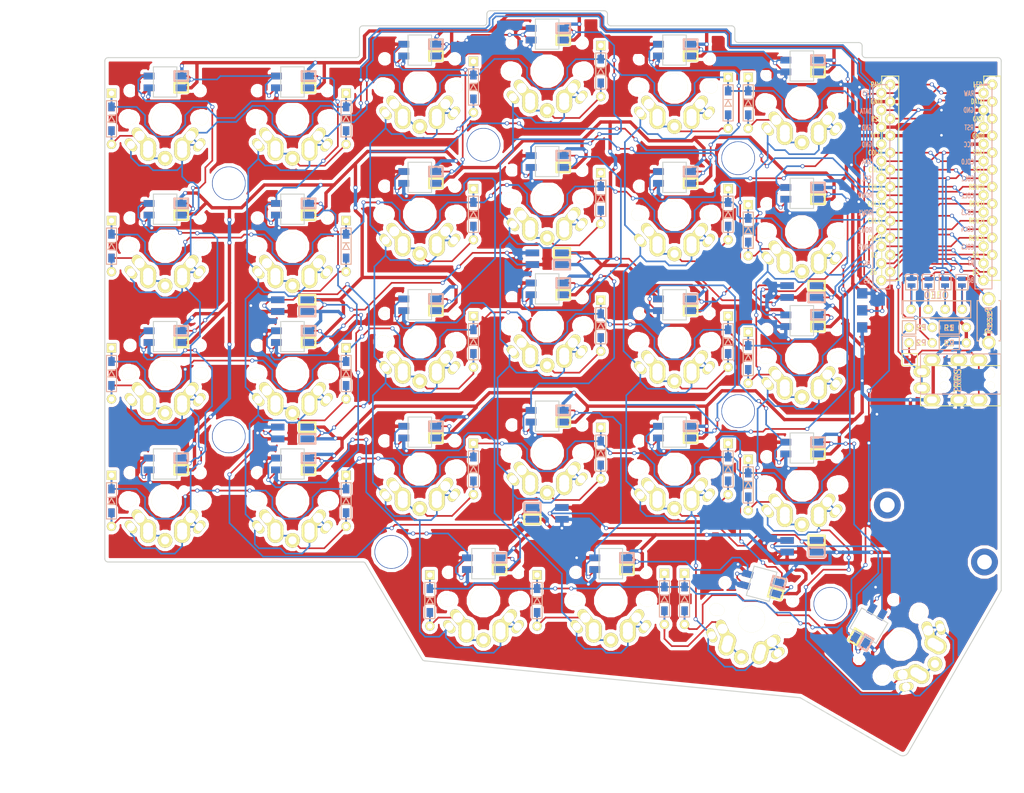
<source format=kicad_pcb>
(kicad_pcb (version 20171130) (host pcbnew "(5.0.0-3-g5ebb6b6)")
  (title_block (title Crkbd) (date 2018/05/15) (rev 1.1) (company foostan))
  (layers (0 F.Cu signal) (31 B.Cu signal) (34 B.Paste user) (35 F.Paste user) (36 B.SilkS user) (37 F.SilkS user) (38 B.Mask user) (39 F.Mask user) (44 Edge.Cuts user))
  (net 0 "")
  (net 1 row0)
  (net 2 "Net-(D1-Pad2)")
  (net 3 "Net-(D2-Pad2)")
  (net 4 "Net-(D3-Pad2)")
  (net 5 "Net-(D4-Pad2)")
  (net 6 "Net-(D5-Pad2)")
  (net 7 "Net-(D6-Pad2)")
  (net 8 "Net-(D7-Pad2)")
  (net 9 row1)
  (net 10 "Net-(D8-Pad2)")
  (net 11 "Net-(D9-Pad2)")
  (net 12 "Net-(D10-Pad2)")
  (net 13 "Net-(D11-Pad2)")
  (net 14 "Net-(D12-Pad2)")
  (net 15 "Net-(D13-Pad2)")
  (net 16 row2)
  (net 17 "Net-(D14-Pad2)")
  (net 18 "Net-(D15-Pad2)")
  (net 19 "Net-(D16-Pad2)")
  (net 20 "Net-(D17-Pad2)")
  (net 21 "Net-(D18-Pad2)")
  (net 22 "Net-(D19-Pad2)")
  (net 23 row3)
  (net 24 "Net-(D20-Pad2)")
  (net 25 "Net-(D21-Pad2)")
  (net 26 "Net-(D22-Pad2)")
  (net 27 "Net-(D23-Pad2)")
  (net 28 "Net-(D24-Pad2)")
  (net 29 row4)
  (net 30 "Net-(D25-Pad2)")
  (net 31 "Net-(D26-Pad2)")
  (net 32 "Net-(D27-Pad2)")
  (net 33 "Net-(D28-Pad2)")
  (net 34 VCC)
  (net 35 "Net-(J1-PadA)")
  (net 36 "Net-(J1-PadB)")
  (net 37 GND)
  (net 38 "Net-(J2-Pad1)")
  (net 39 "Net-(J2-Pad2)")
  (net 40 "Net-(J2-Pad3)")
  (net 41 "Net-(J2-Pad4)")
  (net 42 LED)
  (net 43 data)
  (net 44 SCL)
  (net 45 SDA)
  (net 46 "Net-(L1-Pad3)")
  (net 47 "Net-(L1-Pad1)")
  (net 48 "Net-(L2-Pad3)")
  (net 49 "Net-(L4-Pad1)")
  (net 50 "Net-(L5-Pad1)")
  (net 51 "Net-(L34-Pad3)")
  (net 52 "Net-(L7-Pad3)")
  (net 53 "Net-(L13-Pad3)")
  (net 54 "Net-(L14-Pad1)")
  (net 55 "Net-(L10-Pad1)")
  (net 56 "Net-(L15-Pad3)")
  (net 57 "Net-(L10-Pad3)")
  (net 58 "Net-(L11-Pad3)")
  (net 59 "Net-(L11-Pad1)")
  (net 60 "Net-(L12-Pad3)")
  (net 61 "Net-(L13-Pad1)")
  (net 62 "Net-(L14-Pad3)")
  (net 63 "Net-(L15-Pad1)")
  (net 64 "Net-(L16-Pad3)")
  (net 65 "Net-(L17-Pad1)")
  (net 66 "Net-(L18-Pad3)")
  (net 67 "Net-(L19-Pad1)")
  (net 68 "Net-(L20-Pad3)")
  (net 69 "Net-(L21-Pad1)")
  (net 70 "Net-(L22-Pad3)")
  (net 71 "Net-(L23-Pad1)")
  (net 72 "Net-(L24-Pad3)")
  (net 73 "Net-(L25-Pad1)")
  (net 74 "Net-(L26-Pad3)")
  (net 75 "Net-(L27-Pad1)")
  (net 76 "Net-(L28-Pad3)")
  (net 77 "Net-(L29-Pad1)")
  (net 78 "Net-(L30-Pad3)")
  (net 79 "Net-(L32-Pad3)")
  (net 80 reset)
  (net 81 col0)
  (net 82 col1)
  (net 83 col2)
  (net 84 col3)
  (net 85 col4)
  (net 86 col5)
  (net 87 "Net-(U1-Pad24)")
  (net 88 "Net-(U1-Pad14)")
  (net 89 "Net-(U1-Pad13)")
  (net 90 "Net-(U1-Pad12)")
  (module kbd:MX_ALPS_PG1350_noLed (layer F.Cu) (at 108 110.375 180)
    (fp_text reference SW21 hide)
    (fp_text value SW_PUSH hide)
    (pad "" np_thru_hole circle (at -5.22 4.2 180) (size 1 1) (drill 1) (layers *.Cu *.Mask F.SilkS))
    (pad "" np_thru_hole circle (at 5.22 4.2 180) (size 1 1) (drill 1) (layers *.Cu *.Mask F.SilkS))
    (pad "" np_thru_hole circle (at -5.08 0 180) (size 1.7 1.7) (drill 1.7) (layers *.Cu *.Mask F.SilkS))
    (pad "" np_thru_hole circle (at 5.08 0 180) (size 1.7 1.7) (drill 1.7) (layers *.Cu *.Mask F.SilkS))
    (pad 1 thru_hole circle (at -2.54 -4.5 180) (size 2.4 2.4) (drill 1.5) (layers *.Cu *.Mask F.SilkS) (net 83 col2))
    (pad 1 thru_hole circle (at -2.54 -4 180) (size 2.4 2.4) (drill 1.5) (layers *.Cu *.Mask F.SilkS) (net 83 col2))
    (pad 2 thru_hole circle (at 2.54 -4 180) (size 2.4 2.4) (drill 1.5) (layers *.Cu *.Mask F.SilkS) (net 25 "Net-(D21-Pad2)"))
    (pad 2 thru_hole circle (at 2.54 -4.5 180) (size 2.4 2.4) (drill 1.5) (layers *.Cu *.Mask F.SilkS) (net 25 "Net-(D21-Pad2)"))
    (pad 2 thru_hole oval (at 3.81 -2.54 130) (size 2.8 1.55) (drill 1.5) (layers *.Cu *.Mask F.SilkS) (net 25 "Net-(D21-Pad2)"))
    (pad 1 thru_hole circle (at -2.54 -5.08 180) (size 2.4 2.4) (drill 1.5) (layers *.Cu *.Mask F.SilkS) (net 83 col2))
    (pad 1 thru_hole oval (at -3.81 -2.54 230) (size 2.8 1.55) (drill 1.5) (layers *.Cu *.Mask F.SilkS) (net 83 col2))
    (pad 2 thru_hole circle (at 2.54 -5.08 180) (size 2.4 2.4) (drill 1.5) (layers *.Cu *.Mask F.SilkS) (net 25 "Net-(D21-Pad2)"))
    (pad 2 thru_hole circle (at 0 -5.9 270) (size 2.2 2.2) (drill 1.2) (layers *.Cu *.Mask F.SilkS) (net 25 "Net-(D21-Pad2)"))
    (pad 1 thru_hole oval (at -5.1 -3.9 230) (size 2.2 1.25) (drill 1.2) (layers *.Cu *.Mask F.SilkS) (net 83 col2))
    (pad "" np_thru_hole circle (at 5.5 0 270) (size 1.9 1.9) (drill 1.9) (layers *.Cu *.Mask F.SilkS))
    (pad "" np_thru_hole circle (at -5.5 0 270) (size 1.9 1.9) (drill 1.9) (layers *.Cu *.Mask F.SilkS))
    (pad "" np_thru_hole circle (at 0 0 270) (size 4 4) (drill 4) (layers *.Cu *.Mask F.SilkS))
    (pad 1 thru_hole oval (at 5.1 -3.9 130) (size 2.2 1.25) (drill 1.2) (layers *.Cu *.Mask F.SilkS) (net 83 col2))
  )
  (module kbd:LEGO_HOLE2 (layer F.Cu) (at 192.25 124.25)
    (fp_text reference "" (at 0 -3.2) (layer F.SilkS))
    (fp_text value "")
    (pad "" thru_hole circle (at 0 0) (size 4 4) (drill 2.2) (layers *.Cu *.Mask))
  )
  (module kbd:LEGO_HOLE (layer F.Cu) (at 169.25 130.5)
    (fp_text reference "" (at 0 -3.2) (layer F.SilkS))
    (fp_text value "")
    (pad "" thru_hole circle (at 0 0) (size 5 5) (drill 4.8) (layers *.Cu *.Mask))
  )
  (module kbd:LEGO_HOLE (layer F.Cu) (at 155.5 64)
    (fp_text reference "" (at 0 -3.2) (layer F.SilkS))
    (fp_text value "")
    (pad "" thru_hole circle (at 0 0) (size 5 5) (drill 4.8) (layers *.Cu *.Mask))
  )
  (module kbd:LEGO_HOLE (layer F.Cu) (at 103.75 122.75)
    (fp_text reference "" (at 0 -3.2) (layer F.SilkS))
    (fp_text value "")
    (pad "" thru_hole circle (at 0 0) (size 5 5) (drill 4.8) (layers *.Cu *.Mask))
  )
  (module kbd:LEGO_HOLE (layer F.Cu) (at 79.5 105.5)
    (fp_text reference "" (at 0 -3.2) (layer F.SilkS))
    (fp_text value "")
    (pad "" thru_hole circle (at 0 0) (size 5 5) (drill 4.8) (layers *.Cu *.Mask))
  )
  (module kbd:LEGO_HOLE (layer F.Cu) (at 155.5 101.75)
    (fp_text reference "" (at 0 -3.2) (layer F.SilkS))
    (fp_text value "")
    (pad "" thru_hole circle (at 0 0) (size 5 5) (drill 4.8) (layers *.Cu *.Mask))
  )
  (module kbd:LEGO_HOLE (layer F.Cu) (at 117.5 62)
    (fp_text reference "" (at 0 -3.2) (layer F.SilkS))
    (fp_text value "")
    (pad "" thru_hole circle (at 0 0) (size 5 5) (drill 4.8) (layers *.Cu *.Mask))
  )
  (module kbd:D3_TH_SMD (layer F.Cu) (at 62 58.125 270)
    (fp_text reference D1 hide)
    (fp_text value D hide)
    (pad 1 smd rect (at -1.775 0 270) (size 1.3 0.95) (layers F.Cu F.Paste F.Mask) (net 1 row0))
    (pad 2 smd rect (at 1.775 0 270) (size 1.3 0.95) (layers B.Cu B.Paste B.Mask) (net 2 "Net-(D1-Pad2)"))
    (pad 1 smd rect (at -1.775 0 270) (size 1.3 0.95) (layers B.Cu B.Paste B.Mask) (net 1 row0))
    (pad 1 thru_hole rect (at -3.81 0 270) (size 1.397 1.397) (drill 0.8128) (layers *.Cu *.Mask F.SilkS) (net 1 row0))
    (pad 2 thru_hole circle (at 3.81 0 270) (size 1.397 1.397) (drill 0.8128) (layers *.Cu *.Mask F.SilkS) (net 2 "Net-(D1-Pad2)"))
    (pad 2 smd rect (at 1.775 0 270) (size 1.3 0.95) (layers F.Cu F.Paste F.Mask) (net 2 "Net-(D1-Pad2)"))
  )
  (module kbd:D3_TH_SMD (layer F.Cu) (at 97 58.125 270)
    (fp_text reference D2 hide)
    (fp_text value D hide)
    (pad 1 smd rect (at -1.775 0 270) (size 1.3 0.95) (layers F.Cu F.Paste F.Mask) (net 1 row0))
    (pad 2 smd rect (at 1.775 0 270) (size 1.3 0.95) (layers B.Cu B.Paste B.Mask) (net 3 "Net-(D2-Pad2)"))
    (pad 1 smd rect (at -1.775 0 270) (size 1.3 0.95) (layers B.Cu B.Paste B.Mask) (net 1 row0))
    (pad 1 thru_hole rect (at -3.81 0 270) (size 1.397 1.397) (drill 0.8128) (layers *.Cu *.Mask F.SilkS) (net 1 row0))
    (pad 2 thru_hole circle (at 3.81 0 270) (size 1.397 1.397) (drill 0.8128) (layers *.Cu *.Mask F.SilkS) (net 3 "Net-(D2-Pad2)"))
    (pad 2 smd rect (at 1.775 0 270) (size 1.3 0.95) (layers F.Cu F.Paste F.Mask) (net 3 "Net-(D2-Pad2)"))
  )
  (module kbd:D3_TH_SMD (layer F.Cu) (at 116 53.375 270)
    (fp_text reference D3 hide)
    (fp_text value D hide)
    (pad 1 smd rect (at -1.775 0 270) (size 1.3 0.95) (layers F.Cu F.Paste F.Mask) (net 1 row0))
    (pad 2 smd rect (at 1.775 0 270) (size 1.3 0.95) (layers B.Cu B.Paste B.Mask) (net 4 "Net-(D3-Pad2)"))
    (pad 1 smd rect (at -1.775 0 270) (size 1.3 0.95) (layers B.Cu B.Paste B.Mask) (net 1 row0))
    (pad 1 thru_hole rect (at -3.81 0 270) (size 1.397 1.397) (drill 0.8128) (layers *.Cu *.Mask F.SilkS) (net 1 row0))
    (pad 2 thru_hole circle (at 3.81 0 270) (size 1.397 1.397) (drill 0.8128) (layers *.Cu *.Mask F.SilkS) (net 4 "Net-(D3-Pad2)"))
    (pad 2 smd rect (at 1.775 0 270) (size 1.3 0.95) (layers F.Cu F.Paste F.Mask) (net 4 "Net-(D3-Pad2)"))
  )
  (module kbd:D3_TH_SMD (layer F.Cu) (at 135 51 270)
    (fp_text reference D4 hide)
    (fp_text value D hide)
    (pad 1 smd rect (at -1.775 0 270) (size 1.3 0.95) (layers F.Cu F.Paste F.Mask) (net 1 row0))
    (pad 2 smd rect (at 1.775 0 270) (size 1.3 0.95) (layers B.Cu B.Paste B.Mask) (net 5 "Net-(D4-Pad2)"))
    (pad 1 smd rect (at -1.775 0 270) (size 1.3 0.95) (layers B.Cu B.Paste B.Mask) (net 1 row0))
    (pad 1 thru_hole rect (at -3.81 0 270) (size 1.397 1.397) (drill 0.8128) (layers *.Cu *.Mask F.SilkS) (net 1 row0))
    (pad 2 thru_hole circle (at 3.81 0 270) (size 1.397 1.397) (drill 0.8128) (layers *.Cu *.Mask F.SilkS) (net 5 "Net-(D4-Pad2)"))
    (pad 2 smd rect (at 1.775 0 270) (size 1.3 0.95) (layers F.Cu F.Paste F.Mask) (net 5 "Net-(D4-Pad2)"))
  )
  (module kbd:D3_TH_SMD (layer F.Cu) (at 154 55.75 270)
    (fp_text reference D5 hide)
    (fp_text value D hide)
    (pad 2 smd rect (at 1.775 0 270) (size 1.3 0.95) (layers F.Cu F.Paste F.Mask) (net 6 "Net-(D5-Pad2)"))
    (pad 2 thru_hole circle (at 3.81 0 270) (size 1.397 1.397) (drill 0.8128) (layers *.Cu *.Mask F.SilkS) (net 6 "Net-(D5-Pad2)"))
    (pad 1 thru_hole rect (at -3.81 0 270) (size 1.397 1.397) (drill 0.8128) (layers *.Cu *.Mask F.SilkS) (net 1 row0))
    (pad 1 smd rect (at -1.775 0 270) (size 1.3 0.95) (layers B.Cu B.Paste B.Mask) (net 1 row0))
    (pad 2 smd rect (at 1.775 0 270) (size 1.3 0.95) (layers B.Cu B.Paste B.Mask) (net 6 "Net-(D5-Pad2)"))
    (pad 1 smd rect (at -1.775 0 270) (size 1.3 0.95) (layers F.Cu F.Paste F.Mask) (net 1 row0))
  )
  (module kbd:D3_TH_SMD (layer F.Cu) (at 157 55.75 270)
    (fp_text reference D6 hide)
    (fp_text value D hide)
    (pad 1 smd rect (at -1.775 0 270) (size 1.3 0.95) (layers F.Cu F.Paste F.Mask) (net 1 row0))
    (pad 2 smd rect (at 1.775 0 270) (size 1.3 0.95) (layers B.Cu B.Paste B.Mask) (net 7 "Net-(D6-Pad2)"))
    (pad 1 smd rect (at -1.775 0 270) (size 1.3 0.95) (layers B.Cu B.Paste B.Mask) (net 1 row0))
    (pad 1 thru_hole rect (at -3.81 0 270) (size 1.397 1.397) (drill 0.8128) (layers *.Cu *.Mask F.SilkS) (net 1 row0))
    (pad 2 thru_hole circle (at 3.81 0 270) (size 1.397 1.397) (drill 0.8128) (layers *.Cu *.Mask F.SilkS) (net 7 "Net-(D6-Pad2)"))
    (pad 2 smd rect (at 1.775 0 270) (size 1.3 0.95) (layers F.Cu F.Paste F.Mask) (net 7 "Net-(D6-Pad2)"))
  )
  (module kbd:D3_TH_SMD (layer F.Cu) (at 62 77.125 270)
    (fp_text reference D7 hide)
    (fp_text value D hide)
    (pad 2 smd rect (at 1.775 0 270) (size 1.3 0.95) (layers F.Cu F.Paste F.Mask) (net 8 "Net-(D7-Pad2)"))
    (pad 2 thru_hole circle (at 3.81 0 270) (size 1.397 1.397) (drill 0.8128) (layers *.Cu *.Mask F.SilkS) (net 8 "Net-(D7-Pad2)"))
    (pad 1 thru_hole rect (at -3.81 0 270) (size 1.397 1.397) (drill 0.8128) (layers *.Cu *.Mask F.SilkS) (net 9 row1))
    (pad 1 smd rect (at -1.775 0 270) (size 1.3 0.95) (layers B.Cu B.Paste B.Mask) (net 9 row1))
    (pad 2 smd rect (at 1.775 0 270) (size 1.3 0.95) (layers B.Cu B.Paste B.Mask) (net 8 "Net-(D7-Pad2)"))
    (pad 1 smd rect (at -1.775 0 270) (size 1.3 0.95) (layers F.Cu F.Paste F.Mask) (net 9 row1))
  )
  (module kbd:D3_TH_SMD (layer F.Cu) (at 97 77.125 270)
    (fp_text reference D8 hide)
    (fp_text value D hide)
    (pad 1 smd rect (at -1.775 0 270) (size 1.3 0.95) (layers F.Cu F.Paste F.Mask) (net 9 row1))
    (pad 2 smd rect (at 1.775 0 270) (size 1.3 0.95) (layers B.Cu B.Paste B.Mask) (net 10 "Net-(D8-Pad2)"))
    (pad 1 smd rect (at -1.775 0 270) (size 1.3 0.95) (layers B.Cu B.Paste B.Mask) (net 9 row1))
    (pad 1 thru_hole rect (at -3.81 0 270) (size 1.397 1.397) (drill 0.8128) (layers *.Cu *.Mask F.SilkS) (net 9 row1))
    (pad 2 thru_hole circle (at 3.81 0 270) (size 1.397 1.397) (drill 0.8128) (layers *.Cu *.Mask F.SilkS) (net 10 "Net-(D8-Pad2)"))
    (pad 2 smd rect (at 1.775 0 270) (size 1.3 0.95) (layers F.Cu F.Paste F.Mask) (net 10 "Net-(D8-Pad2)"))
  )
  (module kbd:D3_TH_SMD (layer F.Cu) (at 116 72.375 270)
    (fp_text reference D9 hide)
    (fp_text value D hide)
    (pad 1 smd rect (at -1.775 0 270) (size 1.3 0.95) (layers F.Cu F.Paste F.Mask) (net 9 row1))
    (pad 2 smd rect (at 1.775 0 270) (size 1.3 0.95) (layers B.Cu B.Paste B.Mask) (net 11 "Net-(D9-Pad2)"))
    (pad 1 smd rect (at -1.775 0 270) (size 1.3 0.95) (layers B.Cu B.Paste B.Mask) (net 9 row1))
    (pad 1 thru_hole rect (at -3.81 0 270) (size 1.397 1.397) (drill 0.8128) (layers *.Cu *.Mask F.SilkS) (net 9 row1))
    (pad 2 thru_hole circle (at 3.81 0 270) (size 1.397 1.397) (drill 0.8128) (layers *.Cu *.Mask F.SilkS) (net 11 "Net-(D9-Pad2)"))
    (pad 2 smd rect (at 1.775 0 270) (size 1.3 0.95) (layers F.Cu F.Paste F.Mask) (net 11 "Net-(D9-Pad2)"))
  )
  (module kbd:D3_TH_SMD (layer F.Cu) (at 135 70 270)
    (fp_text reference D10 hide)
    (fp_text value D hide)
    (pad 2 smd rect (at 1.775 0 270) (size 1.3 0.95) (layers F.Cu F.Paste F.Mask) (net 12 "Net-(D10-Pad2)"))
    (pad 2 thru_hole circle (at 3.81 0 270) (size 1.397 1.397) (drill 0.8128) (layers *.Cu *.Mask F.SilkS) (net 12 "Net-(D10-Pad2)"))
    (pad 1 thru_hole rect (at -3.81 0 270) (size 1.397 1.397) (drill 0.8128) (layers *.Cu *.Mask F.SilkS) (net 9 row1))
    (pad 1 smd rect (at -1.775 0 270) (size 1.3 0.95) (layers B.Cu B.Paste B.Mask) (net 9 row1))
    (pad 2 smd rect (at 1.775 0 270) (size 1.3 0.95) (layers B.Cu B.Paste B.Mask) (net 12 "Net-(D10-Pad2)"))
    (pad 1 smd rect (at -1.775 0 270) (size 1.3 0.95) (layers F.Cu F.Paste F.Mask) (net 9 row1))
  )
  (module kbd:D3_TH_SMD (layer F.Cu) (at 154 72.375 270)
    (fp_text reference D11 hide)
    (fp_text value D hide)
    (pad 1 smd rect (at -1.775 0 270) (size 1.3 0.95) (layers F.Cu F.Paste F.Mask) (net 9 row1))
    (pad 2 smd rect (at 1.775 0 270) (size 1.3 0.95) (layers B.Cu B.Paste B.Mask) (net 13 "Net-(D11-Pad2)"))
    (pad 1 smd rect (at -1.775 0 270) (size 1.3 0.95) (layers B.Cu B.Paste B.Mask) (net 9 row1))
    (pad 1 thru_hole rect (at -3.81 0 270) (size 1.397 1.397) (drill 0.8128) (layers *.Cu *.Mask F.SilkS) (net 9 row1))
    (pad 2 thru_hole circle (at 3.81 0 270) (size 1.397 1.397) (drill 0.8128) (layers *.Cu *.Mask F.SilkS) (net 13 "Net-(D11-Pad2)"))
    (pad 2 smd rect (at 1.775 0 270) (size 1.3 0.95) (layers F.Cu F.Paste F.Mask) (net 13 "Net-(D11-Pad2)"))
  )
  (module kbd:D3_TH_SMD (layer F.Cu) (at 157 74.75 270)
    (fp_text reference D12 hide)
    (fp_text value D hide)
    (pad 2 smd rect (at 1.775 0 270) (size 1.3 0.95) (layers F.Cu F.Paste F.Mask) (net 14 "Net-(D12-Pad2)"))
    (pad 2 thru_hole circle (at 3.81 0 270) (size 1.397 1.397) (drill 0.8128) (layers *.Cu *.Mask F.SilkS) (net 14 "Net-(D12-Pad2)"))
    (pad 1 thru_hole rect (at -3.81 0 270) (size 1.397 1.397) (drill 0.8128) (layers *.Cu *.Mask F.SilkS) (net 9 row1))
    (pad 1 smd rect (at -1.775 0 270) (size 1.3 0.95) (layers B.Cu B.Paste B.Mask) (net 9 row1))
    (pad 2 smd rect (at 1.775 0 270) (size 1.3 0.95) (layers B.Cu B.Paste B.Mask) (net 14 "Net-(D12-Pad2)"))
    (pad 1 smd rect (at -1.775 0 270) (size 1.3 0.95) (layers F.Cu F.Paste F.Mask) (net 9 row1))
  )
  (module kbd:D3_TH_SMD (layer F.Cu) (at 62 96.125 270)
    (fp_text reference D13 hide)
    (fp_text value D hide)
    (pad 2 smd rect (at 1.775 0 270) (size 1.3 0.95) (layers F.Cu F.Paste F.Mask) (net 15 "Net-(D13-Pad2)"))
    (pad 2 thru_hole circle (at 3.81 0 270) (size 1.397 1.397) (drill 0.8128) (layers *.Cu *.Mask F.SilkS) (net 15 "Net-(D13-Pad2)"))
    (pad 1 thru_hole rect (at -3.81 0 270) (size 1.397 1.397) (drill 0.8128) (layers *.Cu *.Mask F.SilkS) (net 16 row2))
    (pad 1 smd rect (at -1.775 0 270) (size 1.3 0.95) (layers B.Cu B.Paste B.Mask) (net 16 row2))
    (pad 2 smd rect (at 1.775 0 270) (size 1.3 0.95) (layers B.Cu B.Paste B.Mask) (net 15 "Net-(D13-Pad2)"))
    (pad 1 smd rect (at -1.775 0 270) (size 1.3 0.95) (layers F.Cu F.Paste F.Mask) (net 16 row2))
  )
  (module kbd:D3_TH_SMD (layer F.Cu) (at 97 96.125 270)
    (fp_text reference D14 hide)
    (fp_text value D hide)
    (pad 2 smd rect (at 1.775 0 270) (size 1.3 0.95) (layers F.Cu F.Paste F.Mask) (net 17 "Net-(D14-Pad2)"))
    (pad 2 thru_hole circle (at 3.81 0 270) (size 1.397 1.397) (drill 0.8128) (layers *.Cu *.Mask F.SilkS) (net 17 "Net-(D14-Pad2)"))
    (pad 1 thru_hole rect (at -3.81 0 270) (size 1.397 1.397) (drill 0.8128) (layers *.Cu *.Mask F.SilkS) (net 16 row2))
    (pad 1 smd rect (at -1.775 0 270) (size 1.3 0.95) (layers B.Cu B.Paste B.Mask) (net 16 row2))
    (pad 2 smd rect (at 1.775 0 270) (size 1.3 0.95) (layers B.Cu B.Paste B.Mask) (net 17 "Net-(D14-Pad2)"))
    (pad 1 smd rect (at -1.775 0 270) (size 1.3 0.95) (layers F.Cu F.Paste F.Mask) (net 16 row2))
  )
  (module kbd:D3_TH_SMD (layer F.Cu) (at 116 91.375 270)
    (fp_text reference D15 hide)
    (fp_text value D hide)
    (pad 2 smd rect (at 1.775 0 270) (size 1.3 0.95) (layers F.Cu F.Paste F.Mask) (net 18 "Net-(D15-Pad2)"))
    (pad 2 thru_hole circle (at 3.81 0 270) (size 1.397 1.397) (drill 0.8128) (layers *.Cu *.Mask F.SilkS) (net 18 "Net-(D15-Pad2)"))
    (pad 1 thru_hole rect (at -3.81 0 270) (size 1.397 1.397) (drill 0.8128) (layers *.Cu *.Mask F.SilkS) (net 16 row2))
    (pad 1 smd rect (at -1.775 0 270) (size 1.3 0.95) (layers B.Cu B.Paste B.Mask) (net 16 row2))
    (pad 2 smd rect (at 1.775 0 270) (size 1.3 0.95) (layers B.Cu B.Paste B.Mask) (net 18 "Net-(D15-Pad2)"))
    (pad 1 smd rect (at -1.775 0 270) (size 1.3 0.95) (layers F.Cu F.Paste F.Mask) (net 16 row2))
  )
  (module kbd:D3_TH_SMD (layer F.Cu) (at 135 89 270)
    (fp_text reference D16 hide)
    (fp_text value D hide)
    (pad 1 smd rect (at -1.775 0 270) (size 1.3 0.95) (layers F.Cu F.Paste F.Mask) (net 16 row2))
    (pad 2 smd rect (at 1.775 0 270) (size 1.3 0.95) (layers B.Cu B.Paste B.Mask) (net 19 "Net-(D16-Pad2)"))
    (pad 1 smd rect (at -1.775 0 270) (size 1.3 0.95) (layers B.Cu B.Paste B.Mask) (net 16 row2))
    (pad 1 thru_hole rect (at -3.81 0 270) (size 1.397 1.397) (drill 0.8128) (layers *.Cu *.Mask F.SilkS) (net 16 row2))
    (pad 2 thru_hole circle (at 3.81 0 270) (size 1.397 1.397) (drill 0.8128) (layers *.Cu *.Mask F.SilkS) (net 19 "Net-(D16-Pad2)"))
    (pad 2 smd rect (at 1.775 0 270) (size 1.3 0.95) (layers F.Cu F.Paste F.Mask) (net 19 "Net-(D16-Pad2)"))
  )
  (module kbd:D3_TH_SMD (layer F.Cu) (at 154 91.375 270)
    (fp_text reference D17 hide)
    (fp_text value D hide)
    (pad 2 smd rect (at 1.775 0 270) (size 1.3 0.95) (layers F.Cu F.Paste F.Mask) (net 20 "Net-(D17-Pad2)"))
    (pad 2 thru_hole circle (at 3.81 0 270) (size 1.397 1.397) (drill 0.8128) (layers *.Cu *.Mask F.SilkS) (net 20 "Net-(D17-Pad2)"))
    (pad 1 thru_hole rect (at -3.81 0 270) (size 1.397 1.397) (drill 0.8128) (layers *.Cu *.Mask F.SilkS) (net 16 row2))
    (pad 1 smd rect (at -1.775 0 270) (size 1.3 0.95) (layers B.Cu B.Paste B.Mask) (net 16 row2))
    (pad 2 smd rect (at 1.775 0 270) (size 1.3 0.95) (layers B.Cu B.Paste B.Mask) (net 20 "Net-(D17-Pad2)"))
    (pad 1 smd rect (at -1.775 0 270) (size 1.3 0.95) (layers F.Cu F.Paste F.Mask) (net 16 row2))
  )
  (module kbd:D3_TH_SMD (layer F.Cu) (at 157 93.75 270)
    (fp_text reference D18 hide)
    (fp_text value D hide)
    (pad 2 smd rect (at 1.775 0 270) (size 1.3 0.95) (layers F.Cu F.Paste F.Mask) (net 21 "Net-(D18-Pad2)"))
    (pad 2 thru_hole circle (at 3.81 0 270) (size 1.397 1.397) (drill 0.8128) (layers *.Cu *.Mask F.SilkS) (net 21 "Net-(D18-Pad2)"))
    (pad 1 thru_hole rect (at -3.81 0 270) (size 1.397 1.397) (drill 0.8128) (layers *.Cu *.Mask F.SilkS) (net 16 row2))
    (pad 1 smd rect (at -1.775 0 270) (size 1.3 0.95) (layers B.Cu B.Paste B.Mask) (net 16 row2))
    (pad 2 smd rect (at 1.775 0 270) (size 1.3 0.95) (layers B.Cu B.Paste B.Mask) (net 21 "Net-(D18-Pad2)"))
    (pad 1 smd rect (at -1.775 0 270) (size 1.3 0.95) (layers F.Cu F.Paste F.Mask) (net 16 row2))
  )
  (module kbd:D3_TH_SMD (layer F.Cu) (at 62 115.125 270)
    (fp_text reference D19 hide)
    (fp_text value D hide)
    (pad 2 smd rect (at 1.775 0 270) (size 1.3 0.95) (layers F.Cu F.Paste F.Mask) (net 22 "Net-(D19-Pad2)"))
    (pad 2 thru_hole circle (at 3.81 0 270) (size 1.397 1.397) (drill 0.8128) (layers *.Cu *.Mask F.SilkS) (net 22 "Net-(D19-Pad2)"))
    (pad 1 thru_hole rect (at -3.81 0 270) (size 1.397 1.397) (drill 0.8128) (layers *.Cu *.Mask F.SilkS) (net 23 row3))
    (pad 1 smd rect (at -1.775 0 270) (size 1.3 0.95) (layers B.Cu B.Paste B.Mask) (net 23 row3))
    (pad 2 smd rect (at 1.775 0 270) (size 1.3 0.95) (layers B.Cu B.Paste B.Mask) (net 22 "Net-(D19-Pad2)"))
    (pad 1 smd rect (at -1.775 0 270) (size 1.3 0.95) (layers F.Cu F.Paste F.Mask) (net 23 row3))
  )
  (module kbd:D3_TH_SMD (layer F.Cu) (at 97 115.125 270)
    (fp_text reference D20 hide)
    (fp_text value D hide)
    (pad 2 smd rect (at 1.775 0 270) (size 1.3 0.95) (layers F.Cu F.Paste F.Mask) (net 24 "Net-(D20-Pad2)"))
    (pad 2 thru_hole circle (at 3.81 0 270) (size 1.397 1.397) (drill 0.8128) (layers *.Cu *.Mask F.SilkS) (net 24 "Net-(D20-Pad2)"))
    (pad 1 thru_hole rect (at -3.81 0 270) (size 1.397 1.397) (drill 0.8128) (layers *.Cu *.Mask F.SilkS) (net 23 row3))
    (pad 1 smd rect (at -1.775 0 270) (size 1.3 0.95) (layers B.Cu B.Paste B.Mask) (net 23 row3))
    (pad 2 smd rect (at 1.775 0 270) (size 1.3 0.95) (layers B.Cu B.Paste B.Mask) (net 24 "Net-(D20-Pad2)"))
    (pad 1 smd rect (at -1.775 0 270) (size 1.3 0.95) (layers F.Cu F.Paste F.Mask) (net 23 row3))
  )
  (module kbd:D3_TH_SMD (layer F.Cu) (at 116 110.375 270)
    (fp_text reference D21 hide)
    (fp_text value D hide)
    (pad 2 smd rect (at 1.775 0 270) (size 1.3 0.95) (layers F.Cu F.Paste F.Mask) (net 25 "Net-(D21-Pad2)"))
    (pad 2 thru_hole circle (at 3.81 0 270) (size 1.397 1.397) (drill 0.8128) (layers *.Cu *.Mask F.SilkS) (net 25 "Net-(D21-Pad2)"))
    (pad 1 thru_hole rect (at -3.81 0 270) (size 1.397 1.397) (drill 0.8128) (layers *.Cu *.Mask F.SilkS) (net 23 row3))
    (pad 1 smd rect (at -1.775 0 270) (size 1.3 0.95) (layers B.Cu B.Paste B.Mask) (net 23 row3))
    (pad 2 smd rect (at 1.775 0 270) (size 1.3 0.95) (layers B.Cu B.Paste B.Mask) (net 25 "Net-(D21-Pad2)"))
    (pad 1 smd rect (at -1.775 0 270) (size 1.3 0.95) (layers F.Cu F.Paste F.Mask) (net 23 row3))
  )
  (module kbd:D3_TH_SMD (layer F.Cu) (at 135 108 270)
    (fp_text reference D22 hide)
    (fp_text value D hide)
    (pad 2 smd rect (at 1.775 0 270) (size 1.3 0.95) (layers F.Cu F.Paste F.Mask) (net 26 "Net-(D22-Pad2)"))
    (pad 2 thru_hole circle (at 3.81 0 270) (size 1.397 1.397) (drill 0.8128) (layers *.Cu *.Mask F.SilkS) (net 26 "Net-(D22-Pad2)"))
    (pad 1 thru_hole rect (at -3.81 0 270) (size 1.397 1.397) (drill 0.8128) (layers *.Cu *.Mask F.SilkS) (net 23 row3))
    (pad 1 smd rect (at -1.775 0 270) (size 1.3 0.95) (layers B.Cu B.Paste B.Mask) (net 23 row3))
    (pad 2 smd rect (at 1.775 0 270) (size 1.3 0.95) (layers B.Cu B.Paste B.Mask) (net 26 "Net-(D22-Pad2)"))
    (pad 1 smd rect (at -1.775 0 270) (size 1.3 0.95) (layers F.Cu F.Paste F.Mask) (net 23 row3))
  )
  (module kbd:D3_TH_SMD (layer F.Cu) (at 154 110.375 270)
    (fp_text reference D23 hide)
    (fp_text value D hide)
    (pad 1 smd rect (at -1.775 0 270) (size 1.3 0.95) (layers F.Cu F.Paste F.Mask) (net 23 row3))
    (pad 2 smd rect (at 1.775 0 270) (size 1.3 0.95) (layers B.Cu B.Paste B.Mask) (net 27 "Net-(D23-Pad2)"))
    (pad 1 smd rect (at -1.775 0 270) (size 1.3 0.95) (layers B.Cu B.Paste B.Mask) (net 23 row3))
    (pad 1 thru_hole rect (at -3.81 0 270) (size 1.397 1.397) (drill 0.8128) (layers *.Cu *.Mask F.SilkS) (net 23 row3))
    (pad 2 thru_hole circle (at 3.81 0 270) (size 1.397 1.397) (drill 0.8128) (layers *.Cu *.Mask F.SilkS) (net 27 "Net-(D23-Pad2)"))
    (pad 2 smd rect (at 1.775 0 270) (size 1.3 0.95) (layers F.Cu F.Paste F.Mask) (net 27 "Net-(D23-Pad2)"))
  )
  (module kbd:D3_TH_SMD (layer F.Cu) (at 157 112.75 270)
    (fp_text reference D24 hide)
    (fp_text value D hide)
    (pad 2 smd rect (at 1.775 0 270) (size 1.3 0.95) (layers F.Cu F.Paste F.Mask) (net 28 "Net-(D24-Pad2)"))
    (pad 2 thru_hole circle (at 3.81 0 270) (size 1.397 1.397) (drill 0.8128) (layers *.Cu *.Mask F.SilkS) (net 28 "Net-(D24-Pad2)"))
    (pad 1 thru_hole rect (at -3.81 0 270) (size 1.397 1.397) (drill 0.8128) (layers *.Cu *.Mask F.SilkS) (net 23 row3))
    (pad 1 smd rect (at -1.775 0 270) (size 1.3 0.95) (layers B.Cu B.Paste B.Mask) (net 23 row3))
    (pad 2 smd rect (at 1.775 0 270) (size 1.3 0.95) (layers B.Cu B.Paste B.Mask) (net 28 "Net-(D24-Pad2)"))
    (pad 1 smd rect (at -1.775 0 270) (size 1.3 0.95) (layers F.Cu F.Paste F.Mask) (net 23 row3))
  )
  (module kbd:D3_TH_SMD (layer F.Cu) (at 109.5 130 270)
    (fp_text reference D25 hide)
    (fp_text value D hide)
    (pad 1 smd rect (at -1.775 0 270) (size 1.3 0.95) (layers F.Cu F.Paste F.Mask) (net 29 row4))
    (pad 2 smd rect (at 1.775 0 270) (size 1.3 0.95) (layers B.Cu B.Paste B.Mask) (net 30 "Net-(D25-Pad2)"))
    (pad 1 smd rect (at -1.775 0 270) (size 1.3 0.95) (layers B.Cu B.Paste B.Mask) (net 29 row4))
    (pad 1 thru_hole rect (at -3.81 0 270) (size 1.397 1.397) (drill 0.8128) (layers *.Cu *.Mask F.SilkS) (net 29 row4))
    (pad 2 thru_hole circle (at 3.81 0 270) (size 1.397 1.397) (drill 0.8128) (layers *.Cu *.Mask F.SilkS) (net 30 "Net-(D25-Pad2)"))
    (pad 2 smd rect (at 1.775 0 270) (size 1.3 0.95) (layers F.Cu F.Paste F.Mask) (net 30 "Net-(D25-Pad2)"))
  )
  (module kbd:D3_TH_SMD (layer F.Cu) (at 125.5 130 270)
    (fp_text reference D26 hide)
    (fp_text value D hide)
    (pad 1 smd rect (at -1.775 0 270) (size 1.3 0.95) (layers F.Cu F.Paste F.Mask) (net 29 row4))
    (pad 2 smd rect (at 1.775 0 270) (size 1.3 0.95) (layers B.Cu B.Paste B.Mask) (net 31 "Net-(D26-Pad2)"))
    (pad 1 smd rect (at -1.775 0 270) (size 1.3 0.95) (layers B.Cu B.Paste B.Mask) (net 29 row4))
    (pad 1 thru_hole rect (at -3.81 0 270) (size 1.397 1.397) (drill 0.8128) (layers *.Cu *.Mask F.SilkS) (net 29 row4))
    (pad 2 thru_hole circle (at 3.81 0 270) (size 1.397 1.397) (drill 0.8128) (layers *.Cu *.Mask F.SilkS) (net 31 "Net-(D26-Pad2)"))
    (pad 2 smd rect (at 1.775 0 270) (size 1.3 0.95) (layers F.Cu F.Paste F.Mask) (net 31 "Net-(D26-Pad2)"))
  )
  (module kbd:D3_TH_SMD (layer F.Cu) (at 144.5 129.75 270)
    (fp_text reference D27 hide)
    (fp_text value D hide)
    (pad 1 smd rect (at -1.775 0 270) (size 1.3 0.95) (layers F.Cu F.Paste F.Mask) (net 29 row4))
    (pad 2 smd rect (at 1.775 0 270) (size 1.3 0.95) (layers B.Cu B.Paste B.Mask) (net 32 "Net-(D27-Pad2)"))
    (pad 1 smd rect (at -1.775 0 270) (size 1.3 0.95) (layers B.Cu B.Paste B.Mask) (net 29 row4))
    (pad 1 thru_hole rect (at -3.81 0 270) (size 1.397 1.397) (drill 0.8128) (layers *.Cu *.Mask F.SilkS) (net 29 row4))
    (pad 2 thru_hole circle (at 3.81 0 270) (size 1.397 1.397) (drill 0.8128) (layers *.Cu *.Mask F.SilkS) (net 32 "Net-(D27-Pad2)"))
    (pad 2 smd rect (at 1.775 0 270) (size 1.3 0.95) (layers F.Cu F.Paste F.Mask) (net 32 "Net-(D27-Pad2)"))
  )
  (module kbd:D3_TH_SMD (layer F.Cu) (at 147.5 129.75 270)
    (fp_text reference D28 hide)
    (fp_text value D hide)
    (pad 1 smd rect (at -1.775 0 270) (size 1.3 0.95) (layers F.Cu F.Paste F.Mask) (net 29 row4))
    (pad 2 smd rect (at 1.775 0 270) (size 1.3 0.95) (layers B.Cu B.Paste B.Mask) (net 33 "Net-(D28-Pad2)"))
    (pad 1 smd rect (at -1.775 0 270) (size 1.3 0.95) (layers B.Cu B.Paste B.Mask) (net 29 row4))
    (pad 1 thru_hole rect (at -3.81 0 270) (size 1.397 1.397) (drill 0.8128) (layers *.Cu *.Mask F.SilkS) (net 29 row4))
    (pad 2 thru_hole circle (at 3.81 0 270) (size 1.397 1.397) (drill 0.8128) (layers *.Cu *.Mask F.SilkS) (net 33 "Net-(D28-Pad2)"))
    (pad 2 smd rect (at 1.775 0 270) (size 1.3 0.95) (layers F.Cu F.Paste F.Mask) (net 33 "Net-(D28-Pad2)"))
  )
  (module kbd:MJ-4PP-9 (layer F.Cu) (at 194.7 97.95 270)
    (fp_text reference J1)
    (fp_text value MJ-4PP-9 hide)
    (fp_text user TRRS (at -0.75 6.45 270) (layer F.SilkS))
    (fp_text user TRRS (at -0.8255 6.4135 270) (layer B.SilkS) (effects (justify mirror)))
    (pad A thru_hole oval (at -2.1 11.8 270) (size 1.7 2.5) (drill oval 1 1.5) (layers *.Cu *.Mask F.SilkS) (net 35 "Net-(J1-PadA)") (clearance 0.15))
    (pad D thru_hole oval (at 2.1 10.3 270) (size 1.7 2.5) (drill oval 1 1.5) (layers *.Cu *.Mask F.SilkS) (net 34 VCC) (clearance 0.15))
    (pad C thru_hole oval (at 2.1 6.3 270) (size 1.7 2.5) (drill oval 1 1.5) (layers *.Cu *.Mask F.SilkS) (net 37 GND))
    (pad B thru_hole oval (at 2.1 3.3 270) (size 1.7 2.5) (drill oval 1 1.5) (layers *.Cu *.Mask F.SilkS) (net 36 "Net-(J1-PadB)"))
    (pad "" np_thru_hole circle (at 0 8.5 270) (size 1.2 1.2) (drill 1.2) (layers *.Cu *.Mask F.SilkS))
    (pad "" np_thru_hole circle (at 0 1.5 270) (size 1.2 1.2) (drill 1.2) (layers *.Cu *.Mask F.SilkS))
    (pad C thru_hole oval (at -3.85 6.3 270) (size 1.7 2.5) (drill oval 1 1.5) (layers *.Cu *.Mask F.SilkS) (net 37 GND))
    (pad B thru_hole oval (at -3.85 3.3 270) (size 1.7 2.5) (drill oval 1 1.5) (layers *.Cu *.Mask F.SilkS) (net 36 "Net-(J1-PadB)"))
    (pad A thru_hole oval (at 0.35 11.8 270) (size 1.7 2.5) (drill oval 1 1.5) (layers *.Cu *.Mask F.SilkS) (net 35 "Net-(J1-PadA)") (clearance 0.15))
    (pad D thru_hole oval (at -3.85 10.3 270) (size 1.7 2.5) (drill oval 1 1.5) (layers *.Cu *.Mask F.SilkS) (net 34 VCC) (clearance 0.15))
    (pad "" np_thru_hole circle (at -1.75 1.5 270) (size 1.2 1.2) (drill 1.2) (layers *.Cu *.Mask F.SilkS))
    (pad "" np_thru_hole circle (at -1.75 8.5 270) (size 1.2 1.2) (drill 1.2) (layers *.Cu *.Mask F.SilkS))
  )
  (module kbd:OLED (layer F.Cu) (at 181.3 86.55)
    (fp_text reference J2)
    (fp_text value OLED hide)
    (fp_text user OLED (at 3.75 -2.1) (layer B.SilkS) (effects (justify mirror)))
    (fp_text user OLED (at 3.8 -2.1) (layer F.SilkS))
    (pad 4 thru_hole circle (at 7.62 0) (size 1.397 1.397) (drill 0.8128) (layers *.Cu *.Mask F.SilkS) (net 41 "Net-(J2-Pad4)"))
    (pad 3 thru_hole circle (at 5.08 0) (size 1.397 1.397) (drill 0.8128) (layers *.Cu *.Mask F.SilkS) (net 40 "Net-(J2-Pad3)"))
    (pad 2 thru_hole circle (at 2.54 0) (size 1.397 1.397) (drill 0.8128) (layers *.Cu *.Mask F.SilkS) (net 39 "Net-(J2-Pad2)"))
    (pad 1 thru_hole circle (at 0 0) (size 1.397 1.397) (drill 0.8128) (layers *.Cu *.Mask F.SilkS) (net 38 "Net-(J2-Pad1)"))
  )
  (module kbd:StripLED_rev (layer F.Cu) (at 174 89.25 180)
    (fp_text reference J3 hide)
    (fp_text value LED hide)
    (pad 3 smd rect (at 0 0 180) (size 1.524 1.524) (layers B.Cu B.Paste B.Mask) (net 34 VCC))
    (pad 2 smd rect (at 0 2.54 180) (size 1.524 1.524) (layers B.Cu B.Paste B.Mask) (net 42 LED))
    (pad 1 smd rect (at 0 5.08 180) (size 1.524 1.524) (layers B.Cu B.Paste B.Mask) (net 37 GND))
    (pad 1 smd rect (at 0 0 180) (size 1.524 1.524) (layers F.Cu F.Paste F.Mask) (net 37 GND))
    (pad 2 smd rect (at 0 2.54 180) (size 1.524 1.524) (layers F.Cu F.Paste F.Mask) (net 42 LED))
    (pad 3 smd rect (at 0 5.08 180) (size 1.524 1.524) (layers F.Cu F.Paste F.Mask) (net 34 VCC))
  )
  (module kbd:JPC2 (layer F.Cu) (at 181.1 94.05)
    (fp_text reference JP1)
    (fp_text value " " hide)
    (pad 1 smd rect (at -0.50038 0) (size 0.635 1.143) (layers F.Cu F.Paste F.Mask) (net 43 data) (clearance 0.1905))
    (pad 2 smd rect (at 0.50038 0) (size 0.635 1.143) (layers F.Cu F.Paste F.Mask) (net 36 "Net-(J1-PadB)") (clearance 0.1905))
    (pad "" smd rect (at 0 0 90) (size 0.381 0.381) (layers F.Cu F.Paste F.Mask) (clearance 0.00254))
  )
  (module kbd:Jumper (layer F.Cu) (at 188.875 82.5 270)
    (fp_text reference JP2 hide)
    (fp_text value " " (at -2.794 0 270) (layer F.SilkS) (effects (font (size 0.8128 0.8128))))
    (pad 2 smd rect (at 0.50038 0 270) (size 0.635 1.143) (layers F.Cu F.Paste F.Mask) (net 41 "Net-(J2-Pad4)") (clearance 0.1905))
    (pad 1 smd rect (at -0.50038 0 270) (size 0.635 1.143) (layers F.Cu F.Paste F.Mask) (net 37 GND) (clearance 0.1905))
  )
  (module kbd:Jumper (layer F.Cu) (at 186.375 82.5 270)
    (fp_text reference JP3 hide)
    (fp_text value " " (at -2.794 0 270) (layer F.SilkS) (effects (font (size 0.8128 0.8128))))
    (pad 1 smd rect (at -0.50038 0 270) (size 0.635 1.143) (layers F.Cu F.Paste F.Mask) (net 34 VCC) (clearance 0.1905))
    (pad 2 smd rect (at 0.50038 0 270) (size 0.635 1.143) (layers F.Cu F.Paste F.Mask) (net 40 "Net-(J2-Pad3)") (clearance 0.1905))
  )
  (module kbd:Jumper (layer F.Cu) (at 183.875 82.5 270)
    (fp_text reference JP4 hide)
    (fp_text value " " (at -2.794 0 270) (layer F.SilkS) (effects (font (size 0.8128 0.8128))))
    (pad 1 smd rect (at -0.50038 0 270) (size 0.635 1.143) (layers F.Cu F.Paste F.Mask) (net 44 SCL) (clearance 0.1905))
    (pad 2 smd rect (at 0.50038 0 270) (size 0.635 1.143) (layers F.Cu F.Paste F.Mask) (net 39 "Net-(J2-Pad2)") (clearance 0.1905))
  )
  (module kbd:Jumper (layer F.Cu) (at 181.375 82.5 270)
    (fp_text reference JP5 hide)
    (fp_text value " " (at -2.794 0 270) (layer F.SilkS) (effects (font (size 0.8128 0.8128))))
    (pad 2 smd rect (at 0.50038 0 270) (size 0.635 1.143) (layers F.Cu F.Paste F.Mask) (net 38 "Net-(J2-Pad1)") (clearance 0.1905))
    (pad 1 smd rect (at -0.50038 0 270) (size 0.635 1.143) (layers F.Cu F.Paste F.Mask) (net 45 SDA) (clearance 0.1905))
  )
  (module kbd:Jumper (layer B.Cu) (at 188.875 82.5 270)
    (fp_text reference JP6 hide)
    (fp_text value " " (at -2.794 0 270) (layer B.SilkS) (effects (font (size 0.8128 0.8128)) (justify mirror)))
    (pad 1 smd rect (at -0.50038 0 270) (size 0.635 1.143) (layers B.Cu B.Paste B.Mask) (net 45 SDA) (clearance 0.1905))
    (pad 2 smd rect (at 0.50038 0 270) (size 0.635 1.143) (layers B.Cu B.Paste B.Mask) (net 41 "Net-(J2-Pad4)") (clearance 0.1905))
  )
  (module kbd:Jumper (layer B.Cu) (at 186.375 82.5 270)
    (fp_text reference JP7 hide)
    (fp_text value " " (at -2.794 0 270) (layer B.SilkS) (effects (font (size 0.8128 0.8128)) (justify mirror)))
    (pad 2 smd rect (at 0.50038 0 270) (size 0.635 1.143) (layers B.Cu B.Paste B.Mask) (net 40 "Net-(J2-Pad3)") (clearance 0.1905))
    (pad 1 smd rect (at -0.50038 0 270) (size 0.635 1.143) (layers B.Cu B.Paste B.Mask) (net 44 SCL) (clearance 0.1905))
  )
  (module kbd:Jumper (layer B.Cu) (at 183.875 82.5 270)
    (fp_text reference JP8 hide)
    (fp_text value " " (at -2.794 0 270) (layer B.SilkS) (effects (font (size 0.8128 0.8128)) (justify mirror)))
    (pad 1 smd rect (at -0.50038 0 270) (size 0.635 1.143) (layers B.Cu B.Paste B.Mask) (net 34 VCC) (clearance 0.1905))
    (pad 2 smd rect (at 0.50038 0 270) (size 0.635 1.143) (layers B.Cu B.Paste B.Mask) (net 39 "Net-(J2-Pad2)") (clearance 0.1905))
  )
  (module kbd:Jumper (layer B.Cu) (at 181.375 82.5 270)
    (fp_text reference JP9 hide)
    (fp_text value " " (at -2.794 0 270) (layer B.SilkS) (effects (font (size 0.8128 0.8128)) (justify mirror)))
    (pad 2 smd rect (at 0.50038 0 270) (size 0.635 1.143) (layers B.Cu B.Paste B.Mask) (net 38 "Net-(J2-Pad1)") (clearance 0.1905))
    (pad 1 smd rect (at -0.50038 0 270) (size 0.635 1.143) (layers B.Cu B.Paste B.Mask) (net 37 GND) (clearance 0.1905))
  )
  (module kbd:SK6812MINI_underglow_rev (layer F.Cu) (at 89 86)
    (fp_text reference L1 hide)
    (fp_text value SK6812MINI hide)
    (pad 4 smd rect (at 2.2 -0.875) (size 2 1) (layers F.Cu F.Paste F.Mask) (net 34 VCC))
    (pad 3 smd rect (at 2.2 0.875) (size 2 1) (layers F.Cu F.Paste F.Mask) (net 46 "Net-(L1-Pad3)"))
    (pad 1 smd rect (at -2.2 -0.875) (size 2 1) (layers F.Cu F.Paste F.Mask) (net 47 "Net-(L1-Pad1)"))
    (pad 2 smd rect (at -2.2 0.875) (size 2 1) (layers F.Cu F.Paste F.Mask) (net 37 GND))
    (pad 3 smd rect (at 2.2 -0.875) (size 2 1) (layers B.Cu B.Paste B.Mask) (net 46 "Net-(L1-Pad3)"))
    (pad 4 smd rect (at 2.2 0.875) (size 2 1) (layers B.Cu B.Paste B.Mask) (net 34 VCC))
    (pad 1 smd rect (at -2.2 0.875) (size 2 1) (layers B.Cu B.Paste B.Mask) (net 47 "Net-(L1-Pad1)"))
    (pad 2 smd rect (at -2.2 -0.875) (size 2 1) (layers B.Cu B.Paste B.Mask) (net 37 GND))
  )
  (module kbd:SK6812MINI_underglow_rev (layer F.Cu) (at 127 79)
    (fp_text reference L2 hide)
    (fp_text value SK6812MINI hide)
    (pad 2 smd rect (at -2.2 -0.875) (size 2 1) (layers B.Cu B.Paste B.Mask) (net 37 GND))
    (pad 1 smd rect (at -2.2 0.875) (size 2 1) (layers B.Cu B.Paste B.Mask) (net 46 "Net-(L1-Pad3)"))
    (pad 4 smd rect (at 2.2 0.875) (size 2 1) (layers B.Cu B.Paste B.Mask) (net 34 VCC))
    (pad 3 smd rect (at 2.2 -0.875) (size 2 1) (layers B.Cu B.Paste B.Mask) (net 48 "Net-(L2-Pad3)"))
    (pad 2 smd rect (at -2.2 0.875) (size 2 1) (layers F.Cu F.Paste F.Mask) (net 37 GND))
    (pad 1 smd rect (at -2.2 -0.875) (size 2 1) (layers F.Cu F.Paste F.Mask) (net 46 "Net-(L1-Pad3)"))
    (pad 3 smd rect (at 2.2 0.875) (size 2 1) (layers F.Cu F.Paste F.Mask) (net 48 "Net-(L2-Pad3)"))
    (pad 4 smd rect (at 2.2 -0.875) (size 2 1) (layers F.Cu F.Paste F.Mask) (net 34 VCC))
  )
  (module kbd:SK6812MINI_underglow_rev (layer F.Cu) (at 165 83.9)
    (fp_text reference L3 hide)
    (fp_text value SK6812MINI hide)
    (pad 4 smd rect (at 2.2 -0.875) (size 2 1) (layers F.Cu F.Paste F.Mask) (net 34 VCC))
    (pad 3 smd rect (at 2.2 0.875) (size 2 1) (layers F.Cu F.Paste F.Mask) (net 42 LED))
    (pad 1 smd rect (at -2.2 -0.875) (size 2 1) (layers F.Cu F.Paste F.Mask) (net 48 "Net-(L2-Pad3)"))
    (pad 2 smd rect (at -2.2 0.875) (size 2 1) (layers F.Cu F.Paste F.Mask) (net 37 GND))
    (pad 3 smd rect (at 2.2 -0.875) (size 2 1) (layers B.Cu B.Paste B.Mask) (net 42 LED))
    (pad 4 smd rect (at 2.2 0.875) (size 2 1) (layers B.Cu B.Paste B.Mask) (net 34 VCC))
    (pad 1 smd rect (at -2.2 0.875) (size 2 1) (layers B.Cu B.Paste B.Mask) (net 48 "Net-(L2-Pad3)"))
    (pad 2 smd rect (at -2.2 -0.875) (size 2 1) (layers B.Cu B.Paste B.Mask) (net 37 GND))
  )
  (module kbd:SK6812MINI_underglow_rev (layer F.Cu) (at 89 105)
    (fp_text reference L4 hide)
    (fp_text value SK6812MINI hide)
    (pad 2 smd rect (at -2.2 -0.875) (size 2 1) (layers B.Cu B.Paste B.Mask) (net 37 GND))
    (pad 1 smd rect (at -2.2 0.875) (size 2 1) (layers B.Cu B.Paste B.Mask) (net 49 "Net-(L4-Pad1)"))
    (pad 4 smd rect (at 2.2 0.875) (size 2 1) (layers B.Cu B.Paste B.Mask) (net 34 VCC))
    (pad 3 smd rect (at 2.2 -0.875) (size 2 1) (layers B.Cu B.Paste B.Mask) (net 47 "Net-(L1-Pad1)"))
    (pad 2 smd rect (at -2.2 0.875) (size 2 1) (layers F.Cu F.Paste F.Mask) (net 37 GND))
    (pad 1 smd rect (at -2.2 -0.875) (size 2 1) (layers F.Cu F.Paste F.Mask) (net 49 "Net-(L4-Pad1)"))
    (pad 3 smd rect (at 2.2 0.875) (size 2 1) (layers F.Cu F.Paste F.Mask) (net 47 "Net-(L1-Pad1)"))
    (pad 4 smd rect (at 2.2 -0.875) (size 2 1) (layers F.Cu F.Paste F.Mask) (net 34 VCC))
  )
  (module kbd:SK6812MINI_underglow_rev (layer F.Cu) (at 127 117 180)
    (fp_text reference L5 hide)
    (fp_text value SK6812MINI hide)
    (pad 4 smd rect (at 2.2 -0.875 180) (size 2 1) (layers F.Cu F.Paste F.Mask) (net 34 VCC))
    (pad 3 smd rect (at 2.2 0.875 180) (size 2 1) (layers F.Cu F.Paste F.Mask) (net 49 "Net-(L4-Pad1)"))
    (pad 1 smd rect (at -2.2 -0.875 180) (size 2 1) (layers F.Cu F.Paste F.Mask) (net 50 "Net-(L5-Pad1)"))
    (pad 2 smd rect (at -2.2 0.875 180) (size 2 1) (layers F.Cu F.Paste F.Mask) (net 37 GND))
    (pad 3 smd rect (at 2.2 -0.875 180) (size 2 1) (layers B.Cu B.Paste B.Mask) (net 49 "Net-(L4-Pad1)"))
    (pad 4 smd rect (at 2.2 0.875 180) (size 2 1) (layers B.Cu B.Paste B.Mask) (net 34 VCC))
    (pad 1 smd rect (at -2.2 0.875 180) (size 2 1) (layers B.Cu B.Paste B.Mask) (net 50 "Net-(L5-Pad1)"))
    (pad 2 smd rect (at -2.2 -0.875 180) (size 2 1) (layers B.Cu B.Paste B.Mask) (net 37 GND))
  )
  (module kbd:SK6812MINI_underglow_rev (layer F.Cu) (at 165 121.9)
    (fp_text reference L6 hide)
    (fp_text value SK6812MINI hide)
    (pad 2 smd rect (at -2.2 -0.875) (size 2 1) (layers B.Cu B.Paste B.Mask) (net 37 GND))
    (pad 1 smd rect (at -2.2 0.875) (size 2 1) (layers B.Cu B.Paste B.Mask) (net 51 "Net-(L34-Pad3)"))
    (pad 4 smd rect (at 2.2 0.875) (size 2 1) (layers B.Cu B.Paste B.Mask) (net 34 VCC))
    (pad 3 smd rect (at 2.2 -0.875) (size 2 1) (layers B.Cu B.Paste B.Mask) (net 50 "Net-(L5-Pad1)"))
    (pad 2 smd rect (at -2.2 0.875) (size 2 1) (layers F.Cu F.Paste F.Mask) (net 37 GND))
    (pad 1 smd rect (at -2.2 -0.875) (size 2 1) (layers F.Cu F.Paste F.Mask) (net 51 "Net-(L34-Pad3)"))
    (pad 3 smd rect (at 2.2 0.875) (size 2 1) (layers F.Cu F.Paste F.Mask) (net 50 "Net-(L5-Pad1)"))
    (pad 4 smd rect (at 2.2 -0.875) (size 2 1) (layers F.Cu F.Paste F.Mask) (net 34 VCC))
  )
  (module kbd:SK6812MINI_rev (layer F.Cu) (at 70 52.625)
    (fp_text reference L7 hide)
    (fp_text value SK6812MINI hide)
    (pad 4 smd rect (at 2.4 0.875) (size 1.6 1) (layers F.Cu F.Paste F.Mask) (net 34 VCC))
    (pad 3 smd rect (at 2.4 -0.875) (size 1.6 1) (layers F.Cu F.Paste F.Mask) (net 52 "Net-(L7-Pad3)"))
    (pad 1 smd rect (at -2.4 0.875) (size 1.6 1) (layers F.Cu F.Paste F.Mask) (net 53 "Net-(L13-Pad3)"))
    (pad 2 smd rect (at -2.4 -0.875) (size 1.6 1) (layers F.Cu F.Paste F.Mask) (net 37 GND))
    (pad 3 smd rect (at 2.4 0.875) (size 1.6 1) (layers B.Cu B.Paste B.Mask) (net 52 "Net-(L7-Pad3)"))
    (pad 4 smd rect (at 2.4 -0.875) (size 1.6 1) (layers B.Cu B.Paste B.Mask) (net 34 VCC))
    (pad 1 smd rect (at -2.4 -0.875) (size 1.6 1) (layers B.Cu B.Paste B.Mask) (net 53 "Net-(L13-Pad3)"))
    (pad 2 smd rect (at -2.4 0.875) (size 1.6 1) (layers B.Cu B.Paste B.Mask) (net 37 GND))
  )
  (module kbd:SK6812MINI_rev (layer F.Cu) (at 89 52.625)
    (fp_text reference L8 hide)
    (fp_text value SK6812MINI hide)
    (pad 2 smd rect (at -2.4 0.875) (size 1.6 1) (layers B.Cu B.Paste B.Mask) (net 37 GND))
    (pad 1 smd rect (at -2.4 -0.875) (size 1.6 1) (layers B.Cu B.Paste B.Mask) (net 52 "Net-(L7-Pad3)"))
    (pad 4 smd rect (at 2.4 -0.875) (size 1.6 1) (layers B.Cu B.Paste B.Mask) (net 34 VCC))
    (pad 3 smd rect (at 2.4 0.875) (size 1.6 1) (layers B.Cu B.Paste B.Mask) (net 54 "Net-(L14-Pad1)"))
    (pad 2 smd rect (at -2.4 -0.875) (size 1.6 1) (layers F.Cu F.Paste F.Mask) (net 37 GND))
    (pad 1 smd rect (at -2.4 0.875) (size 1.6 1) (layers F.Cu F.Paste F.Mask) (net 52 "Net-(L7-Pad3)"))
    (pad 3 smd rect (at 2.4 -0.875) (size 1.6 1) (layers F.Cu F.Paste F.Mask) (net 54 "Net-(L14-Pad1)"))
    (pad 4 smd rect (at 2.4 0.875) (size 1.6 1) (layers F.Cu F.Paste F.Mask) (net 34 VCC))
  )
  (module kbd:SK6812MINI_rev (layer F.Cu) (at 108 47.875)
    (fp_text reference L9 hide)
    (fp_text value SK6812MINI hide)
    (pad 4 smd rect (at 2.4 0.875) (size 1.6 1) (layers F.Cu F.Paste F.Mask) (net 34 VCC))
    (pad 3 smd rect (at 2.4 -0.875) (size 1.6 1) (layers F.Cu F.Paste F.Mask) (net 55 "Net-(L10-Pad1)"))
    (pad 1 smd rect (at -2.4 0.875) (size 1.6 1) (layers F.Cu F.Paste F.Mask) (net 56 "Net-(L15-Pad3)"))
    (pad 2 smd rect (at -2.4 -0.875) (size 1.6 1) (layers F.Cu F.Paste F.Mask) (net 37 GND))
    (pad 3 smd rect (at 2.4 0.875) (size 1.6 1) (layers B.Cu B.Paste B.Mask) (net 55 "Net-(L10-Pad1)"))
    (pad 4 smd rect (at 2.4 -0.875) (size 1.6 1) (layers B.Cu B.Paste B.Mask) (net 34 VCC))
    (pad 1 smd rect (at -2.4 -0.875) (size 1.6 1) (layers B.Cu B.Paste B.Mask) (net 56 "Net-(L15-Pad3)"))
    (pad 2 smd rect (at -2.4 0.875) (size 1.6 1) (layers B.Cu B.Paste B.Mask) (net 37 GND))
  )
  (module kbd:SK6812MINI_rev (layer F.Cu) (at 127 45.5)
    (fp_text reference L10 hide)
    (fp_text value SK6812MINI hide)
    (pad 2 smd rect (at -2.4 0.875) (size 1.6 1) (layers B.Cu B.Paste B.Mask) (net 37 GND))
    (pad 1 smd rect (at -2.4 -0.875) (size 1.6 1) (layers B.Cu B.Paste B.Mask) (net 55 "Net-(L10-Pad1)"))
    (pad 4 smd rect (at 2.4 -0.875) (size 1.6 1) (layers B.Cu B.Paste B.Mask) (net 34 VCC))
    (pad 3 smd rect (at 2.4 0.875) (size 1.6 1) (layers B.Cu B.Paste B.Mask) (net 57 "Net-(L10-Pad3)"))
    (pad 2 smd rect (at -2.4 -0.875) (size 1.6 1) (layers F.Cu F.Paste F.Mask) (net 37 GND))
    (pad 1 smd rect (at -2.4 0.875) (size 1.6 1) (layers F.Cu F.Paste F.Mask) (net 55 "Net-(L10-Pad1)"))
    (pad 3 smd rect (at 2.4 -0.875) (size 1.6 1) (layers F.Cu F.Paste F.Mask) (net 57 "Net-(L10-Pad3)"))
    (pad 4 smd rect (at 2.4 0.875) (size 1.6 1) (layers F.Cu F.Paste F.Mask) (net 34 VCC))
  )
  (module kbd:SK6812MINI_rev (layer F.Cu) (at 146 47.875)
    (fp_text reference L11 hide)
    (fp_text value SK6812MINI hide)
    (pad 4 smd rect (at 2.4 0.875) (size 1.6 1) (layers F.Cu F.Paste F.Mask) (net 34 VCC))
    (pad 3 smd rect (at 2.4 -0.875) (size 1.6 1) (layers F.Cu F.Paste F.Mask) (net 58 "Net-(L11-Pad3)"))
    (pad 1 smd rect (at -2.4 0.875) (size 1.6 1) (layers F.Cu F.Paste F.Mask) (net 59 "Net-(L11-Pad1)"))
    (pad 2 smd rect (at -2.4 -0.875) (size 1.6 1) (layers F.Cu F.Paste F.Mask) (net 37 GND))
    (pad 3 smd rect (at 2.4 0.875) (size 1.6 1) (layers B.Cu B.Paste B.Mask) (net 58 "Net-(L11-Pad3)"))
    (pad 4 smd rect (at 2.4 -0.875) (size 1.6 1) (layers B.Cu B.Paste B.Mask) (net 34 VCC))
    (pad 1 smd rect (at -2.4 -0.875) (size 1.6 1) (layers B.Cu B.Paste B.Mask) (net 59 "Net-(L11-Pad1)"))
    (pad 2 smd rect (at -2.4 0.875) (size 1.6 1) (layers B.Cu B.Paste B.Mask) (net 37 GND))
  )
  (module kbd:SK6812MINI_rev (layer F.Cu) (at 165 50.25)
    (fp_text reference L12 hide)
    (fp_text value SK6812MINI hide)
    (pad 2 smd rect (at -2.4 0.875) (size 1.6 1) (layers B.Cu B.Paste B.Mask) (net 37 GND))
    (pad 1 smd rect (at -2.4 -0.875) (size 1.6 1) (layers B.Cu B.Paste B.Mask) (net 58 "Net-(L11-Pad3)"))
    (pad 4 smd rect (at 2.4 -0.875) (size 1.6 1) (layers B.Cu B.Paste B.Mask) (net 34 VCC))
    (pad 3 smd rect (at 2.4 0.875) (size 1.6 1) (layers B.Cu B.Paste B.Mask) (net 60 "Net-(L12-Pad3)"))
    (pad 2 smd rect (at -2.4 -0.875) (size 1.6 1) (layers F.Cu F.Paste F.Mask) (net 37 GND))
    (pad 1 smd rect (at -2.4 0.875) (size 1.6 1) (layers F.Cu F.Paste F.Mask) (net 58 "Net-(L11-Pad3)"))
    (pad 3 smd rect (at 2.4 -0.875) (size 1.6 1) (layers F.Cu F.Paste F.Mask) (net 60 "Net-(L12-Pad3)"))
    (pad 4 smd rect (at 2.4 0.875) (size 1.6 1) (layers F.Cu F.Paste F.Mask) (net 34 VCC))
  )
  (module kbd:SK6812MINI_rev (layer F.Cu) (at 70 71.625)
    (fp_text reference L13 hide)
    (fp_text value SK6812MINI hide)
    (pad 4 smd rect (at 2.4 0.875) (size 1.6 1) (layers F.Cu F.Paste F.Mask) (net 34 VCC))
    (pad 3 smd rect (at 2.4 -0.875) (size 1.6 1) (layers F.Cu F.Paste F.Mask) (net 53 "Net-(L13-Pad3)"))
    (pad 1 smd rect (at -2.4 0.875) (size 1.6 1) (layers F.Cu F.Paste F.Mask) (net 61 "Net-(L13-Pad1)"))
    (pad 2 smd rect (at -2.4 -0.875) (size 1.6 1) (layers F.Cu F.Paste F.Mask) (net 37 GND))
    (pad 3 smd rect (at 2.4 0.875) (size 1.6 1) (layers B.Cu B.Paste B.Mask) (net 53 "Net-(L13-Pad3)"))
    (pad 4 smd rect (at 2.4 -0.875) (size 1.6 1) (layers B.Cu B.Paste B.Mask) (net 34 VCC))
    (pad 1 smd rect (at -2.4 -0.875) (size 1.6 1) (layers B.Cu B.Paste B.Mask) (net 61 "Net-(L13-Pad1)"))
    (pad 2 smd rect (at -2.4 0.875) (size 1.6 1) (layers B.Cu B.Paste B.Mask) (net 37 GND))
  )
  (module kbd:SK6812MINI_rev (layer F.Cu) (at 89 71.625)
    (fp_text reference L14 hide)
    (fp_text value SK6812MINI hide)
    (pad 2 smd rect (at -2.4 0.875) (size 1.6 1) (layers B.Cu B.Paste B.Mask) (net 37 GND))
    (pad 1 smd rect (at -2.4 -0.875) (size 1.6 1) (layers B.Cu B.Paste B.Mask) (net 54 "Net-(L14-Pad1)"))
    (pad 4 smd rect (at 2.4 -0.875) (size 1.6 1) (layers B.Cu B.Paste B.Mask) (net 34 VCC))
    (pad 3 smd rect (at 2.4 0.875) (size 1.6 1) (layers B.Cu B.Paste B.Mask) (net 62 "Net-(L14-Pad3)"))
    (pad 2 smd rect (at -2.4 -0.875) (size 1.6 1) (layers F.Cu F.Paste F.Mask) (net 37 GND))
    (pad 1 smd rect (at -2.4 0.875) (size 1.6 1) (layers F.Cu F.Paste F.Mask) (net 54 "Net-(L14-Pad1)"))
    (pad 3 smd rect (at 2.4 -0.875) (size 1.6 1) (layers F.Cu F.Paste F.Mask) (net 62 "Net-(L14-Pad3)"))
    (pad 4 smd rect (at 2.4 0.875) (size 1.6 1) (layers F.Cu F.Paste F.Mask) (net 34 VCC))
  )
  (module kbd:SK6812MINI_rev (layer F.Cu) (at 108 66.875)
    (fp_text reference L15 hide)
    (fp_text value SK6812MINI hide)
    (pad 4 smd rect (at 2.4 0.875) (size 1.6 1) (layers F.Cu F.Paste F.Mask) (net 34 VCC))
    (pad 3 smd rect (at 2.4 -0.875) (size 1.6 1) (layers F.Cu F.Paste F.Mask) (net 56 "Net-(L15-Pad3)"))
    (pad 1 smd rect (at -2.4 0.875) (size 1.6 1) (layers F.Cu F.Paste F.Mask) (net 63 "Net-(L15-Pad1)"))
    (pad 2 smd rect (at -2.4 -0.875) (size 1.6 1) (layers F.Cu F.Paste F.Mask) (net 37 GND))
    (pad 3 smd rect (at 2.4 0.875) (size 1.6 1) (layers B.Cu B.Paste B.Mask) (net 56 "Net-(L15-Pad3)"))
    (pad 4 smd rect (at 2.4 -0.875) (size 1.6 1) (layers B.Cu B.Paste B.Mask) (net 34 VCC))
    (pad 1 smd rect (at -2.4 -0.875) (size 1.6 1) (layers B.Cu B.Paste B.Mask) (net 63 "Net-(L15-Pad1)"))
    (pad 2 smd rect (at -2.4 0.875) (size 1.6 1) (layers B.Cu B.Paste B.Mask) (net 37 GND))
  )
  (module kbd:SK6812MINI_rev (layer F.Cu) (at 127 64.5)
    (fp_text reference L16 hide)
    (fp_text value SK6812MINI hide)
    (pad 2 smd rect (at -2.4 0.875) (size 1.6 1) (layers B.Cu B.Paste B.Mask) (net 37 GND))
    (pad 1 smd rect (at -2.4 -0.875) (size 1.6 1) (layers B.Cu B.Paste B.Mask) (net 57 "Net-(L10-Pad3)"))
    (pad 4 smd rect (at 2.4 -0.875) (size 1.6 1) (layers B.Cu B.Paste B.Mask) (net 34 VCC))
    (pad 3 smd rect (at 2.4 0.875) (size 1.6 1) (layers B.Cu B.Paste B.Mask) (net 64 "Net-(L16-Pad3)"))
    (pad 2 smd rect (at -2.4 -0.875) (size 1.6 1) (layers F.Cu F.Paste F.Mask) (net 37 GND))
    (pad 1 smd rect (at -2.4 0.875) (size 1.6 1) (layers F.Cu F.Paste F.Mask) (net 57 "Net-(L10-Pad3)"))
    (pad 3 smd rect (at 2.4 -0.875) (size 1.6 1) (layers F.Cu F.Paste F.Mask) (net 64 "Net-(L16-Pad3)"))
    (pad 4 smd rect (at 2.4 0.875) (size 1.6 1) (layers F.Cu F.Paste F.Mask) (net 34 VCC))
  )
  (module kbd:SK6812MINI_rev (layer F.Cu) (at 146 66.875)
    (fp_text reference L17 hide)
    (fp_text value SK6812MINI hide)
    (pad 4 smd rect (at 2.4 0.875) (size 1.6 1) (layers F.Cu F.Paste F.Mask) (net 34 VCC))
    (pad 3 smd rect (at 2.4 -0.875) (size 1.6 1) (layers F.Cu F.Paste F.Mask) (net 59 "Net-(L11-Pad1)"))
    (pad 1 smd rect (at -2.4 0.875) (size 1.6 1) (layers F.Cu F.Paste F.Mask) (net 65 "Net-(L17-Pad1)"))
    (pad 2 smd rect (at -2.4 -0.875) (size 1.6 1) (layers F.Cu F.Paste F.Mask) (net 37 GND))
    (pad 3 smd rect (at 2.4 0.875) (size 1.6 1) (layers B.Cu B.Paste B.Mask) (net 59 "Net-(L11-Pad1)"))
    (pad 4 smd rect (at 2.4 -0.875) (size 1.6 1) (layers B.Cu B.Paste B.Mask) (net 34 VCC))
    (pad 1 smd rect (at -2.4 -0.875) (size 1.6 1) (layers B.Cu B.Paste B.Mask) (net 65 "Net-(L17-Pad1)"))
    (pad 2 smd rect (at -2.4 0.875) (size 1.6 1) (layers B.Cu B.Paste B.Mask) (net 37 GND))
  )
  (module kbd:SK6812MINI_rev (layer F.Cu) (at 165 69.25)
    (fp_text reference L18 hide)
    (fp_text value SK6812MINI hide)
    (pad 2 smd rect (at -2.4 0.875) (size 1.6 1) (layers B.Cu B.Paste B.Mask) (net 37 GND))
    (pad 1 smd rect (at -2.4 -0.875) (size 1.6 1) (layers B.Cu B.Paste B.Mask) (net 60 "Net-(L12-Pad3)"))
    (pad 4 smd rect (at 2.4 -0.875) (size 1.6 1) (layers B.Cu B.Paste B.Mask) (net 34 VCC))
    (pad 3 smd rect (at 2.4 0.875) (size 1.6 1) (layers B.Cu B.Paste B.Mask) (net 66 "Net-(L18-Pad3)"))
    (pad 2 smd rect (at -2.4 -0.875) (size 1.6 1) (layers F.Cu F.Paste F.Mask) (net 37 GND))
    (pad 1 smd rect (at -2.4 0.875) (size 1.6 1) (layers F.Cu F.Paste F.Mask) (net 60 "Net-(L12-Pad3)"))
    (pad 3 smd rect (at 2.4 -0.875) (size 1.6 1) (layers F.Cu F.Paste F.Mask) (net 66 "Net-(L18-Pad3)"))
    (pad 4 smd rect (at 2.4 0.875) (size 1.6 1) (layers F.Cu F.Paste F.Mask) (net 34 VCC))
  )
  (module kbd:SK6812MINI_rev (layer F.Cu) (at 70 90.625)
    (fp_text reference L19 hide)
    (fp_text value SK6812MINI hide)
    (pad 2 smd rect (at -2.4 0.875) (size 1.6 1) (layers B.Cu B.Paste B.Mask) (net 37 GND))
    (pad 1 smd rect (at -2.4 -0.875) (size 1.6 1) (layers B.Cu B.Paste B.Mask) (net 67 "Net-(L19-Pad1)"))
    (pad 4 smd rect (at 2.4 -0.875) (size 1.6 1) (layers B.Cu B.Paste B.Mask) (net 34 VCC))
    (pad 3 smd rect (at 2.4 0.875) (size 1.6 1) (layers B.Cu B.Paste B.Mask) (net 61 "Net-(L13-Pad1)"))
    (pad 2 smd rect (at -2.4 -0.875) (size 1.6 1) (layers F.Cu F.Paste F.Mask) (net 37 GND))
    (pad 1 smd rect (at -2.4 0.875) (size 1.6 1) (layers F.Cu F.Paste F.Mask) (net 67 "Net-(L19-Pad1)"))
    (pad 3 smd rect (at 2.4 -0.875) (size 1.6 1) (layers F.Cu F.Paste F.Mask) (net 61 "Net-(L13-Pad1)"))
    (pad 4 smd rect (at 2.4 0.875) (size 1.6 1) (layers F.Cu F.Paste F.Mask) (net 34 VCC))
  )
  (module kbd:SK6812MINI_rev (layer F.Cu) (at 89 90.625)
    (fp_text reference L20 hide)
    (fp_text value SK6812MINI hide)
    (pad 2 smd rect (at -2.4 0.875) (size 1.6 1) (layers B.Cu B.Paste B.Mask) (net 37 GND))
    (pad 1 smd rect (at -2.4 -0.875) (size 1.6 1) (layers B.Cu B.Paste B.Mask) (net 62 "Net-(L14-Pad3)"))
    (pad 4 smd rect (at 2.4 -0.875) (size 1.6 1) (layers B.Cu B.Paste B.Mask) (net 34 VCC))
    (pad 3 smd rect (at 2.4 0.875) (size 1.6 1) (layers B.Cu B.Paste B.Mask) (net 68 "Net-(L20-Pad3)"))
    (pad 2 smd rect (at -2.4 -0.875) (size 1.6 1) (layers F.Cu F.Paste F.Mask) (net 37 GND))
    (pad 1 smd rect (at -2.4 0.875) (size 1.6 1) (layers F.Cu F.Paste F.Mask) (net 62 "Net-(L14-Pad3)"))
    (pad 3 smd rect (at 2.4 -0.875) (size 1.6 1) (layers F.Cu F.Paste F.Mask) (net 68 "Net-(L20-Pad3)"))
    (pad 4 smd rect (at 2.4 0.875) (size 1.6 1) (layers F.Cu F.Paste F.Mask) (net 34 VCC))
  )
  (module kbd:SK6812MINI_rev (layer F.Cu) (at 108 85.875)
    (fp_text reference L21 hide)
    (fp_text value SK6812MINI hide)
    (pad 4 smd rect (at 2.4 0.875) (size 1.6 1) (layers F.Cu F.Paste F.Mask) (net 34 VCC))
    (pad 3 smd rect (at 2.4 -0.875) (size 1.6 1) (layers F.Cu F.Paste F.Mask) (net 63 "Net-(L15-Pad1)"))
    (pad 1 smd rect (at -2.4 0.875) (size 1.6 1) (layers F.Cu F.Paste F.Mask) (net 69 "Net-(L21-Pad1)"))
    (pad 2 smd rect (at -2.4 -0.875) (size 1.6 1) (layers F.Cu F.Paste F.Mask) (net 37 GND))
    (pad 3 smd rect (at 2.4 0.875) (size 1.6 1) (layers B.Cu B.Paste B.Mask) (net 63 "Net-(L15-Pad1)"))
    (pad 4 smd rect (at 2.4 -0.875) (size 1.6 1) (layers B.Cu B.Paste B.Mask) (net 34 VCC))
    (pad 1 smd rect (at -2.4 -0.875) (size 1.6 1) (layers B.Cu B.Paste B.Mask) (net 69 "Net-(L21-Pad1)"))
    (pad 2 smd rect (at -2.4 0.875) (size 1.6 1) (layers B.Cu B.Paste B.Mask) (net 37 GND))
  )
  (module kbd:SK6812MINI_rev (layer F.Cu) (at 127 83.5)
    (fp_text reference L22 hide)
    (fp_text value SK6812MINI hide)
    (pad 2 smd rect (at -2.4 0.875) (size 1.6 1) (layers B.Cu B.Paste B.Mask) (net 37 GND))
    (pad 1 smd rect (at -2.4 -0.875) (size 1.6 1) (layers B.Cu B.Paste B.Mask) (net 64 "Net-(L16-Pad3)"))
    (pad 4 smd rect (at 2.4 -0.875) (size 1.6 1) (layers B.Cu B.Paste B.Mask) (net 34 VCC))
    (pad 3 smd rect (at 2.4 0.875) (size 1.6 1) (layers B.Cu B.Paste B.Mask) (net 70 "Net-(L22-Pad3)"))
    (pad 2 smd rect (at -2.4 -0.875) (size 1.6 1) (layers F.Cu F.Paste F.Mask) (net 37 GND))
    (pad 1 smd rect (at -2.4 0.875) (size 1.6 1) (layers F.Cu F.Paste F.Mask) (net 64 "Net-(L16-Pad3)"))
    (pad 3 smd rect (at 2.4 -0.875) (size 1.6 1) (layers F.Cu F.Paste F.Mask) (net 70 "Net-(L22-Pad3)"))
    (pad 4 smd rect (at 2.4 0.875) (size 1.6 1) (layers F.Cu F.Paste F.Mask) (net 34 VCC))
  )
  (module kbd:SK6812MINI_rev (layer F.Cu) (at 146 85.875)
    (fp_text reference L23 hide)
    (fp_text value SK6812MINI hide)
    (pad 4 smd rect (at 2.4 0.875) (size 1.6 1) (layers F.Cu F.Paste F.Mask) (net 34 VCC))
    (pad 3 smd rect (at 2.4 -0.875) (size 1.6 1) (layers F.Cu F.Paste F.Mask) (net 65 "Net-(L17-Pad1)"))
    (pad 1 smd rect (at -2.4 0.875) (size 1.6 1) (layers F.Cu F.Paste F.Mask) (net 71 "Net-(L23-Pad1)"))
    (pad 2 smd rect (at -2.4 -0.875) (size 1.6 1) (layers F.Cu F.Paste F.Mask) (net 37 GND))
    (pad 3 smd rect (at 2.4 0.875) (size 1.6 1) (layers B.Cu B.Paste B.Mask) (net 65 "Net-(L17-Pad1)"))
    (pad 4 smd rect (at 2.4 -0.875) (size 1.6 1) (layers B.Cu B.Paste B.Mask) (net 34 VCC))
    (pad 1 smd rect (at -2.4 -0.875) (size 1.6 1) (layers B.Cu B.Paste B.Mask) (net 71 "Net-(L23-Pad1)"))
    (pad 2 smd rect (at -2.4 0.875) (size 1.6 1) (layers B.Cu B.Paste B.Mask) (net 37 GND))
  )
  (module kbd:SK6812MINI_rev (layer F.Cu) (at 165 88.25)
    (fp_text reference L24 hide)
    (fp_text value SK6812MINI hide)
    (pad 4 smd rect (at 2.4 0.875) (size 1.6 1) (layers F.Cu F.Paste F.Mask) (net 34 VCC))
    (pad 3 smd rect (at 2.4 -0.875) (size 1.6 1) (layers F.Cu F.Paste F.Mask) (net 72 "Net-(L24-Pad3)"))
    (pad 1 smd rect (at -2.4 0.875) (size 1.6 1) (layers F.Cu F.Paste F.Mask) (net 66 "Net-(L18-Pad3)"))
    (pad 2 smd rect (at -2.4 -0.875) (size 1.6 1) (layers F.Cu F.Paste F.Mask) (net 37 GND))
    (pad 3 smd rect (at 2.4 0.875) (size 1.6 1) (layers B.Cu B.Paste B.Mask) (net 72 "Net-(L24-Pad3)"))
    (pad 4 smd rect (at 2.4 -0.875) (size 1.6 1) (layers B.Cu B.Paste B.Mask) (net 34 VCC))
    (pad 1 smd rect (at -2.4 -0.875) (size 1.6 1) (layers B.Cu B.Paste B.Mask) (net 66 "Net-(L18-Pad3)"))
    (pad 2 smd rect (at -2.4 0.875) (size 1.6 1) (layers B.Cu B.Paste B.Mask) (net 37 GND))
  )
  (module kbd:SK6812MINI_rev (layer F.Cu) (at 70 109.625)
    (fp_text reference L25 hide)
    (fp_text value SK6812MINI hide)
    (pad 4 smd rect (at 2.4 0.875) (size 1.6 1) (layers F.Cu F.Paste F.Mask) (net 34 VCC))
    (pad 3 smd rect (at 2.4 -0.875) (size 1.6 1) (layers F.Cu F.Paste F.Mask) (net 67 "Net-(L19-Pad1)"))
    (pad 1 smd rect (at -2.4 0.875) (size 1.6 1) (layers F.Cu F.Paste F.Mask) (net 73 "Net-(L25-Pad1)"))
    (pad 2 smd rect (at -2.4 -0.875) (size 1.6 1) (layers F.Cu F.Paste F.Mask) (net 37 GND))
    (pad 3 smd rect (at 2.4 0.875) (size 1.6 1) (layers B.Cu B.Paste B.Mask) (net 67 "Net-(L19-Pad1)"))
    (pad 4 smd rect (at 2.4 -0.875) (size 1.6 1) (layers B.Cu B.Paste B.Mask) (net 34 VCC))
    (pad 1 smd rect (at -2.4 -0.875) (size 1.6 1) (layers B.Cu B.Paste B.Mask) (net 73 "Net-(L25-Pad1)"))
    (pad 2 smd rect (at -2.4 0.875) (size 1.6 1) (layers B.Cu B.Paste B.Mask) (net 37 GND))
  )
  (module kbd:SK6812MINI_rev (layer F.Cu) (at 89 109.625)
    (fp_text reference L26 hide)
    (fp_text value SK6812MINI hide)
    (pad 4 smd rect (at 2.4 0.875) (size 1.6 1) (layers F.Cu F.Paste F.Mask) (net 34 VCC))
    (pad 3 smd rect (at 2.4 -0.875) (size 1.6 1) (layers F.Cu F.Paste F.Mask) (net 74 "Net-(L26-Pad3)"))
    (pad 1 smd rect (at -2.4 0.875) (size 1.6 1) (layers F.Cu F.Paste F.Mask) (net 68 "Net-(L20-Pad3)"))
    (pad 2 smd rect (at -2.4 -0.875) (size 1.6 1) (layers F.Cu F.Paste F.Mask) (net 37 GND))
    (pad 3 smd rect (at 2.4 0.875) (size 1.6 1) (layers B.Cu B.Paste B.Mask) (net 74 "Net-(L26-Pad3)"))
    (pad 4 smd rect (at 2.4 -0.875) (size 1.6 1) (layers B.Cu B.Paste B.Mask) (net 34 VCC))
    (pad 1 smd rect (at -2.4 -0.875) (size 1.6 1) (layers B.Cu B.Paste B.Mask) (net 68 "Net-(L20-Pad3)"))
    (pad 2 smd rect (at -2.4 0.875) (size 1.6 1) (layers B.Cu B.Paste B.Mask) (net 37 GND))
  )
  (module kbd:SK6812MINI_rev (layer F.Cu) (at 108 104.875)
    (fp_text reference L27 hide)
    (fp_text value SK6812MINI hide)
    (pad 2 smd rect (at -2.4 0.875) (size 1.6 1) (layers B.Cu B.Paste B.Mask) (net 37 GND))
    (pad 1 smd rect (at -2.4 -0.875) (size 1.6 1) (layers B.Cu B.Paste B.Mask) (net 75 "Net-(L27-Pad1)"))
    (pad 4 smd rect (at 2.4 -0.875) (size 1.6 1) (layers B.Cu B.Paste B.Mask) (net 34 VCC))
    (pad 3 smd rect (at 2.4 0.875) (size 1.6 1) (layers B.Cu B.Paste B.Mask) (net 69 "Net-(L21-Pad1)"))
    (pad 2 smd rect (at -2.4 -0.875) (size 1.6 1) (layers F.Cu F.Paste F.Mask) (net 37 GND))
    (pad 1 smd rect (at -2.4 0.875) (size 1.6 1) (layers F.Cu F.Paste F.Mask) (net 75 "Net-(L27-Pad1)"))
    (pad 3 smd rect (at 2.4 -0.875) (size 1.6 1) (layers F.Cu F.Paste F.Mask) (net 69 "Net-(L21-Pad1)"))
    (pad 4 smd rect (at 2.4 0.875) (size 1.6 1) (layers F.Cu F.Paste F.Mask) (net 34 VCC))
  )
  (module kbd:SK6812MINI_rev (layer F.Cu) (at 127 102.5)
    (fp_text reference L28 hide)
    (fp_text value SK6812MINI hide)
    (pad 2 smd rect (at -2.4 0.875) (size 1.6 1) (layers B.Cu B.Paste B.Mask) (net 37 GND))
    (pad 1 smd rect (at -2.4 -0.875) (size 1.6 1) (layers B.Cu B.Paste B.Mask) (net 70 "Net-(L22-Pad3)"))
    (pad 4 smd rect (at 2.4 -0.875) (size 1.6 1) (layers B.Cu B.Paste B.Mask) (net 34 VCC))
    (pad 3 smd rect (at 2.4 0.875) (size 1.6 1) (layers B.Cu B.Paste B.Mask) (net 76 "Net-(L28-Pad3)"))
    (pad 2 smd rect (at -2.4 -0.875) (size 1.6 1) (layers F.Cu F.Paste F.Mask) (net 37 GND))
    (pad 1 smd rect (at -2.4 0.875) (size 1.6 1) (layers F.Cu F.Paste F.Mask) (net 70 "Net-(L22-Pad3)"))
    (pad 3 smd rect (at 2.4 -0.875) (size 1.6 1) (layers F.Cu F.Paste F.Mask) (net 76 "Net-(L28-Pad3)"))
    (pad 4 smd rect (at 2.4 0.875) (size 1.6 1) (layers F.Cu F.Paste F.Mask) (net 34 VCC))
  )
  (module kbd:SK6812MINI_rev (layer F.Cu) (at 146 104.875)
    (fp_text reference L29 hide)
    (fp_text value SK6812MINI hide)
    (pad 4 smd rect (at 2.4 0.875) (size 1.6 1) (layers F.Cu F.Paste F.Mask) (net 34 VCC))
    (pad 3 smd rect (at 2.4 -0.875) (size 1.6 1) (layers F.Cu F.Paste F.Mask) (net 71 "Net-(L23-Pad1)"))
    (pad 1 smd rect (at -2.4 0.875) (size 1.6 1) (layers F.Cu F.Paste F.Mask) (net 77 "Net-(L29-Pad1)"))
    (pad 2 smd rect (at -2.4 -0.875) (size 1.6 1) (layers F.Cu F.Paste F.Mask) (net 37 GND))
    (pad 3 smd rect (at 2.4 0.875) (size 1.6 1) (layers B.Cu B.Paste B.Mask) (net 71 "Net-(L23-Pad1)"))
    (pad 4 smd rect (at 2.4 -0.875) (size 1.6 1) (layers B.Cu B.Paste B.Mask) (net 34 VCC))
    (pad 1 smd rect (at -2.4 -0.875) (size 1.6 1) (layers B.Cu B.Paste B.Mask) (net 77 "Net-(L29-Pad1)"))
    (pad 2 smd rect (at -2.4 0.875) (size 1.6 1) (layers B.Cu B.Paste B.Mask) (net 37 GND))
  )
  (module kbd:SK6812MINI_rev (layer F.Cu) (at 165 107.25)
    (fp_text reference L30 hide)
    (fp_text value SK6812MINI hide)
    (pad 2 smd rect (at -2.4 0.875) (size 1.6 1) (layers B.Cu B.Paste B.Mask) (net 37 GND))
    (pad 1 smd rect (at -2.4 -0.875) (size 1.6 1) (layers B.Cu B.Paste B.Mask) (net 72 "Net-(L24-Pad3)"))
    (pad 4 smd rect (at 2.4 -0.875) (size 1.6 1) (layers B.Cu B.Paste B.Mask) (net 34 VCC))
    (pad 3 smd rect (at 2.4 0.875) (size 1.6 1) (layers B.Cu B.Paste B.Mask) (net 78 "Net-(L30-Pad3)"))
    (pad 2 smd rect (at -2.4 -0.875) (size 1.6 1) (layers F.Cu F.Paste F.Mask) (net 37 GND))
    (pad 1 smd rect (at -2.4 0.875) (size 1.6 1) (layers F.Cu F.Paste F.Mask) (net 72 "Net-(L24-Pad3)"))
    (pad 3 smd rect (at 2.4 -0.875) (size 1.6 1) (layers F.Cu F.Paste F.Mask) (net 78 "Net-(L30-Pad3)"))
    (pad 4 smd rect (at 2.4 0.875) (size 1.6 1) (layers F.Cu F.Paste F.Mask) (net 34 VCC))
  )
  (module kbd:SK6812MINI_rev (layer F.Cu) (at 117.5 124.5)
    (fp_text reference L31 hide)
    (fp_text value SK6812MINI hide)
    (pad 4 smd rect (at 2.4 0.875) (size 1.6 1) (layers F.Cu F.Paste F.Mask) (net 34 VCC))
    (pad 3 smd rect (at 2.4 -0.875) (size 1.6 1) (layers F.Cu F.Paste F.Mask) (net 75 "Net-(L27-Pad1)"))
    (pad 1 smd rect (at -2.4 0.875) (size 1.6 1) (layers F.Cu F.Paste F.Mask) (net 74 "Net-(L26-Pad3)"))
    (pad 2 smd rect (at -2.4 -0.875) (size 1.6 1) (layers F.Cu F.Paste F.Mask) (net 37 GND))
    (pad 3 smd rect (at 2.4 0.875) (size 1.6 1) (layers B.Cu B.Paste B.Mask) (net 75 "Net-(L27-Pad1)"))
    (pad 4 smd rect (at 2.4 -0.875) (size 1.6 1) (layers B.Cu B.Paste B.Mask) (net 34 VCC))
    (pad 1 smd rect (at -2.4 -0.875) (size 1.6 1) (layers B.Cu B.Paste B.Mask) (net 74 "Net-(L26-Pad3)"))
    (pad 2 smd rect (at -2.4 0.875) (size 1.6 1) (layers B.Cu B.Paste B.Mask) (net 37 GND))
  )
  (module kbd:SK6812MINI_rev (layer F.Cu) (at 136.5 124.5)
    (fp_text reference L32 hide)
    (fp_text value SK6812MINI hide)
    (pad 2 smd rect (at -2.4 0.875) (size 1.6 1) (layers B.Cu B.Paste B.Mask) (net 37 GND))
    (pad 1 smd rect (at -2.4 -0.875) (size 1.6 1) (layers B.Cu B.Paste B.Mask) (net 76 "Net-(L28-Pad3)"))
    (pad 4 smd rect (at 2.4 -0.875) (size 1.6 1) (layers B.Cu B.Paste B.Mask) (net 34 VCC))
    (pad 3 smd rect (at 2.4 0.875) (size 1.6 1) (layers B.Cu B.Paste B.Mask) (net 79 "Net-(L32-Pad3)"))
    (pad 2 smd rect (at -2.4 -0.875) (size 1.6 1) (layers F.Cu F.Paste F.Mask) (net 37 GND))
    (pad 1 smd rect (at -2.4 0.875) (size 1.6 1) (layers F.Cu F.Paste F.Mask) (net 76 "Net-(L28-Pad3)"))
    (pad 3 smd rect (at 2.4 -0.875) (size 1.6 1) (layers F.Cu F.Paste F.Mask) (net 79 "Net-(L32-Pad3)"))
    (pad 4 smd rect (at 2.4 0.875) (size 1.6 1) (layers F.Cu F.Paste F.Mask) (net 34 VCC))
  )
  (module kbd:SK6812MINI_rev (layer F.Cu) (at 159 127.5 345)
    (fp_text reference L33 hide)
    (fp_text value SK6812MINI hide)
    (pad 2 smd rect (at -2.4 0.875 345) (size 1.6 1) (layers B.Cu B.Paste B.Mask) (net 37 GND))
    (pad 1 smd rect (at -2.4 -0.875 345) (size 1.6 1) (layers B.Cu B.Paste B.Mask) (net 79 "Net-(L32-Pad3)"))
    (pad 4 smd rect (at 2.4 -0.875 345) (size 1.6 1) (layers B.Cu B.Paste B.Mask) (net 34 VCC))
    (pad 3 smd rect (at 2.4 0.875 345) (size 1.6 1) (layers B.Cu B.Paste B.Mask) (net 77 "Net-(L29-Pad1)"))
    (pad 2 smd rect (at -2.4 -0.875 345) (size 1.6 1) (layers F.Cu F.Paste F.Mask) (net 37 GND))
    (pad 1 smd rect (at -2.4 0.875 345) (size 1.6 1) (layers F.Cu F.Paste F.Mask) (net 79 "Net-(L32-Pad3)"))
    (pad 3 smd rect (at 2.4 -0.875 345) (size 1.6 1) (layers F.Cu F.Paste F.Mask) (net 77 "Net-(L29-Pad1)"))
    (pad 4 smd rect (at 2.4 0.875 345) (size 1.6 1) (layers F.Cu F.Paste F.Mask) (net 34 VCC))
  )
  (module kbd:SK6812MINI_rev (layer F.Cu) (at 175 133.75 240)
    (fp_text reference L34 hide)
    (fp_text value SK6812MINI hide)
    (pad 4 smd rect (at 2.4 0.875 240) (size 1.6 1) (layers F.Cu F.Paste F.Mask) (net 34 VCC))
    (pad 3 smd rect (at 2.4 -0.875 240) (size 1.6 1) (layers F.Cu F.Paste F.Mask) (net 51 "Net-(L34-Pad3)"))
    (pad 1 smd rect (at -2.4 0.875 240) (size 1.6 1) (layers F.Cu F.Paste F.Mask) (net 78 "Net-(L30-Pad3)"))
    (pad 2 smd rect (at -2.4 -0.875 240) (size 1.6 1) (layers F.Cu F.Paste F.Mask) (net 37 GND))
    (pad 3 smd rect (at 2.4 0.875 240) (size 1.6 1) (layers B.Cu B.Paste B.Mask) (net 51 "Net-(L34-Pad3)"))
    (pad 4 smd rect (at 2.4 -0.875 240) (size 1.6 1) (layers B.Cu B.Paste B.Mask) (net 34 VCC))
    (pad 1 smd rect (at -2.4 -0.875 240) (size 1.6 1) (layers B.Cu B.Paste B.Mask) (net 78 "Net-(L30-Pad3)"))
    (pad 2 smd rect (at -2.4 0.875 240) (size 1.6 1) (layers B.Cu B.Paste B.Mask) (net 37 GND))
  )
  (module kbd:1pin_conn (layer F.Cu) (at 181 89.25)
    (fp_text reference P1 (at 1.8 0) (layer F.SilkS) (effects (font (size 0.8128 0.8128))))
    (fp_text value i2c-pin hide)
    (fp_text user P2 (at 1.8 0) (layer B.SilkS) (effects (font (size 0.8128 0.8128)) (justify mirror)))
    (pad 1 thru_hole circle (at 0 0) (size 1.397 1.397) (drill 0.8128) (layers *.Cu *.Mask F.SilkS) (net 35 "Net-(J1-PadA)"))
  )
  (module kbd:1pin_conn (layer F.Cu) (at 181 91.55)
    (fp_text reference P2 (at 1.8 0) (layer F.SilkS) (effects (font (size 0.8128 0.8128))))
    (fp_text value i2c-pin hide)
    (fp_text user P2 (at 1.8 0) (layer B.SilkS) (effects (font (size 0.8128 0.8128)) (justify mirror)))
    (pad 1 thru_hole circle (at 0 0) (size 1.397 1.397) (drill 0.8128) (layers *.Cu *.Mask F.SilkS) (net 36 "Net-(J1-PadB)"))
  )
  (module kbd:R (layer F.Cu) (at 187 89.25 180)
    (fp_text reference R1 (at 0.05 -0.08 180) (layer F.SilkS) (effects (font (size 0.8128 0.8128))))
    (fp_text value R hide)
    (fp_text user R2 (at 0 -0.0635 180) (layer B.SilkS) (effects (font (size 0.8128 0.8128)) (justify mirror)))
    (pad 2 thru_hole circle (at 2.54 0 180) (size 1.397 1.397) (drill 0.8128) (layers *.Cu *.Mask F.SilkS) (net 45 SDA))
    (pad 1 thru_hole circle (at -2.54 0 180) (size 1.397 1.397) (drill 0.8128) (layers *.Cu *.Mask F.SilkS) (net 34 VCC))
  )
  (module kbd:R (layer F.Cu) (at 187 91.55 180)
    (fp_text reference R2 (at 0.05 -0.08 180) (layer F.SilkS) (effects (font (size 0.8128 0.8128))))
    (fp_text value R hide)
    (fp_text user R2 (at 0 -0.0635 180) (layer B.SilkS) (effects (font (size 0.8128 0.8128)) (justify mirror)))
    (pad 1 thru_hole circle (at -2.54 0 180) (size 1.397 1.397) (drill 0.8128) (layers *.Cu *.Mask F.SilkS) (net 34 VCC))
    (pad 2 thru_hole circle (at 2.54 0 180) (size 1.397 1.397) (drill 0.8128) (layers *.Cu *.Mask F.SilkS) (net 44 SCL))
  )
  (module kbd:ResetSW (layer F.Cu) (at 192.9 88.25 90)
    (fp_text reference RSW1 hide)
    (fp_text value Reset (at 0 0 270) (layer F.SilkS))
    (fp_text user Reset (at 0.127 0 90) (layer B.SilkS) (effects (justify mirror)))
    (pad 1 thru_hole circle (at 3.25 0 90) (size 2 2) (drill 1.3) (layers *.Cu *.Mask F.SilkS) (net 80 reset))
    (pad 2 thru_hole circle (at -3.25 0 90) (size 2 2) (drill 1.3) (layers *.Cu *.Mask F.SilkS) (net 37 GND))
  )
  (module kbd:MX_ALPS_PG1350_noLed (layer F.Cu) (at 70 58.125 180)
    (fp_text reference SW1 hide)
    (fp_text value SW_PUSH hide)
    (pad "" np_thru_hole circle (at -5.22 4.2 180) (size 1 1) (drill 1) (layers *.Cu *.Mask F.SilkS))
    (pad "" np_thru_hole circle (at 5.22 4.2 180) (size 1 1) (drill 1) (layers *.Cu *.Mask F.SilkS))
    (pad "" np_thru_hole circle (at -5.08 0 180) (size 1.7 1.7) (drill 1.7) (layers *.Cu *.Mask F.SilkS))
    (pad "" np_thru_hole circle (at 5.08 0 180) (size 1.7 1.7) (drill 1.7) (layers *.Cu *.Mask F.SilkS))
    (pad 1 thru_hole circle (at -2.54 -4.5 180) (size 2.4 2.4) (drill 1.5) (layers *.Cu *.Mask F.SilkS) (net 81 col0))
    (pad 1 thru_hole circle (at -2.54 -4 180) (size 2.4 2.4) (drill 1.5) (layers *.Cu *.Mask F.SilkS) (net 81 col0))
    (pad 2 thru_hole circle (at 2.54 -4 180) (size 2.4 2.4) (drill 1.5) (layers *.Cu *.Mask F.SilkS) (net 2 "Net-(D1-Pad2)"))
    (pad 2 thru_hole circle (at 2.54 -4.5 180) (size 2.4 2.4) (drill 1.5) (layers *.Cu *.Mask F.SilkS) (net 2 "Net-(D1-Pad2)"))
    (pad 2 thru_hole oval (at 3.81 -2.54 130) (size 2.8 1.55) (drill 1.5) (layers *.Cu *.Mask F.SilkS) (net 2 "Net-(D1-Pad2)"))
    (pad 1 thru_hole circle (at -2.54 -5.08 180) (size 2.4 2.4) (drill 1.5) (layers *.Cu *.Mask F.SilkS) (net 81 col0))
    (pad 1 thru_hole oval (at -3.81 -2.54 230) (size 2.8 1.55) (drill 1.5) (layers *.Cu *.Mask F.SilkS) (net 81 col0))
    (pad 2 thru_hole circle (at 2.54 -5.08 180) (size 2.4 2.4) (drill 1.5) (layers *.Cu *.Mask F.SilkS) (net 2 "Net-(D1-Pad2)"))
    (pad 2 thru_hole circle (at 0 -5.9 270) (size 2.2 2.2) (drill 1.2) (layers *.Cu *.Mask F.SilkS) (net 2 "Net-(D1-Pad2)"))
    (pad 1 thru_hole oval (at -5.1 -3.9 230) (size 2.2 1.25) (drill 1.2) (layers *.Cu *.Mask F.SilkS) (net 81 col0))
    (pad "" np_thru_hole circle (at 5.5 0 270) (size 1.9 1.9) (drill 1.9) (layers *.Cu *.Mask F.SilkS))
    (pad "" np_thru_hole circle (at -5.5 0 270) (size 1.9 1.9) (drill 1.9) (layers *.Cu *.Mask F.SilkS))
    (pad "" np_thru_hole circle (at 0 0 270) (size 4 4) (drill 4) (layers *.Cu *.Mask F.SilkS))
    (pad 1 thru_hole oval (at 5.1 -3.9 130) (size 2.2 1.25) (drill 1.2) (layers *.Cu *.Mask F.SilkS) (net 81 col0))
  )
  (module kbd:MX_ALPS_PG1350_noLed (layer F.Cu) (at 89 58.125 180)
    (fp_text reference SW2 hide)
    (fp_text value SW_PUSH hide)
    (pad 1 thru_hole oval (at 5.1 -3.9 130) (size 2.2 1.25) (drill 1.2) (layers *.Cu *.Mask F.SilkS) (net 82 col1))
    (pad "" np_thru_hole circle (at 0 0 270) (size 4 4) (drill 4) (layers *.Cu *.Mask F.SilkS))
    (pad "" np_thru_hole circle (at -5.5 0 270) (size 1.9 1.9) (drill 1.9) (layers *.Cu *.Mask F.SilkS))
    (pad "" np_thru_hole circle (at 5.5 0 270) (size 1.9 1.9) (drill 1.9) (layers *.Cu *.Mask F.SilkS))
    (pad 1 thru_hole oval (at -5.1 -3.9 230) (size 2.2 1.25) (drill 1.2) (layers *.Cu *.Mask F.SilkS) (net 82 col1))
    (pad 2 thru_hole circle (at 0 -5.9 270) (size 2.2 2.2) (drill 1.2) (layers *.Cu *.Mask F.SilkS) (net 3 "Net-(D2-Pad2)"))
    (pad 2 thru_hole circle (at 2.54 -5.08 180) (size 2.4 2.4) (drill 1.5) (layers *.Cu *.Mask F.SilkS) (net 3 "Net-(D2-Pad2)"))
    (pad 1 thru_hole oval (at -3.81 -2.54 230) (size 2.8 1.55) (drill 1.5) (layers *.Cu *.Mask F.SilkS) (net 82 col1))
    (pad 1 thru_hole circle (at -2.54 -5.08 180) (size 2.4 2.4) (drill 1.5) (layers *.Cu *.Mask F.SilkS) (net 82 col1))
    (pad 2 thru_hole oval (at 3.81 -2.54 130) (size 2.8 1.55) (drill 1.5) (layers *.Cu *.Mask F.SilkS) (net 3 "Net-(D2-Pad2)"))
    (pad 2 thru_hole circle (at 2.54 -4.5 180) (size 2.4 2.4) (drill 1.5) (layers *.Cu *.Mask F.SilkS) (net 3 "Net-(D2-Pad2)"))
    (pad 2 thru_hole circle (at 2.54 -4 180) (size 2.4 2.4) (drill 1.5) (layers *.Cu *.Mask F.SilkS) (net 3 "Net-(D2-Pad2)"))
    (pad 1 thru_hole circle (at -2.54 -4 180) (size 2.4 2.4) (drill 1.5) (layers *.Cu *.Mask F.SilkS) (net 82 col1))
    (pad 1 thru_hole circle (at -2.54 -4.5 180) (size 2.4 2.4) (drill 1.5) (layers *.Cu *.Mask F.SilkS) (net 82 col1))
    (pad "" np_thru_hole circle (at 5.08 0 180) (size 1.7 1.7) (drill 1.7) (layers *.Cu *.Mask F.SilkS))
    (pad "" np_thru_hole circle (at -5.08 0 180) (size 1.7 1.7) (drill 1.7) (layers *.Cu *.Mask F.SilkS))
    (pad "" np_thru_hole circle (at 5.22 4.2 180) (size 1 1) (drill 1) (layers *.Cu *.Mask F.SilkS))
    (pad "" np_thru_hole circle (at -5.22 4.2 180) (size 1 1) (drill 1) (layers *.Cu *.Mask F.SilkS))
  )
  (module kbd:MX_ALPS_PG1350_noLed (layer F.Cu) (at 108 53.375 180)
    (fp_text reference SW3 hide)
    (fp_text value SW_PUSH hide)
    (pad "" np_thru_hole circle (at -5.22 4.2 180) (size 1 1) (drill 1) (layers *.Cu *.Mask F.SilkS))
    (pad "" np_thru_hole circle (at 5.22 4.2 180) (size 1 1) (drill 1) (layers *.Cu *.Mask F.SilkS))
    (pad "" np_thru_hole circle (at -5.08 0 180) (size 1.7 1.7) (drill 1.7) (layers *.Cu *.Mask F.SilkS))
    (pad "" np_thru_hole circle (at 5.08 0 180) (size 1.7 1.7) (drill 1.7) (layers *.Cu *.Mask F.SilkS))
    (pad 1 thru_hole circle (at -2.54 -4.5 180) (size 2.4 2.4) (drill 1.5) (layers *.Cu *.Mask F.SilkS) (net 83 col2))
    (pad 1 thru_hole circle (at -2.54 -4 180) (size 2.4 2.4) (drill 1.5) (layers *.Cu *.Mask F.SilkS) (net 83 col2))
    (pad 2 thru_hole circle (at 2.54 -4 180) (size 2.4 2.4) (drill 1.5) (layers *.Cu *.Mask F.SilkS) (net 4 "Net-(D3-Pad2)"))
    (pad 2 thru_hole circle (at 2.54 -4.5 180) (size 2.4 2.4) (drill 1.5) (layers *.Cu *.Mask F.SilkS) (net 4 "Net-(D3-Pad2)"))
    (pad 2 thru_hole oval (at 3.81 -2.54 130) (size 2.8 1.55) (drill 1.5) (layers *.Cu *.Mask F.SilkS) (net 4 "Net-(D3-Pad2)"))
    (pad 1 thru_hole circle (at -2.54 -5.08 180) (size 2.4 2.4) (drill 1.5) (layers *.Cu *.Mask F.SilkS) (net 83 col2))
    (pad 1 thru_hole oval (at -3.81 -2.54 230) (size 2.8 1.55) (drill 1.5) (layers *.Cu *.Mask F.SilkS) (net 83 col2))
    (pad 2 thru_hole circle (at 2.54 -5.08 180) (size 2.4 2.4) (drill 1.5) (layers *.Cu *.Mask F.SilkS) (net 4 "Net-(D3-Pad2)"))
    (pad 2 thru_hole circle (at 0 -5.9 270) (size 2.2 2.2) (drill 1.2) (layers *.Cu *.Mask F.SilkS) (net 4 "Net-(D3-Pad2)"))
    (pad 1 thru_hole oval (at -5.1 -3.9 230) (size 2.2 1.25) (drill 1.2) (layers *.Cu *.Mask F.SilkS) (net 83 col2))
    (pad "" np_thru_hole circle (at 5.5 0 270) (size 1.9 1.9) (drill 1.9) (layers *.Cu *.Mask F.SilkS))
    (pad "" np_thru_hole circle (at -5.5 0 270) (size 1.9 1.9) (drill 1.9) (layers *.Cu *.Mask F.SilkS))
    (pad "" np_thru_hole circle (at 0 0 270) (size 4 4) (drill 4) (layers *.Cu *.Mask F.SilkS))
    (pad 1 thru_hole oval (at 5.1 -3.9 130) (size 2.2 1.25) (drill 1.2) (layers *.Cu *.Mask F.SilkS) (net 83 col2))
  )
  (module kbd:MX_ALPS_PG1350_noLed (layer F.Cu) (at 127 51 180)
    (fp_text reference SW4 hide)
    (fp_text value SW_PUSH hide)
    (pad "" np_thru_hole circle (at -5.22 4.2 180) (size 1 1) (drill 1) (layers *.Cu *.Mask F.SilkS))
    (pad "" np_thru_hole circle (at 5.22 4.2 180) (size 1 1) (drill 1) (layers *.Cu *.Mask F.SilkS))
    (pad "" np_thru_hole circle (at -5.08 0 180) (size 1.7 1.7) (drill 1.7) (layers *.Cu *.Mask F.SilkS))
    (pad "" np_thru_hole circle (at 5.08 0 180) (size 1.7 1.7) (drill 1.7) (layers *.Cu *.Mask F.SilkS))
    (pad 1 thru_hole circle (at -2.54 -4.5 180) (size 2.4 2.4) (drill 1.5) (layers *.Cu *.Mask F.SilkS) (net 84 col3))
    (pad 1 thru_hole circle (at -2.54 -4 180) (size 2.4 2.4) (drill 1.5) (layers *.Cu *.Mask F.SilkS) (net 84 col3))
    (pad 2 thru_hole circle (at 2.54 -4 180) (size 2.4 2.4) (drill 1.5) (layers *.Cu *.Mask F.SilkS) (net 5 "Net-(D4-Pad2)"))
    (pad 2 thru_hole circle (at 2.54 -4.5 180) (size 2.4 2.4) (drill 1.5) (layers *.Cu *.Mask F.SilkS) (net 5 "Net-(D4-Pad2)"))
    (pad 2 thru_hole oval (at 3.81 -2.54 130) (size 2.8 1.55) (drill 1.5) (layers *.Cu *.Mask F.SilkS) (net 5 "Net-(D4-Pad2)"))
    (pad 1 thru_hole circle (at -2.54 -5.08 180) (size 2.4 2.4) (drill 1.5) (layers *.Cu *.Mask F.SilkS) (net 84 col3))
    (pad 1 thru_hole oval (at -3.81 -2.54 230) (size 2.8 1.55) (drill 1.5) (layers *.Cu *.Mask F.SilkS) (net 84 col3))
    (pad 2 thru_hole circle (at 2.54 -5.08 180) (size 2.4 2.4) (drill 1.5) (layers *.Cu *.Mask F.SilkS) (net 5 "Net-(D4-Pad2)"))
    (pad 2 thru_hole circle (at 0 -5.9 270) (size 2.2 2.2) (drill 1.2) (layers *.Cu *.Mask F.SilkS) (net 5 "Net-(D4-Pad2)"))
    (pad 1 thru_hole oval (at -5.1 -3.9 230) (size 2.2 1.25) (drill 1.2) (layers *.Cu *.Mask F.SilkS) (net 84 col3))
    (pad "" np_thru_hole circle (at 5.5 0 270) (size 1.9 1.9) (drill 1.9) (layers *.Cu *.Mask F.SilkS))
    (pad "" np_thru_hole circle (at -5.5 0 270) (size 1.9 1.9) (drill 1.9) (layers *.Cu *.Mask F.SilkS))
    (pad "" np_thru_hole circle (at 0 0 270) (size 4 4) (drill 4) (layers *.Cu *.Mask F.SilkS))
    (pad 1 thru_hole oval (at 5.1 -3.9 130) (size 2.2 1.25) (drill 1.2) (layers *.Cu *.Mask F.SilkS) (net 84 col3))
  )
  (module kbd:MX_ALPS_PG1350_noLed (layer F.Cu) (at 146 53.375 180)
    (fp_text reference SW5 hide)
    (fp_text value SW_PUSH hide)
    (pad 1 thru_hole oval (at 5.1 -3.9 130) (size 2.2 1.25) (drill 1.2) (layers *.Cu *.Mask F.SilkS) (net 85 col4))
    (pad "" np_thru_hole circle (at 0 0 270) (size 4 4) (drill 4) (layers *.Cu *.Mask F.SilkS))
    (pad "" np_thru_hole circle (at -5.5 0 270) (size 1.9 1.9) (drill 1.9) (layers *.Cu *.Mask F.SilkS))
    (pad "" np_thru_hole circle (at 5.5 0 270) (size 1.9 1.9) (drill 1.9) (layers *.Cu *.Mask F.SilkS))
    (pad 1 thru_hole oval (at -5.1 -3.9 230) (size 2.2 1.25) (drill 1.2) (layers *.Cu *.Mask F.SilkS) (net 85 col4))
    (pad 2 thru_hole circle (at 0 -5.9 270) (size 2.2 2.2) (drill 1.2) (layers *.Cu *.Mask F.SilkS) (net 6 "Net-(D5-Pad2)"))
    (pad 2 thru_hole circle (at 2.54 -5.08 180) (size 2.4 2.4) (drill 1.5) (layers *.Cu *.Mask F.SilkS) (net 6 "Net-(D5-Pad2)"))
    (pad 1 thru_hole oval (at -3.81 -2.54 230) (size 2.8 1.55) (drill 1.5) (layers *.Cu *.Mask F.SilkS) (net 85 col4))
    (pad 1 thru_hole circle (at -2.54 -5.08 180) (size 2.4 2.4) (drill 1.5) (layers *.Cu *.Mask F.SilkS) (net 85 col4))
    (pad 2 thru_hole oval (at 3.81 -2.54 130) (size 2.8 1.55) (drill 1.5) (layers *.Cu *.Mask F.SilkS) (net 6 "Net-(D5-Pad2)"))
    (pad 2 thru_hole circle (at 2.54 -4.5 180) (size 2.4 2.4) (drill 1.5) (layers *.Cu *.Mask F.SilkS) (net 6 "Net-(D5-Pad2)"))
    (pad 2 thru_hole circle (at 2.54 -4 180) (size 2.4 2.4) (drill 1.5) (layers *.Cu *.Mask F.SilkS) (net 6 "Net-(D5-Pad2)"))
    (pad 1 thru_hole circle (at -2.54 -4 180) (size 2.4 2.4) (drill 1.5) (layers *.Cu *.Mask F.SilkS) (net 85 col4))
    (pad 1 thru_hole circle (at -2.54 -4.5 180) (size 2.4 2.4) (drill 1.5) (layers *.Cu *.Mask F.SilkS) (net 85 col4))
    (pad "" np_thru_hole circle (at 5.08 0 180) (size 1.7 1.7) (drill 1.7) (layers *.Cu *.Mask F.SilkS))
    (pad "" np_thru_hole circle (at -5.08 0 180) (size 1.7 1.7) (drill 1.7) (layers *.Cu *.Mask F.SilkS))
    (pad "" np_thru_hole circle (at 5.22 4.2 180) (size 1 1) (drill 1) (layers *.Cu *.Mask F.SilkS))
    (pad "" np_thru_hole circle (at -5.22 4.2 180) (size 1 1) (drill 1) (layers *.Cu *.Mask F.SilkS))
  )
  (module kbd:MX_ALPS_PG1350_noLed (layer F.Cu) (at 165 55.75 180)
    (fp_text reference SW6 hide)
    (fp_text value SW_PUSH hide)
    (pad "" np_thru_hole circle (at -5.22 4.2 180) (size 1 1) (drill 1) (layers *.Cu *.Mask F.SilkS))
    (pad "" np_thru_hole circle (at 5.22 4.2 180) (size 1 1) (drill 1) (layers *.Cu *.Mask F.SilkS))
    (pad "" np_thru_hole circle (at -5.08 0 180) (size 1.7 1.7) (drill 1.7) (layers *.Cu *.Mask F.SilkS))
    (pad "" np_thru_hole circle (at 5.08 0 180) (size 1.7 1.7) (drill 1.7) (layers *.Cu *.Mask F.SilkS))
    (pad 1 thru_hole circle (at -2.54 -4.5 180) (size 2.4 2.4) (drill 1.5) (layers *.Cu *.Mask F.SilkS) (net 86 col5))
    (pad 1 thru_hole circle (at -2.54 -4 180) (size 2.4 2.4) (drill 1.5) (layers *.Cu *.Mask F.SilkS) (net 86 col5))
    (pad 2 thru_hole circle (at 2.54 -4 180) (size 2.4 2.4) (drill 1.5) (layers *.Cu *.Mask F.SilkS) (net 7 "Net-(D6-Pad2)"))
    (pad 2 thru_hole circle (at 2.54 -4.5 180) (size 2.4 2.4) (drill 1.5) (layers *.Cu *.Mask F.SilkS) (net 7 "Net-(D6-Pad2)"))
    (pad 2 thru_hole oval (at 3.81 -2.54 130) (size 2.8 1.55) (drill 1.5) (layers *.Cu *.Mask F.SilkS) (net 7 "Net-(D6-Pad2)"))
    (pad 1 thru_hole circle (at -2.54 -5.08 180) (size 2.4 2.4) (drill 1.5) (layers *.Cu *.Mask F.SilkS) (net 86 col5))
    (pad 1 thru_hole oval (at -3.81 -2.54 230) (size 2.8 1.55) (drill 1.5) (layers *.Cu *.Mask F.SilkS) (net 86 col5))
    (pad 2 thru_hole circle (at 2.54 -5.08 180) (size 2.4 2.4) (drill 1.5) (layers *.Cu *.Mask F.SilkS) (net 7 "Net-(D6-Pad2)"))
    (pad 2 thru_hole circle (at 0 -5.9 270) (size 2.2 2.2) (drill 1.2) (layers *.Cu *.Mask F.SilkS) (net 7 "Net-(D6-Pad2)"))
    (pad 1 thru_hole oval (at -5.1 -3.9 230) (size 2.2 1.25) (drill 1.2) (layers *.Cu *.Mask F.SilkS) (net 86 col5))
    (pad "" np_thru_hole circle (at 5.5 0 270) (size 1.9 1.9) (drill 1.9) (layers *.Cu *.Mask F.SilkS))
    (pad "" np_thru_hole circle (at -5.5 0 270) (size 1.9 1.9) (drill 1.9) (layers *.Cu *.Mask F.SilkS))
    (pad "" np_thru_hole circle (at 0 0 270) (size 4 4) (drill 4) (layers *.Cu *.Mask F.SilkS))
    (pad 1 thru_hole oval (at 5.1 -3.9 130) (size 2.2 1.25) (drill 1.2) (layers *.Cu *.Mask F.SilkS) (net 86 col5))
  )
  (module kbd:MX_ALPS_PG1350_noLed (layer F.Cu) (at 70 77.125 180)
    (fp_text reference SW7 hide)
    (fp_text value SW_PUSH hide)
    (pad 1 thru_hole oval (at 5.1 -3.9 130) (size 2.2 1.25) (drill 1.2) (layers *.Cu *.Mask F.SilkS) (net 81 col0))
    (pad "" np_thru_hole circle (at 0 0 270) (size 4 4) (drill 4) (layers *.Cu *.Mask F.SilkS))
    (pad "" np_thru_hole circle (at -5.5 0 270) (size 1.9 1.9) (drill 1.9) (layers *.Cu *.Mask F.SilkS))
    (pad "" np_thru_hole circle (at 5.5 0 270) (size 1.9 1.9) (drill 1.9) (layers *.Cu *.Mask F.SilkS))
    (pad 1 thru_hole oval (at -5.1 -3.9 230) (size 2.2 1.25) (drill 1.2) (layers *.Cu *.Mask F.SilkS) (net 81 col0))
    (pad 2 thru_hole circle (at 0 -5.9 270) (size 2.2 2.2) (drill 1.2) (layers *.Cu *.Mask F.SilkS) (net 8 "Net-(D7-Pad2)"))
    (pad 2 thru_hole circle (at 2.54 -5.08 180) (size 2.4 2.4) (drill 1.5) (layers *.Cu *.Mask F.SilkS) (net 8 "Net-(D7-Pad2)"))
    (pad 1 thru_hole oval (at -3.81 -2.54 230) (size 2.8 1.55) (drill 1.5) (layers *.Cu *.Mask F.SilkS) (net 81 col0))
    (pad 1 thru_hole circle (at -2.54 -5.08 180) (size 2.4 2.4) (drill 1.5) (layers *.Cu *.Mask F.SilkS) (net 81 col0))
    (pad 2 thru_hole oval (at 3.81 -2.54 130) (size 2.8 1.55) (drill 1.5) (layers *.Cu *.Mask F.SilkS) (net 8 "Net-(D7-Pad2)"))
    (pad 2 thru_hole circle (at 2.54 -4.5 180) (size 2.4 2.4) (drill 1.5) (layers *.Cu *.Mask F.SilkS) (net 8 "Net-(D7-Pad2)"))
    (pad 2 thru_hole circle (at 2.54 -4 180) (size 2.4 2.4) (drill 1.5) (layers *.Cu *.Mask F.SilkS) (net 8 "Net-(D7-Pad2)"))
    (pad 1 thru_hole circle (at -2.54 -4 180) (size 2.4 2.4) (drill 1.5) (layers *.Cu *.Mask F.SilkS) (net 81 col0))
    (pad 1 thru_hole circle (at -2.54 -4.5 180) (size 2.4 2.4) (drill 1.5) (layers *.Cu *.Mask F.SilkS) (net 81 col0))
    (pad "" np_thru_hole circle (at 5.08 0 180) (size 1.7 1.7) (drill 1.7) (layers *.Cu *.Mask F.SilkS))
    (pad "" np_thru_hole circle (at -5.08 0 180) (size 1.7 1.7) (drill 1.7) (layers *.Cu *.Mask F.SilkS))
    (pad "" np_thru_hole circle (at 5.22 4.2 180) (size 1 1) (drill 1) (layers *.Cu *.Mask F.SilkS))
    (pad "" np_thru_hole circle (at -5.22 4.2 180) (size 1 1) (drill 1) (layers *.Cu *.Mask F.SilkS))
  )
  (module kbd:MX_ALPS_PG1350_noLed (layer F.Cu) (at 89 77.125 180)
    (fp_text reference SW8 hide)
    (fp_text value SW_PUSH hide)
    (pad "" np_thru_hole circle (at -5.22 4.2 180) (size 1 1) (drill 1) (layers *.Cu *.Mask F.SilkS))
    (pad "" np_thru_hole circle (at 5.22 4.2 180) (size 1 1) (drill 1) (layers *.Cu *.Mask F.SilkS))
    (pad "" np_thru_hole circle (at -5.08 0 180) (size 1.7 1.7) (drill 1.7) (layers *.Cu *.Mask F.SilkS))
    (pad "" np_thru_hole circle (at 5.08 0 180) (size 1.7 1.7) (drill 1.7) (layers *.Cu *.Mask F.SilkS))
    (pad 1 thru_hole circle (at -2.54 -4.5 180) (size 2.4 2.4) (drill 1.5) (layers *.Cu *.Mask F.SilkS) (net 82 col1))
    (pad 1 thru_hole circle (at -2.54 -4 180) (size 2.4 2.4) (drill 1.5) (layers *.Cu *.Mask F.SilkS) (net 82 col1))
    (pad 2 thru_hole circle (at 2.54 -4 180) (size 2.4 2.4) (drill 1.5) (layers *.Cu *.Mask F.SilkS) (net 10 "Net-(D8-Pad2)"))
    (pad 2 thru_hole circle (at 2.54 -4.5 180) (size 2.4 2.4) (drill 1.5) (layers *.Cu *.Mask F.SilkS) (net 10 "Net-(D8-Pad2)"))
    (pad 2 thru_hole oval (at 3.81 -2.54 130) (size 2.8 1.55) (drill 1.5) (layers *.Cu *.Mask F.SilkS) (net 10 "Net-(D8-Pad2)"))
    (pad 1 thru_hole circle (at -2.54 -5.08 180) (size 2.4 2.4) (drill 1.5) (layers *.Cu *.Mask F.SilkS) (net 82 col1))
    (pad 1 thru_hole oval (at -3.81 -2.54 230) (size 2.8 1.55) (drill 1.5) (layers *.Cu *.Mask F.SilkS) (net 82 col1))
    (pad 2 thru_hole circle (at 2.54 -5.08 180) (size 2.4 2.4) (drill 1.5) (layers *.Cu *.Mask F.SilkS) (net 10 "Net-(D8-Pad2)"))
    (pad 2 thru_hole circle (at 0 -5.9 270) (size 2.2 2.2) (drill 1.2) (layers *.Cu *.Mask F.SilkS) (net 10 "Net-(D8-Pad2)"))
    (pad 1 thru_hole oval (at -5.1 -3.9 230) (size 2.2 1.25) (drill 1.2) (layers *.Cu *.Mask F.SilkS) (net 82 col1))
    (pad "" np_thru_hole circle (at 5.5 0 270) (size 1.9 1.9) (drill 1.9) (layers *.Cu *.Mask F.SilkS))
    (pad "" np_thru_hole circle (at -5.5 0 270) (size 1.9 1.9) (drill 1.9) (layers *.Cu *.Mask F.SilkS))
    (pad "" np_thru_hole circle (at 0 0 270) (size 4 4) (drill 4) (layers *.Cu *.Mask F.SilkS))
    (pad 1 thru_hole oval (at 5.1 -3.9 130) (size 2.2 1.25) (drill 1.2) (layers *.Cu *.Mask F.SilkS) (net 82 col1))
  )
  (module kbd:MX_ALPS_PG1350_noLed (layer F.Cu) (at 108 72.375 180)
    (fp_text reference SW9 hide)
    (fp_text value SW_PUSH hide)
    (pad "" np_thru_hole circle (at -5.22 4.2 180) (size 1 1) (drill 1) (layers *.Cu *.Mask F.SilkS))
    (pad "" np_thru_hole circle (at 5.22 4.2 180) (size 1 1) (drill 1) (layers *.Cu *.Mask F.SilkS))
    (pad "" np_thru_hole circle (at -5.08 0 180) (size 1.7 1.7) (drill 1.7) (layers *.Cu *.Mask F.SilkS))
    (pad "" np_thru_hole circle (at 5.08 0 180) (size 1.7 1.7) (drill 1.7) (layers *.Cu *.Mask F.SilkS))
    (pad 1 thru_hole circle (at -2.54 -4.5 180) (size 2.4 2.4) (drill 1.5) (layers *.Cu *.Mask F.SilkS) (net 83 col2))
    (pad 1 thru_hole circle (at -2.54 -4 180) (size 2.4 2.4) (drill 1.5) (layers *.Cu *.Mask F.SilkS) (net 83 col2))
    (pad 2 thru_hole circle (at 2.54 -4 180) (size 2.4 2.4) (drill 1.5) (layers *.Cu *.Mask F.SilkS) (net 11 "Net-(D9-Pad2)"))
    (pad 2 thru_hole circle (at 2.54 -4.5 180) (size 2.4 2.4) (drill 1.5) (layers *.Cu *.Mask F.SilkS) (net 11 "Net-(D9-Pad2)"))
    (pad 2 thru_hole oval (at 3.81 -2.54 130) (size 2.8 1.55) (drill 1.5) (layers *.Cu *.Mask F.SilkS) (net 11 "Net-(D9-Pad2)"))
    (pad 1 thru_hole circle (at -2.54 -5.08 180) (size 2.4 2.4) (drill 1.5) (layers *.Cu *.Mask F.SilkS) (net 83 col2))
    (pad 1 thru_hole oval (at -3.81 -2.54 230) (size 2.8 1.55) (drill 1.5) (layers *.Cu *.Mask F.SilkS) (net 83 col2))
    (pad 2 thru_hole circle (at 2.54 -5.08 180) (size 2.4 2.4) (drill 1.5) (layers *.Cu *.Mask F.SilkS) (net 11 "Net-(D9-Pad2)"))
    (pad 2 thru_hole circle (at 0 -5.9 270) (size 2.2 2.2) (drill 1.2) (layers *.Cu *.Mask F.SilkS) (net 11 "Net-(D9-Pad2)"))
    (pad 1 thru_hole oval (at -5.1 -3.9 230) (size 2.2 1.25) (drill 1.2) (layers *.Cu *.Mask F.SilkS) (net 83 col2))
    (pad "" np_thru_hole circle (at 5.5 0 270) (size 1.9 1.9) (drill 1.9) (layers *.Cu *.Mask F.SilkS))
    (pad "" np_thru_hole circle (at -5.5 0 270) (size 1.9 1.9) (drill 1.9) (layers *.Cu *.Mask F.SilkS))
    (pad "" np_thru_hole circle (at 0 0 270) (size 4 4) (drill 4) (layers *.Cu *.Mask F.SilkS))
    (pad 1 thru_hole oval (at 5.1 -3.9 130) (size 2.2 1.25) (drill 1.2) (layers *.Cu *.Mask F.SilkS) (net 83 col2))
  )
  (module kbd:MX_ALPS_PG1350_noLed (layer F.Cu) (at 127 70 180)
    (fp_text reference SW10 hide)
    (fp_text value SW_PUSH hide)
    (pad 1 thru_hole oval (at 5.1 -3.9 130) (size 2.2 1.25) (drill 1.2) (layers *.Cu *.Mask F.SilkS) (net 84 col3))
    (pad "" np_thru_hole circle (at 0 0 270) (size 4 4) (drill 4) (layers *.Cu *.Mask F.SilkS))
    (pad "" np_thru_hole circle (at -5.5 0 270) (size 1.9 1.9) (drill 1.9) (layers *.Cu *.Mask F.SilkS))
    (pad "" np_thru_hole circle (at 5.5 0 270) (size 1.9 1.9) (drill 1.9) (layers *.Cu *.Mask F.SilkS))
    (pad 1 thru_hole oval (at -5.1 -3.9 230) (size 2.2 1.25) (drill 1.2) (layers *.Cu *.Mask F.SilkS) (net 84 col3))
    (pad 2 thru_hole circle (at 0 -5.9 270) (size 2.2 2.2) (drill 1.2) (layers *.Cu *.Mask F.SilkS) (net 12 "Net-(D10-Pad2)"))
    (pad 2 thru_hole circle (at 2.54 -5.08 180) (size 2.4 2.4) (drill 1.5) (layers *.Cu *.Mask F.SilkS) (net 12 "Net-(D10-Pad2)"))
    (pad 1 thru_hole oval (at -3.81 -2.54 230) (size 2.8 1.55) (drill 1.5) (layers *.Cu *.Mask F.SilkS) (net 84 col3))
    (pad 1 thru_hole circle (at -2.54 -5.08 180) (size 2.4 2.4) (drill 1.5) (layers *.Cu *.Mask F.SilkS) (net 84 col3))
    (pad 2 thru_hole oval (at 3.81 -2.54 130) (size 2.8 1.55) (drill 1.5) (layers *.Cu *.Mask F.SilkS) (net 12 "Net-(D10-Pad2)"))
    (pad 2 thru_hole circle (at 2.54 -4.5 180) (size 2.4 2.4) (drill 1.5) (layers *.Cu *.Mask F.SilkS) (net 12 "Net-(D10-Pad2)"))
    (pad 2 thru_hole circle (at 2.54 -4 180) (size 2.4 2.4) (drill 1.5) (layers *.Cu *.Mask F.SilkS) (net 12 "Net-(D10-Pad2)"))
    (pad 1 thru_hole circle (at -2.54 -4 180) (size 2.4 2.4) (drill 1.5) (layers *.Cu *.Mask F.SilkS) (net 84 col3))
    (pad 1 thru_hole circle (at -2.54 -4.5 180) (size 2.4 2.4) (drill 1.5) (layers *.Cu *.Mask F.SilkS) (net 84 col3))
    (pad "" np_thru_hole circle (at 5.08 0 180) (size 1.7 1.7) (drill 1.7) (layers *.Cu *.Mask F.SilkS))
    (pad "" np_thru_hole circle (at -5.08 0 180) (size 1.7 1.7) (drill 1.7) (layers *.Cu *.Mask F.SilkS))
    (pad "" np_thru_hole circle (at 5.22 4.2 180) (size 1 1) (drill 1) (layers *.Cu *.Mask F.SilkS))
    (pad "" np_thru_hole circle (at -5.22 4.2 180) (size 1 1) (drill 1) (layers *.Cu *.Mask F.SilkS))
  )
  (module kbd:MX_ALPS_PG1350_noLed (layer F.Cu) (at 146 72.375 180)
    (fp_text reference SW11 hide)
    (fp_text value SW_PUSH hide)
    (pad "" np_thru_hole circle (at -5.22 4.2 180) (size 1 1) (drill 1) (layers *.Cu *.Mask F.SilkS))
    (pad "" np_thru_hole circle (at 5.22 4.2 180) (size 1 1) (drill 1) (layers *.Cu *.Mask F.SilkS))
    (pad "" np_thru_hole circle (at -5.08 0 180) (size 1.7 1.7) (drill 1.7) (layers *.Cu *.Mask F.SilkS))
    (pad "" np_thru_hole circle (at 5.08 0 180) (size 1.7 1.7) (drill 1.7) (layers *.Cu *.Mask F.SilkS))
    (pad 1 thru_hole circle (at -2.54 -4.5 180) (size 2.4 2.4) (drill 1.5) (layers *.Cu *.Mask F.SilkS) (net 85 col4))
    (pad 1 thru_hole circle (at -2.54 -4 180) (size 2.4 2.4) (drill 1.5) (layers *.Cu *.Mask F.SilkS) (net 85 col4))
    (pad 2 thru_hole circle (at 2.54 -4 180) (size 2.4 2.4) (drill 1.5) (layers *.Cu *.Mask F.SilkS) (net 13 "Net-(D11-Pad2)"))
    (pad 2 thru_hole circle (at 2.54 -4.5 180) (size 2.4 2.4) (drill 1.5) (layers *.Cu *.Mask F.SilkS) (net 13 "Net-(D11-Pad2)"))
    (pad 2 thru_hole oval (at 3.81 -2.54 130) (size 2.8 1.55) (drill 1.5) (layers *.Cu *.Mask F.SilkS) (net 13 "Net-(D11-Pad2)"))
    (pad 1 thru_hole circle (at -2.54 -5.08 180) (size 2.4 2.4) (drill 1.5) (layers *.Cu *.Mask F.SilkS) (net 85 col4))
    (pad 1 thru_hole oval (at -3.81 -2.54 230) (size 2.8 1.55) (drill 1.5) (layers *.Cu *.Mask F.SilkS) (net 85 col4))
    (pad 2 thru_hole circle (at 2.54 -5.08 180) (size 2.4 2.4) (drill 1.5) (layers *.Cu *.Mask F.SilkS) (net 13 "Net-(D11-Pad2)"))
    (pad 2 thru_hole circle (at 0 -5.9 270) (size 2.2 2.2) (drill 1.2) (layers *.Cu *.Mask F.SilkS) (net 13 "Net-(D11-Pad2)"))
    (pad 1 thru_hole oval (at -5.1 -3.9 230) (size 2.2 1.25) (drill 1.2) (layers *.Cu *.Mask F.SilkS) (net 85 col4))
    (pad "" np_thru_hole circle (at 5.5 0 270) (size 1.9 1.9) (drill 1.9) (layers *.Cu *.Mask F.SilkS))
    (pad "" np_thru_hole circle (at -5.5 0 270) (size 1.9 1.9) (drill 1.9) (layers *.Cu *.Mask F.SilkS))
    (pad "" np_thru_hole circle (at 0 0 270) (size 4 4) (drill 4) (layers *.Cu *.Mask F.SilkS))
    (pad 1 thru_hole oval (at 5.1 -3.9 130) (size 2.2 1.25) (drill 1.2) (layers *.Cu *.Mask F.SilkS) (net 85 col4))
  )
  (module kbd:MX_ALPS_PG1350_noLed (layer F.Cu) (at 165 75 180)
    (fp_text reference SW12 hide)
    (fp_text value SW_PUSH hide)
    (pad "" np_thru_hole circle (at -5.22 4.2 180) (size 1 1) (drill 1) (layers *.Cu *.Mask F.SilkS))
    (pad "" np_thru_hole circle (at 5.22 4.2 180) (size 1 1) (drill 1) (layers *.Cu *.Mask F.SilkS))
    (pad "" np_thru_hole circle (at -5.08 0 180) (size 1.7 1.7) (drill 1.7) (layers *.Cu *.Mask F.SilkS))
    (pad "" np_thru_hole circle (at 5.08 0 180) (size 1.7 1.7) (drill 1.7) (layers *.Cu *.Mask F.SilkS))
    (pad 1 thru_hole circle (at -2.54 -4.5 180) (size 2.4 2.4) (drill 1.5) (layers *.Cu *.Mask F.SilkS) (net 86 col5))
    (pad 1 thru_hole circle (at -2.54 -4 180) (size 2.4 2.4) (drill 1.5) (layers *.Cu *.Mask F.SilkS) (net 86 col5))
    (pad 2 thru_hole circle (at 2.54 -4 180) (size 2.4 2.4) (drill 1.5) (layers *.Cu *.Mask F.SilkS) (net 14 "Net-(D12-Pad2)"))
    (pad 2 thru_hole circle (at 2.54 -4.5 180) (size 2.4 2.4) (drill 1.5) (layers *.Cu *.Mask F.SilkS) (net 14 "Net-(D12-Pad2)"))
    (pad 2 thru_hole oval (at 3.81 -2.54 130) (size 2.8 1.55) (drill 1.5) (layers *.Cu *.Mask F.SilkS) (net 14 "Net-(D12-Pad2)"))
    (pad 1 thru_hole circle (at -2.54 -5.08 180) (size 2.4 2.4) (drill 1.5) (layers *.Cu *.Mask F.SilkS) (net 86 col5))
    (pad 1 thru_hole oval (at -3.81 -2.54 230) (size 2.8 1.55) (drill 1.5) (layers *.Cu *.Mask F.SilkS) (net 86 col5))
    (pad 2 thru_hole circle (at 2.54 -5.08 180) (size 2.4 2.4) (drill 1.5) (layers *.Cu *.Mask F.SilkS) (net 14 "Net-(D12-Pad2)"))
    (pad 2 thru_hole circle (at 0 -5.9 270) (size 2.2 2.2) (drill 1.2) (layers *.Cu *.Mask F.SilkS) (net 14 "Net-(D12-Pad2)"))
    (pad 1 thru_hole oval (at -5.1 -3.9 230) (size 2.2 1.25) (drill 1.2) (layers *.Cu *.Mask F.SilkS) (net 86 col5))
    (pad "" np_thru_hole circle (at 5.5 0 270) (size 1.9 1.9) (drill 1.9) (layers *.Cu *.Mask F.SilkS))
    (pad "" np_thru_hole circle (at -5.5 0 270) (size 1.9 1.9) (drill 1.9) (layers *.Cu *.Mask F.SilkS))
    (pad "" np_thru_hole circle (at 0 0 270) (size 4 4) (drill 4) (layers *.Cu *.Mask F.SilkS))
    (pad 1 thru_hole oval (at 5.1 -3.9 130) (size 2.2 1.25) (drill 1.2) (layers *.Cu *.Mask F.SilkS) (net 86 col5))
  )
  (module kbd:MX_ALPS_PG1350_noLed (layer F.Cu) (at 70 96.125 180)
    (fp_text reference SW13 hide)
    (fp_text value SW_PUSH hide)
    (pad 1 thru_hole oval (at 5.1 -3.9 130) (size 2.2 1.25) (drill 1.2) (layers *.Cu *.Mask F.SilkS) (net 81 col0))
    (pad "" np_thru_hole circle (at 0 0 270) (size 4 4) (drill 4) (layers *.Cu *.Mask F.SilkS))
    (pad "" np_thru_hole circle (at -5.5 0 270) (size 1.9 1.9) (drill 1.9) (layers *.Cu *.Mask F.SilkS))
    (pad "" np_thru_hole circle (at 5.5 0 270) (size 1.9 1.9) (drill 1.9) (layers *.Cu *.Mask F.SilkS))
    (pad 1 thru_hole oval (at -5.1 -3.9 230) (size 2.2 1.25) (drill 1.2) (layers *.Cu *.Mask F.SilkS) (net 81 col0))
    (pad 2 thru_hole circle (at 0 -5.9 270) (size 2.2 2.2) (drill 1.2) (layers *.Cu *.Mask F.SilkS) (net 15 "Net-(D13-Pad2)"))
    (pad 2 thru_hole circle (at 2.54 -5.08 180) (size 2.4 2.4) (drill 1.5) (layers *.Cu *.Mask F.SilkS) (net 15 "Net-(D13-Pad2)"))
    (pad 1 thru_hole oval (at -3.81 -2.54 230) (size 2.8 1.55) (drill 1.5) (layers *.Cu *.Mask F.SilkS) (net 81 col0))
    (pad 1 thru_hole circle (at -2.54 -5.08 180) (size 2.4 2.4) (drill 1.5) (layers *.Cu *.Mask F.SilkS) (net 81 col0))
    (pad 2 thru_hole oval (at 3.81 -2.54 130) (size 2.8 1.55) (drill 1.5) (layers *.Cu *.Mask F.SilkS) (net 15 "Net-(D13-Pad2)"))
    (pad 2 thru_hole circle (at 2.54 -4.5 180) (size 2.4 2.4) (drill 1.5) (layers *.Cu *.Mask F.SilkS) (net 15 "Net-(D13-Pad2)"))
    (pad 2 thru_hole circle (at 2.54 -4 180) (size 2.4 2.4) (drill 1.5) (layers *.Cu *.Mask F.SilkS) (net 15 "Net-(D13-Pad2)"))
    (pad 1 thru_hole circle (at -2.54 -4 180) (size 2.4 2.4) (drill 1.5) (layers *.Cu *.Mask F.SilkS) (net 81 col0))
    (pad 1 thru_hole circle (at -2.54 -4.5 180) (size 2.4 2.4) (drill 1.5) (layers *.Cu *.Mask F.SilkS) (net 81 col0))
    (pad "" np_thru_hole circle (at 5.08 0 180) (size 1.7 1.7) (drill 1.7) (layers *.Cu *.Mask F.SilkS))
    (pad "" np_thru_hole circle (at -5.08 0 180) (size 1.7 1.7) (drill 1.7) (layers *.Cu *.Mask F.SilkS))
    (pad "" np_thru_hole circle (at 5.22 4.2 180) (size 1 1) (drill 1) (layers *.Cu *.Mask F.SilkS))
    (pad "" np_thru_hole circle (at -5.22 4.2 180) (size 1 1) (drill 1) (layers *.Cu *.Mask F.SilkS))
  )
  (module kbd:MX_ALPS_PG1350_noLed (layer F.Cu) (at 89 96.125 180)
    (fp_text reference SW14 hide)
    (fp_text value SW_PUSH hide)
    (pad 1 thru_hole oval (at 5.1 -3.9 130) (size 2.2 1.25) (drill 1.2) (layers *.Cu *.Mask F.SilkS) (net 82 col1))
    (pad "" np_thru_hole circle (at 0 0 270) (size 4 4) (drill 4) (layers *.Cu *.Mask F.SilkS))
    (pad "" np_thru_hole circle (at -5.5 0 270) (size 1.9 1.9) (drill 1.9) (layers *.Cu *.Mask F.SilkS))
    (pad "" np_thru_hole circle (at 5.5 0 270) (size 1.9 1.9) (drill 1.9) (layers *.Cu *.Mask F.SilkS))
    (pad 1 thru_hole oval (at -5.1 -3.9 230) (size 2.2 1.25) (drill 1.2) (layers *.Cu *.Mask F.SilkS) (net 82 col1))
    (pad 2 thru_hole circle (at 0 -5.9 270) (size 2.2 2.2) (drill 1.2) (layers *.Cu *.Mask F.SilkS) (net 17 "Net-(D14-Pad2)"))
    (pad 2 thru_hole circle (at 2.54 -5.08 180) (size 2.4 2.4) (drill 1.5) (layers *.Cu *.Mask F.SilkS) (net 17 "Net-(D14-Pad2)"))
    (pad 1 thru_hole oval (at -3.81 -2.54 230) (size 2.8 1.55) (drill 1.5) (layers *.Cu *.Mask F.SilkS) (net 82 col1))
    (pad 1 thru_hole circle (at -2.54 -5.08 180) (size 2.4 2.4) (drill 1.5) (layers *.Cu *.Mask F.SilkS) (net 82 col1))
    (pad 2 thru_hole oval (at 3.81 -2.54 130) (size 2.8 1.55) (drill 1.5) (layers *.Cu *.Mask F.SilkS) (net 17 "Net-(D14-Pad2)"))
    (pad 2 thru_hole circle (at 2.54 -4.5 180) (size 2.4 2.4) (drill 1.5) (layers *.Cu *.Mask F.SilkS) (net 17 "Net-(D14-Pad2)"))
    (pad 2 thru_hole circle (at 2.54 -4 180) (size 2.4 2.4) (drill 1.5) (layers *.Cu *.Mask F.SilkS) (net 17 "Net-(D14-Pad2)"))
    (pad 1 thru_hole circle (at -2.54 -4 180) (size 2.4 2.4) (drill 1.5) (layers *.Cu *.Mask F.SilkS) (net 82 col1))
    (pad 1 thru_hole circle (at -2.54 -4.5 180) (size 2.4 2.4) (drill 1.5) (layers *.Cu *.Mask F.SilkS) (net 82 col1))
    (pad "" np_thru_hole circle (at 5.08 0 180) (size 1.7 1.7) (drill 1.7) (layers *.Cu *.Mask F.SilkS))
    (pad "" np_thru_hole circle (at -5.08 0 180) (size 1.7 1.7) (drill 1.7) (layers *.Cu *.Mask F.SilkS))
    (pad "" np_thru_hole circle (at 5.22 4.2 180) (size 1 1) (drill 1) (layers *.Cu *.Mask F.SilkS))
    (pad "" np_thru_hole circle (at -5.22 4.2 180) (size 1 1) (drill 1) (layers *.Cu *.Mask F.SilkS))
  )
  (module kbd:MX_ALPS_PG1350_noLed (layer F.Cu) (at 108 91.375 180)
    (fp_text reference SW15 hide)
    (fp_text value SW_PUSH hide)
    (pad 1 thru_hole oval (at 5.1 -3.9 130) (size 2.2 1.25) (drill 1.2) (layers *.Cu *.Mask F.SilkS) (net 83 col2))
    (pad "" np_thru_hole circle (at 0 0 270) (size 4 4) (drill 4) (layers *.Cu *.Mask F.SilkS))
    (pad "" np_thru_hole circle (at -5.5 0 270) (size 1.9 1.9) (drill 1.9) (layers *.Cu *.Mask F.SilkS))
    (pad "" np_thru_hole circle (at 5.5 0 270) (size 1.9 1.9) (drill 1.9) (layers *.Cu *.Mask F.SilkS))
    (pad 1 thru_hole oval (at -5.1 -3.9 230) (size 2.2 1.25) (drill 1.2) (layers *.Cu *.Mask F.SilkS) (net 83 col2))
    (pad 2 thru_hole circle (at 0 -5.9 270) (size 2.2 2.2) (drill 1.2) (layers *.Cu *.Mask F.SilkS) (net 18 "Net-(D15-Pad2)"))
    (pad 2 thru_hole circle (at 2.54 -5.08 180) (size 2.4 2.4) (drill 1.5) (layers *.Cu *.Mask F.SilkS) (net 18 "Net-(D15-Pad2)"))
    (pad 1 thru_hole oval (at -3.81 -2.54 230) (size 2.8 1.55) (drill 1.5) (layers *.Cu *.Mask F.SilkS) (net 83 col2))
    (pad 1 thru_hole circle (at -2.54 -5.08 180) (size 2.4 2.4) (drill 1.5) (layers *.Cu *.Mask F.SilkS) (net 83 col2))
    (pad 2 thru_hole oval (at 3.81 -2.54 130) (size 2.8 1.55) (drill 1.5) (layers *.Cu *.Mask F.SilkS) (net 18 "Net-(D15-Pad2)"))
    (pad 2 thru_hole circle (at 2.54 -4.5 180) (size 2.4 2.4) (drill 1.5) (layers *.Cu *.Mask F.SilkS) (net 18 "Net-(D15-Pad2)"))
    (pad 2 thru_hole circle (at 2.54 -4 180) (size 2.4 2.4) (drill 1.5) (layers *.Cu *.Mask F.SilkS) (net 18 "Net-(D15-Pad2)"))
    (pad 1 thru_hole circle (at -2.54 -4 180) (size 2.4 2.4) (drill 1.5) (layers *.Cu *.Mask F.SilkS) (net 83 col2))
    (pad 1 thru_hole circle (at -2.54 -4.5 180) (size 2.4 2.4) (drill 1.5) (layers *.Cu *.Mask F.SilkS) (net 83 col2))
    (pad "" np_thru_hole circle (at 5.08 0 180) (size 1.7 1.7) (drill 1.7) (layers *.Cu *.Mask F.SilkS))
    (pad "" np_thru_hole circle (at -5.08 0 180) (size 1.7 1.7) (drill 1.7) (layers *.Cu *.Mask F.SilkS))
    (pad "" np_thru_hole circle (at 5.22 4.2 180) (size 1 1) (drill 1) (layers *.Cu *.Mask F.SilkS))
    (pad "" np_thru_hole circle (at -5.22 4.2 180) (size 1 1) (drill 1) (layers *.Cu *.Mask F.SilkS))
  )
  (module kbd:MX_ALPS_PG1350_noLed (layer F.Cu) (at 127 89 180)
    (fp_text reference SW16 hide)
    (fp_text value SW_PUSH hide)
    (pad 1 thru_hole oval (at 5.1 -3.9 130) (size 2.2 1.25) (drill 1.2) (layers *.Cu *.Mask F.SilkS) (net 84 col3))
    (pad "" np_thru_hole circle (at 0 0 270) (size 4 4) (drill 4) (layers *.Cu *.Mask F.SilkS))
    (pad "" np_thru_hole circle (at -5.5 0 270) (size 1.9 1.9) (drill 1.9) (layers *.Cu *.Mask F.SilkS))
    (pad "" np_thru_hole circle (at 5.5 0 270) (size 1.9 1.9) (drill 1.9) (layers *.Cu *.Mask F.SilkS))
    (pad 1 thru_hole oval (at -5.1 -3.9 230) (size 2.2 1.25) (drill 1.2) (layers *.Cu *.Mask F.SilkS) (net 84 col3))
    (pad 2 thru_hole circle (at 0 -5.9 270) (size 2.2 2.2) (drill 1.2) (layers *.Cu *.Mask F.SilkS) (net 19 "Net-(D16-Pad2)"))
    (pad 2 thru_hole circle (at 2.54 -5.08 180) (size 2.4 2.4) (drill 1.5) (layers *.Cu *.Mask F.SilkS) (net 19 "Net-(D16-Pad2)"))
    (pad 1 thru_hole oval (at -3.81 -2.54 230) (size 2.8 1.55) (drill 1.5) (layers *.Cu *.Mask F.SilkS) (net 84 col3))
    (pad 1 thru_hole circle (at -2.54 -5.08 180) (size 2.4 2.4) (drill 1.5) (layers *.Cu *.Mask F.SilkS) (net 84 col3))
    (pad 2 thru_hole oval (at 3.81 -2.54 130) (size 2.8 1.55) (drill 1.5) (layers *.Cu *.Mask F.SilkS) (net 19 "Net-(D16-Pad2)"))
    (pad 2 thru_hole circle (at 2.54 -4.5 180) (size 2.4 2.4) (drill 1.5) (layers *.Cu *.Mask F.SilkS) (net 19 "Net-(D16-Pad2)"))
    (pad 2 thru_hole circle (at 2.54 -4 180) (size 2.4 2.4) (drill 1.5) (layers *.Cu *.Mask F.SilkS) (net 19 "Net-(D16-Pad2)"))
    (pad 1 thru_hole circle (at -2.54 -4 180) (size 2.4 2.4) (drill 1.5) (layers *.Cu *.Mask F.SilkS) (net 84 col3))
    (pad 1 thru_hole circle (at -2.54 -4.5 180) (size 2.4 2.4) (drill 1.5) (layers *.Cu *.Mask F.SilkS) (net 84 col3))
    (pad "" np_thru_hole circle (at 5.08 0 180) (size 1.7 1.7) (drill 1.7) (layers *.Cu *.Mask F.SilkS))
    (pad "" np_thru_hole circle (at -5.08 0 180) (size 1.7 1.7) (drill 1.7) (layers *.Cu *.Mask F.SilkS))
    (pad "" np_thru_hole circle (at 5.22 4.2 180) (size 1 1) (drill 1) (layers *.Cu *.Mask F.SilkS))
    (pad "" np_thru_hole circle (at -5.22 4.2 180) (size 1 1) (drill 1) (layers *.Cu *.Mask F.SilkS))
  )
  (module kbd:MX_ALPS_PG1350_noLed (layer F.Cu) (at 146 91.375 180)
    (fp_text reference SW17 hide)
    (fp_text value SW_PUSH hide)
    (pad "" np_thru_hole circle (at -5.22 4.2 180) (size 1 1) (drill 1) (layers *.Cu *.Mask F.SilkS))
    (pad "" np_thru_hole circle (at 5.22 4.2 180) (size 1 1) (drill 1) (layers *.Cu *.Mask F.SilkS))
    (pad "" np_thru_hole circle (at -5.08 0 180) (size 1.7 1.7) (drill 1.7) (layers *.Cu *.Mask F.SilkS))
    (pad "" np_thru_hole circle (at 5.08 0 180) (size 1.7 1.7) (drill 1.7) (layers *.Cu *.Mask F.SilkS))
    (pad 1 thru_hole circle (at -2.54 -4.5 180) (size 2.4 2.4) (drill 1.5) (layers *.Cu *.Mask F.SilkS) (net 85 col4))
    (pad 1 thru_hole circle (at -2.54 -4 180) (size 2.4 2.4) (drill 1.5) (layers *.Cu *.Mask F.SilkS) (net 85 col4))
    (pad 2 thru_hole circle (at 2.54 -4 180) (size 2.4 2.4) (drill 1.5) (layers *.Cu *.Mask F.SilkS) (net 20 "Net-(D17-Pad2)"))
    (pad 2 thru_hole circle (at 2.54 -4.5 180) (size 2.4 2.4) (drill 1.5) (layers *.Cu *.Mask F.SilkS) (net 20 "Net-(D17-Pad2)"))
    (pad 2 thru_hole oval (at 3.81 -2.54 130) (size 2.8 1.55) (drill 1.5) (layers *.Cu *.Mask F.SilkS) (net 20 "Net-(D17-Pad2)"))
    (pad 1 thru_hole circle (at -2.54 -5.08 180) (size 2.4 2.4) (drill 1.5) (layers *.Cu *.Mask F.SilkS) (net 85 col4))
    (pad 1 thru_hole oval (at -3.81 -2.54 230) (size 2.8 1.55) (drill 1.5) (layers *.Cu *.Mask F.SilkS) (net 85 col4))
    (pad 2 thru_hole circle (at 2.54 -5.08 180) (size 2.4 2.4) (drill 1.5) (layers *.Cu *.Mask F.SilkS) (net 20 "Net-(D17-Pad2)"))
    (pad 2 thru_hole circle (at 0 -5.9 270) (size 2.2 2.2) (drill 1.2) (layers *.Cu *.Mask F.SilkS) (net 20 "Net-(D17-Pad2)"))
    (pad 1 thru_hole oval (at -5.1 -3.9 230) (size 2.2 1.25) (drill 1.2) (layers *.Cu *.Mask F.SilkS) (net 85 col4))
    (pad "" np_thru_hole circle (at 5.5 0 270) (size 1.9 1.9) (drill 1.9) (layers *.Cu *.Mask F.SilkS))
    (pad "" np_thru_hole circle (at -5.5 0 270) (size 1.9 1.9) (drill 1.9) (layers *.Cu *.Mask F.SilkS))
    (pad "" np_thru_hole circle (at 0 0 270) (size 4 4) (drill 4) (layers *.Cu *.Mask F.SilkS))
    (pad 1 thru_hole oval (at 5.1 -3.9 130) (size 2.2 1.25) (drill 1.2) (layers *.Cu *.Mask F.SilkS) (net 85 col4))
  )
  (module kbd:MX_ALPS_PG1350_noLed (layer F.Cu) (at 165 93.75 180)
    (fp_text reference SW18 hide)
    (fp_text value SW_PUSH hide)
    (pad 1 thru_hole oval (at 5.1 -3.9 130) (size 2.2 1.25) (drill 1.2) (layers *.Cu *.Mask F.SilkS) (net 86 col5))
    (pad "" np_thru_hole circle (at 0 0 270) (size 4 4) (drill 4) (layers *.Cu *.Mask F.SilkS))
    (pad "" np_thru_hole circle (at -5.5 0 270) (size 1.9 1.9) (drill 1.9) (layers *.Cu *.Mask F.SilkS))
    (pad "" np_thru_hole circle (at 5.5 0 270) (size 1.9 1.9) (drill 1.9) (layers *.Cu *.Mask F.SilkS))
    (pad 1 thru_hole oval (at -5.1 -3.9 230) (size 2.2 1.25) (drill 1.2) (layers *.Cu *.Mask F.SilkS) (net 86 col5))
    (pad 2 thru_hole circle (at 0 -5.9 270) (size 2.2 2.2) (drill 1.2) (layers *.Cu *.Mask F.SilkS) (net 21 "Net-(D18-Pad2)"))
    (pad 2 thru_hole circle (at 2.54 -5.08 180) (size 2.4 2.4) (drill 1.5) (layers *.Cu *.Mask F.SilkS) (net 21 "Net-(D18-Pad2)"))
    (pad 1 thru_hole oval (at -3.81 -2.54 230) (size 2.8 1.55) (drill 1.5) (layers *.Cu *.Mask F.SilkS) (net 86 col5))
    (pad 1 thru_hole circle (at -2.54 -5.08 180) (size 2.4 2.4) (drill 1.5) (layers *.Cu *.Mask F.SilkS) (net 86 col5))
    (pad 2 thru_hole oval (at 3.81 -2.54 130) (size 2.8 1.55) (drill 1.5) (layers *.Cu *.Mask F.SilkS) (net 21 "Net-(D18-Pad2)"))
    (pad 2 thru_hole circle (at 2.54 -4.5 180) (size 2.4 2.4) (drill 1.5) (layers *.Cu *.Mask F.SilkS) (net 21 "Net-(D18-Pad2)"))
    (pad 2 thru_hole circle (at 2.54 -4 180) (size 2.4 2.4) (drill 1.5) (layers *.Cu *.Mask F.SilkS) (net 21 "Net-(D18-Pad2)"))
    (pad 1 thru_hole circle (at -2.54 -4 180) (size 2.4 2.4) (drill 1.5) (layers *.Cu *.Mask F.SilkS) (net 86 col5))
    (pad 1 thru_hole circle (at -2.54 -4.5 180) (size 2.4 2.4) (drill 1.5) (layers *.Cu *.Mask F.SilkS) (net 86 col5))
    (pad "" np_thru_hole circle (at 5.08 0 180) (size 1.7 1.7) (drill 1.7) (layers *.Cu *.Mask F.SilkS))
    (pad "" np_thru_hole circle (at -5.08 0 180) (size 1.7 1.7) (drill 1.7) (layers *.Cu *.Mask F.SilkS))
    (pad "" np_thru_hole circle (at 5.22 4.2 180) (size 1 1) (drill 1) (layers *.Cu *.Mask F.SilkS))
    (pad "" np_thru_hole circle (at -5.22 4.2 180) (size 1 1) (drill 1) (layers *.Cu *.Mask F.SilkS))
  )
  (module kbd:MX_ALPS_PG1350_noLed (layer F.Cu) (at 70 115.125 180)
    (fp_text reference SW19 hide)
    (fp_text value SW_PUSH hide)
    (pad 1 thru_hole oval (at 5.1 -3.9 130) (size 2.2 1.25) (drill 1.2) (layers *.Cu *.Mask F.SilkS) (net 81 col0))
    (pad "" np_thru_hole circle (at 0 0 270) (size 4 4) (drill 4) (layers *.Cu *.Mask F.SilkS))
    (pad "" np_thru_hole circle (at -5.5 0 270) (size 1.9 1.9) (drill 1.9) (layers *.Cu *.Mask F.SilkS))
    (pad "" np_thru_hole circle (at 5.5 0 270) (size 1.9 1.9) (drill 1.9) (layers *.Cu *.Mask F.SilkS))
    (pad 1 thru_hole oval (at -5.1 -3.9 230) (size 2.2 1.25) (drill 1.2) (layers *.Cu *.Mask F.SilkS) (net 81 col0))
    (pad 2 thru_hole circle (at 0 -5.9 270) (size 2.2 2.2) (drill 1.2) (layers *.Cu *.Mask F.SilkS) (net 22 "Net-(D19-Pad2)"))
    (pad 2 thru_hole circle (at 2.54 -5.08 180) (size 2.4 2.4) (drill 1.5) (layers *.Cu *.Mask F.SilkS) (net 22 "Net-(D19-Pad2)"))
    (pad 1 thru_hole oval (at -3.81 -2.54 230) (size 2.8 1.55) (drill 1.5) (layers *.Cu *.Mask F.SilkS) (net 81 col0))
    (pad 1 thru_hole circle (at -2.54 -5.08 180) (size 2.4 2.4) (drill 1.5) (layers *.Cu *.Mask F.SilkS) (net 81 col0))
    (pad 2 thru_hole oval (at 3.81 -2.54 130) (size 2.8 1.55) (drill 1.5) (layers *.Cu *.Mask F.SilkS) (net 22 "Net-(D19-Pad2)"))
    (pad 2 thru_hole circle (at 2.54 -4.5 180) (size 2.4 2.4) (drill 1.5) (layers *.Cu *.Mask F.SilkS) (net 22 "Net-(D19-Pad2)"))
    (pad 2 thru_hole circle (at 2.54 -4 180) (size 2.4 2.4) (drill 1.5) (layers *.Cu *.Mask F.SilkS) (net 22 "Net-(D19-Pad2)"))
    (pad 1 thru_hole circle (at -2.54 -4 180) (size 2.4 2.4) (drill 1.5) (layers *.Cu *.Mask F.SilkS) (net 81 col0))
    (pad 1 thru_hole circle (at -2.54 -4.5 180) (size 2.4 2.4) (drill 1.5) (layers *.Cu *.Mask F.SilkS) (net 81 col0))
    (pad "" np_thru_hole circle (at 5.08 0 180) (size 1.7 1.7) (drill 1.7) (layers *.Cu *.Mask F.SilkS))
    (pad "" np_thru_hole circle (at -5.08 0 180) (size 1.7 1.7) (drill 1.7) (layers *.Cu *.Mask F.SilkS))
    (pad "" np_thru_hole circle (at 5.22 4.2 180) (size 1 1) (drill 1) (layers *.Cu *.Mask F.SilkS))
    (pad "" np_thru_hole circle (at -5.22 4.2 180) (size 1 1) (drill 1) (layers *.Cu *.Mask F.SilkS))
  )
  (module kbd:MX_ALPS_PG1350_noLed (layer F.Cu) (at 89 115.125 180)
    (fp_text reference SW20 hide)
    (fp_text value SW_PUSH hide)
    (pad "" np_thru_hole circle (at -5.22 4.2 180) (size 1 1) (drill 1) (layers *.Cu *.Mask F.SilkS))
    (pad "" np_thru_hole circle (at 5.22 4.2 180) (size 1 1) (drill 1) (layers *.Cu *.Mask F.SilkS))
    (pad "" np_thru_hole circle (at -5.08 0 180) (size 1.7 1.7) (drill 1.7) (layers *.Cu *.Mask F.SilkS))
    (pad "" np_thru_hole circle (at 5.08 0 180) (size 1.7 1.7) (drill 1.7) (layers *.Cu *.Mask F.SilkS))
    (pad 1 thru_hole circle (at -2.54 -4.5 180) (size 2.4 2.4) (drill 1.5) (layers *.Cu *.Mask F.SilkS) (net 82 col1))
    (pad 1 thru_hole circle (at -2.54 -4 180) (size 2.4 2.4) (drill 1.5) (layers *.Cu *.Mask F.SilkS) (net 82 col1))
    (pad 2 thru_hole circle (at 2.54 -4 180) (size 2.4 2.4) (drill 1.5) (layers *.Cu *.Mask F.SilkS) (net 24 "Net-(D20-Pad2)"))
    (pad 2 thru_hole circle (at 2.54 -4.5 180) (size 2.4 2.4) (drill 1.5) (layers *.Cu *.Mask F.SilkS) (net 24 "Net-(D20-Pad2)"))
    (pad 2 thru_hole oval (at 3.81 -2.54 130) (size 2.8 1.55) (drill 1.5) (layers *.Cu *.Mask F.SilkS) (net 24 "Net-(D20-Pad2)"))
    (pad 1 thru_hole circle (at -2.54 -5.08 180) (size 2.4 2.4) (drill 1.5) (layers *.Cu *.Mask F.SilkS) (net 82 col1))
    (pad 1 thru_hole oval (at -3.81 -2.54 230) (size 2.8 1.55) (drill 1.5) (layers *.Cu *.Mask F.SilkS) (net 82 col1))
    (pad 2 thru_hole circle (at 2.54 -5.08 180) (size 2.4 2.4) (drill 1.5) (layers *.Cu *.Mask F.SilkS) (net 24 "Net-(D20-Pad2)"))
    (pad 2 thru_hole circle (at 0 -5.9 270) (size 2.2 2.2) (drill 1.2) (layers *.Cu *.Mask F.SilkS) (net 24 "Net-(D20-Pad2)"))
    (pad 1 thru_hole oval (at -5.1 -3.9 230) (size 2.2 1.25) (drill 1.2) (layers *.Cu *.Mask F.SilkS) (net 82 col1))
    (pad "" np_thru_hole circle (at 5.5 0 270) (size 1.9 1.9) (drill 1.9) (layers *.Cu *.Mask F.SilkS))
    (pad "" np_thru_hole circle (at -5.5 0 270) (size 1.9 1.9) (drill 1.9) (layers *.Cu *.Mask F.SilkS))
    (pad "" np_thru_hole circle (at 0 0 270) (size 4 4) (drill 4) (layers *.Cu *.Mask F.SilkS))
    (pad 1 thru_hole oval (at 5.1 -3.9 130) (size 2.2 1.25) (drill 1.2) (layers *.Cu *.Mask F.SilkS) (net 82 col1))
  )
  (module kbd:MX_ALPS_PG1350_noLed (layer F.Cu) (at 127 108 180)
    (fp_text reference SW22 hide)
    (fp_text value SW_PUSH hide)
    (pad 1 thru_hole oval (at 5.1 -3.9 130) (size 2.2 1.25) (drill 1.2) (layers *.Cu *.Mask F.SilkS) (net 84 col3))
    (pad "" np_thru_hole circle (at 0 0 270) (size 4 4) (drill 4) (layers *.Cu *.Mask F.SilkS))
    (pad "" np_thru_hole circle (at -5.5 0 270) (size 1.9 1.9) (drill 1.9) (layers *.Cu *.Mask F.SilkS))
    (pad "" np_thru_hole circle (at 5.5 0 270) (size 1.9 1.9) (drill 1.9) (layers *.Cu *.Mask F.SilkS))
    (pad 1 thru_hole oval (at -5.1 -3.9 230) (size 2.2 1.25) (drill 1.2) (layers *.Cu *.Mask F.SilkS) (net 84 col3))
    (pad 2 thru_hole circle (at 0 -5.9 270) (size 2.2 2.2) (drill 1.2) (layers *.Cu *.Mask F.SilkS) (net 26 "Net-(D22-Pad2)"))
    (pad 2 thru_hole circle (at 2.54 -5.08 180) (size 2.4 2.4) (drill 1.5) (layers *.Cu *.Mask F.SilkS) (net 26 "Net-(D22-Pad2)"))
    (pad 1 thru_hole oval (at -3.81 -2.54 230) (size 2.8 1.55) (drill 1.5) (layers *.Cu *.Mask F.SilkS) (net 84 col3))
    (pad 1 thru_hole circle (at -2.54 -5.08 180) (size 2.4 2.4) (drill 1.5) (layers *.Cu *.Mask F.SilkS) (net 84 col3))
    (pad 2 thru_hole oval (at 3.81 -2.54 130) (size 2.8 1.55) (drill 1.5) (layers *.Cu *.Mask F.SilkS) (net 26 "Net-(D22-Pad2)"))
    (pad 2 thru_hole circle (at 2.54 -4.5 180) (size 2.4 2.4) (drill 1.5) (layers *.Cu *.Mask F.SilkS) (net 26 "Net-(D22-Pad2)"))
    (pad 2 thru_hole circle (at 2.54 -4 180) (size 2.4 2.4) (drill 1.5) (layers *.Cu *.Mask F.SilkS) (net 26 "Net-(D22-Pad2)"))
    (pad 1 thru_hole circle (at -2.54 -4 180) (size 2.4 2.4) (drill 1.5) (layers *.Cu *.Mask F.SilkS) (net 84 col3))
    (pad 1 thru_hole circle (at -2.54 -4.5 180) (size 2.4 2.4) (drill 1.5) (layers *.Cu *.Mask F.SilkS) (net 84 col3))
    (pad "" np_thru_hole circle (at 5.08 0 180) (size 1.7 1.7) (drill 1.7) (layers *.Cu *.Mask F.SilkS))
    (pad "" np_thru_hole circle (at -5.08 0 180) (size 1.7 1.7) (drill 1.7) (layers *.Cu *.Mask F.SilkS))
    (pad "" np_thru_hole circle (at 5.22 4.2 180) (size 1 1) (drill 1) (layers *.Cu *.Mask F.SilkS))
    (pad "" np_thru_hole circle (at -5.22 4.2 180) (size 1 1) (drill 1) (layers *.Cu *.Mask F.SilkS))
  )
  (module kbd:MX_ALPS_PG1350_noLed (layer F.Cu) (at 146 110.375 180)
    (fp_text reference SW23 hide)
    (fp_text value SW_PUSH hide)
    (pad "" np_thru_hole circle (at -5.22 4.2 180) (size 1 1) (drill 1) (layers *.Cu *.Mask F.SilkS))
    (pad "" np_thru_hole circle (at 5.22 4.2 180) (size 1 1) (drill 1) (layers *.Cu *.Mask F.SilkS))
    (pad "" np_thru_hole circle (at -5.08 0 180) (size 1.7 1.7) (drill 1.7) (layers *.Cu *.Mask F.SilkS))
    (pad "" np_thru_hole circle (at 5.08 0 180) (size 1.7 1.7) (drill 1.7) (layers *.Cu *.Mask F.SilkS))
    (pad 1 thru_hole circle (at -2.54 -4.5 180) (size 2.4 2.4) (drill 1.5) (layers *.Cu *.Mask F.SilkS) (net 85 col4))
    (pad 1 thru_hole circle (at -2.54 -4 180) (size 2.4 2.4) (drill 1.5) (layers *.Cu *.Mask F.SilkS) (net 85 col4))
    (pad 2 thru_hole circle (at 2.54 -4 180) (size 2.4 2.4) (drill 1.5) (layers *.Cu *.Mask F.SilkS) (net 27 "Net-(D23-Pad2)"))
    (pad 2 thru_hole circle (at 2.54 -4.5 180) (size 2.4 2.4) (drill 1.5) (layers *.Cu *.Mask F.SilkS) (net 27 "Net-(D23-Pad2)"))
    (pad 2 thru_hole oval (at 3.81 -2.54 130) (size 2.8 1.55) (drill 1.5) (layers *.Cu *.Mask F.SilkS) (net 27 "Net-(D23-Pad2)"))
    (pad 1 thru_hole circle (at -2.54 -5.08 180) (size 2.4 2.4) (drill 1.5) (layers *.Cu *.Mask F.SilkS) (net 85 col4))
    (pad 1 thru_hole oval (at -3.81 -2.54 230) (size 2.8 1.55) (drill 1.5) (layers *.Cu *.Mask F.SilkS) (net 85 col4))
    (pad 2 thru_hole circle (at 2.54 -5.08 180) (size 2.4 2.4) (drill 1.5) (layers *.Cu *.Mask F.SilkS) (net 27 "Net-(D23-Pad2)"))
    (pad 2 thru_hole circle (at 0 -5.9 270) (size 2.2 2.2) (drill 1.2) (layers *.Cu *.Mask F.SilkS) (net 27 "Net-(D23-Pad2)"))
    (pad 1 thru_hole oval (at -5.1 -3.9 230) (size 2.2 1.25) (drill 1.2) (layers *.Cu *.Mask F.SilkS) (net 85 col4))
    (pad "" np_thru_hole circle (at 5.5 0 270) (size 1.9 1.9) (drill 1.9) (layers *.Cu *.Mask F.SilkS))
    (pad "" np_thru_hole circle (at -5.5 0 270) (size 1.9 1.9) (drill 1.9) (layers *.Cu *.Mask F.SilkS))
    (pad "" np_thru_hole circle (at 0 0 270) (size 4 4) (drill 4) (layers *.Cu *.Mask F.SilkS))
    (pad 1 thru_hole oval (at 5.1 -3.9 130) (size 2.2 1.25) (drill 1.2) (layers *.Cu *.Mask F.SilkS) (net 85 col4))
  )
  (module kbd:MX_ALPS_PG1350_noLed (layer F.Cu) (at 165 112.75 180)
    (fp_text reference SW24 hide)
    (fp_text value SW_PUSH hide)
    (pad 1 thru_hole oval (at 5.1 -3.9 130) (size 2.2 1.25) (drill 1.2) (layers *.Cu *.Mask F.SilkS) (net 86 col5))
    (pad "" np_thru_hole circle (at 0 0 270) (size 4 4) (drill 4) (layers *.Cu *.Mask F.SilkS))
    (pad "" np_thru_hole circle (at -5.5 0 270) (size 1.9 1.9) (drill 1.9) (layers *.Cu *.Mask F.SilkS))
    (pad "" np_thru_hole circle (at 5.5 0 270) (size 1.9 1.9) (drill 1.9) (layers *.Cu *.Mask F.SilkS))
    (pad 1 thru_hole oval (at -5.1 -3.9 230) (size 2.2 1.25) (drill 1.2) (layers *.Cu *.Mask F.SilkS) (net 86 col5))
    (pad 2 thru_hole circle (at 0 -5.9 270) (size 2.2 2.2) (drill 1.2) (layers *.Cu *.Mask F.SilkS) (net 28 "Net-(D24-Pad2)"))
    (pad 2 thru_hole circle (at 2.54 -5.08 180) (size 2.4 2.4) (drill 1.5) (layers *.Cu *.Mask F.SilkS) (net 28 "Net-(D24-Pad2)"))
    (pad 1 thru_hole oval (at -3.81 -2.54 230) (size 2.8 1.55) (drill 1.5) (layers *.Cu *.Mask F.SilkS) (net 86 col5))
    (pad 1 thru_hole circle (at -2.54 -5.08 180) (size 2.4 2.4) (drill 1.5) (layers *.Cu *.Mask F.SilkS) (net 86 col5))
    (pad 2 thru_hole oval (at 3.81 -2.54 130) (size 2.8 1.55) (drill 1.5) (layers *.Cu *.Mask F.SilkS) (net 28 "Net-(D24-Pad2)"))
    (pad 2 thru_hole circle (at 2.54 -4.5 180) (size 2.4 2.4) (drill 1.5) (layers *.Cu *.Mask F.SilkS) (net 28 "Net-(D24-Pad2)"))
    (pad 2 thru_hole circle (at 2.54 -4 180) (size 2.4 2.4) (drill 1.5) (layers *.Cu *.Mask F.SilkS) (net 28 "Net-(D24-Pad2)"))
    (pad 1 thru_hole circle (at -2.54 -4 180) (size 2.4 2.4) (drill 1.5) (layers *.Cu *.Mask F.SilkS) (net 86 col5))
    (pad 1 thru_hole circle (at -2.54 -4.5 180) (size 2.4 2.4) (drill 1.5) (layers *.Cu *.Mask F.SilkS) (net 86 col5))
    (pad "" np_thru_hole circle (at 5.08 0 180) (size 1.7 1.7) (drill 1.7) (layers *.Cu *.Mask F.SilkS))
    (pad "" np_thru_hole circle (at -5.08 0 180) (size 1.7 1.7) (drill 1.7) (layers *.Cu *.Mask F.SilkS))
    (pad "" np_thru_hole circle (at 5.22 4.2 180) (size 1 1) (drill 1) (layers *.Cu *.Mask F.SilkS))
    (pad "" np_thru_hole circle (at -5.22 4.2 180) (size 1 1) (drill 1) (layers *.Cu *.Mask F.SilkS))
  )
  (module kbd:MX_ALPS_PG1350_noLed (layer F.Cu) (at 117.5 130 180)
    (fp_text reference SW25 hide)
    (fp_text value SW_PUSH hide)
    (pad 1 thru_hole oval (at 5.1 -3.9 130) (size 2.2 1.25) (drill 1.2) (layers *.Cu *.Mask F.SilkS) (net 83 col2))
    (pad "" np_thru_hole circle (at 0 0 270) (size 4 4) (drill 4) (layers *.Cu *.Mask F.SilkS))
    (pad "" np_thru_hole circle (at -5.5 0 270) (size 1.9 1.9) (drill 1.9) (layers *.Cu *.Mask F.SilkS))
    (pad "" np_thru_hole circle (at 5.5 0 270) (size 1.9 1.9) (drill 1.9) (layers *.Cu *.Mask F.SilkS))
    (pad 1 thru_hole oval (at -5.1 -3.9 230) (size 2.2 1.25) (drill 1.2) (layers *.Cu *.Mask F.SilkS) (net 83 col2))
    (pad 2 thru_hole circle (at 0 -5.9 270) (size 2.2 2.2) (drill 1.2) (layers *.Cu *.Mask F.SilkS) (net 30 "Net-(D25-Pad2)"))
    (pad 2 thru_hole circle (at 2.54 -5.08 180) (size 2.4 2.4) (drill 1.5) (layers *.Cu *.Mask F.SilkS) (net 30 "Net-(D25-Pad2)"))
    (pad 1 thru_hole oval (at -3.81 -2.54 230) (size 2.8 1.55) (drill 1.5) (layers *.Cu *.Mask F.SilkS) (net 83 col2))
    (pad 1 thru_hole circle (at -2.54 -5.08 180) (size 2.4 2.4) (drill 1.5) (layers *.Cu *.Mask F.SilkS) (net 83 col2))
    (pad 2 thru_hole oval (at 3.81 -2.54 130) (size 2.8 1.55) (drill 1.5) (layers *.Cu *.Mask F.SilkS) (net 30 "Net-(D25-Pad2)"))
    (pad 2 thru_hole circle (at 2.54 -4.5 180) (size 2.4 2.4) (drill 1.5) (layers *.Cu *.Mask F.SilkS) (net 30 "Net-(D25-Pad2)"))
    (pad 2 thru_hole circle (at 2.54 -4 180) (size 2.4 2.4) (drill 1.5) (layers *.Cu *.Mask F.SilkS) (net 30 "Net-(D25-Pad2)"))
    (pad 1 thru_hole circle (at -2.54 -4 180) (size 2.4 2.4) (drill 1.5) (layers *.Cu *.Mask F.SilkS) (net 83 col2))
    (pad 1 thru_hole circle (at -2.54 -4.5 180) (size 2.4 2.4) (drill 1.5) (layers *.Cu *.Mask F.SilkS) (net 83 col2))
    (pad "" np_thru_hole circle (at 5.08 0 180) (size 1.7 1.7) (drill 1.7) (layers *.Cu *.Mask F.SilkS))
    (pad "" np_thru_hole circle (at -5.08 0 180) (size 1.7 1.7) (drill 1.7) (layers *.Cu *.Mask F.SilkS))
    (pad "" np_thru_hole circle (at 5.22 4.2 180) (size 1 1) (drill 1) (layers *.Cu *.Mask F.SilkS))
    (pad "" np_thru_hole circle (at -5.22 4.2 180) (size 1 1) (drill 1) (layers *.Cu *.Mask F.SilkS))
  )
  (module kbd:MX_ALPS_PG1350_noLed (layer F.Cu) (at 136.5 130 180)
    (fp_text reference SW26 hide)
    (fp_text value SW_PUSH hide)
    (pad "" np_thru_hole circle (at -5.22 4.2 180) (size 1 1) (drill 1) (layers *.Cu *.Mask F.SilkS))
    (pad "" np_thru_hole circle (at 5.22 4.2 180) (size 1 1) (drill 1) (layers *.Cu *.Mask F.SilkS))
    (pad "" np_thru_hole circle (at -5.08 0 180) (size 1.7 1.7) (drill 1.7) (layers *.Cu *.Mask F.SilkS))
    (pad "" np_thru_hole circle (at 5.08 0 180) (size 1.7 1.7) (drill 1.7) (layers *.Cu *.Mask F.SilkS))
    (pad 1 thru_hole circle (at -2.54 -4.5 180) (size 2.4 2.4) (drill 1.5) (layers *.Cu *.Mask F.SilkS) (net 84 col3))
    (pad 1 thru_hole circle (at -2.54 -4 180) (size 2.4 2.4) (drill 1.5) (layers *.Cu *.Mask F.SilkS) (net 84 col3))
    (pad 2 thru_hole circle (at 2.54 -4 180) (size 2.4 2.4) (drill 1.5) (layers *.Cu *.Mask F.SilkS) (net 31 "Net-(D26-Pad2)"))
    (pad 2 thru_hole circle (at 2.54 -4.5 180) (size 2.4 2.4) (drill 1.5) (layers *.Cu *.Mask F.SilkS) (net 31 "Net-(D26-Pad2)"))
    (pad 2 thru_hole oval (at 3.81 -2.54 130) (size 2.8 1.55) (drill 1.5) (layers *.Cu *.Mask F.SilkS) (net 31 "Net-(D26-Pad2)"))
    (pad 1 thru_hole circle (at -2.54 -5.08 180) (size 2.4 2.4) (drill 1.5) (layers *.Cu *.Mask F.SilkS) (net 84 col3))
    (pad 1 thru_hole oval (at -3.81 -2.54 230) (size 2.8 1.55) (drill 1.5) (layers *.Cu *.Mask F.SilkS) (net 84 col3))
    (pad 2 thru_hole circle (at 2.54 -5.08 180) (size 2.4 2.4) (drill 1.5) (layers *.Cu *.Mask F.SilkS) (net 31 "Net-(D26-Pad2)"))
    (pad 2 thru_hole circle (at 0 -5.9 270) (size 2.2 2.2) (drill 1.2) (layers *.Cu *.Mask F.SilkS) (net 31 "Net-(D26-Pad2)"))
    (pad 1 thru_hole oval (at -5.1 -3.9 230) (size 2.2 1.25) (drill 1.2) (layers *.Cu *.Mask F.SilkS) (net 84 col3))
    (pad "" np_thru_hole circle (at 5.5 0 270) (size 1.9 1.9) (drill 1.9) (layers *.Cu *.Mask F.SilkS))
    (pad "" np_thru_hole circle (at -5.5 0 270) (size 1.9 1.9) (drill 1.9) (layers *.Cu *.Mask F.SilkS))
    (pad "" np_thru_hole circle (at 0 0 270) (size 4 4) (drill 4) (layers *.Cu *.Mask F.SilkS))
    (pad 1 thru_hole oval (at 5.1 -3.9 130) (size 2.2 1.25) (drill 1.2) (layers *.Cu *.Mask F.SilkS) (net 84 col3))
  )
  (module kbd:MX_ALPS_PG1350_noLed (layer F.Cu) (at 157.5 132.75 165)
    (fp_text reference SW27 hide)
    (fp_text value SW_PUSH hide)
    (pad "" np_thru_hole circle (at -5.22 4.2 165) (size 1 1) (drill 1) (layers *.Cu *.Mask F.SilkS))
    (pad "" np_thru_hole circle (at 5.22 4.2 165) (size 1 1) (drill 1) (layers *.Cu *.Mask F.SilkS))
    (pad "" np_thru_hole circle (at -5.08 0 165) (size 1.7 1.7) (drill 1.7) (layers *.Cu *.Mask F.SilkS))
    (pad "" np_thru_hole circle (at 5.08 0 165) (size 1.7 1.7) (drill 1.7) (layers *.Cu *.Mask F.SilkS))
    (pad 1 thru_hole circle (at -2.54 -4.5 165) (size 2.4 2.4) (drill 1.5) (layers *.Cu *.Mask F.SilkS) (net 85 col4))
    (pad 1 thru_hole circle (at -2.54 -4 165) (size 2.4 2.4) (drill 1.5) (layers *.Cu *.Mask F.SilkS) (net 85 col4))
    (pad 2 thru_hole circle (at 2.54 -4 165) (size 2.4 2.4) (drill 1.5) (layers *.Cu *.Mask F.SilkS) (net 32 "Net-(D27-Pad2)"))
    (pad 2 thru_hole circle (at 2.54 -4.5 165) (size 2.4 2.4) (drill 1.5) (layers *.Cu *.Mask F.SilkS) (net 32 "Net-(D27-Pad2)"))
    (pad 2 thru_hole oval (at 3.81 -2.54 115) (size 2.8 1.55) (drill 1.5) (layers *.Cu *.Mask F.SilkS) (net 32 "Net-(D27-Pad2)"))
    (pad 1 thru_hole circle (at -2.54 -5.08 165) (size 2.4 2.4) (drill 1.5) (layers *.Cu *.Mask F.SilkS) (net 85 col4))
    (pad 1 thru_hole oval (at -3.81 -2.54 215) (size 2.8 1.55) (drill 1.5) (layers *.Cu *.Mask F.SilkS) (net 85 col4))
    (pad 2 thru_hole circle (at 2.54 -5.08 165) (size 2.4 2.4) (drill 1.5) (layers *.Cu *.Mask F.SilkS) (net 32 "Net-(D27-Pad2)"))
    (pad 2 thru_hole circle (at 0 -5.9 255) (size 2.2 2.2) (drill 1.2) (layers *.Cu *.Mask F.SilkS) (net 32 "Net-(D27-Pad2)"))
    (pad 1 thru_hole oval (at -5.1 -3.9 215) (size 2.2 1.25) (drill 1.2) (layers *.Cu *.Mask F.SilkS) (net 85 col4))
    (pad "" np_thru_hole circle (at 5.5 0 255) (size 1.9 1.9) (drill 1.9) (layers *.Cu *.Mask F.SilkS))
    (pad "" np_thru_hole circle (at -5.5 0 255) (size 1.9 1.9) (drill 1.9) (layers *.Cu *.Mask F.SilkS))
    (pad "" np_thru_hole circle (at 0 0 255) (size 4 4) (drill 4) (layers *.Cu *.Mask F.SilkS))
    (pad 1 thru_hole oval (at 5.1 -3.9 115) (size 2.2 1.25) (drill 1.2) (layers *.Cu *.Mask F.SilkS) (net 85 col4))
  )
  (module kbd:MX_ALPS_PG1350_noLed_1.75u (layer F.Cu) (at 179.75 136.5 240)
    (fp_text reference SW28 hide)
    (fp_text value SW_PUSH hide)
    (pad "" np_thru_hole circle (at -5.22 4.2 240) (size 1 1) (drill 1) (layers *.Cu *.Mask F.SilkS))
    (pad "" np_thru_hole circle (at 5.22 4.2 240) (size 1 1) (drill 1) (layers *.Cu *.Mask F.SilkS))
    (pad "" np_thru_hole circle (at -5.08 0 240) (size 1.7 1.7) (drill 1.7) (layers *.Cu *.Mask F.SilkS))
    (pad "" np_thru_hole circle (at 5.08 0 240) (size 1.7 1.7) (drill 1.7) (layers *.Cu *.Mask F.SilkS))
    (pad 1 thru_hole circle (at -2.54 -4.499999 240) (size 2.4 2.4) (drill 1.5) (layers *.Cu *.Mask F.SilkS) (net 86 col5))
    (pad 1 thru_hole circle (at -2.540001 -4 240) (size 2.4 2.4) (drill 1.5) (layers *.Cu *.Mask F.SilkS) (net 86 col5))
    (pad 2 thru_hole circle (at 2.54 -4.000001 240) (size 2.4 2.4) (drill 1.5) (layers *.Cu *.Mask F.SilkS) (net 33 "Net-(D28-Pad2)"))
    (pad 2 thru_hole circle (at 2.540001 -4.5 240) (size 2.4 2.4) (drill 1.5) (layers *.Cu *.Mask F.SilkS) (net 33 "Net-(D28-Pad2)"))
    (pad 2 thru_hole oval (at 3.81 -2.540001 190) (size 2.8 1.55) (drill 1.5) (layers *.Cu *.Mask F.SilkS) (net 33 "Net-(D28-Pad2)"))
    (pad 1 thru_hole circle (at -2.54 -5.08 240) (size 2.4 2.4) (drill 1.5) (layers *.Cu *.Mask F.SilkS) (net 86 col5))
    (pad 1 thru_hole oval (at -3.81 -2.54 290) (size 2.8 1.55) (drill 1.5) (layers *.Cu *.Mask F.SilkS) (net 86 col5))
    (pad 2 thru_hole circle (at 2.54 -5.08 240) (size 2.4 2.4) (drill 1.5) (layers *.Cu *.Mask F.SilkS) (net 33 "Net-(D28-Pad2)"))
    (pad 2 thru_hole circle (at 0 -5.9 330) (size 2.2 2.2) (drill 1.2) (layers *.Cu *.Mask F.SilkS) (net 33 "Net-(D28-Pad2)"))
    (pad 1 thru_hole oval (at -5.1 -3.9 290) (size 2.2 1.25) (drill 1.2) (layers *.Cu *.Mask F.SilkS) (net 86 col5))
    (pad "" np_thru_hole circle (at 5.5 0 330) (size 1.9 1.9) (drill 1.9) (layers *.Cu *.Mask F.SilkS))
    (pad "" np_thru_hole circle (at -5.5 0 330) (size 1.9 1.9) (drill 1.9) (layers *.Cu *.Mask F.SilkS))
    (pad "" np_thru_hole circle (at 0 0 330) (size 4 4) (drill 4) (layers *.Cu *.Mask F.SilkS))
    (pad 1 thru_hole oval (at 5.1 -3.9 190) (size 2.2 1.25) (drill 1.2) (layers *.Cu *.Mask F.SilkS) (net 86 col5))
  )
  (module kbd:ProMicro_v2 (layer F.Cu) (at 185.75 67.5)
    (fp_text reference U1 hide)
    (fp_text value ProMicro hide)
    (fp_text user "" (at -0.5 -17.25) (layer F.SilkS))
    (fp_text user "" (at -1.2065 -16.256) (layer B.SilkS) (effects (justify mirror)))
    (fp_text user RAW (at -9.7155 -14.478) (layer F.SilkS) (effects (font (size 0.75 0.5) (thickness 0.125))))
    (fp_text user LED (at 5.5 -14.478) (layer F.SilkS) (effects (font (size 0.75 0.5) (thickness 0.125))))
    (fp_text user GND (at -9.7155 -11.938) (layer F.SilkS) (effects (font (size 0.75 0.5) (thickness 0.125))))
    (fp_text user DATA (at 5.35 -11.95) (layer F.SilkS) (effects (font (size 0.75 0.5) (thickness 0.125))))
    (fp_text user RST (at -9.7155 -9.3345) (layer F.SilkS) (effects (font (size 0.75 0.5) (thickness 0.125))))
    (fp_text user GND (at 5.5245 -9.3345) (layer F.SilkS) (effects (font (size 0.75 0.5) (thickness 0.125))))
    (fp_text user VCC (at -9.7155 -6.858) (layer F.SilkS) (effects (font (size 0.75 0.5) (thickness 0.125))))
    (fp_text user GND (at 5.461 -6.7945) (layer F.SilkS) (effects (font (size 0.75 0.5) (thickness 0.125))))
    (fp_text user COL3 (at -10 3.35) (layer F.SilkS) (effects (font (size 0.75 0.5) (thickness 0.125))))
    (fp_text user ROW0 (at 5.2 0.8) (layer F.SilkS) (effects (font (size 0.75 0.5) (thickness 0.125))))
    (fp_text user COL2 (at -9.9 0.762) (layer F.SilkS) (effects (font (size 0.75 0.5) (thickness 0.125))))
    (fp_text user SCL (at 5.461 -1.778) (layer F.SilkS) (effects (font (size 0.75 0.5) (thickness 0.125))))
    (fp_text user COL1 (at -9.85 -1.778) (layer F.SilkS) (effects (font (size 0.75 0.5) (thickness 0.125))))
    (fp_text user SDA (at 5.461 -4.318) (layer F.SilkS) (effects (font (size 0.75 0.5) (thickness 0.125))))
    (fp_text user COL0 (at -9.9 -4.3) (layer F.SilkS) (effects (font (size 0.75 0.5) (thickness 0.125))))
    (fp_text user B6 (at -10.05 13.5) (layer F.SilkS) (effects (font (size 0.75 0.5) (thickness 0.125))))
    (fp_text user B5 (at 5.2 13.5255) (layer F.SilkS) (effects (font (size 0.75 0.5) (thickness 0.125))))
    (fp_text user B4 (at 5.2 10.922) (layer F.SilkS) (effects (font (size 0.75 0.5) (thickness 0.125))))
    (fp_text user B2 (at -9.95 10.95) (layer F.SilkS) (effects (font (size 0.75 0.5) (thickness 0.125))))
    (fp_text user ROW3 (at 5.2 8.4455) (layer F.SilkS) (effects (font (size 0.75 0.5) (thickness 0.125))))
    (fp_text user COL5 (at -9.95 8.4455) (layer F.SilkS) (effects (font (size 0.75 0.5) (thickness 0.125))))
    (fp_text user ROW2 (at 5.2 5.85) (layer F.SilkS) (effects (font (size 0.75 0.5) (thickness 0.125))))
    (fp_text user COL4 (at -9.95 5.85) (layer F.SilkS) (effects (font (size 0.75 0.5) (thickness 0.125))))
    (fp_text user ROW1 (at 5.25 3.302) (layer F.SilkS) (effects (font (size 0.75 0.5) (thickness 0.125))))
    (fp_text user ROW1 (at -11.3 4.6355) (layer B.SilkS) (effects (font (size 0.75 0.5) (thickness 0.125)) (justify mirror)))
    (fp_text user COL4 (at 3.95 7.112) (layer B.SilkS) (effects (font (size 0.75 0.5) (thickness 0.125)) (justify mirror)))
    (fp_text user ROW2 (at -11.3 7.239) (layer B.SilkS) (effects (font (size 0.75 0.5) (thickness 0.125)) (justify mirror)))
    (fp_text user COL5 (at 4 9.75) (layer B.SilkS) (effects (font (size 0.75 0.5) (thickness 0.125)) (justify mirror)))
    (fp_text user ROW3 (at -11.3 9.75) (layer B.SilkS) (effects (font (size 0.75 0.5) (thickness 0.125)) (justify mirror)))
    (fp_text user B2 (at 4.5085 12.1285) (layer B.SilkS) (effects (font (size 0.75 0.5) (thickness 0.125)) (justify mirror)))
    (fp_text user B4 (at -11.049 12.2555) (layer B.SilkS) (effects (font (size 0.75 0.5) (thickness 0.125)) (justify mirror)))
    (fp_text user B5 (at -11.049 14.7955) (layer B.SilkS) (effects (font (size 0.75 0.5) (thickness 0.125)) (justify mirror)))
    (fp_text user B6 (at 4.445 14.732) (layer B.SilkS) (effects (font (size 0.75 0.5) (thickness 0.125)) (justify mirror)))
    (fp_text user COL0 (at 4 -2.95) (layer B.SilkS) (effects (font (size 0.75 0.5) (thickness 0.125)) (justify mirror)))
    (fp_text user SDA (at -11.049 -2.9845) (layer B.SilkS) (effects (font (size 0.75 0.5) (thickness 0.125)) (justify mirror)))
    (fp_text user COL1 (at 4 -0.4445) (layer B.SilkS) (effects (font (size 0.75 0.5) (thickness 0.125)) (justify mirror)))
    (fp_text user SCL (at -11.049 -0.4445) (layer B.SilkS) (effects (font (size 0.75 0.5) (thickness 0.125)) (justify mirror)))
    (fp_text user COL2 (at 4 2.1) (layer B.SilkS) (effects (font (size 0.75 0.5) (thickness 0.125)) (justify mirror)))
    (fp_text user ROW0 (at -11.3 2.032) (layer B.SilkS) (effects (font (size 0.75 0.5) (thickness 0.125)) (justify mirror)))
    (fp_text user COL3 (at 4 4.6) (layer B.SilkS) (effects (font (size 0.75 0.5) (thickness 0.125)) (justify mirror)))
    (fp_text user GND (at -11.049 -5.5245) (layer B.SilkS) (effects (font (size 0.75 0.5) (thickness 0.125)) (justify mirror)))
    (fp_text user VCC (at 4.1275 -5.5245) (layer B.SilkS) (effects (font (size 0.75 0.5) (thickness 0.125)) (justify mirror)))
    (fp_text user GND (at -11.049 -8.0645) (layer B.SilkS) (effects (font (size 0.75 0.5) (thickness 0.125)) (justify mirror)))
    (fp_text user RST (at 4.191 -8.0645) (layer B.SilkS) (effects (font (size 0.75 0.5) (thickness 0.125)) (justify mirror)))
    (fp_text user DATA (at -11.2 -10.5) (layer B.SilkS) (effects (font (size 0.75 0.5) (thickness 0.125)) (justify mirror)))
    (fp_text user GND (at 4.1275 -10.668) (layer B.SilkS) (effects (font (size 0.75 0.5) (thickness 0.125)) (justify mirror)))
    (fp_text user LED (at -11.049 -13.1445) (layer B.SilkS) (effects (font (size 0.75 0.5) (thickness 0.125)) (justify mirror)))
    (fp_text user RAW (at 4.191 -13.1445) (layer B.SilkS) (effects (font (size 0.75 0.5) (thickness 0.125)) (justify mirror)))
    (pad 24 thru_hole circle (at 6.35 -13.208) (size 1.524 1.524) (drill 0.8128) (layers *.Cu *.Mask F.SilkS) (net 87 "Net-(U1-Pad24)"))
    (pad 23 thru_hole circle (at 6.35 -10.668) (size 1.524 1.524) (drill 0.8128) (layers *.Cu *.Mask F.SilkS) (net 37 GND))
    (pad 22 thru_hole circle (at 6.35 -8.128) (size 1.524 1.524) (drill 0.8128) (layers *.Cu *.Mask F.SilkS) (net 80 reset))
    (pad 21 thru_hole circle (at 6.35 -5.588) (size 1.524 1.524) (drill 0.8128) (layers *.Cu *.Mask F.SilkS) (net 34 VCC))
    (pad 20 thru_hole circle (at 6.35 -3.048) (size 1.524 1.524) (drill 0.8128) (layers *.Cu *.Mask F.SilkS) (net 81 col0))
    (pad 19 thru_hole circle (at 6.35 -0.508) (size 1.524 1.524) (drill 0.8128) (layers *.Cu *.Mask F.SilkS) (net 82 col1))
    (pad 18 thru_hole circle (at 6.35 2.032) (size 1.524 1.524) (drill 0.8128) (layers *.Cu *.Mask F.SilkS) (net 83 col2))
    (pad 17 thru_hole circle (at 6.35 4.572) (size 1.524 1.524) (drill 0.8128) (layers *.Cu *.Mask F.SilkS) (net 84 col3))
    (pad 16 thru_hole circle (at 6.35 7.112) (size 1.524 1.524) (drill 0.8128) (layers *.Cu *.Mask F.SilkS) (net 85 col4))
    (pad 15 thru_hole circle (at 6.35 9.652) (size 1.524 1.524) (drill 0.8128) (layers *.Cu *.Mask F.SilkS) (net 86 col5))
    (pad 14 thru_hole circle (at 6.35 12.192) (size 1.524 1.524) (drill 0.8128) (layers *.Cu *.Mask F.SilkS) (net 88 "Net-(U1-Pad14)"))
    (pad 13 thru_hole circle (at 6.35 14.732) (size 1.524 1.524) (drill 0.8128) (layers *.Cu *.Mask F.SilkS) (net 89 "Net-(U1-Pad13)"))
    (pad 12 thru_hole circle (at -8.89 14.732) (size 1.524 1.524) (drill 0.8128) (layers *.Cu *.Mask F.SilkS) (net 90 "Net-(U1-Pad12)"))
    (pad 11 thru_hole circle (at -8.89 12.192) (size 1.524 1.524) (drill 0.8128) (layers *.Cu *.Mask F.SilkS) (net 29 row4))
    (pad 10 thru_hole circle (at -8.89 9.652) (size 1.524 1.524) (drill 0.8128) (layers *.Cu *.Mask F.SilkS) (net 23 row3))
    (pad 9 thru_hole circle (at -8.89 7.112) (size 1.524 1.524) (drill 0.8128) (layers *.Cu *.Mask F.SilkS) (net 16 row2))
    (pad 8 thru_hole circle (at -8.89 4.572) (size 1.524 1.524) (drill 0.8128) (layers *.Cu *.Mask F.SilkS) (net 9 row1))
    (pad 7 thru_hole circle (at -8.89 2.032) (size 1.524 1.524) (drill 0.8128) (layers *.Cu *.Mask F.SilkS) (net 1 row0))
    (pad 6 thru_hole circle (at -8.89 -0.508) (size 1.524 1.524) (drill 0.8128) (layers *.Cu *.Mask F.SilkS) (net 44 SCL))
    (pad 5 thru_hole circle (at -8.89 -3.048) (size 1.524 1.524) (drill 0.8128) (layers *.Cu *.Mask F.SilkS) (net 45 SDA))
    (pad 4 thru_hole circle (at -8.89 -5.588) (size 1.524 1.524) (drill 0.8128) (layers *.Cu *.Mask F.SilkS) (net 37 GND))
    (pad 3 thru_hole circle (at -8.89 -8.128) (size 1.524 1.524) (drill 0.8128) (layers *.Cu *.Mask F.SilkS) (net 37 GND))
    (pad 2 thru_hole circle (at -8.89 -10.668) (size 1.524 1.524) (drill 0.8128) (layers *.Cu *.Mask F.SilkS) (net 43 data))
    (pad 1 thru_hole circle (at -8.89 -13.208) (size 1.524 1.524) (drill 0.8128) (layers *.Cu *.Mask F.SilkS) (net 42 LED))
    (pad 1 thru_hole circle (at 7.6564 -14.478) (size 1.524 1.524) (drill 0.8128) (layers *.Cu *.Mask F.SilkS) (net 42 LED))
    (pad 2 thru_hole circle (at 7.6564 -11.938) (size 1.524 1.524) (drill 0.8128) (layers *.Cu *.Mask F.SilkS) (net 43 data))
    (pad 3 thru_hole circle (at 7.6564 -9.398) (size 1.524 1.524) (drill 0.8128) (layers *.Cu *.Mask F.SilkS) (net 37 GND))
    (pad 4 thru_hole circle (at 7.6564 -6.858) (size 1.524 1.524) (drill 0.8128) (layers *.Cu *.Mask F.SilkS) (net 37 GND))
    (pad 5 thru_hole circle (at 7.6564 -4.318) (size 1.524 1.524) (drill 0.8128) (layers *.Cu *.Mask F.SilkS) (net 45 SDA))
    (pad 6 thru_hole circle (at 7.6564 -1.778) (size 1.524 1.524) (drill 0.8128) (layers *.Cu *.Mask F.SilkS) (net 44 SCL))
    (pad 7 thru_hole circle (at 7.6564 0.762) (size 1.524 1.524) (drill 0.8128) (layers *.Cu *.Mask F.SilkS) (net 1 row0))
    (pad 8 thru_hole circle (at 7.6564 3.302) (size 1.524 1.524) (drill 0.8128) (layers *.Cu *.Mask F.SilkS) (net 9 row1))
    (pad 9 thru_hole circle (at 7.6564 5.842) (size 1.524 1.524) (drill 0.8128) (layers *.Cu *.Mask F.SilkS) (net 16 row2))
    (pad 10 thru_hole circle (at 7.6564 8.382) (size 1.524 1.524) (drill 0.8128) (layers *.Cu *.Mask F.SilkS) (net 23 row3))
    (pad 11 thru_hole circle (at 7.6564 10.922) (size 1.524 1.524) (drill 0.8128) (layers *.Cu *.Mask F.SilkS) (net 29 row4))
    (pad 12 thru_hole circle (at 7.6564 13.462) (size 1.524 1.524) (drill 0.8128) (layers *.Cu *.Mask F.SilkS) (net 90 "Net-(U1-Pad12)"))
    (pad 13 thru_hole circle (at -7.5636 13.462) (size 1.524 1.524) (drill 0.8128) (layers *.Cu *.Mask F.SilkS) (net 89 "Net-(U1-Pad13)"))
    (pad 14 thru_hole circle (at -7.5636 10.922) (size 1.524 1.524) (drill 0.8128) (layers *.Cu *.Mask F.SilkS) (net 88 "Net-(U1-Pad14)"))
    (pad 15 thru_hole circle (at -7.5636 8.382) (size 1.524 1.524) (drill 0.8128) (layers *.Cu *.Mask F.SilkS) (net 86 col5))
    (pad 16 thru_hole circle (at -7.5636 5.842) (size 1.524 1.524) (drill 0.8128) (layers *.Cu *.Mask F.SilkS) (net 85 col4))
    (pad 17 thru_hole circle (at -7.5636 3.302) (size 1.524 1.524) (drill 0.8128) (layers *.Cu *.Mask F.SilkS) (net 84 col3))
    (pad 18 thru_hole circle (at -7.5636 0.762) (size 1.524 1.524) (drill 0.8128) (layers *.Cu *.Mask F.SilkS) (net 83 col2))
    (pad 19 thru_hole circle (at -7.5636 -1.778) (size 1.524 1.524) (drill 0.8128) (layers *.Cu *.Mask F.SilkS) (net 82 col1))
    (pad 20 thru_hole circle (at -7.5636 -4.318) (size 1.524 1.524) (drill 0.8128) (layers *.Cu *.Mask F.SilkS) (net 81 col0))
    (pad 21 thru_hole circle (at -7.5636 -6.858) (size 1.524 1.524) (drill 0.8128) (layers *.Cu *.Mask F.SilkS) (net 34 VCC))
    (pad 22 thru_hole circle (at -7.5636 -9.398) (size 1.524 1.524) (drill 0.8128) (layers *.Cu *.Mask F.SilkS) (net 80 reset))
    (pad 23 thru_hole circle (at -7.5636 -11.938) (size 1.524 1.524) (drill 0.8128) (layers *.Cu *.Mask F.SilkS) (net 37 GND))
    (pad 24 thru_hole circle (at -7.5636 -14.478) (size 1.524 1.524) (drill 0.8128) (layers *.Cu *.Mask F.SilkS) (net 87 "Net-(U1-Pad24)"))
  )
  (module kbd:LEGO_HOLE (layer F.Cu) (at 79.5 67.75)
    (fp_text reference "" (at 0 -3.2) (layer F.SilkS))
    (fp_text value "")
    (pad "" thru_hole circle (at 0 0) (size 5 5) (drill 4.8) (layers *.Cu *.Mask))
  )
  (module kbd:LEGO_HOLE2 (layer F.Cu) (at 177.75 115.75)
    (fp_text reference "" (at 0 -3.2) (layer F.SilkS))
    (fp_text value "")
    (pad "" thru_hole circle (at 0 0) (size 4 4) (drill 2.2) (layers *.Cu *.Mask))
  )
  (gr_line (start 176.07 136.39) (end 172.18 134.14) (layer Edge.Cuts) (width 0.15))
  (gr_line (start 177.83 133.36) (end 176.07 136.39) (layer Edge.Cuts) (width 0.15))
  (gr_line (start 173.93 131.11) (end 177.83 133.36) (layer Edge.Cuts) (width 0.15))
  (gr_line (start 172.18 134.14) (end 173.93 131.11) (layer Edge.Cuts) (width 0.15))
  (gr_line (start 156.72 129.22) (end 157.89 124.87) (layer Edge.Cuts) (width 0.15))
  (gr_line (start 160.11 130.13) (end 156.72 129.22) (layer Edge.Cuts) (width 0.15))
  (gr_line (start 161.28 125.78) (end 160.11 130.13) (layer Edge.Cuts) (width 0.15))
  (gr_line (start 157.89 124.87) (end 161.28 125.78) (layer Edge.Cuts) (width 0.15))
  (gr_line (start 134.75 126.75) (end 138.25 126.75) (layer Edge.Cuts) (width 0.15))
  (gr_line (start 138.25 122.24) (end 134.75 122.24) (layer Edge.Cuts) (width 0.15))
  (gr_line (start 138.25 126.75) (end 138.25 122.24) (layer Edge.Cuts) (width 0.15))
  (gr_line (start 134.75 122.24) (end 134.75 126.75) (layer Edge.Cuts) (width 0.15))
  (gr_line (start 115.75 126.75) (end 119.25 126.75) (layer Edge.Cuts) (width 0.15))
  (gr_line (start 115.75 122.24) (end 115.75 126.75) (layer Edge.Cuts) (width 0.15))
  (gr_line (start 119.25 122.24) (end 115.75 122.24) (layer Edge.Cuts) (width 0.15))
  (gr_line (start 119.25 126.75) (end 119.25 122.24) (layer Edge.Cuts) (width 0.15))
  (gr_line (start 163.25 109.5) (end 166.75 109.5) (layer Edge.Cuts) (width 0.15))
  (gr_line (start 163.25 104.99) (end 163.25 109.5) (layer Edge.Cuts) (width 0.15))
  (gr_line (start 166.75 109.5) (end 166.75 104.99) (layer Edge.Cuts) (width 0.15))
  (gr_line (start 166.75 104.99) (end 163.25 104.99) (layer Edge.Cuts) (width 0.15))
  (gr_line (start 144.25 107.12) (end 147.75 107.12) (layer Edge.Cuts) (width 0.15))
  (gr_line (start 147.75 107.12) (end 147.75 102.61) (layer Edge.Cuts) (width 0.15))
  (gr_line (start 147.75 102.61) (end 144.25 102.61) (layer Edge.Cuts) (width 0.15))
  (gr_line (start 144.25 102.61) (end 144.25 107.12) (layer Edge.Cuts) (width 0.15))
  (gr_line (start 128.75 100.24) (end 125.25 100.24) (layer Edge.Cuts) (width 0.15))
  (gr_line (start 128.75 104.75) (end 128.75 100.24) (layer Edge.Cuts) (width 0.15))
  (gr_line (start 125.25 104.75) (end 128.75 104.75) (layer Edge.Cuts) (width 0.15))
  (gr_line (start 125.25 100.24) (end 125.25 104.75) (layer Edge.Cuts) (width 0.15))
  (gr_line (start 109.75 107.13) (end 109.75 102.62) (layer Edge.Cuts) (width 0.15))
  (gr_line (start 106.25 107.13) (end 109.75 107.13) (layer Edge.Cuts) (width 0.15))
  (gr_line (start 106.25 102.62) (end 106.25 107.13) (layer Edge.Cuts) (width 0.15))
  (gr_line (start 109.75 102.62) (end 106.25 102.62) (layer Edge.Cuts) (width 0.15))
  (gr_line (start 90.75 107.37) (end 87.25 107.37) (layer Edge.Cuts) (width 0.15))
  (gr_line (start 90.75 111.88) (end 90.75 107.37) (layer Edge.Cuts) (width 0.15))
  (gr_line (start 87.25 107.37) (end 87.25 111.88) (layer Edge.Cuts) (width 0.15))
  (gr_line (start 87.25 111.88) (end 90.75 111.88) (layer Edge.Cuts) (width 0.15))
  (gr_line (start 71.75 107.37) (end 68.25 107.37) (layer Edge.Cuts) (width 0.15))
  (gr_line (start 71.75 111.88) (end 71.75 107.37) (layer Edge.Cuts) (width 0.15))
  (gr_line (start 68.25 107.37) (end 68.25 111.88) (layer Edge.Cuts) (width 0.15))
  (gr_line (start 68.25 111.88) (end 71.75 111.88) (layer Edge.Cuts) (width 0.15))
  (gr_line (start 166.75 85.99) (end 163.25 85.99) (layer Edge.Cuts) (width 0.15))
  (gr_line (start 166.75 90.5) (end 166.75 85.99) (layer Edge.Cuts) (width 0.15))
  (gr_line (start 163.25 90.5) (end 166.75 90.5) (layer Edge.Cuts) (width 0.15))
  (gr_line (start 163.25 85.99) (end 163.25 90.5) (layer Edge.Cuts) (width 0.15))
  (gr_line (start 144.25 88.13) (end 147.75 88.13) (layer Edge.Cuts) (width 0.15))
  (gr_line (start 144.25 83.62) (end 144.25 88.13) (layer Edge.Cuts) (width 0.15))
  (gr_line (start 147.75 88.13) (end 147.75 83.62) (layer Edge.Cuts) (width 0.15))
  (gr_line (start 147.75 83.62) (end 144.25 83.62) (layer Edge.Cuts) (width 0.15))
  (gr_line (start 128.75 81.24) (end 125.25 81.24) (layer Edge.Cuts) (width 0.15))
  (gr_line (start 128.75 85.75) (end 128.75 81.24) (layer Edge.Cuts) (width 0.15))
  (gr_line (start 125.25 81.24) (end 125.25 85.75) (layer Edge.Cuts) (width 0.15))
  (gr_line (start 125.25 85.75) (end 128.75 85.75) (layer Edge.Cuts) (width 0.15))
  (gr_line (start 106.25 83.61) (end 106.25 88.12) (layer Edge.Cuts) (width 0.15))
  (gr_line (start 109.75 88.12) (end 109.75 83.61) (layer Edge.Cuts) (width 0.15))
  (gr_line (start 106.25 88.12) (end 109.75 88.12) (layer Edge.Cuts) (width 0.15))
  (gr_line (start 109.75 83.61) (end 106.25 83.61) (layer Edge.Cuts) (width 0.15))
  (gr_line (start 90.75 92.88) (end 90.75 88.37) (layer Edge.Cuts) (width 0.15))
  (gr_line (start 87.25 92.88) (end 90.75 92.88) (layer Edge.Cuts) (width 0.15))
  (gr_line (start 90.75 88.37) (end 87.25 88.37) (layer Edge.Cuts) (width 0.15))
  (gr_line (start 87.25 88.37) (end 87.25 92.88) (layer Edge.Cuts) (width 0.15))
  (gr_line (start 68.25 88.37) (end 68.25 92.88) (layer Edge.Cuts) (width 0.15))
  (gr_line (start 71.75 92.88) (end 71.75 88.37) (layer Edge.Cuts) (width 0.15))
  (gr_line (start 71.75 88.37) (end 68.25 88.37) (layer Edge.Cuts) (width 0.15))
  (gr_line (start 68.25 92.88) (end 71.75 92.88) (layer Edge.Cuts) (width 0.15))
  (gr_line (start 163.25 66.99) (end 163.25 71.5) (layer Edge.Cuts) (width 0.15))
  (gr_line (start 166.75 71.5) (end 166.75 66.99) (layer Edge.Cuts) (width 0.15))
  (gr_line (start 166.75 66.99) (end 163.25 66.99) (layer Edge.Cuts) (width 0.15))
  (gr_line (start 163.25 71.5) (end 166.75 71.5) (layer Edge.Cuts) (width 0.15))
  (gr_line (start 144.25 64.61) (end 144.25 69.12) (layer Edge.Cuts) (width 0.15))
  (gr_line (start 147.75 69.12) (end 147.75 64.61) (layer Edge.Cuts) (width 0.15))
  (gr_line (start 147.75 64.61) (end 144.25 64.61) (layer Edge.Cuts) (width 0.15))
  (gr_line (start 144.25 69.12) (end 147.75 69.12) (layer Edge.Cuts) (width 0.15))
  (gr_line (start 125.25 62.24) (end 125.25 66.75) (layer Edge.Cuts) (width 0.15))
  (gr_line (start 128.75 66.75) (end 128.75 62.24) (layer Edge.Cuts) (width 0.15))
  (gr_line (start 128.75 62.24) (end 125.25 62.24) (layer Edge.Cuts) (width 0.15))
  (gr_line (start 125.25 66.75) (end 128.75 66.75) (layer Edge.Cuts) (width 0.15))
  (gr_line (start 106.25 64.61) (end 106.25 69.12) (layer Edge.Cuts) (width 0.15))
  (gr_line (start 109.75 69.12) (end 109.75 64.61) (layer Edge.Cuts) (width 0.15))
  (gr_line (start 109.75 64.61) (end 106.25 64.61) (layer Edge.Cuts) (width 0.15))
  (gr_line (start 106.25 69.12) (end 109.75 69.12) (layer Edge.Cuts) (width 0.15))
  (gr_line (start 87.25 69.36) (end 87.25 73.87) (layer Edge.Cuts) (width 0.15))
  (gr_line (start 90.75 73.87) (end 90.75 69.36) (layer Edge.Cuts) (width 0.15))
  (gr_line (start 90.75 69.36) (end 87.25 69.36) (layer Edge.Cuts) (width 0.15))
  (gr_line (start 87.25 73.87) (end 90.75 73.87) (layer Edge.Cuts) (width 0.15))
  (gr_line (start 68.25 69.36) (end 68.25 73.87) (layer Edge.Cuts) (width 0.15))
  (gr_line (start 71.75 73.87) (end 71.75 69.36) (layer Edge.Cuts) (width 0.15))
  (gr_line (start 71.75 69.36) (end 68.25 69.36) (layer Edge.Cuts) (width 0.15))
  (gr_line (start 68.25 73.87) (end 71.75 73.87) (layer Edge.Cuts) (width 0.15))
  (gr_line (start 163.25 47.99) (end 163.25 52.5) (layer Edge.Cuts) (width 0.15))
  (gr_line (start 166.75 52.5) (end 166.75 47.99) (layer Edge.Cuts) (width 0.15))
  (gr_line (start 166.75 47.99) (end 163.25 47.99) (layer Edge.Cuts) (width 0.15))
  (gr_line (start 163.25 52.5) (end 166.75 52.5) (layer Edge.Cuts) (width 0.15))
  (gr_line (start 144.25 45.61) (end 144.25 50.12) (layer Edge.Cuts) (width 0.15))
  (gr_line (start 147.75 50.12) (end 147.75 45.61) (layer Edge.Cuts) (width 0.15))
  (gr_line (start 147.75 45.61) (end 144.25 45.61) (layer Edge.Cuts) (width 0.15))
  (gr_line (start 144.25 50.12) (end 147.75 50.12) (layer Edge.Cuts) (width 0.15))
  (gr_line (start 125.25 43.24) (end 125.25 47.75) (layer Edge.Cuts) (width 0.15))
  (gr_line (start 128.75 47.75) (end 128.75 43.24) (layer Edge.Cuts) (width 0.15))
  (gr_line (start 128.75 43.24) (end 125.25 43.24) (layer Edge.Cuts) (width 0.15))
  (gr_line (start 125.25 47.75) (end 128.75 47.75) (layer Edge.Cuts) (width 0.15))
  (gr_line (start 106.25 45.62) (end 106.25 50.13) (layer Edge.Cuts) (width 0.15))
  (gr_line (start 109.75 50.13) (end 109.75 45.62) (layer Edge.Cuts) (width 0.15))
  (gr_line (start 109.75 45.62) (end 106.25 45.62) (layer Edge.Cuts) (width 0.15))
  (gr_line (start 106.25 50.13) (end 109.75 50.13) (layer Edge.Cuts) (width 0.15))
  (gr_line (start 87.25 50.38) (end 87.25 54.89) (layer Edge.Cuts) (width 0.15))
  (gr_line (start 90.75 54.89) (end 90.75 50.38) (layer Edge.Cuts) (width 0.15))
  (gr_line (start 90.75 50.37) (end 87.25 50.37) (layer Edge.Cuts) (width 0.15))
  (gr_line (start 87.25 54.89) (end 90.75 54.89) (layer Edge.Cuts) (width 0.15))
  (gr_line (start 71.75 50.37) (end 68.25 50.37) (layer Edge.Cuts) (width 0.15))
  (gr_line (start 71.75 54.88) (end 71.75 50.37) (layer Edge.Cuts) (width 0.15))
  (gr_line (start 68.25 54.88) (end 71.75 54.88) (layer Edge.Cuts) (width 0.15))
  (gr_line (start 68.25 50.37) (end 68.25 54.88) (layer Edge.Cuts) (width 0.15))
  (gr_arc (start 174.5 48.5) (end 174 48.5) (angle -90) (layer Edge.Cuts) (width 0.15))
  (gr_arc (start 173.5 47.25) (end 174 47.25) (angle -90) (layer Edge.Cuts) (width 0.15))
  (gr_arc (start 155.5 46.25) (end 155 46.25) (angle -90) (layer Edge.Cuts) (width 0.15))
  (gr_arc (start 154.5 44.75) (end 155 44.75) (angle -90) (layer Edge.Cuts) (width 0.15))
  (gr_arc (start 136.5 43.75) (end 136 43.75) (angle -90) (layer Edge.Cuts) (width 0.15))
  (gr_arc (start 135.5 42.5) (end 136 42.5) (angle -90) (layer Edge.Cuts) (width 0.15))
  (gr_arc (start 118.5 42.5) (end 118.5 42) (angle -90) (layer Edge.Cuts) (width 0.15))
  (gr_arc (start 117.5 43.75) (end 117.5 44.25) (angle -90) (layer Edge.Cuts) (width 0.15))
  (gr_arc (start 99.5 44.75) (end 99.5 44.25) (angle -90) (layer Edge.Cuts) (width 0.15))
  (gr_arc (start 98.5 48.5) (end 98.5 49) (angle -90) (layer Edge.Cuts) (width 0.15))
  (gr_arc (start 61.5 49.5) (end 61.5 49) (angle -90) (layer Edge.Cuts) (width 0.15))
  (gr_arc (start 61.5 123.75) (end 61 123.75) (angle -90) (layer Edge.Cuts) (width 0.15))
  (gr_arc (start 99.52 124.68) (end 99.85 124.4) (angle -51.08289083) (layer Edge.Cuts) (width 0.15))
  (gr_arc (start 180.06 152.25) (end 179.59 153.04) (angle -87.2319762) (layer Edge.Cuts) (width 0.15))
  (gr_arc (start 108.8 138.4) (end 108.4 138.85) (angle -36.76923875) (layer Edge.Cuts) (width 0.15))
  (gr_arc (start 194.25 49.499) (end 194.75 49.5) (angle -91.1) (layer Edge.Cuts) (width 0.15))
  (gr_line (start 61.5 49) (end 98.5 49) (layer Edge.Cuts) (width 0.15))
  (gr_line (start 99 44.75) (end 99 48.5) (layer Edge.Cuts) (width 0.15))
  (gr_line (start 117.5 44.25) (end 99.5 44.25) (layer Edge.Cuts) (width 0.15))
  (gr_line (start 118 42.5) (end 118 43.75) (layer Edge.Cuts) (width 0.15))
  (gr_line (start 135.5 42) (end 118.5 42) (layer Edge.Cuts) (width 0.15))
  (gr_line (start 136 43.75) (end 136 42.5) (layer Edge.Cuts) (width 0.15))
  (gr_line (start 154.5 44.25) (end 136.5 44.25) (layer Edge.Cuts) (width 0.15))
  (gr_line (start 155 46.25) (end 155 44.75) (layer Edge.Cuts) (width 0.15))
  (gr_line (start 173.5 46.75) (end 155.5 46.75) (layer Edge.Cuts) (width 0.15))
  (gr_line (start 174 47.25) (end 174 48.5) (layer Edge.Cuts) (width 0.15))
  (gr_line (start 194.25 49) (end 174.5 49) (layer Edge.Cuts) (width 0.15))
  (gr_line (start 194.75 49.5) (end 194.75 128.5) (layer Edge.Cuts) (width 0.15))
  (gr_line (start 180.84 152.74) (end 194.75 128.5) (layer Edge.Cuts) (width 0.15))
  (gr_line (start 164.75 144.5) (end 179.57 153.03) (layer Edge.Cuts) (width 0.15))
  (gr_line (start 108.75 139) (end 164.75 144.5) (layer Edge.Cuts) (width 0.15))
  (gr_line (start 99.85 124.4) (end 108.4 138.85) (layer Edge.Cuts) (width 0.15))
  (gr_line (start 99.5 124.25) (end 61.5 124.25) (layer Edge.Cuts) (width 0.15))
  (gr_line (start 61 49.5) (end 61 123.75) (layer Edge.Cuts) (width 0.15))
  (segment (start 62 56.35) (end 62 54.315) (width 0.25) (layer F.Cu) (net 1))
  (segment (start 97 56.35) (end 97 54.315) (width 0.25) (layer F.Cu) (net 1))
  (segment (start 62 56.35) (end 62 54.315) (width 0.25) (layer B.Cu) (net 1))
  (segment (start 97 56.35) (end 97 54.315) (width 0.25) (layer B.Cu) (net 1))
  (segment (start 116 51.6) (end 116 49.565) (width 0.25) (layer B.Cu) (net 1))
  (segment (start 135 49.225) (end 135 47.19) (width 0.25) (layer B.Cu) (net 1))
  (segment (start 154 53.975) (end 154 51.94) (width 0.25) (layer B.Cu) (net 1))
  (segment (start 157 51.94) (end 157 53.975) (width 0.25) (layer B.Cu) (net 1))
  (segment (start 154 53.975) (end 157 53.975) (width 0.25) (layer B.Cu) (net 1))
  (via (at 175 67.4) (size 0.6) (drill 0.4) (layers F.Cu B.Cu) (net 1))
  (via (at 175 69) (size 0.6) (drill 0.4) (layers F.Cu B.Cu) (net 1))
  (segment (start 175 67.4) (end 175 69) (width 0.25) (layer F.Cu) (net 1))
  (segment (start 176.328 69) (end 176.86 69.532) (width 0.25) (layer B.Cu) (net 1))
  (segment (start 175 69) (end 176.328 69) (width 0.25) (layer B.Cu) (net 1))
  (segment (start 116 51.6) (end 116 49.565) (width 0.25) (layer F.Cu) (net 1))
  (segment (start 154 53.975) (end 154 51.94) (width 0.25) (layer F.Cu) (net 1))
  (segment (start 157 53.975) (end 157 51.94) (width 0.25) (layer F.Cu) (net 1))
  (segment (start 135 49.225) (end 135 47.19) (width 0.25) (layer F.Cu) (net 1))
  (segment (start 67 57.6) (end 65.75 56.35) (width 0.25) (layer B.Cu) (net 1))
  (segment (start 67 59) (end 67 57.6) (width 0.25) (layer B.Cu) (net 1))
  (segment (start 68.8 60.8) (end 67 59) (width 0.25) (layer B.Cu) (net 1))
  (segment (start 71.2 60.8) (end 68.8 60.8) (width 0.25) (layer B.Cu) (net 1))
  (segment (start 73 59) (end 71.2 60.8) (width 0.25) (layer B.Cu) (net 1))
  (segment (start 76.2 56.4) (end 74.2 56.4) (width 0.25) (layer B.Cu) (net 1))
  (segment (start 73 57.6) (end 73 59) (width 0.25) (layer B.Cu) (net 1))
  (segment (start 77.8 58) (end 76.2 56.4) (width 0.25) (layer B.Cu) (net 1))
  (segment (start 80.4 58) (end 77.8 58) (width 0.25) (layer B.Cu) (net 1))
  (segment (start 82.9 55.5) (end 80.4 58) (width 0.25) (layer B.Cu) (net 1))
  (segment (start 94.755555 55.5) (end 82.9 55.5) (width 0.25) (layer B.Cu) (net 1))
  (segment (start 95.605555 56.35) (end 94.755555 55.5) (width 0.25) (layer B.Cu) (net 1))
  (segment (start 65.75 56.35) (end 62 56.35) (width 0.25) (layer B.Cu) (net 1))
  (segment (start 74.2 56.4) (end 73 57.6) (width 0.25) (layer B.Cu) (net 1))
  (segment (start 97 56.35) (end 95.605555 56.35) (width 0.25) (layer B.Cu) (net 1))
  (segment (start 115.249998 51.625002) (end 115.275 51.6) (width 0.25) (layer B.Cu) (net 1))
  (segment (start 111 52.8) (end 112.174998 51.625002) (width 0.25) (layer B.Cu) (net 1))
  (segment (start 105 54.1) (end 106.9 56) (width 0.25) (layer B.Cu) (net 1))
  (segment (start 105 52.7) (end 105 54.1) (width 0.25) (layer B.Cu) (net 1))
  (segment (start 115.275 51.6) (end 116 51.6) (width 0.25) (layer B.Cu) (net 1))
  (segment (start 112.174998 51.625002) (end 115.249998 51.625002) (width 0.25) (layer B.Cu) (net 1))
  (segment (start 103.9 51.6) (end 105 52.7) (width 0.25) (layer B.Cu) (net 1))
  (segment (start 111 54.1) (end 111 52.8) (width 0.25) (layer B.Cu) (net 1))
  (segment (start 109.1 56) (end 111 54.1) (width 0.25) (layer B.Cu) (net 1))
  (segment (start 106.9 56) (end 109.1 56) (width 0.25) (layer B.Cu) (net 1))
  (segment (start 102 51.6) (end 103.9 51.6) (width 0.25) (layer B.Cu) (net 1))
  (segment (start 97.25 56.35) (end 102 51.6) (width 0.25) (layer B.Cu) (net 1))
  (segment (start 97 56.35) (end 97.25 56.35) (width 0.25) (layer B.Cu) (net 1))
  (segment (start 128.2 53.7) (end 130 51.9) (width 0.25) (layer B.Cu) (net 1))
  (segment (start 125.8 53.7) (end 128.2 53.7) (width 0.25) (layer B.Cu) (net 1))
  (segment (start 124 51.9) (end 125.8 53.7) (width 0.25) (layer B.Cu) (net 1))
  (segment (start 124 50.5) (end 124 51.9) (width 0.25) (layer B.Cu) (net 1))
  (segment (start 131.275 49.225) (end 135 49.225) (width 0.25) (layer B.Cu) (net 1))
  (segment (start 119.125 49.2) (end 122.7 49.2) (width 0.25) (layer B.Cu) (net 1))
  (segment (start 116 51.6) (end 116.725 51.6) (width 0.25) (layer B.Cu) (net 1))
  (segment (start 122.7 49.2) (end 124 50.5) (width 0.25) (layer B.Cu) (net 1))
  (segment (start 130 50.5) (end 131.275 49.225) (width 0.25) (layer B.Cu) (net 1))
  (segment (start 130 51.9) (end 130 50.5) (width 0.25) (layer B.Cu) (net 1))
  (segment (start 116.725 51.6) (end 119.125 49.2) (width 0.25) (layer B.Cu) (net 1))
  (segment (start 149.86 51.94) (end 154 51.94) (width 0.25) (layer B.Cu) (net 1))
  (segment (start 147.2 56.1) (end 149 54.3) (width 0.25) (layer B.Cu) (net 1))
  (segment (start 143 52.8) (end 143 54.3) (width 0.25) (layer B.Cu) (net 1))
  (segment (start 141.8 51.6) (end 143 52.8) (width 0.25) (layer B.Cu) (net 1))
  (segment (start 149 52.8) (end 149.86 51.94) (width 0.25) (layer B.Cu) (net 1))
  (segment (start 144.8 56.1) (end 147.2 56.1) (width 0.25) (layer B.Cu) (net 1))
  (segment (start 138.1 51.6) (end 141.8 51.6) (width 0.25) (layer B.Cu) (net 1))
  (segment (start 135.725 49.225) (end 138.1 51.6) (width 0.25) (layer B.Cu) (net 1))
  (segment (start 149 54.3) (end 149 52.8) (width 0.25) (layer B.Cu) (net 1))
  (segment (start 143 54.3) (end 144.8 56.1) (width 0.25) (layer B.Cu) (net 1))
  (segment (start 135 49.225) (end 135.725 49.225) (width 0.25) (layer B.Cu) (net 1))
  (segment (start 174.4 66.8) (end 175 67.4) (width 0.25) (layer B.Cu) (net 1))
  (segment (start 173 64.8) (end 174.4 66.2) (width 0.25) (layer B.Cu) (net 1))
  (segment (start 174.225001 62.374999) (end 173 63.6) (width 0.25) (layer B.Cu) (net 1))
  (segment (start 173 56.8) (end 174.225001 58.025001) (width 0.25) (layer B.Cu) (net 1))
  (segment (start 173 55.6) (end 173 56.8) (width 0.25) (layer B.Cu) (net 1))
  (segment (start 171.4 54) (end 173 55.6) (width 0.25) (layer B.Cu) (net 1))
  (segment (start 173 63.6) (end 173 64.8) (width 0.25) (layer B.Cu) (net 1))
  (segment (start 169.3 54) (end 171.4 54) (width 0.25) (layer B.Cu) (net 1))
  (segment (start 174.4 66.2) (end 174.4 66.8) (width 0.25) (layer B.Cu) (net 1))
  (segment (start 163.8 58.5) (end 166.2 58.5) (width 0.25) (layer B.Cu) (net 1))
  (segment (start 168 55.3) (end 169.3 54) (width 0.25) (layer B.Cu) (net 1))
  (segment (start 162.1 55.3) (end 162.1 56.8) (width 0.25) (layer B.Cu) (net 1))
  (segment (start 166.2 58.5) (end 168 56.7) (width 0.25) (layer B.Cu) (net 1))
  (segment (start 162.1 56.8) (end 163.8 58.5) (width 0.25) (layer B.Cu) (net 1))
  (segment (start 174.225001 58.025001) (end 174.225001 62.374999) (width 0.25) (layer B.Cu) (net 1))
  (segment (start 168 56.7) (end 168 55.3) (width 0.25) (layer B.Cu) (net 1))
  (segment (start 160.775 53.975) (end 162.1 55.3) (width 0.25) (layer B.Cu) (net 1))
  (segment (start 157 53.975) (end 160.775 53.975) (width 0.25) (layer B.Cu) (net 1))
  (segment (start 189.012998 68.262) (end 192.32877 68.262) (width 0.25) (layer F.Cu) (net 1))
  (segment (start 192.32877 68.262) (end 193.4064 68.262) (width 0.25) (layer F.Cu) (net 1))
  (segment (start 188.274998 69) (end 189.012998 68.262) (width 0.25) (layer F.Cu) (net 1))
  (segment (start 184.8 69) (end 188.274998 69) (width 0.25) (layer F.Cu) (net 1))
  (segment (start 184.268 69.532) (end 184.8 69) (width 0.25) (layer F.Cu) (net 1))
  (segment (start 176.86 69.532) (end 184.268 69.532) (width 0.25) (layer F.Cu) (net 1))
  (segment (start 62 59.9) (end 62 61.935) (width 0.25) (layer F.Cu) (net 2))
  (segment (start 63.27 60.665) (end 66.19 60.665) (width 0.25) (layer F.Cu) (net 2))
  (segment (start 62 61.935) (end 63.27 60.665) (width 0.25) (layer F.Cu) (net 2))
  (segment (start 68.28 64.025) (end 67.46 63.205) (width 0.25) (layer B.Cu) (net 2))
  (segment (start 70 64.025) (end 68.28 64.025) (width 0.25) (layer B.Cu) (net 2))
  (segment (start 62 59.9) (end 62 61.935) (width 0.25) (layer B.Cu) (net 2))
  (segment (start 66.19 60.855) (end 67.46 62.125) (width 0.25) (layer B.Cu) (net 2))
  (segment (start 66.19 60.665) (end 66.19 60.855) (width 0.25) (layer B.Cu) (net 2))
  (segment (start 97 59.9) (end 97 61.935) (width 0.25) (layer F.Cu) (net 3))
  (segment (start 90.099999 65.124999) (end 89 64.025) (width 0.25) (layer F.Cu) (net 3))
  (segment (start 93.810001 65.124999) (end 90.099999 65.124999) (width 0.25) (layer F.Cu) (net 3))
  (segment (start 97 61.935) (end 93.810001 65.124999) (width 0.25) (layer F.Cu) (net 3))
  (segment (start 97 59.9) (end 97 61.935) (width 0.25) (layer B.Cu) (net 3))
  (segment (start 88.299999 63.324999) (end 89 64.025) (width 0.25) (layer B.Cu) (net 3))
  (segment (start 87.659999 63.324999) (end 88.299999 63.324999) (width 0.25) (layer B.Cu) (net 3))
  (segment (start 86.46 62.125) (end 87.659999 63.324999) (width 0.25) (layer B.Cu) (net 3))
  (segment (start 85.19 60.855) (end 86.46 62.125) (width 0.25) (layer B.Cu) (net 3))
  (segment (start 85.19 60.665) (end 85.19 60.855) (width 0.25) (layer B.Cu) (net 3))
  (segment (start 116 55.15) (end 116 57.185) (width 0.25) (layer B.Cu) (net 4))
  (segment (start 104.19 56.105) (end 105.46 57.375) (width 0.25) (layer B.Cu) (net 4))
  (segment (start 104.19 55.915) (end 104.19 56.105) (width 0.25) (layer B.Cu) (net 4))
  (segment (start 107.36 59.275) (end 108 59.275) (width 0.25) (layer B.Cu) (net 4))
  (segment (start 105.46 57.375) (end 107.36 59.275) (width 0.25) (layer B.Cu) (net 4))
  (segment (start 116 55.15) (end 116 57.185) (width 0.25) (layer F.Cu) (net 4))
  (via (at 113.775 59.6) (size 0.6) (drill 0.4) (layers F.Cu B.Cu) (net 4))
  (segment (start 113.000001 60.374999) (end 113.775 59.6) (width 0.25) (layer F.Cu) (net 4))
  (segment (start 109.099999 60.374999) (end 113.000001 60.374999) (width 0.25) (layer F.Cu) (net 4))
  (segment (start 108 59.275) (end 109.099999 60.374999) (width 0.25) (layer F.Cu) (net 4))
  (segment (start 116 57.375) (end 116 57.185) (width 0.25) (layer B.Cu) (net 4))
  (segment (start 113.775 59.6) (end 116 57.375) (width 0.25) (layer B.Cu) (net 4))
  (segment (start 135 52.775) (end 135 54.81) (width 0.25) (layer B.Cu) (net 5))
  (segment (start 123.19 53.73) (end 124.46 55) (width 0.25) (layer B.Cu) (net 5))
  (segment (start 123.19 53.54) (end 123.19 53.73) (width 0.25) (layer B.Cu) (net 5))
  (segment (start 125.444366 56.9) (end 127 56.9) (width 0.25) (layer B.Cu) (net 5))
  (segment (start 124.662944 56.9) (end 125.444366 56.9) (width 0.25) (layer B.Cu) (net 5))
  (segment (start 124.46 56.697056) (end 124.662944 56.9) (width 0.25) (layer B.Cu) (net 5))
  (segment (start 124.46 55) (end 124.46 56.697056) (width 0.25) (layer B.Cu) (net 5))
  (segment (start 128.099999 57.999999) (end 127 56.9) (width 0.25) (layer F.Cu) (net 5))
  (segment (start 131.810001 57.999999) (end 128.099999 57.999999) (width 0.25) (layer F.Cu) (net 5))
  (segment (start 135 54.81) (end 131.810001 57.999999) (width 0.25) (layer F.Cu) (net 5))
  (segment (start 135 52.775) (end 135 54.81) (width 0.25) (layer F.Cu) (net 5))
  (segment (start 154 57.525) (end 154 59.56) (width 0.25) (layer B.Cu) (net 6))
  (segment (start 142.19 56.105) (end 143.46 57.375) (width 0.25) (layer B.Cu) (net 6))
  (segment (start 142.19 55.915) (end 142.19 56.105) (width 0.25) (layer B.Cu) (net 6))
  (segment (start 144.28 59.275) (end 143.46 58.455) (width 0.25) (layer B.Cu) (net 6))
  (segment (start 146 59.275) (end 144.28 59.275) (width 0.25) (layer B.Cu) (net 6))
  (segment (start 154 57.525) (end 154 59.56) (width 0.25) (layer F.Cu) (net 6))
  (segment (start 152.572172 60) (end 146.725 60) (width 0.25) (layer F.Cu) (net 6))
  (segment (start 146.725 60) (end 146 59.275) (width 0.25) (layer F.Cu) (net 6))
  (segment (start 153.012172 59.56) (end 152.572172 60) (width 0.25) (layer F.Cu) (net 6))
  (segment (start 154 59.56) (end 153.012172 59.56) (width 0.25) (layer F.Cu) (net 6))
  (segment (start 157 57.525) (end 157 59.56) (width 0.25) (layer B.Cu) (net 7))
  (segment (start 161.19 58.48) (end 162.46 59.75) (width 0.25) (layer B.Cu) (net 7))
  (segment (start 161.19 58.29) (end 161.19 58.48) (width 0.25) (layer B.Cu) (net 7))
  (segment (start 163.28 61.65) (end 162.46 60.83) (width 0.25) (layer B.Cu) (net 7))
  (segment (start 165 61.65) (end 163.28 61.65) (width 0.25) (layer B.Cu) (net 7))
  (segment (start 157 57.525) (end 157 59.56) (width 0.25) (layer F.Cu) (net 7))
  (segment (start 158.27 58.29) (end 161.19 58.29) (width 0.25) (layer F.Cu) (net 7))
  (segment (start 157 59.56) (end 158.27 58.29) (width 0.25) (layer F.Cu) (net 7))
  (segment (start 62 78.9) (end 62 80.935) (width 0.25) (layer B.Cu) (net 8))
  (segment (start 62 78.9) (end 62 80.935) (width 0.25) (layer F.Cu) (net 8))
  (segment (start 65.425 78.9) (end 66.19 79.665) (width 0.25) (layer F.Cu) (net 8))
  (segment (start 62 78.9) (end 65.425 78.9) (width 0.25) (layer F.Cu) (net 8))
  (segment (start 66.19 79.855) (end 67.46 81.125) (width 0.25) (layer B.Cu) (net 8))
  (segment (start 66.19 79.665) (end 66.19 79.855) (width 0.25) (layer B.Cu) (net 8))
  (segment (start 69.299999 82.324999) (end 70 83.025) (width 0.25) (layer B.Cu) (net 8))
  (segment (start 68.659999 82.324999) (end 69.299999 82.324999) (width 0.25) (layer B.Cu) (net 8))
  (segment (start 67.46 81.125) (end 68.659999 82.324999) (width 0.25) (layer B.Cu) (net 8))
  (segment (start 62 75.35) (end 62 73.315) (width 0.25) (layer B.Cu) (net 9))
  (segment (start 62 75.35) (end 62 73.315) (width 0.25) (layer F.Cu) (net 9))
  (segment (start 157 72.975) (end 157 70.94) (width 0.25) (layer B.Cu) (net 9))
  (segment (start 154 68.565) (end 154 70.6) (width 0.25) (layer B.Cu) (net 9))
  (segment (start 135 66.19) (end 135 68.225) (width 0.25) (layer B.Cu) (net 9))
  (segment (start 116 68.565) (end 116 70.6) (width 0.25) (layer B.Cu) (net 9))
  (segment (start 97 73.315) (end 97 75.35) (width 0.25) (layer B.Cu) (net 9))
  (via (at 82.849999 75.4) (size 0.6) (drill 0.4) (layers F.Cu B.Cu) (net 9))
  (segment (start 97.725 75.35) (end 99.6 73.475) (width 0.25) (layer B.Cu) (net 9))
  (segment (start 97 75.35) (end 97.725 75.35) (width 0.25) (layer B.Cu) (net 9))
  (via (at 99.6 70.6) (size 0.6) (drill 0.4) (layers F.Cu B.Cu) (net 9))
  (segment (start 99.6 73.475) (end 99.6 70.6) (width 0.25) (layer B.Cu) (net 9))
  (via (at 101.8 70.6) (size 0.6) (drill 0.4) (layers F.Cu B.Cu) (net 9))
  (segment (start 99.6 70.6) (end 101.8 70.6) (width 0.25) (layer F.Cu) (net 9))
  (via (at 118.6 69.6) (size 0.6) (drill 0.4) (layers F.Cu B.Cu) (net 9))
  (segment (start 117.6 70.6) (end 118.6 69.6) (width 0.25) (layer B.Cu) (net 9))
  (segment (start 116 70.6) (end 117.6 70.6) (width 0.25) (layer B.Cu) (net 9))
  (via (at 121 68) (size 0.6) (drill 0.4) (layers F.Cu B.Cu) (net 9))
  (segment (start 120.2 68) (end 121 68) (width 0.25) (layer F.Cu) (net 9))
  (segment (start 118.6 69.6) (end 120.2 68) (width 0.25) (layer F.Cu) (net 9))
  (via (at 139.8 70) (size 0.6) (drill 0.4) (layers F.Cu B.Cu) (net 9))
  (segment (start 154.725 70.6) (end 155.4 71.275) (width 0.25) (layer B.Cu) (net 9))
  (segment (start 154 70.6) (end 154.725 70.6) (width 0.25) (layer B.Cu) (net 9))
  (segment (start 155.4 71.275) (end 155.4 72.6) (width 0.25) (layer B.Cu) (net 9))
  (segment (start 155.775 72.975) (end 157 72.975) (width 0.25) (layer B.Cu) (net 9))
  (segment (start 155.4 72.6) (end 155.775 72.975) (width 0.25) (layer B.Cu) (net 9))
  (segment (start 157 72.975) (end 157 70.94) (width 0.25) (layer F.Cu) (net 9))
  (segment (start 154 70.6) (end 154 68.565) (width 0.25) (layer F.Cu) (net 9))
  (segment (start 135 68.225) (end 135 66.19) (width 0.25) (layer F.Cu) (net 9))
  (segment (start 116 70.6) (end 116 68.565) (width 0.25) (layer F.Cu) (net 9))
  (segment (start 97 75.35) (end 97 73.315) (width 0.25) (layer F.Cu) (net 9))
  (segment (start 139.8 70) (end 138.8 69) (width 0.25) (layer F.Cu) (net 9))
  (via (at 137.2 69) (size 0.6) (drill 0.4) (layers F.Cu B.Cu) (net 9))
  (segment (start 135 68.225) (end 136.425 68.225) (width 0.25) (layer B.Cu) (net 9))
  (segment (start 138.8 69) (end 137.624264 69) (width 0.25) (layer F.Cu) (net 9))
  (segment (start 137.624264 69) (end 137.2 69) (width 0.25) (layer F.Cu) (net 9))
  (segment (start 136.900001 68.700001) (end 137.2 69) (width 0.25) (layer B.Cu) (net 9))
  (segment (start 136.425 68.225) (end 136.900001 68.700001) (width 0.25) (layer B.Cu) (net 9))
  (segment (start 150.2 70.6) (end 154 70.6) (width 0.25) (layer B.Cu) (net 9))
  (segment (start 149 73.3) (end 149 71.8) (width 0.25) (layer B.Cu) (net 9))
  (segment (start 147.3 75) (end 149 73.3) (width 0.25) (layer B.Cu) (net 9))
  (segment (start 144.7 75) (end 147.3 75) (width 0.25) (layer B.Cu) (net 9))
  (segment (start 149 71.8) (end 150.2 70.6) (width 0.25) (layer B.Cu) (net 9))
  (segment (start 143 71.8) (end 143 73.3) (width 0.25) (layer B.Cu) (net 9))
  (segment (start 141.2 70) (end 143 71.8) (width 0.25) (layer B.Cu) (net 9))
  (segment (start 143 73.3) (end 144.7 75) (width 0.25) (layer B.Cu) (net 9))
  (segment (start 139.8 70) (end 141.2 70) (width 0.25) (layer B.Cu) (net 9))
  (segment (start 131.175 68.225) (end 135 68.225) (width 0.25) (layer B.Cu) (net 9))
  (segment (start 130 69.4) (end 131.175 68.225) (width 0.25) (layer B.Cu) (net 9))
  (segment (start 128.2 72.7) (end 130 70.9) (width 0.25) (layer B.Cu) (net 9))
  (segment (start 122.7 68) (end 124 69.3) (width 0.25) (layer B.Cu) (net 9))
  (segment (start 125.8 72.7) (end 128.2 72.7) (width 0.25) (layer B.Cu) (net 9))
  (segment (start 130 70.9) (end 130 69.4) (width 0.25) (layer B.Cu) (net 9))
  (segment (start 124 70.9) (end 125.8 72.7) (width 0.25) (layer B.Cu) (net 9))
  (segment (start 124 69.3) (end 124 70.9) (width 0.25) (layer B.Cu) (net 9))
  (segment (start 121 68) (end 122.7 68) (width 0.25) (layer B.Cu) (net 9))
  (segment (start 112.2 70.6) (end 116 70.6) (width 0.25) (layer B.Cu) (net 9))
  (segment (start 111 71.8) (end 112.2 70.6) (width 0.25) (layer B.Cu) (net 9))
  (segment (start 111 73.3) (end 111 71.8) (width 0.25) (layer B.Cu) (net 9))
  (segment (start 109.3 75) (end 111 73.3) (width 0.25) (layer B.Cu) (net 9))
  (segment (start 106.7 75) (end 109.3 75) (width 0.25) (layer B.Cu) (net 9))
  (segment (start 105 73.3) (end 106.7 75) (width 0.25) (layer B.Cu) (net 9))
  (segment (start 105 71.8) (end 105 73.3) (width 0.25) (layer B.Cu) (net 9))
  (segment (start 103.8 70.6) (end 105 71.8) (width 0.25) (layer B.Cu) (net 9))
  (segment (start 101.8 70.6) (end 103.8 70.6) (width 0.25) (layer B.Cu) (net 9))
  (segment (start 93.25 75.35) (end 97 75.35) (width 0.25) (layer B.Cu) (net 9))
  (segment (start 92 76.6) (end 93.25 75.35) (width 0.25) (layer B.Cu) (net 9))
  (segment (start 90.3 79.8) (end 92 78.1) (width 0.25) (layer B.Cu) (net 9))
  (segment (start 87.7 79.8) (end 90.3 79.8) (width 0.25) (layer B.Cu) (net 9))
  (segment (start 92 78.1) (end 92 76.6) (width 0.25) (layer B.Cu) (net 9))
  (segment (start 86 78.1) (end 87.7 79.8) (width 0.25) (layer B.Cu) (net 9))
  (segment (start 86 76.6) (end 86 78.1) (width 0.25) (layer B.Cu) (net 9))
  (segment (start 84.8 75.4) (end 86 76.6) (width 0.25) (layer B.Cu) (net 9))
  (segment (start 82.849999 75.4) (end 84.8 75.4) (width 0.25) (layer B.Cu) (net 9))
  (segment (start 71.3 79.8) (end 73 78.1) (width 0.25) (layer B.Cu) (net 9))
  (segment (start 67 78.1) (end 68.7 79.8) (width 0.25) (layer B.Cu) (net 9))
  (segment (start 67 76.5) (end 67 78.1) (width 0.25) (layer B.Cu) (net 9))
  (segment (start 62.775 75.4) (end 65.9 75.4) (width 0.25) (layer B.Cu) (net 9))
  (segment (start 62.725 75.35) (end 62.775 75.4) (width 0.25) (layer B.Cu) (net 9))
  (segment (start 62 75.35) (end 62.725 75.35) (width 0.25) (layer B.Cu) (net 9))
  (segment (start 68.7 79.8) (end 71.3 79.8) (width 0.25) (layer B.Cu) (net 9))
  (segment (start 65.9 75.4) (end 67 76.5) (width 0.25) (layer B.Cu) (net 9))
  (segment (start 73.650001 75.849999) (end 73 76.5) (width 0.25) (layer F.Cu) (net 9))
  (segment (start 81.350001 75.849999) (end 73.650001 75.849999) (width 0.25) (layer F.Cu) (net 9))
  (segment (start 81.8 75.4) (end 81.350001 75.849999) (width 0.25) (layer F.Cu) (net 9))
  (segment (start 82.849999 75.4) (end 81.8 75.4) (width 0.25) (layer F.Cu) (net 9))
  (via (at 73 76.5) (size 0.6) (drill 0.4) (layers F.Cu B.Cu) (net 9))
  (segment (start 73 78.1) (end 73 76.5) (width 0.25) (layer B.Cu) (net 9))
  (segment (start 160.475 72.975) (end 157 72.975) (width 0.25) (layer B.Cu) (net 9))
  (segment (start 162 74.5) (end 160.475 72.975) (width 0.25) (layer B.Cu) (net 9))
  (segment (start 163.8 77.7) (end 162 75.9) (width 0.25) (layer B.Cu) (net 9))
  (segment (start 169.3 73.2) (end 168 74.5) (width 0.25) (layer B.Cu) (net 9))
  (segment (start 168 74.5) (end 168 75.9) (width 0.25) (layer B.Cu) (net 9))
  (segment (start 162 75.9) (end 162 74.5) (width 0.25) (layer B.Cu) (net 9))
  (segment (start 168 75.9) (end 166.2 77.7) (width 0.25) (layer B.Cu) (net 9))
  (segment (start 173.9 73.2) (end 169.3 73.2) (width 0.25) (layer B.Cu) (net 9))
  (segment (start 175.028 72.072) (end 173.9 73.2) (width 0.25) (layer B.Cu) (net 9))
  (segment (start 166.2 77.7) (end 163.8 77.7) (width 0.25) (layer B.Cu) (net 9))
  (segment (start 176.86 72.072) (end 175.028 72.072) (width 0.25) (layer B.Cu) (net 9))
  (segment (start 184.328 72.072) (end 176.86 72.072) (width 0.25) (layer F.Cu) (net 9))
  (segment (start 185.598 70.802) (end 184.328 72.072) (width 0.25) (layer F.Cu) (net 9))
  (segment (start 193.4064 70.802) (end 185.598 70.802) (width 0.25) (layer F.Cu) (net 9))
  (segment (start 88.299999 82.324999) (end 89 83.025) (width 0.25) (layer B.Cu) (net 10))
  (segment (start 87.659999 82.324999) (end 88.299999 82.324999) (width 0.25) (layer B.Cu) (net 10))
  (segment (start 86.46 81.125) (end 87.659999 82.324999) (width 0.25) (layer B.Cu) (net 10))
  (segment (start 85.19 79.855) (end 86.46 81.125) (width 0.25) (layer B.Cu) (net 10))
  (segment (start 85.19 79.665) (end 85.19 79.855) (width 0.25) (layer B.Cu) (net 10))
  (segment (start 97 78.9) (end 97 80.935) (width 0.25) (layer B.Cu) (net 10))
  (segment (start 97 78.9) (end 97 80.935) (width 0.25) (layer F.Cu) (net 10))
  (segment (start 89.775 83.8) (end 89 83.025) (width 0.25) (layer F.Cu) (net 10))
  (segment (start 93.147172 83.8) (end 89.775 83.8) (width 0.25) (layer F.Cu) (net 10))
  (segment (start 96.012172 80.935) (end 93.147172 83.8) (width 0.25) (layer F.Cu) (net 10))
  (segment (start 97 80.935) (end 96.012172 80.935) (width 0.25) (layer F.Cu) (net 10))
  (segment (start 104.19 75.105) (end 105.46 76.375) (width 0.25) (layer B.Cu) (net 11))
  (segment (start 104.19 74.915) (end 104.19 75.105) (width 0.25) (layer B.Cu) (net 11))
  (segment (start 107.18 77.455) (end 108 78.275) (width 0.25) (layer B.Cu) (net 11))
  (segment (start 105.46 77.455) (end 107.18 77.455) (width 0.25) (layer B.Cu) (net 11))
  (segment (start 116 74.15) (end 116 76.185) (width 0.25) (layer B.Cu) (net 11))
  (segment (start 116 74.15) (end 116 76.185) (width 0.25) (layer F.Cu) (net 11))
  (segment (start 112.810001 79.374999) (end 109.099999 79.374999) (width 0.25) (layer F.Cu) (net 11))
  (segment (start 109.099999 79.374999) (end 108 78.275) (width 0.25) (layer F.Cu) (net 11))
  (segment (start 116 76.185) (end 112.810001 79.374999) (width 0.25) (layer F.Cu) (net 11))
  (segment (start 135 71.775) (end 135 73.81) (width 0.25) (layer B.Cu) (net 12))
  (segment (start 124.46 75.697056) (end 124.662944 75.9) (width 0.25) (layer B.Cu) (net 12))
  (segment (start 124.46 74) (end 124.46 75.697056) (width 0.25) (layer B.Cu) (net 12))
  (segment (start 125.444366 75.9) (end 127 75.9) (width 0.25) (layer B.Cu) (net 12))
  (segment (start 124.662944 75.9) (end 125.444366 75.9) (width 0.25) (layer B.Cu) (net 12))
  (segment (start 123.19 72.73) (end 124.46 74) (width 0.25) (layer B.Cu) (net 12))
  (segment (start 123.19 72.54) (end 123.19 72.73) (width 0.25) (layer B.Cu) (net 12))
  (segment (start 135 71.775) (end 135 73.81) (width 0.25) (layer F.Cu) (net 12))
  (segment (start 128.099999 76.999999) (end 127 75.9) (width 0.25) (layer F.Cu) (net 12))
  (segment (start 131.810001 76.999999) (end 128.099999 76.999999) (width 0.25) (layer F.Cu) (net 12))
  (segment (start 135 73.81) (end 131.810001 76.999999) (width 0.25) (layer F.Cu) (net 12))
  (segment (start 154 74.15) (end 154 76.185) (width 0.25) (layer B.Cu) (net 13))
  (segment (start 142.19 75.105) (end 143.46 76.375) (width 0.25) (layer B.Cu) (net 13))
  (segment (start 142.19 74.915) (end 142.19 75.105) (width 0.25) (layer B.Cu) (net 13))
  (segment (start 144.28 78.275) (end 143.46 77.455) (width 0.25) (layer B.Cu) (net 13))
  (segment (start 146 78.275) (end 144.28 78.275) (width 0.25) (layer B.Cu) (net 13))
  (segment (start 154 74.15) (end 154 76.185) (width 0.25) (layer F.Cu) (net 13))
  (segment (start 147.099999 79.374999) (end 146 78.275) (width 0.25) (layer F.Cu) (net 13))
  (segment (start 150.810001 79.374999) (end 147.099999 79.374999) (width 0.25) (layer F.Cu) (net 13))
  (segment (start 154 76.185) (end 150.810001 79.374999) (width 0.25) (layer F.Cu) (net 13))
  (segment (start 157 76.525) (end 157 78.56) (width 0.25) (layer B.Cu) (net 14))
  (segment (start 161.19 77.73) (end 162.46 79) (width 0.25) (layer B.Cu) (net 14))
  (segment (start 161.19 77.54) (end 161.19 77.73) (width 0.25) (layer B.Cu) (net 14))
  (segment (start 163.28 80.9) (end 162.46 80.08) (width 0.25) (layer B.Cu) (net 14))
  (segment (start 165 80.9) (end 163.28 80.9) (width 0.25) (layer B.Cu) (net 14))
  (segment (start 157 76.525) (end 157 78.56) (width 0.25) (layer F.Cu) (net 14))
  (segment (start 160.081003 77.54) (end 161.19 77.54) (width 0.25) (layer F.Cu) (net 14))
  (segment (start 159.007828 77.54) (end 160.081003 77.54) (width 0.25) (layer F.Cu) (net 14))
  (segment (start 157.987828 78.56) (end 159.007828 77.54) (width 0.25) (layer F.Cu) (net 14))
  (segment (start 157 78.56) (end 157.987828 78.56) (width 0.25) (layer F.Cu) (net 14))
  (segment (start 62 97.9) (end 62 99.935) (width 0.25) (layer B.Cu) (net 15))
  (segment (start 62 97.9) (end 62 99.935) (width 0.25) (layer F.Cu) (net 15))
  (segment (start 69.299999 101.324999) (end 70 102.025) (width 0.25) (layer B.Cu) (net 15))
  (segment (start 68.659999 101.324999) (end 69.299999 101.324999) (width 0.25) (layer B.Cu) (net 15))
  (segment (start 67.46 100.125) (end 68.659999 101.324999) (width 0.25) (layer B.Cu) (net 15))
  (segment (start 66.19 98.855) (end 67.46 100.125) (width 0.25) (layer B.Cu) (net 15))
  (segment (start 66.19 98.665) (end 66.19 98.855) (width 0.25) (layer B.Cu) (net 15))
  (segment (start 65.425 97.9) (end 66.19 98.665) (width 0.25) (layer F.Cu) (net 15))
  (segment (start 62 97.9) (end 65.425 97.9) (width 0.25) (layer F.Cu) (net 15))
  (segment (start 62 94.35) (end 62 92.315) (width 0.25) (layer B.Cu) (net 16))
  (segment (start 62 94.35) (end 62 92.315) (width 0.25) (layer F.Cu) (net 16))
  (segment (start 97 94.35) (end 97 92.315) (width 0.25) (layer B.Cu) (net 16))
  (segment (start 116 89.6) (end 116 87.565) (width 0.25) (layer B.Cu) (net 16))
  (segment (start 135 87.225) (end 135 85.19) (width 0.25) (layer B.Cu) (net 16))
  (segment (start 154 89.6) (end 154 87.565) (width 0.25) (layer B.Cu) (net 16))
  (segment (start 157 89.94) (end 157 91.975) (width 0.25) (layer B.Cu) (net 16))
  (via (at 83 94.2) (size 0.6) (drill 0.4) (layers F.Cu B.Cu) (net 16))
  (via (at 139.4 88.8) (size 0.6) (drill 0.4) (layers F.Cu B.Cu) (net 16))
  (segment (start 176.848 74.6) (end 176.86 74.612) (width 0.25) (layer B.Cu) (net 16))
  (segment (start 176.86 74.612) (end 187.388 74.612) (width 0.25) (layer F.Cu) (net 16))
  (segment (start 188.658 73.342) (end 193.4064 73.342) (width 0.25) (layer F.Cu) (net 16))
  (segment (start 187.388 74.612) (end 188.658 73.342) (width 0.25) (layer F.Cu) (net 16))
  (segment (start 97 94.35) (end 97 92.315) (width 0.25) (layer F.Cu) (net 16))
  (segment (start 116 89.6) (end 116 87.565) (width 0.25) (layer F.Cu) (net 16))
  (segment (start 135 87.225) (end 135 85.19) (width 0.25) (layer F.Cu) (net 16))
  (segment (start 154 89.6) (end 154 87.565) (width 0.25) (layer F.Cu) (net 16))
  (segment (start 157 91.975) (end 157 89.94) (width 0.25) (layer F.Cu) (net 16))
  (segment (start 116 89.6) (end 116 89.425) (width 0.25) (layer B.Cu) (net 16))
  (segment (start 136.374996 88.8) (end 136.37499 88.799994) (width 0.25) (layer F.Cu) (net 16))
  (segment (start 136.37499 88.77499) (end 136.37499 88.799994) (width 0.25) (layer B.Cu) (net 16))
  (segment (start 135 87.4) (end 136.37499 88.77499) (width 0.25) (layer B.Cu) (net 16))
  (via (at 136.37499 88.799994) (size 0.6) (drill 0.4) (layers F.Cu B.Cu) (net 16))
  (segment (start 139.4 88.8) (end 136.374996 88.8) (width 0.25) (layer F.Cu) (net 16))
  (segment (start 135 87.225) (end 135 87.4) (width 0.25) (layer B.Cu) (net 16))
  (segment (start 156.275 91.975) (end 157 91.975) (width 0.25) (layer F.Cu) (net 16))
  (segment (start 156.2 91.975) (end 156.275 91.975) (width 0.25) (layer F.Cu) (net 16))
  (segment (start 154 89.775) (end 156.2 91.975) (width 0.25) (layer F.Cu) (net 16))
  (segment (start 154 89.6) (end 154 89.775) (width 0.25) (layer F.Cu) (net 16))
  (segment (start 99.100001 90.900005) (end 99.4 90.600006) (width 0.25) (layer B.Cu) (net 16))
  (via (at 99.4 90.600006) (size 0.6) (drill 0.4) (layers F.Cu B.Cu) (net 16))
  (segment (start 97 94.35) (end 97 93.000006) (width 0.25) (layer B.Cu) (net 16))
  (segment (start 97 93.000006) (end 99.100001 90.900005) (width 0.25) (layer B.Cu) (net 16))
  (segment (start 71.2 98.8) (end 73 97) (width 0.25) (layer B.Cu) (net 16))
  (segment (start 67 97) (end 68.8 98.8) (width 0.25) (layer B.Cu) (net 16))
  (segment (start 67 95.6) (end 67 97) (width 0.25) (layer B.Cu) (net 16))
  (segment (start 65.75 94.35) (end 67 95.6) (width 0.25) (layer B.Cu) (net 16))
  (segment (start 68.8 98.8) (end 71.2 98.8) (width 0.25) (layer B.Cu) (net 16))
  (segment (start 62 94.35) (end 65.75 94.35) (width 0.25) (layer B.Cu) (net 16))
  (via (at 73 95.5) (size 0.6) (drill 0.4) (layers F.Cu B.Cu) (net 16))
  (segment (start 73 97) (end 73 95.5) (width 0.25) (layer B.Cu) (net 16))
  (segment (start 73 95.5) (end 74.3 94.2) (width 0.25) (layer F.Cu) (net 16))
  (segment (start 83 94.2) (end 74.3 94.2) (width 0.25) (layer F.Cu) (net 16))
  (segment (start 93.25 94.35) (end 97 94.35) (width 0.25) (layer B.Cu) (net 16))
  (segment (start 92 95.6) (end 93.25 94.35) (width 0.25) (layer B.Cu) (net 16))
  (segment (start 92 97.1) (end 92 95.6) (width 0.25) (layer B.Cu) (net 16))
  (segment (start 90.3 98.8) (end 92 97.1) (width 0.25) (layer B.Cu) (net 16))
  (segment (start 86 97.1) (end 87.7 98.8) (width 0.25) (layer B.Cu) (net 16))
  (segment (start 86 95.6) (end 86 97.1) (width 0.25) (layer B.Cu) (net 16))
  (segment (start 87.7 98.8) (end 90.3 98.8) (width 0.25) (layer B.Cu) (net 16))
  (segment (start 84.6 94.2) (end 86 95.6) (width 0.25) (layer B.Cu) (net 16))
  (segment (start 83 94.2) (end 84.6 94.2) (width 0.25) (layer B.Cu) (net 16))
  (segment (start 105 92.3) (end 105 90.8) (width 0.25) (layer B.Cu) (net 16))
  (segment (start 106.7 94) (end 105 92.3) (width 0.25) (layer B.Cu) (net 16))
  (segment (start 111 90.7) (end 111 92.3) (width 0.25) (layer B.Cu) (net 16))
  (segment (start 116 89.6) (end 112.1 89.6) (width 0.25) (layer B.Cu) (net 16))
  (segment (start 112.1 89.6) (end 111 90.7) (width 0.25) (layer B.Cu) (net 16))
  (segment (start 109.3 94) (end 106.7 94) (width 0.25) (layer B.Cu) (net 16))
  (segment (start 111 92.3) (end 109.3 94) (width 0.25) (layer B.Cu) (net 16))
  (segment (start 99.4 90.600006) (end 100.604996 89.39501) (width 0.25) (layer F.Cu) (net 16))
  (via (at 103.912977 89.397393) (size 0.6) (drill 0.4) (layers F.Cu B.Cu) (net 16))
  (segment (start 105 90.484416) (end 103.912977 89.397393) (width 0.25) (layer B.Cu) (net 16))
  (segment (start 105 90.8) (end 105 90.484416) (width 0.25) (layer B.Cu) (net 16))
  (segment (start 100.607379 89.397393) (end 100.604996 89.39501) (width 0.25) (layer F.Cu) (net 16))
  (segment (start 103.912977 89.397393) (end 100.607379 89.397393) (width 0.25) (layer F.Cu) (net 16))
  (via (at 121.2 87) (size 0.6) (drill 0.4) (layers F.Cu B.Cu) (net 16))
  (segment (start 122.5 87) (end 121.2 87) (width 0.25) (layer B.Cu) (net 16))
  (segment (start 124 89.9) (end 124 88.5) (width 0.25) (layer B.Cu) (net 16))
  (segment (start 125.8 91.7) (end 124 89.9) (width 0.25) (layer B.Cu) (net 16))
  (segment (start 128.2 91.7) (end 125.8 91.7) (width 0.25) (layer B.Cu) (net 16))
  (segment (start 124 88.5) (end 122.5 87) (width 0.25) (layer B.Cu) (net 16))
  (segment (start 131.275 87.225) (end 130 88.5) (width 0.25) (layer B.Cu) (net 16))
  (segment (start 130 89.9) (end 128.2 91.7) (width 0.25) (layer B.Cu) (net 16))
  (segment (start 130 88.5) (end 130 89.9) (width 0.25) (layer B.Cu) (net 16))
  (segment (start 135 87.225) (end 131.275 87.225) (width 0.25) (layer B.Cu) (net 16))
  (segment (start 118.6 87) (end 116 89.6) (width 0.25) (layer F.Cu) (net 16))
  (segment (start 121.2 87) (end 118.6 87) (width 0.25) (layer F.Cu) (net 16))
  (segment (start 150.3 89.6) (end 154 89.6) (width 0.25) (layer B.Cu) (net 16))
  (segment (start 149 90.9) (end 150.3 89.6) (width 0.25) (layer B.Cu) (net 16))
  (segment (start 141 88.8) (end 143 90.8) (width 0.25) (layer B.Cu) (net 16))
  (segment (start 144.7 94) (end 147.3 94) (width 0.25) (layer B.Cu) (net 16))
  (segment (start 147.3 94) (end 149 92.3) (width 0.25) (layer B.Cu) (net 16))
  (segment (start 143 92.3) (end 144.7 94) (width 0.25) (layer B.Cu) (net 16))
  (segment (start 149 92.3) (end 149 90.9) (width 0.25) (layer B.Cu) (net 16))
  (segment (start 143 90.8) (end 143 92.3) (width 0.25) (layer B.Cu) (net 16))
  (segment (start 139.4 88.8) (end 141 88.8) (width 0.25) (layer B.Cu) (net 16))
  (via (at 175.026263 80.126264) (size 0.6) (drill 0.4) (layers F.Cu B.Cu) (net 16))
  (segment (start 175.026263 76.445737) (end 175.026263 80.126264) (width 0.25) (layer F.Cu) (net 16))
  (segment (start 176.86 74.612) (end 175.026263 76.445737) (width 0.25) (layer F.Cu) (net 16))
  (segment (start 170.544661 83.869663) (end 171.135672 84.460674) (width 0.25) (layer B.Cu) (net 16))
  (segment (start 168.1 93.5) (end 168.1 94.6) (width 0.25) (layer B.Cu) (net 16))
  (segment (start 168.1 94.6) (end 166.3 96.4) (width 0.25) (layer B.Cu) (net 16))
  (segment (start 163.7 96.4) (end 161.9 94.6) (width 0.25) (layer B.Cu) (net 16))
  (segment (start 171.135672 90.464328) (end 168.1 93.5) (width 0.25) (layer B.Cu) (net 16))
  (segment (start 171.135672 84.460674) (end 171.135672 90.464328) (width 0.25) (layer B.Cu) (net 16))
  (segment (start 160.380591 91.975) (end 157.725 91.975) (width 0.25) (layer B.Cu) (net 16))
  (segment (start 175.026263 80.126264) (end 173.688058 80.126264) (width 0.25) (layer B.Cu) (net 16))
  (segment (start 170.544661 83.269661) (end 170.544661 83.869663) (width 0.25) (layer B.Cu) (net 16))
  (segment (start 166.3 96.4) (end 163.7 96.4) (width 0.25) (layer B.Cu) (net 16))
  (segment (start 173.688058 80.126264) (end 170.544661 83.269661) (width 0.25) (layer B.Cu) (net 16))
  (segment (start 157.725 91.975) (end 157 91.975) (width 0.25) (layer B.Cu) (net 16))
  (segment (start 161.9 93.494409) (end 160.380591 91.975) (width 0.25) (layer B.Cu) (net 16))
  (segment (start 161.9 94.6) (end 161.9 93.494409) (width 0.25) (layer B.Cu) (net 16))
  (segment (start 88.299999 101.324999) (end 89 102.025) (width 0.25) (layer B.Cu) (net 17))
  (segment (start 87.659999 101.324999) (end 88.299999 101.324999) (width 0.25) (layer B.Cu) (net 17))
  (segment (start 86.46 100.125) (end 87.659999 101.324999) (width 0.25) (layer B.Cu) (net 17))
  (segment (start 86.46 99.935) (end 85.19 98.665) (width 0.25) (layer B.Cu) (net 17))
  (segment (start 86.46 100.125) (end 86.46 99.935) (width 0.25) (layer B.Cu) (net 17))
  (segment (start 97 97.9) (end 97 99.935) (width 0.25) (layer B.Cu) (net 17))
  (segment (start 97 97.9) (end 97 99.935) (width 0.25) (layer F.Cu) (net 17))
  (segment (start 90.099999 103.124999) (end 89 102.025) (width 0.25) (layer F.Cu) (net 17))
  (segment (start 93.810001 103.124999) (end 90.099999 103.124999) (width 0.25) (layer F.Cu) (net 17))
  (segment (start 97 99.935) (end 93.810001 103.124999) (width 0.25) (layer F.Cu) (net 17))
  (segment (start 104.19 94.105) (end 105.46 95.375) (width 0.25) (layer B.Cu) (net 18))
  (segment (start 104.19 93.915) (end 104.19 94.105) (width 0.25) (layer B.Cu) (net 18))
  (segment (start 107.299999 96.574999) (end 108 97.275) (width 0.25) (layer B.Cu) (net 18))
  (segment (start 106.659999 96.574999) (end 107.299999 96.574999) (width 0.25) (layer B.Cu) (net 18))
  (segment (start 105.46 95.375) (end 106.659999 96.574999) (width 0.25) (layer B.Cu) (net 18))
  (segment (start 116 93.15) (end 116 95.185) (width 0.25) (layer B.Cu) (net 18))
  (segment (start 116 93.15) (end 116 95.185) (width 0.25) (layer F.Cu) (net 18))
  (segment (start 109.099999 98.374999) (end 108 97.275) (width 0.25) (layer F.Cu) (net 18))
  (segment (start 113.797829 98.374999) (end 109.099999 98.374999) (width 0.25) (layer F.Cu) (net 18))
  (segment (start 116 96.172828) (end 113.797829 98.374999) (width 0.25) (layer F.Cu) (net 18))
  (segment (start 116 95.185) (end 116 96.172828) (width 0.25) (layer F.Cu) (net 18))
  (segment (start 135 90.775) (end 135 92.81) (width 0.25) (layer B.Cu) (net 19))
  (segment (start 123.19 92.23) (end 124.46 93.5) (width 0.25) (layer B.Cu) (net 19))
  (segment (start 123.19 91.54) (end 123.19 92.23) (width 0.25) (layer B.Cu) (net 19))
  (segment (start 127 94.9) (end 127 95.4) (width 0.25) (layer B.Cu) (net 19))
  (segment (start 124.624366 94.08) (end 124.46 94.08) (width 0.25) (layer B.Cu) (net 19))
  (segment (start 125.444366 94.9) (end 124.624366 94.08) (width 0.25) (layer B.Cu) (net 19))
  (segment (start 127 94.9) (end 125.444366 94.9) (width 0.25) (layer B.Cu) (net 19))
  (segment (start 135 90.775) (end 135 92.81) (width 0.25) (layer F.Cu) (net 19))
  (segment (start 128.099999 95.999999) (end 127 94.9) (width 0.25) (layer F.Cu) (net 19))
  (segment (start 131.810001 95.999999) (end 128.099999 95.999999) (width 0.25) (layer F.Cu) (net 19))
  (segment (start 135 92.81) (end 131.810001 95.999999) (width 0.25) (layer F.Cu) (net 19))
  (segment (start 154 93.15) (end 154 95.185) (width 0.25) (layer B.Cu) (net 20))
  (segment (start 142.19 94.605) (end 143.46 95.875) (width 0.25) (layer B.Cu) (net 20))
  (segment (start 142.19 93.915) (end 142.19 94.605) (width 0.25) (layer B.Cu) (net 20))
  (segment (start 144.28 97.275) (end 143.46 96.455) (width 0.25) (layer B.Cu) (net 20))
  (segment (start 146 97.275) (end 144.28 97.275) (width 0.25) (layer B.Cu) (net 20))
  (segment (start 154 93.15) (end 154 95.185) (width 0.25) (layer F.Cu) (net 20))
  (segment (start 147.099999 98.374999) (end 146 97.275) (width 0.25) (layer F.Cu) (net 20))
  (segment (start 150.810001 98.374999) (end 147.099999 98.374999) (width 0.25) (layer F.Cu) (net 20))
  (segment (start 154 95.185) (end 150.810001 98.374999) (width 0.25) (layer F.Cu) (net 20))
  (segment (start 157 95.525) (end 157 97.56) (width 0.25) (layer B.Cu) (net 21))
  (segment (start 161.19 96.48) (end 162.46 97.75) (width 0.25) (layer B.Cu) (net 21))
  (segment (start 161.19 96.29) (end 161.19 96.48) (width 0.25) (layer B.Cu) (net 21))
  (segment (start 163.28 99.65) (end 162.46 98.83) (width 0.25) (layer B.Cu) (net 21))
  (segment (start 165 99.65) (end 163.28 99.65) (width 0.25) (layer B.Cu) (net 21))
  (segment (start 157 95.525) (end 157 97.56) (width 0.25) (layer F.Cu) (net 21))
  (segment (start 158.27 96.29) (end 161.19 96.29) (width 0.25) (layer F.Cu) (net 21))
  (segment (start 157 97.56) (end 158.27 96.29) (width 0.25) (layer F.Cu) (net 21))
  (segment (start 62 116.9) (end 62 118.935) (width 0.25) (layer B.Cu) (net 22))
  (segment (start 62 116.9) (end 62 118.935) (width 0.25) (layer F.Cu) (net 22))
  (segment (start 63.27 117.665) (end 66.19 117.665) (width 0.25) (layer F.Cu) (net 22))
  (segment (start 62 118.935) (end 63.27 117.665) (width 0.25) (layer F.Cu) (net 22))
  (segment (start 69.299999 120.324999) (end 70 121.025) (width 0.25) (layer B.Cu) (net 22))
  (segment (start 68.659999 120.324999) (end 69.299999 120.324999) (width 0.25) (layer B.Cu) (net 22))
  (segment (start 67.46 119.125) (end 68.659999 120.324999) (width 0.25) (layer B.Cu) (net 22))
  (segment (start 66.19 117.855) (end 67.46 119.125) (width 0.25) (layer B.Cu) (net 22))
  (segment (start 66.19 117.665) (end 66.19 117.855) (width 0.25) (layer B.Cu) (net 22))
  (segment (start 62 113.35) (end 62 111.315) (width 0.25) (layer B.Cu) (net 23))
  (segment (start 62 113.35) (end 62 111.315) (width 0.25) (layer F.Cu) (net 23))
  (segment (start 157 110.975) (end 157 108.94) (width 0.25) (layer B.Cu) (net 23))
  (segment (start 154 108.6) (end 154 106.565) (width 0.25) (layer B.Cu) (net 23))
  (segment (start 135 106.225) (end 135 104.19) (width 0.25) (layer B.Cu) (net 23))
  (segment (start 116 106.565) (end 116 108.6) (width 0.25) (layer B.Cu) (net 23))
  (segment (start 97 113.35) (end 97 111.315) (width 0.25) (layer B.Cu) (net 23))
  (via (at 140 108) (size 0.6) (drill 0.4) (layers F.Cu B.Cu) (net 23))
  (segment (start 154.725 108.6) (end 155.4 109.275) (width 0.25) (layer B.Cu) (net 23))
  (segment (start 154 108.6) (end 154.725 108.6) (width 0.25) (layer B.Cu) (net 23))
  (segment (start 155.4 109.275) (end 155.4 110.4) (width 0.25) (layer B.Cu) (net 23))
  (segment (start 155.975 110.975) (end 157 110.975) (width 0.25) (layer B.Cu) (net 23))
  (segment (start 155.4 110.4) (end 155.975 110.975) (width 0.25) (layer B.Cu) (net 23))
  (segment (start 176.86 77.152) (end 187.248 77.152) (width 0.25) (layer F.Cu) (net 23))
  (segment (start 188.518 75.882) (end 193.4064 75.882) (width 0.25) (layer F.Cu) (net 23))
  (segment (start 187.248 77.152) (end 188.518 75.882) (width 0.25) (layer F.Cu) (net 23))
  (segment (start 97 113.35) (end 97 111.315) (width 0.25) (layer F.Cu) (net 23))
  (segment (start 116 108.6) (end 116 106.565) (width 0.25) (layer F.Cu) (net 23))
  (segment (start 154 108.6) (end 154 106.565) (width 0.25) (layer F.Cu) (net 23))
  (segment (start 135 106.225) (end 135 104.19) (width 0.25) (layer F.Cu) (net 23))
  (segment (start 157 110.975) (end 157 108.94) (width 0.25) (layer F.Cu) (net 23))
  (via (at 74.8 113.6) (size 0.6) (drill 0.4) (layers F.Cu B.Cu) (net 23))
  (via (at 82.625 113.6) (size 0.6) (drill 0.4) (layers F.Cu B.Cu) (net 23))
  (via (at 101.8 108.8) (size 0.6) (drill 0.4) (layers F.Cu B.Cu) (net 23))
  (via (at 99.000002 108.8) (size 0.6) (drill 0.4) (layers F.Cu B.Cu) (net 23))
  (segment (start 97 113.35) (end 97 110.800002) (width 0.25) (layer B.Cu) (net 23))
  (segment (start 101.8 108.8) (end 99.000002 108.8) (width 0.25) (layer F.Cu) (net 23))
  (segment (start 97 110.800002) (end 98.700003 109.099999) (width 0.25) (layer B.Cu) (net 23))
  (segment (start 98.700003 109.099999) (end 99.000002 108.8) (width 0.25) (layer B.Cu) (net 23))
  (segment (start 116 108.6) (end 116 108.425) (width 0.25) (layer B.Cu) (net 23))
  (via (at 136.399996 108) (size 0.6) (drill 0.4) (layers F.Cu B.Cu) (net 23))
  (segment (start 135 106.4) (end 136.399996 107.799996) (width 0.25) (layer B.Cu) (net 23))
  (segment (start 140 108) (end 136.399996 108) (width 0.25) (layer F.Cu) (net 23))
  (segment (start 135 106.225) (end 135 106.4) (width 0.25) (layer B.Cu) (net 23))
  (segment (start 136.399996 107.799996) (end 136.399996 108) (width 0.25) (layer B.Cu) (net 23))
  (via (at 77.8 113.599996) (size 0.6) (drill 0.4) (layers F.Cu B.Cu) (net 23))
  (segment (start 74.8 113.6) (end 77.799996 113.6) (width 0.25) (layer B.Cu) (net 23))
  (segment (start 77.799996 113.6) (end 77.8 113.599996) (width 0.25) (layer B.Cu) (net 23))
  (segment (start 82.625 113.6) (end 77.800004 113.6) (width 0.25) (layer F.Cu) (net 23))
  (segment (start 77.800004 113.6) (end 77.8 113.599996) (width 0.25) (layer F.Cu) (net 23))
  (segment (start 149 109.7) (end 150.1 108.6) (width 0.25) (layer B.Cu) (net 23))
  (segment (start 147.3 113) (end 149 111.3) (width 0.25) (layer B.Cu) (net 23))
  (segment (start 150.1 108.6) (end 154 108.6) (width 0.25) (layer B.Cu) (net 23))
  (segment (start 144.7 113) (end 147.3 113) (width 0.25) (layer B.Cu) (net 23))
  (segment (start 143 111.3) (end 144.7 113) (width 0.25) (layer B.Cu) (net 23))
  (segment (start 143 109.7) (end 143 111.3) (width 0.25) (layer B.Cu) (net 23))
  (segment (start 149 111.3) (end 149 109.7) (width 0.25) (layer B.Cu) (net 23))
  (segment (start 141.3 108) (end 143 109.7) (width 0.25) (layer B.Cu) (net 23))
  (segment (start 140 108) (end 141.3 108) (width 0.25) (layer B.Cu) (net 23))
  (segment (start 116 106.565) (end 120.265 106.565) (width 0.25) (layer F.Cu) (net 23))
  (via (at 120.265 106.565) (size 0.6) (drill 0.4) (layers F.Cu B.Cu) (net 23))
  (segment (start 131.175 106.225) (end 135 106.225) (width 0.25) (layer B.Cu) (net 23))
  (segment (start 130 107.4) (end 131.175 106.225) (width 0.25) (layer B.Cu) (net 23))
  (segment (start 128.2 110.7) (end 130 108.9) (width 0.25) (layer B.Cu) (net 23))
  (segment (start 124 108.9) (end 125.8 110.7) (width 0.25) (layer B.Cu) (net 23))
  (segment (start 124 107.4) (end 124 108.9) (width 0.25) (layer B.Cu) (net 23))
  (segment (start 125.8 110.7) (end 128.2 110.7) (width 0.25) (layer B.Cu) (net 23))
  (segment (start 130 108.9) (end 130 107.4) (width 0.25) (layer B.Cu) (net 23))
  (segment (start 123.165 106.565) (end 124 107.4) (width 0.25) (layer B.Cu) (net 23))
  (segment (start 120.265 106.565) (end 123.165 106.565) (width 0.25) (layer B.Cu) (net 23))
  (segment (start 111 109.8) (end 112.2 108.6) (width 0.25) (layer B.Cu) (net 23))
  (segment (start 111 111.3) (end 111 109.8) (width 0.25) (layer B.Cu) (net 23))
  (segment (start 105 111.3) (end 106.7 113) (width 0.25) (layer B.Cu) (net 23))
  (segment (start 109.3 113) (end 111 111.3) (width 0.25) (layer B.Cu) (net 23))
  (segment (start 106.7 113) (end 109.3 113) (width 0.25) (layer B.Cu) (net 23))
  (segment (start 105 109.8) (end 105 111.3) (width 0.25) (layer B.Cu) (net 23))
  (segment (start 112.2 108.6) (end 116 108.6) (width 0.25) (layer B.Cu) (net 23))
  (segment (start 104 108.8) (end 105 109.8) (width 0.25) (layer B.Cu) (net 23))
  (segment (start 101.8 108.8) (end 104 108.8) (width 0.25) (layer B.Cu) (net 23))
  (segment (start 93.25 113.35) (end 97 113.35) (width 0.25) (layer B.Cu) (net 23))
  (segment (start 92 116.1) (end 92 114.6) (width 0.25) (layer B.Cu) (net 23))
  (segment (start 87.7 117.8) (end 90.3 117.8) (width 0.25) (layer B.Cu) (net 23))
  (segment (start 86 116.1) (end 87.7 117.8) (width 0.25) (layer B.Cu) (net 23))
  (segment (start 90.3 117.8) (end 92 116.1) (width 0.25) (layer B.Cu) (net 23))
  (segment (start 86 114.6) (end 86 116.1) (width 0.25) (layer B.Cu) (net 23))
  (segment (start 92 114.6) (end 93.25 113.35) (width 0.25) (layer B.Cu) (net 23))
  (segment (start 85 113.6) (end 86 114.6) (width 0.25) (layer B.Cu) (net 23))
  (segment (start 82.625 113.6) (end 85 113.6) (width 0.25) (layer B.Cu) (net 23))
  (segment (start 71.3 117.8) (end 73 116.1) (width 0.25) (layer B.Cu) (net 23))
  (segment (start 68.6 117.8) (end 71.3 117.8) (width 0.25) (layer B.Cu) (net 23))
  (segment (start 67 114.6) (end 67 116.2) (width 0.25) (layer B.Cu) (net 23))
  (segment (start 67 116.2) (end 68.6 117.8) (width 0.25) (layer B.Cu) (net 23))
  (segment (start 65.75 113.35) (end 67 114.6) (width 0.25) (layer B.Cu) (net 23))
  (segment (start 62 113.35) (end 65.75 113.35) (width 0.25) (layer B.Cu) (net 23))
  (segment (start 73.9 113.6) (end 73 114.5) (width 0.25) (layer F.Cu) (net 23))
  (via (at 73 114.5) (size 0.6) (drill 0.4) (layers F.Cu B.Cu) (net 23))
  (segment (start 74.8 113.6) (end 73.9 113.6) (width 0.25) (layer F.Cu) (net 23))
  (segment (start 73 116.1) (end 73 114.5) (width 0.25) (layer B.Cu) (net 23))
  (segment (start 157.725 110.975) (end 157 110.975) (width 0.25) (layer B.Cu) (net 23))
  (segment (start 160.875 110.975) (end 157.725 110.975) (width 0.25) (layer B.Cu) (net 23))
  (segment (start 162 112.1) (end 160.875 110.975) (width 0.25) (layer B.Cu) (net 23))
  (segment (start 166.3 115.4) (end 163.7 115.4) (width 0.25) (layer B.Cu) (net 23))
  (segment (start 162 113.7) (end 162 112.1) (width 0.25) (layer B.Cu) (net 23))
  (segment (start 168 113.7) (end 166.3 115.4) (width 0.25) (layer B.Cu) (net 23))
  (segment (start 163.7 115.4) (end 162 113.7) (width 0.25) (layer B.Cu) (net 23))
  (segment (start 168 112.2) (end 168 113.7) (width 0.25) (layer B.Cu) (net 23))
  (segment (start 175.772999 78.239001) (end 175.772999 80.263412) (width 0.25) (layer B.Cu) (net 23))
  (segment (start 172.162998 108.037002) (end 168 112.2) (width 0.25) (layer B.Cu) (net 23))
  (segment (start 172.8 98.2) (end 172.162998 98.837002) (width 0.25) (layer B.Cu) (net 23))
  (segment (start 172.162998 98.837002) (end 172.162998 108.037002) (width 0.25) (layer B.Cu) (net 23))
  (segment (start 172.8 83.236411) (end 172.8 98.2) (width 0.25) (layer B.Cu) (net 23))
  (segment (start 175.772999 80.263412) (end 172.8 83.236411) (width 0.25) (layer B.Cu) (net 23))
  (segment (start 176.86 77.152) (end 175.772999 78.239001) (width 0.25) (layer B.Cu) (net 23))
  (segment (start 87.659999 120.324999) (end 88.299999 120.324999) (width 0.25) (layer B.Cu) (net 24))
  (segment (start 88.299999 120.324999) (end 89 121.025) (width 0.25) (layer B.Cu) (net 24))
  (segment (start 86.46 119.125) (end 87.659999 120.324999) (width 0.25) (layer B.Cu) (net 24))
  (segment (start 85.19 117.855) (end 86.46 119.125) (width 0.25) (layer B.Cu) (net 24))
  (segment (start 85.19 117.665) (end 85.19 117.855) (width 0.25) (layer B.Cu) (net 24))
  (segment (start 97 116.9) (end 97 118.935) (width 0.25) (layer B.Cu) (net 24))
  (segment (start 97 116.9) (end 97 118.935) (width 0.25) (layer F.Cu) (net 24))
  (segment (start 90.099999 122.124999) (end 89 121.025) (width 0.25) (layer F.Cu) (net 24))
  (segment (start 90.175 122.2) (end 90.099999 122.124999) (width 0.25) (layer F.Cu) (net 24))
  (segment (start 93.735 122.2) (end 90.175 122.2) (width 0.25) (layer F.Cu) (net 24))
  (segment (start 97 118.935) (end 93.735 122.2) (width 0.25) (layer F.Cu) (net 24))
  (segment (start 104.19 113.105) (end 105.46 114.375) (width 0.25) (layer B.Cu) (net 25))
  (segment (start 104.19 112.915) (end 104.19 113.105) (width 0.25) (layer B.Cu) (net 25))
  (segment (start 106.86 116.275) (end 108 116.275) (width 0.25) (layer B.Cu) (net 25))
  (segment (start 105.46 114.875) (end 106.86 116.275) (width 0.25) (layer B.Cu) (net 25))
  (segment (start 116 112.15) (end 116 114.185) (width 0.25) (layer B.Cu) (net 25))
  (segment (start 116 112.15) (end 116 114.185) (width 0.25) (layer F.Cu) (net 25))
  (segment (start 115.301501 114.883499) (end 115.301501 114.898499) (width 0.25) (layer F.Cu) (net 25))
  (segment (start 116 114.185) (end 115.301501 114.883499) (width 0.25) (layer F.Cu) (net 25))
  (segment (start 109.099999 117.374999) (end 108 116.275) (width 0.25) (layer F.Cu) (net 25))
  (segment (start 112.810001 117.374999) (end 109.099999 117.374999) (width 0.25) (layer F.Cu) (net 25))
  (segment (start 116 114.185) (end 112.810001 117.374999) (width 0.25) (layer F.Cu) (net 25))
  (segment (start 135 109.775) (end 135 111.81) (width 0.25) (layer B.Cu) (net 26))
  (segment (start 123.19 111.23) (end 124.46 112.5) (width 0.25) (layer B.Cu) (net 26))
  (segment (start 123.19 110.54) (end 123.19 111.23) (width 0.25) (layer B.Cu) (net 26))
  (segment (start 125.28 113.9) (end 124.46 113.08) (width 0.25) (layer B.Cu) (net 26))
  (segment (start 127 113.9) (end 125.28 113.9) (width 0.25) (layer B.Cu) (net 26))
  (segment (start 131.810001 114.999999) (end 128.099999 114.999999) (width 0.25) (layer F.Cu) (net 26))
  (segment (start 128.099999 114.999999) (end 127 113.9) (width 0.25) (layer F.Cu) (net 26))
  (segment (start 135 111.81) (end 131.810001 114.999999) (width 0.25) (layer F.Cu) (net 26))
  (segment (start 135 109.775) (end 135 111.81) (width 0.25) (layer F.Cu) (net 26))
  (segment (start 154 112.15) (end 154 114.185) (width 0.25) (layer B.Cu) (net 27))
  (segment (start 142.19 113.105) (end 143.46 114.375) (width 0.25) (layer B.Cu) (net 27))
  (segment (start 142.19 112.915) (end 142.19 113.105) (width 0.25) (layer B.Cu) (net 27))
  (segment (start 144.28 116.275) (end 143.46 115.455) (width 0.25) (layer B.Cu) (net 27))
  (segment (start 146 116.275) (end 144.28 116.275) (width 0.25) (layer B.Cu) (net 27))
  (segment (start 147.099999 117.374999) (end 146 116.275) (width 0.25) (layer F.Cu) (net 27))
  (segment (start 150.810001 117.374999) (end 147.099999 117.374999) (width 0.25) (layer F.Cu) (net 27))
  (segment (start 154 114.185) (end 150.810001 117.374999) (width 0.25) (layer F.Cu) (net 27))
  (segment (start 154 112.15) (end 154 114.185) (width 0.25) (layer F.Cu) (net 27))
  (segment (start 157 114.525) (end 157 116.56) (width 0.25) (layer B.Cu) (net 28))
  (segment (start 161.19 115.48) (end 162.46 116.75) (width 0.25) (layer B.Cu) (net 28))
  (segment (start 161.19 115.29) (end 161.19 115.48) (width 0.25) (layer B.Cu) (net 28))
  (segment (start 163.28 118.65) (end 162.46 117.83) (width 0.25) (layer B.Cu) (net 28))
  (segment (start 165 118.65) (end 163.28 118.65) (width 0.25) (layer B.Cu) (net 28))
  (segment (start 157 114.525) (end 157 116.56) (width 0.25) (layer F.Cu) (net 28))
  (segment (start 158.27 115.29) (end 161.19 115.29) (width 0.25) (layer F.Cu) (net 28))
  (segment (start 157 116.56) (end 158.27 115.29) (width 0.25) (layer F.Cu) (net 28))
  (segment (start 109.5 128.225) (end 109.5 126.19) (width 0.25) (layer B.Cu) (net 29))
  (segment (start 125.5 128.225) (end 125.5 126.19) (width 0.25) (layer B.Cu) (net 29))
  (segment (start 144.5 127.975) (end 144.5 125.94) (width 0.25) (layer B.Cu) (net 29))
  (segment (start 147.5 125.94) (end 147.5 127.975) (width 0.25) (layer B.Cu) (net 29))
  (segment (start 145.225 127.975) (end 147.5 127.975) (width 0.25) (layer B.Cu) (net 29))
  (segment (start 144.5 127.975) (end 145.225 127.975) (width 0.25) (layer B.Cu) (net 29))
  (via (at 128.2 128.2) (size 0.6) (drill 0.4) (layers F.Cu B.Cu) (net 29))
  (segment (start 128.175 128.225) (end 128.2 128.2) (width 0.25) (layer B.Cu) (net 29))
  (segment (start 125.5 128.225) (end 128.175 128.225) (width 0.25) (layer B.Cu) (net 29))
  (via (at 130.6 128.2) (size 0.6) (drill 0.4) (layers F.Cu B.Cu) (net 29))
  (segment (start 128.2 128.2) (end 130.6 128.2) (width 0.25) (layer F.Cu) (net 29))
  (segment (start 148.225 127.975) (end 149.25 129) (width 0.25) (layer B.Cu) (net 29))
  (segment (start 147.5 127.975) (end 148.225 127.975) (width 0.25) (layer B.Cu) (net 29))
  (segment (start 149.25 129) (end 155.2 129) (width 0.25) (layer B.Cu) (net 29))
  (segment (start 155.2 129) (end 156.2 130) (width 0.25) (layer B.Cu) (net 29))
  (segment (start 158.082817 130) (end 159.609935 130.409935) (width 0.25) (layer B.Cu) (net 29))
  (segment (start 156.2 130) (end 158.082817 130) (width 0.25) (layer B.Cu) (net 29))
  (segment (start 163.2 131.8) (end 164.8 133.4) (width 0.25) (layer B.Cu) (net 29))
  (segment (start 161 131.8) (end 163.2 131.8) (width 0.25) (layer B.Cu) (net 29))
  (via (at 164.8 133.4) (size 0.6) (drill 0.4) (layers F.Cu B.Cu) (net 29))
  (segment (start 159.609935 130.409935) (end 161 131.8) (width 0.25) (layer B.Cu) (net 29))
  (via (at 166.6 134) (size 0.6) (drill 0.4) (layers F.Cu B.Cu) (net 29))
  (segment (start 166 133.4) (end 166.6 134) (width 0.25) (layer F.Cu) (net 29))
  (segment (start 164.8 133.4) (end 166 133.4) (width 0.25) (layer F.Cu) (net 29))
  (segment (start 109.5 128.225) (end 109.5 126.19) (width 0.25) (layer F.Cu) (net 29))
  (segment (start 125.5 128.225) (end 125.5 126.19) (width 0.25) (layer F.Cu) (net 29))
  (segment (start 144.5 127.975) (end 144.5 125.94) (width 0.25) (layer F.Cu) (net 29))
  (segment (start 147.5 127.975) (end 147.5 125.94) (width 0.25) (layer F.Cu) (net 29))
  (segment (start 119.625 128.225) (end 125.5 128.225) (width 0.25) (layer B.Cu) (net 29))
  (segment (start 118.8 127.4) (end 119.625 128.225) (width 0.25) (layer B.Cu) (net 29))
  (segment (start 116.1 127.4) (end 118.8 127.4) (width 0.25) (layer B.Cu) (net 29))
  (segment (start 115.275 128.225) (end 116.1 127.4) (width 0.25) (layer B.Cu) (net 29))
  (segment (start 109.5 128.225) (end 115.275 128.225) (width 0.25) (layer B.Cu) (net 29))
  (segment (start 138.275 127.975) (end 144.5 127.975) (width 0.25) (layer B.Cu) (net 29))
  (segment (start 137.7 127.4) (end 138.275 127.975) (width 0.25) (layer B.Cu) (net 29))
  (segment (start 135.2 127.4) (end 137.7 127.4) (width 0.25) (layer B.Cu) (net 29))
  (segment (start 134.4 128.2) (end 135.2 127.4) (width 0.25) (layer B.Cu) (net 29))
  (segment (start 130.6 128.2) (end 134.4 128.2) (width 0.25) (layer B.Cu) (net 29))
  (segment (start 176.86 79.692) (end 176.86 79.812821) (width 0.25) (layer B.Cu) (net 29))
  (segment (start 176.86 79.812821) (end 175.6 81.072821) (width 0.25) (layer B.Cu) (net 29))
  (segment (start 178.025014 85.005776) (end 178.025014 95.324996) (width 0.25) (layer B.Cu) (net 29))
  (segment (start 175.6 82.580762) (end 178.025014 85.005776) (width 0.25) (layer B.Cu) (net 29))
  (segment (start 175.6 81.072821) (end 175.6 82.580762) (width 0.25) (layer B.Cu) (net 29))
  (segment (start 192.32877 78.422) (end 193.4064 78.422) (width 0.25) (layer F.Cu) (net 29))
  (segment (start 192.281769 78.374999) (end 192.32877 78.422) (width 0.25) (layer F.Cu) (net 29))
  (segment (start 180.025001 78.374999) (end 192.281769 78.374999) (width 0.25) (layer F.Cu) (net 29))
  (segment (start 178.708 79.692) (end 180.025001 78.374999) (width 0.25) (layer F.Cu) (net 29))
  (segment (start 176.86 79.692) (end 178.708 79.692) (width 0.25) (layer F.Cu) (net 29))
  (via (at 175 98.7) (size 0.6) (drill 0.4) (layers F.Cu B.Cu) (net 29))
  (segment (start 178.025014 95.674986) (end 175 98.7) (width 0.25) (layer B.Cu) (net 29))
  (segment (start 178.025014 95.324996) (end 178.025014 95.674986) (width 0.25) (layer B.Cu) (net 29))
  (via (at 175 106.5) (size 0.6) (drill 0.4) (layers F.Cu B.Cu) (net 29))
  (segment (start 175 98.7) (end 175 106.5) (width 0.25) (layer F.Cu) (net 29))
  (via (at 175 118.5) (size 0.6) (drill 0.4) (layers F.Cu B.Cu) (net 29))
  (segment (start 175 106.5) (end 175 118.5) (width 0.25) (layer B.Cu) (net 29))
  (via (at 174.5 124.7) (size 0.6) (drill 0.4) (layers F.Cu B.Cu) (net 29))
  (segment (start 174.5 119) (end 174.5 124.7) (width 0.25) (layer F.Cu) (net 29))
  (segment (start 175 118.5) (end 174.5 119) (width 0.25) (layer F.Cu) (net 29))
  (segment (start 174.200001 124.999999) (end 174.5 124.7) (width 0.25) (layer B.Cu) (net 29))
  (segment (start 172.4 126.8) (end 174.200001 124.999999) (width 0.25) (layer B.Cu) (net 29))
  (segment (start 172.4 131.9) (end 172.4 126.8) (width 0.25) (layer B.Cu) (net 29))
  (segment (start 170.3 134) (end 172.4 131.9) (width 0.25) (layer B.Cu) (net 29))
  (segment (start 166.6 134) (end 170.3 134) (width 0.25) (layer B.Cu) (net 29))
  (segment (start 113.69 132.73) (end 114.96 134) (width 0.25) (layer B.Cu) (net 30))
  (segment (start 113.69 132.54) (end 113.69 132.73) (width 0.25) (layer B.Cu) (net 30))
  (segment (start 115.944366 135.9) (end 117.5 135.9) (width 0.25) (layer B.Cu) (net 30))
  (segment (start 115.162944 135.9) (end 115.944366 135.9) (width 0.25) (layer B.Cu) (net 30))
  (segment (start 114.96 135.697056) (end 115.162944 135.9) (width 0.25) (layer B.Cu) (net 30))
  (segment (start 114.96 134) (end 114.96 135.697056) (width 0.25) (layer B.Cu) (net 30))
  (segment (start 109.5 131.775) (end 109.5 133.81) (width 0.25) (layer B.Cu) (net 30))
  (segment (start 109.5 131.775) (end 109.5 133.81) (width 0.25) (layer F.Cu) (net 30))
  (segment (start 110.77 132.54) (end 113.69 132.54) (width 0.25) (layer F.Cu) (net 30))
  (segment (start 109.5 133.81) (end 110.77 132.54) (width 0.25) (layer F.Cu) (net 30))
  (segment (start 125.5 131.775) (end 125.5 133.81) (width 0.25) (layer B.Cu) (net 31))
  (segment (start 132.69 132.73) (end 133.96 134) (width 0.25) (layer B.Cu) (net 31))
  (segment (start 132.69 132.54) (end 132.69 132.73) (width 0.25) (layer B.Cu) (net 31))
  (segment (start 134.78 135.9) (end 133.96 135.08) (width 0.25) (layer B.Cu) (net 31))
  (segment (start 136.5 135.9) (end 134.78 135.9) (width 0.25) (layer B.Cu) (net 31))
  (segment (start 125.5 131.775) (end 125.5 133.81) (width 0.25) (layer F.Cu) (net 31))
  (segment (start 126.77 132.54) (end 132.69 132.54) (width 0.25) (layer F.Cu) (net 31))
  (segment (start 125.5 133.81) (end 126.77 132.54) (width 0.25) (layer F.Cu) (net 31))
  (segment (start 144.5 131.525) (end 144.5 133.56) (width 0.25) (layer B.Cu) (net 32))
  (segment (start 153.162422 135.107453) (end 154.011272 135.956303) (width 0.25) (layer B.Cu) (net 32))
  (segment (start 153.162422 134.217351) (end 153.162422 135.107453) (width 0.25) (layer B.Cu) (net 32))
  (segment (start 154.523509 136.999503) (end 153.731748 136.999503) (width 0.25) (layer B.Cu) (net 32))
  (segment (start 155.972968 138.448962) (end 154.523509 136.999503) (width 0.25) (layer B.Cu) (net 32))
  (segment (start 144.5 131.525) (end 144.5 133.56) (width 0.25) (layer F.Cu) (net 32))
  (segment (start 151.580085 133.206673) (end 152.151744 133.206673) (width 0.25) (layer F.Cu) (net 32))
  (segment (start 152.151744 133.206673) (end 153.162422 134.217351) (width 0.25) (layer F.Cu) (net 32))
  (segment (start 150.203257 134.583501) (end 151.580085 133.206673) (width 0.25) (layer F.Cu) (net 32))
  (segment (start 144.5 133.56) (end 144.5 134.547828) (width 0.25) (layer F.Cu) (net 32))
  (segment (start 150.203257 134.583501) (end 150.203257 134.596743) (width 0.25) (layer F.Cu) (net 32))
  (segment (start 150.203257 134.596743) (end 148 136.8) (width 0.25) (layer F.Cu) (net 32))
  (segment (start 148 136.8) (end 145.6 136.8) (width 0.25) (layer F.Cu) (net 32))
  (segment (start 144.5 135.7) (end 144.5 133.56) (width 0.25) (layer F.Cu) (net 32))
  (segment (start 145.6 136.8) (end 144.5 135.7) (width 0.25) (layer F.Cu) (net 32))
  (segment (start 147.5 131.525) (end 147.5 133.56) (width 0.25) (layer B.Cu) (net 33))
  (segment (start 181.57425 141.069557) (end 181.944102 140.699705) (width 0.25) (layer B.Cu) (net 33))
  (segment (start 180.044705 141.069557) (end 181.57425 141.069557) (width 0.25) (layer B.Cu) (net 33))
  (segment (start 183.359845 140.949705) (end 182.377114 140.949705) (width 0.25) (layer B.Cu) (net 33))
  (segment (start 184.85955 139.45) (end 183.359845 140.949705) (width 0.25) (layer B.Cu) (net 33))
  (segment (start 147.5 131.525) (end 147.5 133.56) (width 0.25) (layer F.Cu) (net 33))
  (segment (start 169 137.8) (end 174.2 143) (width 0.25) (layer F.Cu) (net 33))
  (segment (start 169 135.2) (end 169 137.8) (width 0.25) (layer F.Cu) (net 33))
  (segment (start 166 132.2) (end 169 135.2) (width 0.25) (layer F.Cu) (net 33))
  (segment (start 161.4 132.2) (end 166 132.2) (width 0.25) (layer F.Cu) (net 33))
  (segment (start 178.114262 143) (end 180.044705 141.069557) (width 0.25) (layer F.Cu) (net 33))
  (segment (start 156.479421 130.079421) (end 158.378682 130.079421) (width 0.25) (layer F.Cu) (net 33))
  (segment (start 148.198499 134.258499) (end 149.341501 134.258499) (width 0.25) (layer F.Cu) (net 33))
  (segment (start 158.378682 130.079421) (end 159.609935 130.409935) (width 0.25) (layer F.Cu) (net 33))
  (segment (start 155.6 129.2) (end 156.479421 130.079421) (width 0.25) (layer F.Cu) (net 33))
  (segment (start 149.341501 134.258499) (end 150.2 133.4) (width 0.25) (layer F.Cu) (net 33))
  (segment (start 159.609935 130.409935) (end 161.4 132.2) (width 0.25) (layer F.Cu) (net 33))
  (segment (start 150.2 133.4) (end 150.2 130.6) (width 0.25) (layer F.Cu) (net 33))
  (segment (start 151.6 129.2) (end 155.6 129.2) (width 0.25) (layer F.Cu) (net 33))
  (segment (start 174.2 143) (end 178.114262 143) (width 0.25) (layer F.Cu) (net 33))
  (segment (start 150.2 130.6) (end 151.6 129.2) (width 0.25) (layer F.Cu) (net 33))
  (segment (start 147.5 133.56) (end 148.198499 134.258499) (width 0.25) (layer F.Cu) (net 33))
  (segment (start 74.75 49.75) (end 72.75 49.75) (width 0.5) (layer F.Cu) (net 34))
  (via (at 72.5 50.25) (size 0.6) (drill 0.4) (layers F.Cu B.Cu) (net 34))
  (segment (start 72.5 50) (end 72.5 50.25) (width 0.5) (layer F.Cu) (net 34))
  (segment (start 72.75 49.75) (end 72.5 50) (width 0.5) (layer F.Cu) (net 34))
  (segment (start 72.5 51.65) (end 72.4 51.75) (width 0.5) (layer B.Cu) (net 34))
  (segment (start 72.5 50.25) (end 72.5 51.65) (width 0.5) (layer B.Cu) (net 34))
  (segment (start 93.75 49.75) (end 93 49.75) (width 0.5) (layer F.Cu) (net 34))
  (segment (start 93.5 49.75) (end 93 49.75) (width 0.5) (layer F.Cu) (net 34))
  (segment (start 132.5 42.52501) (end 134.75 42.52501) (width 0.5) (layer F.Cu) (net 34))
  (segment (start 134.75 42.52501) (end 134.77501 42.52501) (width 0.5) (layer F.Cu) (net 34))
  (segment (start 134.77501 42.52501) (end 135.25 43) (width 0.5) (layer F.Cu) (net 34))
  (segment (start 135.25 43) (end 135.25 44.5) (width 0.5) (layer F.Cu) (net 34))
  (segment (start 135.25 44.5) (end 135.75 45) (width 0.5) (layer F.Cu) (net 34))
  (segment (start 135.75 45) (end 138 45) (width 0.5) (layer F.Cu) (net 34))
  (segment (start 153.5 45) (end 154.25 45.75) (width 0.5) (layer F.Cu) (net 34))
  (segment (start 131.8 42.52501) (end 132.5 42.52501) (width 0.5) (layer F.Cu) (net 34))
  (segment (start 150.8 45) (end 153.5 45) (width 0.5) (layer F.Cu) (net 34))
  (segment (start 138 45) (end 150.8 45) (width 0.5) (layer F.Cu) (net 34))
  (segment (start 169.8 47.46499) (end 170 47.46499) (width 0.5) (layer F.Cu) (net 34))
  (segment (start 154.53501 47.46499) (end 169.8 47.46499) (width 0.5) (layer F.Cu) (net 34))
  (segment (start 169.8 47.46499) (end 171.26499 47.46499) (width 0.5) (layer F.Cu) (net 34))
  (segment (start 171.26499 47.46499) (end 172.6 48.8) (width 0.5) (layer F.Cu) (net 34))
  (segment (start 172.6 48.8) (end 172.6 59.8) (width 0.5) (layer F.Cu) (net 34))
  (segment (start 173.442 60.642) (end 178.1864 60.642) (width 0.5) (layer F.Cu) (net 34))
  (segment (start 172.6 59.8) (end 173.442 60.642) (width 0.5) (layer F.Cu) (net 34))
  (segment (start 185.512 61.912) (end 192.1 61.912) (width 0.5) (layer F.Cu) (net 34))
  (segment (start 184.242 60.642) (end 185.512 61.912) (width 0.5) (layer F.Cu) (net 34))
  (segment (start 178.1864 60.642) (end 184.242 60.642) (width 0.5) (layer F.Cu) (net 34))
  (segment (start 184.60001 94.30001) (end 184.4 94.1) (width 0.5) (layer F.Cu) (net 34))
  (segment (start 184.60001 99.84999) (end 184.60001 94.30001) (width 0.5) (layer F.Cu) (net 34))
  (segment (start 184.4 100.05) (end 184.60001 99.84999) (width 0.5) (layer F.Cu) (net 34))
  (segment (start 184.4 94.1) (end 184.8 94.1) (width 0.5) (layer F.Cu) (net 34))
  (segment (start 189.54 91.55) (end 189.54 89.25) (width 0.5) (layer F.Cu) (net 34))
  (segment (start 187.771499 87.481499) (end 187.771499 82.324619) (width 0.5) (layer F.Cu) (net 34))
  (segment (start 189.54 89.25) (end 187.771499 87.481499) (width 0.5) (layer F.Cu) (net 34))
  (segment (start 187.4465 81.99962) (end 186.375 81.99962) (width 0.5) (layer F.Cu) (net 34))
  (segment (start 187.771499 82.324619) (end 187.4465 81.99962) (width 0.5) (layer F.Cu) (net 34))
  (via (at 185.2 82) (size 0.6) (drill 0.4) (layers F.Cu B.Cu) (net 34))
  (segment (start 185.20038 81.99962) (end 185.2 82) (width 0.5) (layer F.Cu) (net 34))
  (segment (start 186.375 81.99962) (end 185.20038 81.99962) (width 0.5) (layer F.Cu) (net 34))
  (segment (start 183.87538 82) (end 183.875 81.99962) (width 0.5) (layer B.Cu) (net 34))
  (segment (start 110.4 46) (end 110.6 45.8) (width 0.5) (layer B.Cu) (net 34))
  (via (at 110.6 45.8) (size 0.6) (drill 0.4) (layers F.Cu B.Cu) (net 34))
  (segment (start 110.4 47) (end 110.4 46) (width 0.5) (layer B.Cu) (net 34))
  (segment (start 154.25 47.17998) (end 154.53501 47.46499) (width 0.5) (layer F.Cu) (net 34))
  (segment (start 154.25 45.75) (end 154.25 47.17998) (width 0.5) (layer F.Cu) (net 34))
  (via (at 92.4 49.75) (size 0.6) (drill 0.4) (layers F.Cu B.Cu) (net 34))
  (segment (start 91.4 50.75) (end 92.4 49.75) (width 0.5) (layer B.Cu) (net 34))
  (segment (start 91.4 51.75) (end 91.4 50.75) (width 0.5) (layer B.Cu) (net 34))
  (segment (start 92.4 49.75) (end 74.75 49.75) (width 0.5) (layer F.Cu) (net 34))
  (segment (start 93 49.75) (end 92.4 49.75) (width 0.5) (layer F.Cu) (net 34))
  (via (at 150.8 47) (size 0.6) (drill 0.4) (layers F.Cu B.Cu) (net 34))
  (segment (start 148.4 47) (end 150.8 47) (width 0.5) (layer B.Cu) (net 34))
  (segment (start 150.8 47) (end 150.8 45) (width 0.5) (layer F.Cu) (net 34))
  (via (at 169.8 49.4) (size 0.6) (drill 0.4) (layers F.Cu B.Cu) (net 34))
  (segment (start 169.775 49.375) (end 169.8 49.4) (width 0.5) (layer B.Cu) (net 34))
  (segment (start 167.4 49.375) (end 169.775 49.375) (width 0.5) (layer B.Cu) (net 34))
  (segment (start 169.8 49.4) (end 169.8 47.46499) (width 0.5) (layer F.Cu) (net 34))
  (via (at 169.8 68.4) (size 0.6) (drill 0.4) (layers F.Cu B.Cu) (net 34))
  (segment (start 169.775 68.375) (end 169.8 68.4) (width 0.5) (layer B.Cu) (net 34))
  (segment (start 167.4 68.375) (end 169.775 68.375) (width 0.5) (layer B.Cu) (net 34))
  (segment (start 169.8 68.4) (end 169.8 67.4) (width 0.5) (layer F.Cu) (net 34))
  (via (at 73 69.2) (size 0.6) (drill 0.4) (layers F.Cu B.Cu) (net 34))
  (segment (start 72.4 69.8) (end 73 69.2) (width 0.5) (layer B.Cu) (net 34))
  (segment (start 72.4 70.75) (end 72.4 69.8) (width 0.5) (layer B.Cu) (net 34))
  (segment (start 132.2 61.4) (end 135 58.6) (width 0.5) (layer F.Cu) (net 34))
  (segment (start 73 69.2) (end 74.8 69.2) (width 0.5) (layer F.Cu) (net 34))
  (segment (start 100.2 63) (end 112 63) (width 0.5) (layer F.Cu) (net 34))
  (segment (start 81.4 71.4) (end 84.8 68) (width 0.5) (layer F.Cu) (net 34))
  (segment (start 72.591941 72.308059) (end 74.491941 72.308059) (width 0.5) (layer F.Cu) (net 34))
  (segment (start 72.4 72.5) (end 72.591941 72.308059) (width 0.5) (layer F.Cu) (net 34))
  (segment (start 74.491941 72.308059) (end 76.2 70.6) (width 0.5) (layer F.Cu) (net 34))
  (segment (start 76.2 70.6) (end 77 71.4) (width 0.5) (layer F.Cu) (net 34))
  (segment (start 74.8 69.2) (end 76.2 70.6) (width 0.5) (layer F.Cu) (net 34))
  (via (at 93.2 68) (size 0.6) (drill 0.4) (layers F.Cu B.Cu) (net 34))
  (segment (start 91.4 70.75) (end 91.4 69.8) (width 0.5) (layer B.Cu) (net 34))
  (segment (start 93.2 68) (end 95.2 68) (width 0.5) (layer F.Cu) (net 34))
  (segment (start 91.4 69.8) (end 93.2 68) (width 0.5) (layer B.Cu) (net 34))
  (segment (start 84.8 68) (end 93.2 68) (width 0.5) (layer F.Cu) (net 34))
  (segment (start 92.7 72.5) (end 94 71.2) (width 0.5) (layer F.Cu) (net 34))
  (segment (start 91.4 72.5) (end 92.7 72.5) (width 0.5) (layer F.Cu) (net 34))
  (segment (start 94 69.2) (end 95.2 68) (width 0.5) (layer F.Cu) (net 34))
  (segment (start 94 71.2) (end 94 69.2) (width 0.5) (layer F.Cu) (net 34))
  (via (at 113.4 64.4) (size 0.6) (drill 0.4) (layers F.Cu B.Cu) (net 34))
  (segment (start 112 63) (end 113.4 64.4) (width 0.5) (layer F.Cu) (net 34))
  (via (at 150.4 64) (size 0.6) (drill 0.4) (layers F.Cu B.Cu) (net 34))
  (segment (start 148.4 66) (end 150.4 64) (width 0.5) (layer B.Cu) (net 34))
  (via (at 79.6 73.2) (size 0.6) (drill 0.4) (layers F.Cu B.Cu) (net 34))
  (segment (start 79.6 71.4) (end 79.6 73.2) (width 0.5) (layer F.Cu) (net 34))
  (segment (start 77 71.4) (end 79.6 71.4) (width 0.5) (layer F.Cu) (net 34))
  (segment (start 79.6 71.4) (end 81.4 71.4) (width 0.5) (layer F.Cu) (net 34))
  (via (at 79.6 76.6) (size 0.6) (drill 0.4) (layers F.Cu B.Cu) (net 34))
  (segment (start 79.6 73.2) (end 79.6 76.6) (width 0.5) (layer B.Cu) (net 34))
  (segment (start 73.7 91.5) (end 72.4 91.5) (width 0.5) (layer F.Cu) (net 34))
  (segment (start 79.6 76.6) (end 79.6 85.6) (width 0.5) (layer F.Cu) (net 34))
  (via (at 74 87.8) (size 0.6) (drill 0.4) (layers F.Cu B.Cu) (net 34))
  (segment (start 72.4 89.4) (end 74 87.8) (width 0.5) (layer B.Cu) (net 34))
  (segment (start 72.4 89.75) (end 72.4 89.4) (width 0.5) (layer B.Cu) (net 34))
  (segment (start 77.100001 88.099999) (end 77.2 88) (width 0.5) (layer F.Cu) (net 34))
  (segment (start 77.2 88) (end 73.7 91.5) (width 0.5) (layer F.Cu) (net 34))
  (segment (start 74.6 87.2) (end 74 87.8) (width 0.5) (layer F.Cu) (net 34))
  (segment (start 78 87.2) (end 74.6 87.2) (width 0.5) (layer F.Cu) (net 34))
  (segment (start 79.6 85.6) (end 78 87.2) (width 0.5) (layer F.Cu) (net 34))
  (segment (start 78 87.2) (end 77.2 88) (width 0.5) (layer F.Cu) (net 34))
  (via (at 98.4 68.4) (size 0.6) (drill 0.4) (layers F.Cu B.Cu) (net 34))
  (segment (start 98.4 64.8) (end 98.4 68.4) (width 0.5) (layer F.Cu) (net 34))
  (segment (start 95.2 68) (end 98.4 64.8) (width 0.5) (layer F.Cu) (net 34))
  (segment (start 98.4 64.8) (end 100.2 63) (width 0.5) (layer F.Cu) (net 34))
  (via (at 98.4 71.4) (size 0.6) (drill 0.4) (layers F.Cu B.Cu) (net 34))
  (segment (start 98.4 68.4) (end 98.4 71.4) (width 0.5) (layer B.Cu) (net 34))
  (segment (start 92.7 91.5) (end 91.4 91.5) (width 0.5) (layer F.Cu) (net 34))
  (segment (start 98.4 71.824264) (end 99.4 72.824264) (width 0.5) (layer F.Cu) (net 34))
  (segment (start 98.4 71.4) (end 98.4 71.824264) (width 0.5) (layer F.Cu) (net 34))
  (via (at 96.6 87.6) (size 0.6) (drill 0.4) (layers F.Cu B.Cu) (net 34))
  (segment (start 95.875 86.875) (end 96.6 87.6) (width 0.5) (layer B.Cu) (net 34))
  (segment (start 96.6 87.6) (end 92.7 91.5) (width 0.5) (layer F.Cu) (net 34))
  (segment (start 99.4 72.824264) (end 99.4 81.8) (width 0.5) (layer F.Cu) (net 34))
  (segment (start 112 81.8) (end 113.4 83.2) (width 0.5) (layer F.Cu) (net 34))
  (segment (start 99.4 81.8) (end 112 81.8) (width 0.5) (layer F.Cu) (net 34))
  (via (at 113.4 83.2) (size 0.6) (drill 0.4) (layers F.Cu B.Cu) (net 34))
  (segment (start 136.4 58.6) (end 136.4 63) (width 0.5) (layer F.Cu) (net 34))
  (segment (start 135 58.6) (end 136.4 58.6) (width 0.5) (layer F.Cu) (net 34))
  (via (at 136.4 63) (size 0.6) (drill 0.4) (layers F.Cu B.Cu) (net 34))
  (via (at 137.2 65.4) (size 0.6) (drill 0.4) (layers F.Cu B.Cu) (net 34))
  (segment (start 131.875 79.875) (end 133.6 81.6) (width 0.5) (layer B.Cu) (net 34))
  (via (at 133.6 81.6) (size 0.6) (drill 0.4) (layers F.Cu B.Cu) (net 34))
  (segment (start 129.2 79.875) (end 131.875 79.875) (width 0.5) (layer B.Cu) (net 34))
  (segment (start 135.2 80) (end 133.6 81.6) (width 0.5) (layer F.Cu) (net 34))
  (segment (start 149.85 86.75) (end 148.4 86.75) (width 0.5) (layer F.Cu) (net 34))
  (segment (start 150.8 85.8) (end 149.85 86.75) (width 0.5) (layer F.Cu) (net 34))
  (segment (start 150.8 83.8) (end 150.8 85.8) (width 0.5) (layer F.Cu) (net 34))
  (via (at 150.6 83.6) (size 0.6) (drill 0.4) (layers F.Cu B.Cu) (net 34))
  (segment (start 149.2 85) (end 150.6 83.6) (width 0.5) (layer B.Cu) (net 34))
  (segment (start 150.6 83.6) (end 150.8 83.8) (width 0.5) (layer F.Cu) (net 34))
  (segment (start 148.4 85) (end 149.2 85) (width 0.5) (layer B.Cu) (net 34))
  (segment (start 170.8 85.125) (end 170.8 87.2) (width 0.5) (layer F.Cu) (net 34))
  (segment (start 168.7 83.025) (end 170.8 85.125) (width 0.5) (layer F.Cu) (net 34))
  (segment (start 167.2 83.025) (end 168.7 83.025) (width 0.5) (layer F.Cu) (net 34))
  (via (at 79.6 91.8) (size 0.6) (drill 0.4) (layers F.Cu B.Cu) (net 34))
  (segment (start 79.6 85.6) (end 79.6 91.8) (width 0.5) (layer F.Cu) (net 34))
  (segment (start 79.6 91.8) (end 79.6 99.8) (width 0.5) (layer B.Cu) (net 34))
  (via (at 76.8 102.6) (size 0.6) (drill 0.4) (layers F.Cu B.Cu) (net 34))
  (segment (start 79.6 99.8) (end 76.8 102.6) (width 0.5) (layer B.Cu) (net 34))
  (segment (start 74.1 110.5) (end 72.4 110.5) (width 0.5) (layer F.Cu) (net 34))
  (segment (start 74.4 110.2) (end 74.1 110.5) (width 0.5) (layer F.Cu) (net 34))
  (segment (start 76.8 102.6) (end 74.4 105) (width 0.5) (layer F.Cu) (net 34))
  (via (at 74.375 106.6) (size 0.6) (drill 0.4) (layers F.Cu B.Cu) (net 34))
  (segment (start 72.4 108.575) (end 74.375 106.6) (width 0.5) (layer B.Cu) (net 34))
  (segment (start 74.375 106.6) (end 74.4 110.2) (width 0.5) (layer F.Cu) (net 34))
  (segment (start 72.4 108.75) (end 72.4 108.575) (width 0.5) (layer B.Cu) (net 34))
  (segment (start 74.4 105) (end 74.375 106.6) (width 0.5) (layer F.Cu) (net 34))
  (via (at 170.6 105.225) (size 0.6) (drill 0.4) (layers F.Cu B.Cu) (net 34))
  (segment (start 172.825 103) (end 170.6 105.225) (width 0.5) (layer F.Cu) (net 34))
  (segment (start 172.825 103) (end 162.4 103) (width 0.5) (layer F.Cu) (net 34))
  (segment (start 158.108501 98.708501) (end 153.091499 98.708501) (width 0.5) (layer F.Cu) (net 34))
  (segment (start 162.4 103) (end 158.108501 98.708501) (width 0.5) (layer F.Cu) (net 34))
  (segment (start 153.091499 98.708501) (end 150.8 101) (width 0.5) (layer F.Cu) (net 34))
  (via (at 150.8 104) (size 0.6) (drill 0.4) (layers F.Cu B.Cu) (net 34))
  (segment (start 148.4 104) (end 150.8 104) (width 0.5) (layer B.Cu) (net 34))
  (segment (start 150.8 101) (end 150.8 104) (width 0.5) (layer F.Cu) (net 34))
  (segment (start 150.8 101) (end 133 101) (width 0.5) (layer F.Cu) (net 34))
  (segment (start 131 99) (end 118.4 99) (width 0.5) (layer F.Cu) (net 34))
  (segment (start 129.4 100.6) (end 131 99) (width 0.5) (layer B.Cu) (net 34))
  (via (at 131 99) (size 0.6) (drill 0.4) (layers F.Cu B.Cu) (net 34))
  (segment (start 129.4 101.625) (end 129.4 100.6) (width 0.5) (layer B.Cu) (net 34))
  (segment (start 116.4 101) (end 101.4 101) (width 0.5) (layer F.Cu) (net 34))
  (segment (start 118.4 99) (end 116.4 101) (width 0.5) (layer F.Cu) (net 34))
  (segment (start 101.4 101) (end 96.4 106) (width 0.5) (layer F.Cu) (net 34))
  (via (at 181.2 100.05) (size 0.6) (drill 0.4) (layers F.Cu B.Cu) (net 34))
  (segment (start 181.2 100.05) (end 184.4 100.05) (width 0.5) (layer B.Cu) (net 34))
  (segment (start 181.2 100.05) (end 181.2 121.2) (width 0.5) (layer F.Cu) (net 34))
  (segment (start 181.2 121.2) (end 179.6 122.8) (width 0.5) (layer F.Cu) (net 34))
  (segment (start 167.225 122.8) (end 167.2 122.775) (width 0.5) (layer B.Cu) (net 34))
  (via (at 170.2 122.8) (size 0.6) (drill 0.4) (layers F.Cu B.Cu) (net 34))
  (segment (start 168.425 121.025) (end 167.2 121.025) (width 0.5) (layer F.Cu) (net 34))
  (segment (start 170.2 122.8) (end 168.425 121.025) (width 0.5) (layer F.Cu) (net 34))
  (segment (start 169.2 122.8) (end 169.2 124.4) (width 0.5) (layer B.Cu) (net 34))
  (segment (start 170.2 122.8) (end 169.2 122.8) (width 0.5) (layer B.Cu) (net 34))
  (segment (start 169.2 122.8) (end 167.225 122.8) (width 0.5) (layer B.Cu) (net 34))
  (segment (start 169.2 124.4) (end 164.42067 124.4) (width 0.5) (layer B.Cu) (net 34))
  (via (at 163.8 125.15) (size 0.6) (drill 0.4) (layers F.Cu B.Cu) (net 34))
  (segment (start 163.8 125.15) (end 161.544689 127.275981) (width 0.5) (layer B.Cu) (net 34))
  (segment (start 164.42067 124.4) (end 163.8 125.15) (width 0.5) (layer B.Cu) (net 34))
  (via (at 150.8 120.2) (size 0.6) (drill 0.4) (layers F.Cu B.Cu) (net 34))
  (segment (start 143.2 120.2) (end 140.8 122.6) (width 0.5) (layer F.Cu) (net 34))
  (segment (start 150.8 120.2) (end 143.2 120.2) (width 0.5) (layer F.Cu) (net 34))
  (via (at 140.8 122.6) (size 0.6) (drill 0.4) (layers F.Cu B.Cu) (net 34))
  (segment (start 126.3 117.875) (end 124.8 117.875) (width 0.5) (layer F.Cu) (net 34))
  (segment (start 143.2 120.2) (end 128.625 120.2) (width 0.5) (layer F.Cu) (net 34))
  (segment (start 124 120.2) (end 122 122.2) (width 0.5) (layer F.Cu) (net 34))
  (segment (start 128.625 120.2) (end 124 120.2) (width 0.5) (layer F.Cu) (net 34))
  (segment (start 120.575 123.625) (end 122 122.2) (width 0.5) (layer B.Cu) (net 34))
  (via (at 122 122.2) (size 0.6) (drill 0.4) (layers F.Cu B.Cu) (net 34))
  (segment (start 119.9 123.625) (end 120.575 123.625) (width 0.5) (layer B.Cu) (net 34))
  (segment (start 176.52437 136.653027) (end 176.415582 136.841108) (width 0.5) (layer F.Cu) (net 34))
  (segment (start 177.296347 135.323999) (end 176.52437 136.653027) (width 0.5) (layer F.Cu) (net 34))
  (segment (start 177.299999 135.323999) (end 177.296347 135.323999) (width 0.5) (layer F.Cu) (net 34))
  (segment (start 179.8 132.823998) (end 177.299999 135.323999) (width 0.5) (layer F.Cu) (net 34))
  (segment (start 179.8 123) (end 179.8 132.823998) (width 0.5) (layer F.Cu) (net 34))
  (segment (start 179.6 122.8) (end 179.8 123) (width 0.5) (layer F.Cu) (net 34))
  (segment (start 176.414753 136.841742) (end 176.52437 136.653027) (width 0.5) (layer F.Cu) (net 34))
  (via (at 175.856495 137.4) (size 0.6) (drill 0.4) (layers F.Cu B.Cu) (net 34))
  (segment (start 174.557772 136.265961) (end 174.722456 136.265961) (width 0.5) (layer B.Cu) (net 34))
  (segment (start 174.722456 136.265961) (end 175.856495 137.4) (width 0.5) (layer B.Cu) (net 34))
  (segment (start 175.856495 137.4) (end 176.414753 136.841742) (width 0.5) (layer F.Cu) (net 34))
  (segment (start 91.4 89.75) (end 91.7 89.75) (width 0.5) (layer B.Cu) (net 34))
  (segment (start 93.2 88.25) (end 93.2 86.875) (width 0.5) (layer B.Cu) (net 34))
  (segment (start 93.2 86.875) (end 95.875 86.875) (width 0.5) (layer B.Cu) (net 34))
  (segment (start 91.7 89.75) (end 93.2 88.25) (width 0.5) (layer B.Cu) (net 34))
  (segment (start 91.2 86.875) (end 93.2 86.875) (width 0.5) (layer B.Cu) (net 34))
  (via (at 95.2 108.400006) (size 0.6) (drill 0.4) (layers F.Cu B.Cu) (net 34))
  (segment (start 96.4 107.200006) (end 95.499999 108.100007) (width 0.5) (layer F.Cu) (net 34))
  (segment (start 94.900001 108.700005) (end 95.2 108.400006) (width 0.5) (layer F.Cu) (net 34))
  (segment (start 91.4 110.5) (end 93.100006 110.5) (width 0.5) (layer F.Cu) (net 34))
  (segment (start 93.100006 110.5) (end 94.900001 108.700005) (width 0.5) (layer F.Cu) (net 34))
  (segment (start 96.4 106) (end 96.4 107.200006) (width 0.5) (layer F.Cu) (net 34))
  (segment (start 95.499999 108.100007) (end 95.2 108.400006) (width 0.5) (layer F.Cu) (net 34))
  (segment (start 95 108.200006) (end 95.2 108.400006) (width 0.5) (layer B.Cu) (net 34))
  (segment (start 95 108.2) (end 95 108.200006) (width 0.5) (layer B.Cu) (net 34))
  (segment (start 91.95 108.2) (end 95 108.2) (width 0.5) (layer B.Cu) (net 34))
  (segment (start 91.4 108.75) (end 91.95 108.2) (width 0.5) (layer B.Cu) (net 34))
  (segment (start 111.2 64.4) (end 113.4 64.4) (width 0.5) (layer B.Cu) (net 34))
  (segment (start 110.4 65.2) (end 111.2 64.4) (width 0.5) (layer B.Cu) (net 34))
  (segment (start 110.4 66) (end 110.4 65.2) (width 0.5) (layer B.Cu) (net 34))
  (segment (start 123.4 61.4) (end 132.2 61.4) (width 0.5) (layer F.Cu) (net 34))
  (segment (start 119.4 65.4) (end 123.4 61.4) (width 0.5) (layer F.Cu) (net 34))
  (segment (start 114.4 65.4) (end 119.4 65.4) (width 0.5) (layer F.Cu) (net 34))
  (segment (start 113.4 64.4) (end 114.4 65.4) (width 0.5) (layer F.Cu) (net 34))
  (segment (start 111.388998 67.75) (end 112.338998 66.8) (width 0.5) (layer F.Cu) (net 34))
  (segment (start 110.4 67.75) (end 111.388998 67.75) (width 0.5) (layer F.Cu) (net 34))
  (segment (start 113 66.8) (end 114.4 65.4) (width 0.5) (layer F.Cu) (net 34))
  (segment (start 112.338998 66.8) (end 113 66.8) (width 0.5) (layer F.Cu) (net 34))
  (segment (start 110.4 85) (end 110.7 85) (width 0.5) (layer B.Cu) (net 34))
  (segment (start 112.5 83.2) (end 112.975736 83.2) (width 0.5) (layer B.Cu) (net 34))
  (segment (start 110.7 85) (end 112.5 83.2) (width 0.5) (layer B.Cu) (net 34))
  (segment (start 112.160004 86.75) (end 111.7 86.75) (width 0.5) (layer F.Cu) (net 34))
  (segment (start 112.975736 83.2) (end 113.4 83.2) (width 0.5) (layer B.Cu) (net 34))
  (segment (start 113.4 83.2) (end 113.4 85.510004) (width 0.5) (layer F.Cu) (net 34))
  (segment (start 111.7 86.75) (end 110.4 86.75) (width 0.5) (layer F.Cu) (net 34))
  (segment (start 113.4 85.510004) (end 112.160004 86.75) (width 0.5) (layer F.Cu) (net 34))
  (segment (start 114.700001 102.900005) (end 115 102.600006) (width 0.5) (layer F.Cu) (net 34))
  (segment (start 111.850006 105.75) (end 114.700001 102.900005) (width 0.5) (layer F.Cu) (net 34))
  (segment (start 116.4 101.200006) (end 115.299999 102.300007) (width 0.5) (layer F.Cu) (net 34))
  (via (at 115 102.600006) (size 0.6) (drill 0.4) (layers F.Cu B.Cu) (net 34))
  (segment (start 116.4 101) (end 116.4 101.200006) (width 0.5) (layer F.Cu) (net 34))
  (segment (start 115.299999 102.300007) (end 115 102.600006) (width 0.5) (layer F.Cu) (net 34))
  (segment (start 110.4 105.75) (end 111.850006 105.75) (width 0.5) (layer F.Cu) (net 34))
  (segment (start 114.799994 102.600006) (end 115 102.600006) (width 0.5) (layer B.Cu) (net 34))
  (segment (start 111.799994 102.600006) (end 114.799994 102.600006) (width 0.5) (layer B.Cu) (net 34))
  (segment (start 110.4 104) (end 111.799994 102.600006) (width 0.5) (layer B.Cu) (net 34))
  (segment (start 121.625 125.375) (end 119.9 125.375) (width 0.5) (layer F.Cu) (net 34))
  (segment (start 122.8 124.2) (end 121.625 125.375) (width 0.5) (layer F.Cu) (net 34))
  (segment (start 122.8 123) (end 122.8 124.2) (width 0.5) (layer F.Cu) (net 34))
  (segment (start 122 122.2) (end 122.8 123) (width 0.5) (layer F.Cu) (net 34))
  (via (at 132.799996 63) (size 0.6) (drill 0.4) (layers F.Cu B.Cu) (net 34))
  (segment (start 132.2 62.400004) (end 132.499997 62.700001) (width 0.5) (layer F.Cu) (net 34))
  (segment (start 132.2 61.4) (end 132.2 62.400004) (width 0.5) (layer F.Cu) (net 34))
  (segment (start 132.499997 62.700001) (end 132.799996 63) (width 0.5) (layer F.Cu) (net 34))
  (segment (start 132.799996 63.800004) (end 132.799996 63) (width 0.5) (layer F.Cu) (net 34))
  (segment (start 129.7 65.375) (end 129.725 65.4) (width 0.5) (layer F.Cu) (net 34))
  (segment (start 129.4 65.375) (end 129.7 65.375) (width 0.5) (layer F.Cu) (net 34))
  (segment (start 131.225 65.375) (end 132.799996 63.800004) (width 0.5) (layer F.Cu) (net 34))
  (segment (start 129.4 65.375) (end 131.225 65.375) (width 0.5) (layer F.Cu) (net 34))
  (segment (start 129.4 63.2) (end 130 62.6) (width 0.5) (layer B.Cu) (net 34))
  (segment (start 129.4 63.625) (end 129.4 63.2) (width 0.5) (layer B.Cu) (net 34))
  (segment (start 132.399996 62.6) (end 132.799996 63) (width 0.5) (layer B.Cu) (net 34))
  (segment (start 130 62.6) (end 132.399996 62.6) (width 0.5) (layer B.Cu) (net 34))
  (segment (start 137.2 64) (end 137.2 65.4) (width 0.5) (layer B.Cu) (net 34))
  (segment (start 136.4 63.2) (end 137.2 64) (width 0.5) (layer B.Cu) (net 34))
  (segment (start 136.4 63) (end 136.4 63.2) (width 0.5) (layer B.Cu) (net 34))
  (segment (start 136.449999 66.150001) (end 136.449999 78.750001) (width 0.5) (layer F.Cu) (net 34))
  (segment (start 137.2 65.4) (end 136.449999 66.150001) (width 0.5) (layer F.Cu) (net 34))
  (segment (start 136.449999 78.750001) (end 135.2 80) (width 0.5) (layer F.Cu) (net 34))
  (segment (start 131.225 84.375) (end 129.4 84.375) (width 0.5) (layer F.Cu) (net 34))
  (segment (start 133.6 82) (end 131.225 84.375) (width 0.5) (layer F.Cu) (net 34))
  (segment (start 133.6 81.6) (end 133.6 82) (width 0.5) (layer F.Cu) (net 34))
  (segment (start 130.425 81.6) (end 133.6 81.6) (width 0.5) (layer B.Cu) (net 34))
  (segment (start 129.4 82.625) (end 130.425 81.6) (width 0.5) (layer B.Cu) (net 34))
  (segment (start 133 101.6) (end 133 101) (width 0.5) (layer F.Cu) (net 34))
  (segment (start 131.225 103.375) (end 133 101.6) (width 0.5) (layer F.Cu) (net 34))
  (segment (start 129.4 103.375) (end 131.225 103.375) (width 0.5) (layer F.Cu) (net 34))
  (segment (start 133 101) (end 131 99) (width 0.5) (layer F.Cu) (net 34))
  (segment (start 140.769999 125.375) (end 138.9 125.375) (width 0.5) (layer F.Cu) (net 34))
  (segment (start 140.769999 125.343999) (end 140.769999 125.375) (width 0.5) (layer F.Cu) (net 34))
  (segment (start 141.2 124.913998) (end 140.769999 125.343999) (width 0.5) (layer F.Cu) (net 34))
  (segment (start 141.2 123) (end 141.2 124.913998) (width 0.5) (layer F.Cu) (net 34))
  (segment (start 140.8 122.6) (end 141.2 123) (width 0.5) (layer F.Cu) (net 34))
  (segment (start 139.6 122.6) (end 140.8 122.6) (width 0.5) (layer B.Cu) (net 34))
  (segment (start 138.9 123.3) (end 139.6 122.6) (width 0.5) (layer B.Cu) (net 34))
  (segment (start 138.9 123.625) (end 138.9 123.3) (width 0.5) (layer B.Cu) (net 34))
  (segment (start 139.4 58.6) (end 142.2 61.4) (width 0.5) (layer F.Cu) (net 34))
  (segment (start 136.4 58.6) (end 139.4 58.6) (width 0.5) (layer F.Cu) (net 34))
  (segment (start 142.2 61.4) (end 148.6 61.4) (width 0.5) (layer F.Cu) (net 34))
  (segment (start 148.6 61.4) (end 148.950001 61.049999) (width 0.5) (layer F.Cu) (net 34))
  (segment (start 150.4 62.499998) (end 148.950001 61.049999) (width 0.5) (layer F.Cu) (net 34))
  (segment (start 150.4 64) (end 150.4 62.499998) (width 0.5) (layer F.Cu) (net 34))
  (segment (start 151.4 66.619999) (end 151.4 65) (width 0.5) (layer F.Cu) (net 34))
  (segment (start 151.4 65) (end 150.4 64) (width 0.5) (layer F.Cu) (net 34))
  (segment (start 150.269999 67.75) (end 151.4 66.619999) (width 0.5) (layer F.Cu) (net 34))
  (segment (start 148.4 67.75) (end 150.269999 67.75) (width 0.5) (layer F.Cu) (net 34))
  (segment (start 169.475 70.125) (end 169.8 69.8) (width 0.5) (layer F.Cu) (net 34))
  (segment (start 169.8 69.8) (end 169.8 68.4) (width 0.5) (layer F.Cu) (net 34))
  (segment (start 167.4 70.125) (end 169.475 70.125) (width 0.5) (layer F.Cu) (net 34))
  (segment (start 150.25 105.75) (end 148.4 105.75) (width 0.5) (layer F.Cu) (net 34))
  (segment (start 150.8 105.2) (end 150.25 105.75) (width 0.5) (layer F.Cu) (net 34))
  (segment (start 150.8 104) (end 150.8 105.2) (width 0.5) (layer F.Cu) (net 34))
  (segment (start 169.275 89.125) (end 167.4 89.125) (width 0.5) (layer F.Cu) (net 34))
  (segment (start 170.8 87.6) (end 169.275 89.125) (width 0.5) (layer F.Cu) (net 34))
  (segment (start 170.8 87.2) (end 170.8 87.6) (width 0.5) (layer F.Cu) (net 34))
  (via (at 169.6 86) (size 0.6) (drill 0.4) (layers F.Cu B.Cu) (net 34))
  (segment (start 167.7 87.375) (end 169.075 86) (width 0.5) (layer B.Cu) (net 34))
  (segment (start 167.2 84.775) (end 167.7 84.775) (width 0.5) (layer B.Cu) (net 34))
  (segment (start 169.075 86) (end 169.6 86) (width 0.5) (layer B.Cu) (net 34))
  (segment (start 170.8 87.2) (end 169.899999 86.299999) (width 0.5) (layer F.Cu) (net 34))
  (segment (start 167.7 84.775) (end 168.925 86) (width 0.5) (layer B.Cu) (net 34))
  (segment (start 168.925 86) (end 169.6 86) (width 0.5) (layer B.Cu) (net 34))
  (segment (start 167.4 87.375) (end 167.7 87.375) (width 0.5) (layer B.Cu) (net 34))
  (segment (start 169.899999 86.299999) (end 169.6 86) (width 0.5) (layer F.Cu) (net 34))
  (segment (start 169.275 108.125) (end 167.4 108.125) (width 0.5) (layer F.Cu) (net 34))
  (segment (start 170.6 106.8) (end 169.275 108.125) (width 0.5) (layer F.Cu) (net 34))
  (segment (start 170.6 105.225) (end 170.6 106.8) (width 0.5) (layer F.Cu) (net 34))
  (segment (start 170.575 105.2) (end 170.6 105.225) (width 0.5) (layer B.Cu) (net 34))
  (segment (start 168.575 105.2) (end 170.575 105.2) (width 0.5) (layer B.Cu) (net 34))
  (segment (start 167.4 106.375) (end 168.575 105.2) (width 0.5) (layer B.Cu) (net 34))
  (segment (start 170.2 122.8) (end 175.4 122.8) (width 0.5) (layer B.Cu) (net 34))
  (segment (start 179.6 122.8) (end 175.4 122.8) (width 0.5) (layer F.Cu) (net 34))
  (via (at 175.4 122.8) (size 0.6) (drill 0.4) (layers F.Cu B.Cu) (net 34))
  (segment (start 163.033649 128.966351) (end 161.091755 128.966351) (width 0.5) (layer F.Cu) (net 34))
  (segment (start 164.233649 128.966351) (end 163.033649 128.966351) (width 0.5) (layer F.Cu) (net 34))
  (segment (start 164.6 128.6) (end 164.233649 128.966351) (width 0.5) (layer F.Cu) (net 34))
  (segment (start 164.6 127.8) (end 164.6 128.6) (width 0.5) (layer F.Cu) (net 34))
  (segment (start 165.049999 125.449999) (end 165.6 126) (width 0.5) (layer F.Cu) (net 34))
  (segment (start 165.6 126.8) (end 164.6 127.8) (width 0.5) (layer F.Cu) (net 34))
  (segment (start 165.6 126) (end 165.6 126.8) (width 0.5) (layer F.Cu) (net 34))
  (segment (start 164.099999 125.449999) (end 165.049999 125.449999) (width 0.5) (layer F.Cu) (net 34))
  (segment (start 163.8 125.15) (end 164.099999 125.449999) (width 0.5) (layer F.Cu) (net 34))
  (segment (start 91.2 85.125) (end 96 85.125) (width 0.5) (layer F.Cu) (net 34))
  (segment (start 97.8 83.4) (end 99.4 81.8) (width 0.5) (layer F.Cu) (net 34))
  (segment (start 96.075 85.125) (end 97.8 83.4) (width 0.5) (layer F.Cu) (net 34))
  (segment (start 96 85.125) (end 96.075 85.125) (width 0.5) (layer F.Cu) (net 34))
  (segment (start 96.125 85.125) (end 96 85.125) (width 0.5) (layer F.Cu) (net 34))
  (segment (start 96.6 85.6) (end 96.125 85.125) (width 0.5) (layer F.Cu) (net 34))
  (segment (start 96.6 87.6) (end 96.6 85.6) (width 0.5) (layer F.Cu) (net 34))
  (segment (start 133.325 78.125) (end 135.2 80) (width 0.5) (layer F.Cu) (net 34))
  (segment (start 129.2 78.125) (end 133.325 78.125) (width 0.5) (layer F.Cu) (net 34))
  (segment (start 149 82) (end 150.6 83.6) (width 0.5) (layer F.Cu) (net 34))
  (segment (start 141 82) (end 149 82) (width 0.5) (layer F.Cu) (net 34))
  (segment (start 139 80) (end 141 82) (width 0.5) (layer F.Cu) (net 34))
  (segment (start 135.2 80) (end 139 80) (width 0.5) (layer F.Cu) (net 34))
  (via (at 95.399988 105.8) (size 0.6) (drill 0.4) (layers F.Cu B.Cu) (net 34))
  (segment (start 95.824252 105.8) (end 95.399988 105.8) (width 0.5) (layer F.Cu) (net 34))
  (segment (start 96.2 105.8) (end 95.824252 105.8) (width 0.5) (layer F.Cu) (net 34))
  (segment (start 93.724988 104.125) (end 95.099989 105.500001) (width 0.5) (layer F.Cu) (net 34))
  (segment (start 96.4 106) (end 96.2 105.8) (width 0.5) (layer F.Cu) (net 34))
  (segment (start 95.324988 105.875) (end 95.399988 105.8) (width 0.5) (layer B.Cu) (net 34))
  (segment (start 91.2 105.875) (end 95.324988 105.875) (width 0.5) (layer B.Cu) (net 34))
  (segment (start 91.2 104.125) (end 93.724988 104.125) (width 0.5) (layer F.Cu) (net 34))
  (segment (start 95.099989 105.500001) (end 95.399988 105.8) (width 0.5) (layer F.Cu) (net 34))
  (segment (start 124.8 116.125) (end 125.3 116.125) (width 0.5) (layer B.Cu) (net 34))
  (segment (start 127 117.825) (end 127 118.575) (width 0.5) (layer B.Cu) (net 34))
  (segment (start 125.3 116.125) (end 127 117.825) (width 0.5) (layer B.Cu) (net 34))
  (via (at 127 118.575) (size 0.6) (drill 0.4) (layers F.Cu B.Cu) (net 34))
  (segment (start 127 118.575) (end 126.3 117.875) (width 0.5) (layer F.Cu) (net 34))
  (segment (start 128.625 120.2) (end 127 118.575) (width 0.5) (layer F.Cu) (net 34))
  (segment (start 157.089998 120.2) (end 151.224264 120.2) (width 0.5) (layer B.Cu) (net 34))
  (segment (start 161.289998 124.4) (end 157.089998 120.2) (width 0.5) (layer B.Cu) (net 34))
  (segment (start 151.224264 120.2) (end 150.8 120.2) (width 0.5) (layer B.Cu) (net 34))
  (segment (start 164.42067 124.4) (end 161.289998 124.4) (width 0.5) (layer B.Cu) (net 34))
  (segment (start 172.385878 136.047311) (end 173.042228 135.390961) (width 0.5) (layer F.Cu) (net 34))
  (segment (start 172.385878 139.20984) (end 172.385878 136.047311) (width 0.5) (layer F.Cu) (net 34))
  (segment (start 173.046692 139.870654) (end 172.385878 139.20984) (width 0.5) (layer F.Cu) (net 34))
  (segment (start 173.958694 139.870654) (end 173.046692 139.870654) (width 0.5) (layer F.Cu) (net 34))
  (segment (start 175.556496 138.272852) (end 173.958694 139.870654) (width 0.5) (layer F.Cu) (net 34))
  (segment (start 175.556496 137.699999) (end 175.556496 138.272852) (width 0.5) (layer F.Cu) (net 34))
  (segment (start 175.856495 137.4) (end 175.556496 137.699999) (width 0.5) (layer F.Cu) (net 34))
  (segment (start 185.2 82) (end 183.87538 82) (width 0.5) (layer B.Cu) (net 34))
  (segment (start 92.9 53.5) (end 93.75 52.65) (width 0.5) (layer F.Cu) (net 34))
  (segment (start 93.75 52.65) (end 93.75 49.75) (width 0.5) (layer F.Cu) (net 34))
  (segment (start 91.4 53.5) (end 92.9 53.5) (width 0.5) (layer F.Cu) (net 34))
  (segment (start 74.75 52.65) (end 74.75 50) (width 0.5) (layer F.Cu) (net 34))
  (segment (start 73.9 53.5) (end 74.75 52.65) (width 0.5) (layer F.Cu) (net 34))
  (segment (start 74.75 50) (end 74.75 49.75) (width 0.5) (layer F.Cu) (net 34))
  (segment (start 72.4 53.5) (end 73.9 53.5) (width 0.5) (layer F.Cu) (net 34))
  (segment (start 112.75 47.85) (end 112.75 45.09499) (width 0.5) (layer F.Cu) (net 34))
  (segment (start 111.85 48.75) (end 112.75 47.85) (width 0.5) (layer F.Cu) (net 34))
  (segment (start 110.4 48.75) (end 111.85 48.75) (width 0.5) (layer F.Cu) (net 34))
  (segment (start 129.4 44.625) (end 129.7 44.625) (width 0.5) (layer B.Cu) (net 34))
  (segment (start 131.025 46.375) (end 131.8 45.6) (width 0.5) (layer F.Cu) (net 34))
  (segment (start 129.4 46.375) (end 131.025 46.375) (width 0.5) (layer F.Cu) (net 34))
  (segment (start 129.4 44.625) (end 130.025 44) (width 0.5) (layer B.Cu) (net 34))
  (via (at 131.8 44) (size 0.6) (drill 0.4) (layers F.Cu B.Cu) (net 34))
  (segment (start 130.025 44) (end 131.8 44) (width 0.5) (layer B.Cu) (net 34))
  (segment (start 131.8 42.52501) (end 131.8 44) (width 0.5) (layer F.Cu) (net 34))
  (segment (start 131.8 45.6) (end 131.8 44) (width 0.5) (layer F.Cu) (net 34))
  (segment (start 150.8 48) (end 150.8 47) (width 0.5) (layer F.Cu) (net 34))
  (segment (start 150.05 48.75) (end 150.8 48) (width 0.5) (layer F.Cu) (net 34))
  (segment (start 148.4 48.75) (end 150.05 48.75) (width 0.5) (layer F.Cu) (net 34))
  (segment (start 169.8 50.3) (end 168.975 51.125) (width 0.5) (layer F.Cu) (net 34))
  (segment (start 168.975 51.125) (end 167.4 51.125) (width 0.5) (layer F.Cu) (net 34))
  (segment (start 169.8 49.4) (end 169.8 50.3) (width 0.5) (layer F.Cu) (net 34))
  (segment (start 149.1 60.9) (end 157.3 60.9) (width 0.5) (layer F.Cu) (net 34))
  (segment (start 157.3 60.9) (end 162.624989 66.224989) (width 0.5) (layer F.Cu) (net 34))
  (segment (start 148.950001 61.049999) (end 149.1 60.9) (width 0.5) (layer F.Cu) (net 34))
  (segment (start 162.624989 66.224989) (end 168.624989 66.224989) (width 0.5) (layer F.Cu) (net 34))
  (segment (start 168.624989 66.224989) (end 169.8 67.4) (width 0.5) (layer F.Cu) (net 34))
  (segment (start 173.442 60.642) (end 173.247998 60.642) (width 0.5) (layer F.Cu) (net 34))
  (segment (start 173.247998 60.642) (end 171.649999 62.239999) (width 0.5) (layer F.Cu) (net 34))
  (segment (start 171.649999 62.239999) (end 171.649999 66.649999) (width 0.5) (layer F.Cu) (net 34))
  (segment (start 170.899998 67.4) (end 171.649999 66.649999) (width 0.5) (layer F.Cu) (net 34))
  (segment (start 169.8 67.4) (end 170.899998 67.4) (width 0.5) (layer F.Cu) (net 34))
  (segment (start 175 100.05) (end 181.2 100.05) (width 0.5) (layer B.Cu) (net 34))
  (segment (start 174 99.05) (end 175 100.05) (width 0.5) (layer B.Cu) (net 34))
  (segment (start 174 97.2) (end 174 99.05) (width 0.5) (layer B.Cu) (net 34))
  (via (at 174 97.2) (size 0.6) (drill 0.4) (layers F.Cu B.Cu) (net 34))
  (via (at 174 92.1) (size 0.6) (drill 0.4) (layers F.Cu B.Cu) (net 34))
  (segment (start 174 89.25) (end 174 92.1) (width 0.5) (layer B.Cu) (net 34))
  (segment (start 174 92.1) (end 174 97.2) (width 0.5) (layer B.Cu) (net 34))
  (segment (start 171.9 90) (end 174 92.1) (width 0.5) (layer F.Cu) (net 34))
  (segment (start 171.9 88.7) (end 171.9 90) (width 0.5) (layer F.Cu) (net 34))
  (segment (start 170.8 87.6) (end 171.9 88.7) (width 0.5) (layer F.Cu) (net 34))
  (segment (start 173.5 83.67) (end 174 84.17) (width 0.5) (layer F.Cu) (net 34))
  (segment (start 173.5 83.6) (end 173.5 83.67) (width 0.5) (layer F.Cu) (net 34))
  (segment (start 172.6 82.7) (end 173.5 83.6) (width 0.5) (layer F.Cu) (net 34))
  (segment (start 172.6 67.6) (end 172.6 82.7) (width 0.5) (layer F.Cu) (net 34))
  (segment (start 171.649999 66.649999) (end 172.6 67.6) (width 0.5) (layer F.Cu) (net 34))
  (segment (start 170.8 85) (end 170.8 85.125) (width 0.5) (layer F.Cu) (net 34))
  (segment (start 172.6 83.2) (end 170.8 85) (width 0.5) (layer F.Cu) (net 34))
  (segment (start 172.6 82.7) (end 172.6 83.2) (width 0.5) (layer F.Cu) (net 34))
  (segment (start 112.75 45.09499) (end 112.820001 45.024989) (width 0.5) (layer F.Cu) (net 34))
  (segment (start 112.820001 45.024989) (end 118.725011 45.024989) (width 0.5) (layer F.Cu) (net 34))
  (segment (start 121.22499 42.52501) (end 131.8 42.52501) (width 0.5) (layer F.Cu) (net 34))
  (segment (start 118.725011 45.024989) (end 121.22499 42.52501) (width 0.5) (layer F.Cu) (net 34))
  (segment (start 98.729786 49.75) (end 93.75 49.75) (width 0.5) (layer F.Cu) (net 34))
  (segment (start 99.75 49) (end 99 49.75) (width 0.5) (layer F.Cu) (net 34))
  (segment (start 99.75 45.75) (end 99.75 49) (width 0.5) (layer F.Cu) (net 34))
  (segment (start 100.475011 45.024989) (end 99.75 45.75) (width 0.5) (layer F.Cu) (net 34))
  (segment (start 99 49.75) (end 98.729786 49.75) (width 0.5) (layer F.Cu) (net 34))
  (segment (start 111.375011 45.024989) (end 111.4 45.024989) (width 0.5) (layer F.Cu) (net 34))
  (segment (start 110.6 45.8) (end 111.375011 45.024989) (width 0.5) (layer F.Cu) (net 34))
  (segment (start 111.4 45.024989) (end 100.475011 45.024989) (width 0.5) (layer F.Cu) (net 34))
  (segment (start 112.820001 45.024989) (end 111.4 45.024989) (width 0.5) (layer F.Cu) (net 34))
  (segment (start 186.95 91.55) (end 184.4 94.1) (width 0.5) (layer B.Cu) (net 34))
  (segment (start 189.54 91.55) (end 186.95 91.55) (width 0.5) (layer B.Cu) (net 34))
  (segment (start 174 101.9) (end 174 97.2) (width 0.5) (layer F.Cu) (net 34))
  (segment (start 172.9 103) (end 174 101.9) (width 0.5) (layer F.Cu) (net 34))
  (segment (start 172.825 103) (end 172.9 103) (width 0.5) (layer F.Cu) (net 34))
  (segment (start 182.9 98.3) (end 182.9 95.85) (width 0.25) (layer B.Cu) (net 35))
  (segment (start 180.301501 89.948499) (end 181 89.25) (width 0.25) (layer B.Cu) (net 35))
  (segment (start 179.976499 90.273501) (end 180.301501 89.948499) (width 0.25) (layer B.Cu) (net 35))
  (segment (start 179.976499 93.326499) (end 179.976499 90.273501) (width 0.25) (layer B.Cu) (net 35))
  (segment (start 182.5 95.85) (end 179.976499 93.326499) (width 0.25) (layer B.Cu) (net 35))
  (segment (start 182.9 95.85) (end 182.5 95.85) (width 0.25) (layer B.Cu) (net 35))
  (segment (start 191.4 100.05) (end 191.4 94.1) (width 0.25) (layer F.Cu) (net 36))
  (segment (start 182.95038 92.7) (end 181.615501 94.034879) (width 0.25) (layer F.Cu) (net 36))
  (segment (start 190 92.7) (end 182.95038 92.7) (width 0.25) (layer F.Cu) (net 36))
  (segment (start 191.4 94.1) (end 190 92.7) (width 0.25) (layer F.Cu) (net 36))
  (segment (start 181.615501 93.599499) (end 181 92.983998) (width 0.25) (layer F.Cu) (net 36))
  (segment (start 181 92.983998) (end 181 91.55) (width 0.25) (layer F.Cu) (net 36))
  (segment (start 181.615501 94.034879) (end 181.615501 93.599499) (width 0.25) (layer F.Cu) (net 36))
  (segment (start 65.75 54.75) (end 65.75 52.55) (width 0.5) (layer F.Cu) (net 37))
  (segment (start 65.75 52.55) (end 66.55 51.75) (width 0.5) (layer F.Cu) (net 37))
  (segment (start 66.55 51.75) (end 67.6 51.75) (width 0.5) (layer F.Cu) (net 37))
  (segment (start 66.5 55.5) (end 65.75 54.75) (width 0.5) (layer F.Cu) (net 37))
  (segment (start 84.25 55.5) (end 66.5 55.5) (width 0.5) (layer F.Cu) (net 37))
  (segment (start 84.75 55.5) (end 84.25 55.5) (width 0.5) (layer F.Cu) (net 37))
  (segment (start 136.4 47.6) (end 137 48.2) (width 0.5) (layer F.Cu) (net 37))
  (segment (start 136.2 45.8) (end 136.4 46) (width 0.5) (layer F.Cu) (net 37))
  (segment (start 134 45.8) (end 136.2 45.8) (width 0.5) (layer F.Cu) (net 37))
  (segment (start 133.6 46.2) (end 134 45.8) (width 0.5) (layer F.Cu) (net 37))
  (segment (start 132.92499 48.27501) (end 133.6 47.6) (width 0.5) (layer F.Cu) (net 37))
  (segment (start 133.6 47.6) (end 133.6 46.2) (width 0.5) (layer F.Cu) (net 37))
  (segment (start 113.6 50.8) (end 114.4 50) (width 0.5) (layer F.Cu) (net 37))
  (segment (start 114.4 48.957998) (end 115.082988 48.27501) (width 0.5) (layer F.Cu) (net 37))
  (segment (start 95.5 53.607998) (end 98.307998 50.8) (width 0.5) (layer F.Cu) (net 37))
  (segment (start 95.5 54.75) (end 95.5 53.607998) (width 0.5) (layer F.Cu) (net 37))
  (segment (start 94.75 55.5) (end 95.5 54.75) (width 0.5) (layer F.Cu) (net 37))
  (segment (start 114.4 50) (end 114.4 48.957998) (width 0.5) (layer F.Cu) (net 37))
  (segment (start 136.4 46) (end 136.4 47.6) (width 0.5) (layer F.Cu) (net 37))
  (segment (start 141.1 48.2) (end 140.4 48.2) (width 0.5) (layer F.Cu) (net 37))
  (segment (start 142.3 47) (end 141.1 48.2) (width 0.5) (layer F.Cu) (net 37))
  (segment (start 143.6 47) (end 142.3 47) (width 0.5) (layer F.Cu) (net 37))
  (segment (start 137 48.2) (end 140.4 48.2) (width 0.5) (layer F.Cu) (net 37))
  (segment (start 141.211002 48.2) (end 141.8 48.788998) (width 0.5) (layer F.Cu) (net 37))
  (segment (start 141.1 48.2) (end 141.211002 48.2) (width 0.5) (layer F.Cu) (net 37))
  (segment (start 141.8 48.788998) (end 141.8 50) (width 0.5) (layer F.Cu) (net 37))
  (segment (start 141.8 50) (end 142.44501 50.64501) (width 0.5) (layer F.Cu) (net 37))
  (segment (start 148.64501 50.64501) (end 151.155992 50.64501) (width 0.5) (layer F.Cu) (net 37))
  (segment (start 157.912012 50.64501) (end 157.957023 50.599999) (width 0.5) (layer F.Cu) (net 37))
  (segment (start 151.155992 50.64501) (end 157.912012 50.64501) (width 0.5) (layer F.Cu) (net 37))
  (segment (start 157.957022 50.6) (end 160.236001 50.599999) (width 0.5) (layer F.Cu) (net 37))
  (segment (start 157.912012 50.64501) (end 157.957022 50.6) (width 0.5) (layer F.Cu) (net 37))
  (segment (start 160.236001 50.599999) (end 160.730001 51.093999) (width 0.5) (layer F.Cu) (net 37))
  (segment (start 160.730001 52.006001) (end 161.74901 53.02501) (width 0.5) (layer F.Cu) (net 37))
  (segment (start 160.730001 51.093999) (end 160.730001 52.006001) (width 0.5) (layer F.Cu) (net 37))
  (segment (start 163.032534 53.02501) (end 169.17499 53.02501) (width 0.5) (layer F.Cu) (net 37))
  (segment (start 169.17499 53.02501) (end 170.57499 53.02501) (width 0.5) (layer F.Cu) (net 37))
  (via (at 170.8 53) (size 0.6) (drill 0.4) (layers F.Cu B.Cu) (net 37))
  (segment (start 170.77499 53.02501) (end 170.8 53) (width 0.5) (layer F.Cu) (net 37))
  (segment (start 170.57499 53.02501) (end 170.77499 53.02501) (width 0.5) (layer F.Cu) (net 37))
  (segment (start 170.8 53) (end 172.8 53) (width 0.5) (layer B.Cu) (net 37))
  (segment (start 172.8 53) (end 172.95 53) (width 0.5) (layer B.Cu) (net 37))
  (segment (start 173.2 53) (end 173.6 53.4) (width 0.5) (layer B.Cu) (net 37))
  (via (at 173.6 53.4) (size 0.6) (drill 0.4) (layers F.Cu B.Cu) (net 37))
  (segment (start 172.8 53) (end 173.2 53) (width 0.5) (layer B.Cu) (net 37))
  (segment (start 173.6 53.4) (end 173.6 54.8) (width 0.5) (layer F.Cu) (net 37))
  (segment (start 174.362 55.562) (end 178.1864 55.562) (width 0.5) (layer F.Cu) (net 37))
  (segment (start 173.6 54.8) (end 174.362 55.562) (width 0.5) (layer F.Cu) (net 37))
  (segment (start 178.1864 55.562) (end 184.562 55.562) (width 0.5) (layer F.Cu) (net 37))
  (segment (start 185.832 56.832) (end 184.562 55.562) (width 0.5) (layer F.Cu) (net 37))
  (segment (start 192.1 56.832) (end 185.832 56.832) (width 0.5) (layer F.Cu) (net 37))
  (segment (start 192.1 56.832) (end 192.1364 56.832) (width 0.5) (layer F.Cu) (net 37))
  (segment (start 176.86 59.372) (end 184.372 59.372) (width 0.5) (layer F.Cu) (net 37))
  (segment (start 185.642 60.642) (end 193.4064 60.642) (width 0.5) (layer F.Cu) (net 37))
  (segment (start 184.372 59.372) (end 185.642 60.642) (width 0.5) (layer F.Cu) (net 37))
  (via (at 185.832 56.832) (size 0.6) (drill 0.4) (layers F.Cu B.Cu) (net 37))
  (segment (start 185.832 56.832) (end 185.832 60.582) (width 0.5) (layer B.Cu) (net 37))
  (via (at 185.832 60.582) (size 0.6) (drill 0.4) (layers F.Cu B.Cu) (net 37))
  (segment (start 176.86 59.372) (end 176.86 61.912) (width 0.5) (layer B.Cu) (net 37))
  (via (at 173.6 59.2) (size 0.6) (drill 0.4) (layers F.Cu B.Cu) (net 37))
  (segment (start 173.6 54.8) (end 173.6 59.2) (width 0.5) (layer F.Cu) (net 37))
  (via (at 67.459504 54.814745) (size 0.6) (drill 0.4) (layers F.Cu B.Cu) (net 37))
  (segment (start 67.6 54.674249) (end 67.459504 54.814745) (width 0.5) (layer B.Cu) (net 37))
  (segment (start 67.6 53.5) (end 67.6 54.674249) (width 0.5) (layer B.Cu) (net 37))
  (via (at 86.675 54.6) (size 0.6) (drill 0.4) (layers F.Cu B.Cu) (net 37))
  (segment (start 86.6 54.525) (end 86.675 54.6) (width 0.5) (layer B.Cu) (net 37))
  (segment (start 86.6 53.5) (end 86.6 54.525) (width 0.5) (layer B.Cu) (net 37))
  (segment (start 86.675 55.375) (end 86.8 55.5) (width 0.5) (layer F.Cu) (net 37))
  (segment (start 86.8 55.5) (end 94.75 55.5) (width 0.5) (layer F.Cu) (net 37))
  (segment (start 86.675 54.6) (end 86.675 55.375) (width 0.5) (layer F.Cu) (net 37))
  (segment (start 84.75 55.5) (end 86.8 55.5) (width 0.5) (layer F.Cu) (net 37))
  (segment (start 105.6 50.8) (end 113.6 50.8) (width 0.5) (layer F.Cu) (net 37))
  (segment (start 103.8 50.8) (end 105.6 50.8) (width 0.5) (layer F.Cu) (net 37))
  (segment (start 98.307998 50.8) (end 103.8 50.8) (width 0.5) (layer F.Cu) (net 37))
  (via (at 124.4 47.4) (size 0.6) (drill 0.4) (layers F.Cu B.Cu) (net 37))
  (segment (start 124.6 47.2) (end 124.4 47.4) (width 0.5) (layer B.Cu) (net 37))
  (segment (start 124.6 46.375) (end 124.6 47.2) (width 0.5) (layer B.Cu) (net 37))
  (segment (start 124.4 47.4) (end 124.4 48.27501) (width 0.5) (layer F.Cu) (net 37))
  (segment (start 124.4 48.27501) (end 132.92499 48.27501) (width 0.5) (layer F.Cu) (net 37))
  (segment (start 122.8 48.27501) (end 124.4 48.27501) (width 0.5) (layer F.Cu) (net 37))
  (segment (start 115.082988 48.27501) (end 122.8 48.27501) (width 0.5) (layer F.Cu) (net 37))
  (via (at 143.4 49.8) (size 0.6) (drill 0.4) (layers F.Cu B.Cu) (net 37))
  (segment (start 143.6 49.6) (end 143.4 49.8) (width 0.5) (layer B.Cu) (net 37))
  (segment (start 143.6 48.75) (end 143.6 49.6) (width 0.5) (layer B.Cu) (net 37))
  (segment (start 143.4 49.8) (end 143.4 50.64501) (width 0.5) (layer F.Cu) (net 37))
  (segment (start 143.4 50.64501) (end 148.64501 50.64501) (width 0.5) (layer F.Cu) (net 37))
  (segment (start 142.44501 50.64501) (end 143.4 50.64501) (width 0.5) (layer F.Cu) (net 37))
  (via (at 162.4 52.2) (size 0.6) (drill 0.4) (layers F.Cu B.Cu) (net 37))
  (segment (start 162.6 52) (end 162.4 52.2) (width 0.5) (layer B.Cu) (net 37))
  (segment (start 162.6 51.125) (end 162.6 52) (width 0.5) (layer B.Cu) (net 37))
  (segment (start 162.4 52.2) (end 162.4 53.02501) (width 0.5) (layer F.Cu) (net 37))
  (segment (start 162.4 53.02501) (end 163.032534 53.02501) (width 0.5) (layer F.Cu) (net 37))
  (segment (start 161.74901 53.02501) (end 162.4 53.02501) (width 0.5) (layer F.Cu) (net 37))
  (segment (start 67.3 70.75) (end 65.8 72.25) (width 0.5) (layer F.Cu) (net 37))
  (segment (start 67.6 70.75) (end 67.3 70.75) (width 0.5) (layer F.Cu) (net 37))
  (segment (start 65.8 72.25) (end 65.8 74) (width 0.5) (layer F.Cu) (net 37))
  (segment (start 65.8 74) (end 66.19501 74.39501) (width 0.5) (layer F.Cu) (net 37))
  (segment (start 66.19501 74.39501) (end 67.6 74.39501) (width 0.5) (layer F.Cu) (net 37))
  (segment (start 67.6 73.99501) (end 68 74.39501) (width 0.5) (layer B.Cu) (net 37))
  (segment (start 67.6 72.5) (end 67.6 73.99501) (width 0.5) (layer B.Cu) (net 37))
  (via (at 68 74.39501) (size 0.6) (drill 0.4) (layers F.Cu B.Cu) (net 37))
  (segment (start 67.6 74.39501) (end 68 74.39501) (width 0.5) (layer F.Cu) (net 37))
  (segment (start 85.3 70.75) (end 85 71.05) (width 0.5) (layer F.Cu) (net 37))
  (segment (start 86.6 70.75) (end 85.3 70.75) (width 0.5) (layer F.Cu) (net 37))
  (segment (start 85 73.99501) (end 85.4 74.39501) (width 0.5) (layer F.Cu) (net 37))
  (segment (start 85 71.05) (end 85 73.99501) (width 0.5) (layer F.Cu) (net 37))
  (segment (start 68 74.39501) (end 85.4 74.39501) (width 0.5) (layer F.Cu) (net 37))
  (via (at 87 74.39501) (size 0.6) (drill 0.4) (layers F.Cu B.Cu) (net 37))
  (segment (start 86.6 72.5) (end 86.6 73.99501) (width 0.5) (layer B.Cu) (net 37))
  (segment (start 86.6 73.99501) (end 87 74.39501) (width 0.5) (layer B.Cu) (net 37))
  (segment (start 85.4 74.39501) (end 87 74.39501) (width 0.5) (layer F.Cu) (net 37))
  (segment (start 152.6 67.8) (end 153.2 67.2) (width 0.5) (layer F.Cu) (net 37))
  (segment (start 152.6 69) (end 152.6 67.8) (width 0.5) (layer F.Cu) (net 37))
  (segment (start 151.8 69.8) (end 152.6 69) (width 0.5) (layer F.Cu) (net 37))
  (segment (start 155.6 67.2) (end 156.775 68.375) (width 0.5) (layer F.Cu) (net 37))
  (segment (start 87 74.39501) (end 94.60499 74.39501) (width 0.5) (layer F.Cu) (net 37))
  (segment (start 153.2 67.2) (end 155.6 67.2) (width 0.5) (layer F.Cu) (net 37))
  (segment (start 95.6 71.4) (end 97.35499 69.64501) (width 0.5) (layer F.Cu) (net 37))
  (segment (start 94.60499 74.39501) (end 95.6 73.4) (width 0.5) (layer F.Cu) (net 37))
  (segment (start 95.6 73.4) (end 95.6 71.4) (width 0.5) (layer F.Cu) (net 37))
  (segment (start 156.775 68.375) (end 160.4 68.375) (width 0.5) (layer F.Cu) (net 37))
  (segment (start 160.4 68.375) (end 162.6 68.375) (width 0.5) (layer F.Cu) (net 37))
  (via (at 144.2 69.8) (size 0.6) (drill 0.4) (layers F.Cu B.Cu) (net 37))
  (segment (start 144.187524 69.8) (end 144.2 69.8) (width 0.5) (layer B.Cu) (net 37))
  (segment (start 143.6 69.212476) (end 144.187524 69.8) (width 0.5) (layer B.Cu) (net 37))
  (segment (start 144.2 69.8) (end 151.8 69.8) (width 0.5) (layer F.Cu) (net 37))
  (segment (start 143.6 67.75) (end 143.6 69.212476) (width 0.5) (layer B.Cu) (net 37))
  (segment (start 141.8 65.5) (end 141.8 65.4) (width 0.5) (layer F.Cu) (net 37))
  (segment (start 142.3 66) (end 141.8 65.5) (width 0.5) (layer F.Cu) (net 37))
  (segment (start 143.6 66) (end 142.3 66) (width 0.5) (layer F.Cu) (net 37))
  (segment (start 122.8 64.125) (end 122.8 67) (width 0.5) (layer F.Cu) (net 37))
  (segment (start 123.3 63.625) (end 122.8 64.125) (width 0.5) (layer F.Cu) (net 37))
  (segment (start 124.6 63.625) (end 123.3 63.625) (width 0.5) (layer F.Cu) (net 37))
  (via (at 124.8 67.4) (size 0.6) (drill 0.4) (layers F.Cu B.Cu) (net 37))
  (segment (start 124.6 67.2) (end 124.8 67.4) (width 0.5) (layer B.Cu) (net 37))
  (segment (start 124.6 65.375) (end 124.6 67.2) (width 0.5) (layer B.Cu) (net 37))
  (segment (start 103.8 67.5) (end 103.8 69.64501) (width 0.5) (layer F.Cu) (net 37))
  (segment (start 105.3 66) (end 103.8 67.5) (width 0.5) (layer F.Cu) (net 37))
  (segment (start 105.6 66) (end 105.3 66) (width 0.5) (layer F.Cu) (net 37))
  (segment (start 97.35499 69.64501) (end 103.8 69.64501) (width 0.5) (layer F.Cu) (net 37))
  (via (at 106 69.64501) (size 0.6) (drill 0.4) (layers F.Cu B.Cu) (net 37))
  (segment (start 105.6 69.24501) (end 106 69.64501) (width 0.5) (layer B.Cu) (net 37))
  (segment (start 105.6 67.75) (end 105.6 69.24501) (width 0.5) (layer B.Cu) (net 37))
  (segment (start 103.8 69.64501) (end 106 69.64501) (width 0.5) (layer F.Cu) (net 37))
  (segment (start 95.6 91.507998) (end 98.462988 88.64501) (width 0.5) (layer F.Cu) (net 37))
  (segment (start 95.6 92.2) (end 95.6 91.507998) (width 0.5) (layer F.Cu) (net 37))
  (segment (start 94.39499 93.40501) (end 95.6 92.2) (width 0.5) (layer F.Cu) (net 37))
  (segment (start 84.8 90.25) (end 84.8 93.40501) (width 0.5) (layer F.Cu) (net 37))
  (segment (start 85.3 89.75) (end 84.8 90.25) (width 0.5) (layer F.Cu) (net 37))
  (segment (start 86.6 89.75) (end 85.3 89.75) (width 0.5) (layer F.Cu) (net 37))
  (segment (start 103.8 85.5) (end 103.8 88.64501) (width 0.5) (layer F.Cu) (net 37))
  (segment (start 104.3 85) (end 103.8 85.5) (width 0.5) (layer F.Cu) (net 37))
  (segment (start 105.6 85) (end 104.3 85) (width 0.5) (layer F.Cu) (net 37))
  (segment (start 98.462988 88.64501) (end 103.8 88.64501) (width 0.5) (layer F.Cu) (net 37))
  (segment (start 122.8 83.125) (end 122.8 85.849999) (width 0.5) (layer F.Cu) (net 37))
  (segment (start 123.3 82.625) (end 122.8 83.125) (width 0.5) (layer F.Cu) (net 37))
  (segment (start 124.6 82.625) (end 123.3 82.625) (width 0.5) (layer F.Cu) (net 37))
  (segment (start 142.3 104) (end 143.6 104) (width 0.5) (layer F.Cu) (net 37))
  (segment (start 133.4 103.582998) (end 134.382998 102.6) (width 0.5) (layer F.Cu) (net 37))
  (segment (start 133.4 104.6) (end 133.4 103.582998) (width 0.5) (layer F.Cu) (net 37))
  (segment (start 132.661499 105.338501) (end 133.4 104.6) (width 0.5) (layer F.Cu) (net 37))
  (segment (start 114.6 105.757998) (end 115.357998 105) (width 0.5) (layer F.Cu) (net 37))
  (segment (start 134.382998 102.6) (end 140.9 102.6) (width 0.5) (layer F.Cu) (net 37))
  (segment (start 65.8 110.25) (end 65.8 111.6) (width 0.5) (layer F.Cu) (net 37))
  (segment (start 114.6 106.8) (end 114.6 105.757998) (width 0.5) (layer F.Cu) (net 37))
  (segment (start 95.6 110.507998) (end 98.452988 107.65501) (width 0.5) (layer F.Cu) (net 37))
  (segment (start 94.59499 112.40501) (end 95.6 111.4) (width 0.5) (layer F.Cu) (net 37))
  (segment (start 67.6 108.75) (end 67.3 108.75) (width 0.5) (layer F.Cu) (net 37))
  (segment (start 118.6 105) (end 118.938501 105.338501) (width 0.5) (layer F.Cu) (net 37))
  (segment (start 67.3 108.75) (end 65.8 110.25) (width 0.5) (layer F.Cu) (net 37))
  (segment (start 95.6 111.4) (end 95.6 110.507998) (width 0.5) (layer F.Cu) (net 37))
  (segment (start 65.8 111.6) (end 66.60501 112.40501) (width 0.5) (layer F.Cu) (net 37))
  (segment (start 115.357998 105) (end 118.6 105) (width 0.5) (layer F.Cu) (net 37))
  (segment (start 113.74499 107.65501) (end 114.6 106.8) (width 0.5) (layer F.Cu) (net 37))
  (segment (start 140.9 102.6) (end 142.1 103.8) (width 0.5) (layer F.Cu) (net 37))
  (segment (start 142.1 103.8) (end 142.3 104) (width 0.5) (layer F.Cu) (net 37))
  (segment (start 160.8 106.375) (end 160.8 110) (width 0.5) (layer F.Cu) (net 37))
  (segment (start 160.8 106.375) (end 162.6 106.375) (width 0.5) (layer F.Cu) (net 37))
  (segment (start 160.8 110) (end 161.099999 110.299999) (width 0.5) (layer F.Cu) (net 37))
  (segment (start 123.3 101.625) (end 122.8 102.125) (width 0.5) (layer F.Cu) (net 37))
  (segment (start 122.8 102.125) (end 122.8 105.338501) (width 0.5) (layer F.Cu) (net 37))
  (segment (start 124.6 101.625) (end 123.3 101.625) (width 0.5) (layer F.Cu) (net 37))
  (segment (start 118.938501 105.338501) (end 122.8 105.338501) (width 0.5) (layer F.Cu) (net 37))
  (segment (start 103.730001 107.585011) (end 103.8 107.65501) (width 0.5) (layer F.Cu) (net 37))
  (segment (start 104.3 104) (end 103.730001 104.569999) (width 0.5) (layer F.Cu) (net 37))
  (segment (start 105.6 104) (end 104.3 104) (width 0.5) (layer F.Cu) (net 37))
  (segment (start 103.730001 104.569999) (end 103.730001 107.585011) (width 0.5) (layer F.Cu) (net 37))
  (segment (start 98.452988 107.65501) (end 103.8 107.65501) (width 0.5) (layer F.Cu) (net 37))
  (segment (start 85.3 108.75) (end 84.8 109.25) (width 0.5) (layer F.Cu) (net 37))
  (segment (start 86.6 108.75) (end 85.3 108.75) (width 0.5) (layer F.Cu) (net 37))
  (via (at 84.8 109.25) (size 0.6) (drill 0.4) (layers F.Cu B.Cu) (net 37))
  (via (at 84.8 90.25) (size 0.6) (drill 0.4) (layers F.Cu B.Cu) (net 37))
  (via (at 122.8 83.125) (size 0.6) (drill 0.4) (layers F.Cu B.Cu) (net 37))
  (segment (start 161.3 83.025) (end 162.8 83.025) (width 0.5) (layer B.Cu) (net 37))
  (segment (start 160.8 83.525) (end 161.3 83.025) (width 0.5) (layer B.Cu) (net 37))
  (via (at 160.8 84.2) (size 0.6) (drill 0.4) (layers F.Cu B.Cu) (net 37))
  (segment (start 161.375 84.775) (end 160.8 84.2) (width 0.5) (layer F.Cu) (net 37))
  (segment (start 162.8 84.775) (end 161.375 84.775) (width 0.5) (layer F.Cu) (net 37))
  (segment (start 160.8 84.2) (end 160.8 83.525) (width 0.5) (layer B.Cu) (net 37))
  (segment (start 114.8 123.625) (end 113.230001 125.194999) (width 0.5) (layer F.Cu) (net 37))
  (segment (start 115.1 123.625) (end 114.8 123.625) (width 0.5) (layer F.Cu) (net 37))
  (segment (start 113.230001 125.194999) (end 113.230001 126.830001) (width 0.5) (layer F.Cu) (net 37))
  (segment (start 113.230001 126.830001) (end 113.949999 127.549999) (width 0.5) (layer F.Cu) (net 37))
  (segment (start 123.250001 127.549999) (end 123.8 127) (width 0.5) (layer F.Cu) (net 37))
  (segment (start 132.8 123.625) (end 134.1 123.625) (width 0.5) (layer F.Cu) (net 37))
  (segment (start 123.8 125.682998) (end 125.857998 123.625) (width 0.5) (layer F.Cu) (net 37))
  (segment (start 123.8 127) (end 123.8 125.682998) (width 0.5) (layer F.Cu) (net 37))
  (segment (start 132.4 123.625) (end 132.8 123.625) (width 0.5) (layer F.Cu) (net 37))
  (segment (start 144.4 123) (end 153.874596 123) (width 0.5) (layer F.Cu) (net 37))
  (segment (start 143 127) (end 143 124.4) (width 0.5) (layer F.Cu) (net 37))
  (segment (start 142.450001 127.549999) (end 143 127) (width 0.5) (layer F.Cu) (net 37))
  (segment (start 133.149999 127.549999) (end 142.450001 127.549999) (width 0.5) (layer F.Cu) (net 37))
  (segment (start 143 124.4) (end 144.4 123) (width 0.5) (layer F.Cu) (net 37))
  (segment (start 132.4 126.8) (end 133.149999 127.549999) (width 0.5) (layer F.Cu) (net 37))
  (segment (start 132.4 123.625) (end 132.4 126.8) (width 0.5) (layer F.Cu) (net 37))
  (segment (start 153.874596 123) (end 155.474596 124.6) (width 0.5) (layer F.Cu) (net 37))
  (segment (start 155.474596 124.6) (end 156.908245 126.033649) (width 0.5) (layer F.Cu) (net 37))
  (segment (start 156.474596 123.6) (end 155.474596 124.6) (width 0.5) (layer F.Cu) (net 37))
  (segment (start 160.2 123.6) (end 156.474596 123.6) (width 0.5) (layer F.Cu) (net 37))
  (segment (start 161.475 123.6) (end 160.2 123.6) (width 0.5) (layer F.Cu) (net 37))
  (segment (start 162.3 122.775) (end 161.475 123.6) (width 0.5) (layer F.Cu) (net 37))
  (segment (start 162.8 122.775) (end 162.3 122.775) (width 0.5) (layer F.Cu) (net 37))
  (segment (start 115.1 127.249999) (end 114.8 127.549999) (width 0.5) (layer B.Cu) (net 37))
  (via (at 114.8 127.549999) (size 0.6) (drill 0.4) (layers F.Cu B.Cu) (net 37))
  (segment (start 115.1 125.375) (end 115.1 127.249999) (width 0.5) (layer B.Cu) (net 37))
  (segment (start 114.8 127.549999) (end 123.250001 127.549999) (width 0.5) (layer F.Cu) (net 37))
  (segment (start 113.949999 127.549999) (end 114.8 127.549999) (width 0.5) (layer F.Cu) (net 37))
  (via (at 133.149999 127.549999) (size 0.6) (drill 0.4) (layers F.Cu B.Cu) (net 37))
  (segment (start 134.1 126.599998) (end 133.149999 127.549999) (width 0.5) (layer B.Cu) (net 37))
  (segment (start 134.1 125.375) (end 134.1 126.599998) (width 0.5) (layer B.Cu) (net 37))
  (via (at 155.474596 124.6) (size 0.6) (drill 0.4) (layers F.Cu B.Cu) (net 37))
  (segment (start 67.6 112.20501) (end 67.8 112.40501) (width 0.5) (layer B.Cu) (net 37))
  (segment (start 67.6 110.5) (end 67.6 112.20501) (width 0.5) (layer B.Cu) (net 37))
  (via (at 67.8 112.40501) (size 0.6) (drill 0.4) (layers F.Cu B.Cu) (net 37))
  (segment (start 66.60501 112.40501) (end 67.8 112.40501) (width 0.5) (layer F.Cu) (net 37))
  (via (at 87 112.40501) (size 0.6) (drill 0.4) (layers F.Cu B.Cu) (net 37))
  (segment (start 86.6 110.5) (end 86.6 112.00501) (width 0.5) (layer B.Cu) (net 37))
  (segment (start 86.6 112.00501) (end 87 112.40501) (width 0.5) (layer B.Cu) (net 37))
  (segment (start 87 112.40501) (end 94.59499 112.40501) (width 0.5) (layer F.Cu) (net 37))
  (via (at 106 107.65501) (size 0.6) (drill 0.4) (layers F.Cu B.Cu) (net 37))
  (segment (start 105.6 107.25501) (end 106 107.65501) (width 0.5) (layer B.Cu) (net 37))
  (segment (start 105.6 105.75) (end 105.6 107.25501) (width 0.5) (layer B.Cu) (net 37))
  (segment (start 106 107.65501) (end 113.74499 107.65501) (width 0.5) (layer F.Cu) (net 37))
  (segment (start 103.8 107.65501) (end 106 107.65501) (width 0.5) (layer F.Cu) (net 37))
  (via (at 125.2 105.338501) (size 0.6) (drill 0.4) (layers F.Cu B.Cu) (net 37))
  (segment (start 125.2 105.338501) (end 132.661499 105.338501) (width 0.5) (layer F.Cu) (net 37))
  (segment (start 125.096025 105.338501) (end 125.2 105.338501) (width 0.5) (layer B.Cu) (net 37))
  (segment (start 124.6 103.375) (end 124.6 104.842476) (width 0.5) (layer B.Cu) (net 37))
  (segment (start 124.6 104.842476) (end 125.096025 105.338501) (width 0.5) (layer B.Cu) (net 37))
  (via (at 163 110.299999) (size 0.6) (drill 0.4) (layers F.Cu B.Cu) (net 37))
  (segment (start 162.6 108.125) (end 162.6 109.899999) (width 0.5) (layer B.Cu) (net 37))
  (segment (start 162.6 109.899999) (end 163 110.299999) (width 0.5) (layer B.Cu) (net 37))
  (segment (start 161.099999 110.299999) (end 163 110.299999) (width 0.5) (layer F.Cu) (net 37))
  (via (at 144.2 88.924999) (size 0.6) (drill 0.4) (layers F.Cu B.Cu) (net 37))
  (segment (start 143.6 86.75) (end 143.6 88.324999) (width 0.5) (layer B.Cu) (net 37))
  (segment (start 143.6 88.324999) (end 144.2 88.924999) (width 0.5) (layer B.Cu) (net 37))
  (via (at 124.767883 86.06335) (size 0.6) (drill 0.4) (layers F.Cu B.Cu) (net 37))
  (segment (start 124.6 85.895467) (end 124.767883 86.06335) (width 0.5) (layer B.Cu) (net 37))
  (segment (start 124.6 84.375) (end 124.6 85.895467) (width 0.5) (layer B.Cu) (net 37))
  (via (at 106.195486 88.692411) (size 0.6) (drill 0.4) (layers F.Cu B.Cu) (net 37))
  (segment (start 106.079935 88.692411) (end 106.195486 88.692411) (width 0.5) (layer B.Cu) (net 37))
  (segment (start 105.6 88.212476) (end 106.079935 88.692411) (width 0.5) (layer B.Cu) (net 37))
  (segment (start 103.8 88.64501) (end 106.195486 88.692411) (width 0.5) (layer F.Cu) (net 37))
  (segment (start 105.6 86.75) (end 105.6 88.212476) (width 0.5) (layer B.Cu) (net 37))
  (via (at 87 93.40501) (size 0.6) (drill 0.4) (layers F.Cu B.Cu) (net 37))
  (segment (start 86.6 91.5) (end 86.6 93.00501) (width 0.5) (layer B.Cu) (net 37))
  (segment (start 86.6 93.00501) (end 87 93.40501) (width 0.5) (layer B.Cu) (net 37))
  (segment (start 87 93.40501) (end 94.39499 93.40501) (width 0.5) (layer F.Cu) (net 37))
  (segment (start 84.8 93.40501) (end 87 93.40501) (width 0.5) (layer F.Cu) (net 37))
  (via (at 68 93.40501) (size 0.6) (drill 0.4) (layers F.Cu B.Cu) (net 37))
  (segment (start 67.6 93.00501) (end 68 93.40501) (width 0.5) (layer B.Cu) (net 37))
  (segment (start 67.6 91.5) (end 67.6 93.00501) (width 0.5) (layer B.Cu) (net 37))
  (segment (start 68 93.40501) (end 84.8 93.40501) (width 0.5) (layer F.Cu) (net 37))
  (segment (start 161 124.4) (end 173 124.4) (width 0.5) (layer F.Cu) (net 37))
  (segment (start 161 124.4) (end 160.2 123.6) (width 0.5) (layer F.Cu) (net 37))
  (segment (start 67.8 112.40501) (end 83.6 112.40501) (width 0.5) (layer F.Cu) (net 37))
  (segment (start 83.705992 112.40501) (end 83.6 112.40501) (width 0.5) (layer F.Cu) (net 37))
  (segment (start 84.8 111.311002) (end 83.705992 112.40501) (width 0.5) (layer F.Cu) (net 37))
  (segment (start 84.8 109.25) (end 84.8 111.311002) (width 0.5) (layer F.Cu) (net 37))
  (segment (start 87 112.40501) (end 86.40501 113) (width 0.5) (layer F.Cu) (net 37))
  (segment (start 84.300982 113) (end 83.705992 112.40501) (width 0.5) (layer F.Cu) (net 37))
  (segment (start 86.40501 113) (end 84.300982 113) (width 0.5) (layer F.Cu) (net 37))
  (segment (start 114.6 86.757998) (end 115.607997 85.750001) (width 0.5) (layer F.Cu) (net 37))
  (segment (start 106.195486 88.692411) (end 113.108591 88.692411) (width 0.5) (layer F.Cu) (net 37))
  (segment (start 115.607997 85.750001) (end 122.700002 85.750001) (width 0.5) (layer F.Cu) (net 37))
  (segment (start 114.6 87.201002) (end 114.6 86.757998) (width 0.5) (layer F.Cu) (net 37))
  (segment (start 113.108591 88.692411) (end 114.6 87.201002) (width 0.5) (layer F.Cu) (net 37))
  (segment (start 122.700002 85.750001) (end 122.8 85.849999) (width 0.5) (layer F.Cu) (net 37))
  (segment (start 114.851499 67.538465) (end 115.389964 67) (width 0.5) (layer F.Cu) (net 37))
  (segment (start 114.851499 68.548501) (end 114.851499 67.538465) (width 0.5) (layer F.Cu) (net 37))
  (segment (start 115.389964 67) (end 122.8 67) (width 0.5) (layer F.Cu) (net 37))
  (segment (start 113.75499 69.64501) (end 114.851499 68.548501) (width 0.5) (layer F.Cu) (net 37))
  (segment (start 106 69.64501) (end 113.75499 69.64501) (width 0.5) (layer F.Cu) (net 37))
  (segment (start 123.350001 86.4) (end 124.431233 86.4) (width 0.5) (layer F.Cu) (net 37))
  (segment (start 124.431233 86.4) (end 124.767883 86.06335) (width 0.5) (layer F.Cu) (net 37))
  (segment (start 122.8 85.849999) (end 123.350001 86.4) (width 0.5) (layer F.Cu) (net 37))
  (segment (start 124.538501 106) (end 125.2 105.338501) (width 0.5) (layer F.Cu) (net 37))
  (segment (start 123.461499 106) (end 124.538501 106) (width 0.5) (layer F.Cu) (net 37))
  (segment (start 122.8 105.338501) (end 123.461499 106) (width 0.5) (layer F.Cu) (net 37))
  (segment (start 154.6 125.474596) (end 155.474596 124.6) (width 0.5) (layer B.Cu) (net 37))
  (segment (start 154.6 126.8) (end 154.6 125.474596) (width 0.5) (layer B.Cu) (net 37))
  (segment (start 155.524019 127.724019) (end 154.6 126.8) (width 0.5) (layer B.Cu) (net 37))
  (segment (start 156.455311 127.724019) (end 155.524019 127.724019) (width 0.5) (layer B.Cu) (net 37))
  (segment (start 142.4 69.8) (end 144.2 69.8) (width 0.5) (layer F.Cu) (net 37))
  (segment (start 141.8 69.2) (end 142.4 69.8) (width 0.5) (layer F.Cu) (net 37))
  (segment (start 141.8 65.4) (end 141.8 69.2) (width 0.5) (layer F.Cu) (net 37))
  (via (at 159.800022 86.6) (size 0.6) (drill 0.4) (layers F.Cu B.Cu) (net 37))
  (segment (start 159.800022 86.175736) (end 159.800022 86.6) (width 0.5) (layer B.Cu) (net 37))
  (segment (start 160.8 84.2) (end 159.800022 85.199978) (width 0.5) (layer B.Cu) (net 37))
  (segment (start 159.800022 85.199978) (end 159.800022 86.175736) (width 0.5) (layer B.Cu) (net 37))
  (via (at 162.992838 91.0143) (size 0.6) (drill 0.4) (layers F.Cu B.Cu) (net 37))
  (segment (start 162.692839 90.714301) (end 162.992838 91.0143) (width 0.5) (layer B.Cu) (net 37))
  (segment (start 162.6 90.621462) (end 162.692839 90.714301) (width 0.5) (layer B.Cu) (net 37))
  (segment (start 162.6 89.125) (end 162.6 90.621462) (width 0.5) (layer B.Cu) (net 37))
  (segment (start 175.700001 127.700001) (end 176 128) (width 0.5) (layer F.Cu) (net 37))
  (segment (start 175.700001 128.299999) (end 176 128) (width 0.5) (layer B.Cu) (net 37))
  (segment (start 175.442228 128.557772) (end 175.700001 128.299999) (width 0.5) (layer B.Cu) (net 37))
  (segment (start 173 124.4) (end 173 125) (width 0.5) (layer F.Cu) (net 37))
  (segment (start 175.442228 131.234039) (end 175.442228 128.557772) (width 0.5) (layer B.Cu) (net 37))
  (via (at 176 128) (size 0.6) (drill 0.4) (layers F.Cu B.Cu) (net 37))
  (segment (start 173 125) (end 175.700001 127.700001) (width 0.5) (layer F.Cu) (net 37))
  (segment (start 176.299999 128.299999) (end 176 128) (width 0.5) (layer F.Cu) (net 37))
  (segment (start 177.2 129.2) (end 176.299999 128.299999) (width 0.5) (layer F.Cu) (net 37))
  (segment (start 177.2 131.866811) (end 177.2 129.2) (width 0.5) (layer F.Cu) (net 37))
  (segment (start 176.957772 132.109039) (end 177.2 131.866811) (width 0.5) (layer F.Cu) (net 37))
  (via (at 144.4 107.695056) (size 0.6) (drill 0.4) (layers F.Cu B.Cu) (net 37))
  (segment (start 143.975736 107.695056) (end 144.4 107.695056) (width 0.5) (layer B.Cu) (net 37))
  (segment (start 152.4 105.6) (end 152.4 107.2) (width 0.5) (layer F.Cu) (net 37))
  (segment (start 153.2 104.8) (end 152.4 105.6) (width 0.5) (layer F.Cu) (net 37))
  (segment (start 155.2 104.8) (end 153.2 104.8) (width 0.5) (layer F.Cu) (net 37))
  (segment (start 143.6 107.31932) (end 143.975736 107.695056) (width 0.5) (layer B.Cu) (net 37))
  (segment (start 160.8 106.375) (end 156.775 106.375) (width 0.5) (layer F.Cu) (net 37))
  (segment (start 156.775 106.375) (end 155.2 104.8) (width 0.5) (layer F.Cu) (net 37))
  (segment (start 152.4 107.2) (end 151.904944 107.695056) (width 0.5) (layer F.Cu) (net 37))
  (segment (start 151.904944 107.695056) (end 144.824264 107.695056) (width 0.5) (layer F.Cu) (net 37))
  (segment (start 143.6 105.75) (end 143.6 107.31932) (width 0.5) (layer B.Cu) (net 37))
  (segment (start 144.824264 107.695056) (end 144.4 107.695056) (width 0.5) (layer F.Cu) (net 37))
  (segment (start 144.295056 107.8) (end 144.4 107.695056) (width 0.5) (layer F.Cu) (net 37))
  (segment (start 142.15 107.8) (end 144.295056 107.8) (width 0.5) (layer F.Cu) (net 37))
  (segment (start 141.730001 107.380001) (end 142.15 107.8) (width 0.5) (layer F.Cu) (net 37))
  (segment (start 141.730001 104.169999) (end 141.730001 107.380001) (width 0.5) (layer F.Cu) (net 37))
  (segment (start 142.1 103.8) (end 141.730001 104.169999) (width 0.5) (layer F.Cu) (net 37))
  (segment (start 173.6 59.2) (end 173.6 62) (width 0.5) (layer B.Cu) (net 37))
  (via (at 172.4 64.999992) (size 0.6) (drill 0.4) (layers F.Cu B.Cu) (net 37))
  (segment (start 173.6 62) (end 172.4 63.2) (width 0.5) (layer B.Cu) (net 37))
  (segment (start 172.4 63.2) (end 172.4 64.575728) (width 0.5) (layer B.Cu) (net 37))
  (segment (start 172.4 64.575728) (end 172.4 64.999992) (width 0.5) (layer B.Cu) (net 37))
  (via (at 176.199998 84.2) (size 0.6) (drill 0.4) (layers F.Cu B.Cu) (net 37))
  (segment (start 176.169998 84.17) (end 176.199998 84.2) (width 0.5) (layer B.Cu) (net 37))
  (segment (start 174 84.17) (end 176.169998 84.17) (width 0.5) (layer B.Cu) (net 37))
  (segment (start 176.2 84.200002) (end 176.199998 84.2) (width 0.5) (layer F.Cu) (net 37))
  (segment (start 176.199998 88.311998) (end 176.2 88.312) (width 0.5) (layer F.Cu) (net 37))
  (segment (start 176.199998 84.2) (end 176.199998 88.311998) (width 0.5) (layer F.Cu) (net 37))
  (via (at 122.4 78.8) (size 0.6) (drill 0.4) (layers F.Cu B.Cu) (net 37))
  (segment (start 123.075 78.125) (end 122.699999 78.500001) (width 0.5) (layer B.Cu) (net 37))
  (segment (start 122.699999 78.500001) (end 122.4 78.8) (width 0.5) (layer B.Cu) (net 37))
  (segment (start 124.8 78.125) (end 123.075 78.125) (width 0.5) (layer B.Cu) (net 37))
  (segment (start 122.8 81.875) (end 124.8 79.875) (width 0.5) (layer F.Cu) (net 37))
  (segment (start 122.8 83.125) (end 122.8 81.875) (width 0.5) (layer F.Cu) (net 37))
  (segment (start 122.8 79.2) (end 122.4 78.8) (width 0.5) (layer F.Cu) (net 37))
  (segment (start 122.8 81.875) (end 122.8 79.2) (width 0.5) (layer F.Cu) (net 37))
  (segment (start 159.450021 86.249999) (end 159.500023 86.300001) (width 0.5) (layer F.Cu) (net 37))
  (segment (start 151.075001 88.924999) (end 152.4 87.6) (width 0.5) (layer F.Cu) (net 37))
  (segment (start 152.4 86.957998) (end 153.107999 86.249999) (width 0.5) (layer F.Cu) (net 37))
  (segment (start 153.107999 86.249999) (end 159.450021 86.249999) (width 0.5) (layer F.Cu) (net 37))
  (segment (start 152.4 87.6) (end 152.4 86.957998) (width 0.5) (layer F.Cu) (net 37))
  (segment (start 159.500023 86.300001) (end 159.800022 86.6) (width 0.5) (layer F.Cu) (net 37))
  (segment (start 144.2 88.924999) (end 151.075001 88.924999) (width 0.5) (layer F.Cu) (net 37))
  (via (at 82.8 86.000008) (size 0.6) (drill 0.4) (layers F.Cu B.Cu) (net 37))
  (segment (start 83.099999 85.700009) (end 82.8 86.000008) (width 0.5) (layer B.Cu) (net 37))
  (segment (start 83.674992 86.875) (end 83.099999 86.300007) (width 0.5) (layer F.Cu) (net 37))
  (segment (start 82.8 86.424272) (end 82.8 86.000008) (width 0.5) (layer B.Cu) (net 37))
  (segment (start 83.099999 86.300007) (end 82.8 86.000008) (width 0.5) (layer F.Cu) (net 37))
  (segment (start 86.8 86.875) (end 83.674992 86.875) (width 0.5) (layer F.Cu) (net 37))
  (segment (start 86.8 85.125) (end 83.675008 85.125) (width 0.5) (layer B.Cu) (net 37))
  (segment (start 82.8 88.25) (end 82.8 86.424272) (width 0.5) (layer B.Cu) (net 37))
  (segment (start 83.675008 85.125) (end 83.099999 85.700009) (width 0.5) (layer B.Cu) (net 37))
  (segment (start 84.8 90.25) (end 82.8 88.25) (width 0.5) (layer B.Cu) (net 37))
  (via (at 83.80002 105) (size 0.6) (drill 0.4) (layers F.Cu B.Cu) (net 37))
  (segment (start 84.67502 105.875) (end 84.100019 105.299999) (width 0.5) (layer F.Cu) (net 37))
  (segment (start 84.100019 104.700001) (end 83.80002 105) (width 0.5) (layer B.Cu) (net 37))
  (segment (start 86.8 105.875) (end 84.67502 105.875) (width 0.5) (layer F.Cu) (net 37))
  (segment (start 84.100019 105.299999) (end 83.80002 105) (width 0.5) (layer F.Cu) (net 37))
  (segment (start 83.80002 108.25002) (end 83.80002 105.424264) (width 0.5) (layer B.Cu) (net 37))
  (segment (start 84.8 109.25) (end 83.80002 108.25002) (width 0.5) (layer B.Cu) (net 37))
  (segment (start 86.8 104.125) (end 84.67502 104.125) (width 0.5) (layer B.Cu) (net 37))
  (segment (start 83.80002 105.424264) (end 83.80002 105) (width 0.5) (layer B.Cu) (net 37))
  (segment (start 84.67502 104.125) (end 84.100019 104.700001) (width 0.5) (layer B.Cu) (net 37))
  (via (at 131.4 123.625) (size 0.6) (drill 0.4) (layers F.Cu B.Cu) (net 37))
  (segment (start 131.4 123.625) (end 132.4 123.625) (width 0.5) (layer F.Cu) (net 37))
  (segment (start 129.2 121.425) (end 131.4 123.625) (width 0.5) (layer B.Cu) (net 37))
  (segment (start 125.857998 123.625) (end 131.4 123.625) (width 0.5) (layer F.Cu) (net 37))
  (via (at 129.2 119.2) (size 0.6) (drill 0.4) (layers F.Cu B.Cu) (net 37))
  (segment (start 129.2 119.2) (end 129.2 121.425) (width 0.5) (layer B.Cu) (net 37))
  (segment (start 129.2 117.875) (end 129.2 119.2) (width 0.5) (layer B.Cu) (net 37))
  (segment (start 130.6 119.2) (end 129.2 119.2) (width 0.5) (layer F.Cu) (net 37))
  (segment (start 131.2 116.8) (end 131.2 118.6) (width 0.5) (layer F.Cu) (net 37))
  (segment (start 131.2 118.6) (end 130.6 119.2) (width 0.5) (layer F.Cu) (net 37))
  (segment (start 130.525 116.125) (end 131.2 116.8) (width 0.5) (layer F.Cu) (net 37))
  (segment (start 129.2 116.125) (end 130.525 116.125) (width 0.5) (layer F.Cu) (net 37))
  (segment (start 159.4 122.8) (end 159.4 121.824264) (width 0.5) (layer F.Cu) (net 37))
  (segment (start 159.4 121.824264) (end 159.4 121.4) (width 0.5) (layer F.Cu) (net 37))
  (segment (start 160.2 123.6) (end 159.4 122.8) (width 0.5) (layer F.Cu) (net 37))
  (segment (start 159.775 121.025) (end 159.699999 121.100001) (width 0.5) (layer B.Cu) (net 37))
  (segment (start 162.8 121.025) (end 159.775 121.025) (width 0.5) (layer B.Cu) (net 37))
  (segment (start 159.699999 121.100001) (end 159.4 121.4) (width 0.5) (layer B.Cu) (net 37))
  (via (at 159.4 121.4) (size 0.6) (drill 0.4) (layers F.Cu B.Cu) (net 37))
  (segment (start 159.507023 49.049999) (end 157.957022 50.6) (width 0.5) (layer F.Cu) (net 37))
  (segment (start 161.974999 49.049999) (end 159.507023 49.049999) (width 0.5) (layer F.Cu) (net 37))
  (segment (start 162.3 49.375) (end 161.974999 49.049999) (width 0.5) (layer F.Cu) (net 37))
  (segment (start 162.6 49.375) (end 162.3 49.375) (width 0.5) (layer F.Cu) (net 37))
  (segment (start 144.2 88.924999) (end 143.775736 88.924999) (width 0.5) (layer F.Cu) (net 37))
  (segment (start 143.775736 88.924999) (end 141.730001 86.879264) (width 0.5) (layer F.Cu) (net 37))
  (segment (start 139.389984 83.6) (end 134.4 83.6) (width 0.5) (layer F.Cu) (net 37))
  (segment (start 134.4 83.6) (end 133.851499 84.148501) (width 0.5) (layer F.Cu) (net 37))
  (segment (start 141.730001 86.879264) (end 141.730001 85.940017) (width 0.5) (layer F.Cu) (net 37))
  (segment (start 125.067882 86.363349) (end 124.767883 86.06335) (width 0.5) (layer F.Cu) (net 37))
  (segment (start 132.836651 86.363349) (end 125.067882 86.363349) (width 0.5) (layer F.Cu) (net 37))
  (segment (start 133.851499 84.148501) (end 133.851499 85.348501) (width 0.5) (layer F.Cu) (net 37))
  (segment (start 133.851499 85.348501) (end 132.836651 86.363349) (width 0.5) (layer F.Cu) (net 37))
  (segment (start 140.010016 84.2) (end 140 84.210016) (width 0.5) (layer F.Cu) (net 37))
  (segment (start 142.8 84.2) (end 140.010016 84.2) (width 0.5) (layer F.Cu) (net 37))
  (segment (start 140 84.210016) (end 139.389984 83.6) (width 0.5) (layer F.Cu) (net 37))
  (segment (start 143.6 85) (end 142.8 84.2) (width 0.5) (layer F.Cu) (net 37))
  (segment (start 141.730001 85.940017) (end 140 84.210016) (width 0.5) (layer F.Cu) (net 37))
  (segment (start 161.825 86.6) (end 159.800022 86.6) (width 0.5) (layer F.Cu) (net 37))
  (segment (start 162.6 87.375) (end 161.825 86.6) (width 0.5) (layer F.Cu) (net 37))
  (segment (start 188.4 100.05) (end 188.4 94.1) (width 0.5) (layer F.Cu) (net 37))
  (segment (start 188.35 100.05) (end 188.4 100.05) (width 0.5) (layer B.Cu) (net 37))
  (segment (start 192.9 90.085787) (end 192.9 91.5) (width 0.5) (layer F.Cu) (net 37))
  (segment (start 190.8 87.985787) (end 192.9 90.085787) (width 0.5) (layer F.Cu) (net 37))
  (segment (start 190.8 82.85312) (end 190.8 87.985787) (width 0.5) (layer F.Cu) (net 37))
  (segment (start 189.9465 81.99962) (end 190.8 82.85312) (width 0.5) (layer F.Cu) (net 37))
  (segment (start 188.875 81.99962) (end 189.9465 81.99962) (width 0.5) (layer F.Cu) (net 37))
  (segment (start 85.65 51.75) (end 86.6 51.75) (width 0.5) (layer F.Cu) (net 37))
  (segment (start 84.75 52.65) (end 85.65 51.75) (width 0.5) (layer F.Cu) (net 37))
  (segment (start 84.75 55.5) (end 84.75 52.65) (width 0.5) (layer F.Cu) (net 37))
  (segment (start 160.8 71.4) (end 161.6 72.2) (width 0.5) (layer F.Cu) (net 37))
  (segment (start 160.8 68.8) (end 160.8 71.4) (width 0.5) (layer F.Cu) (net 37))
  (segment (start 160.4 68.4) (end 160.8 68.8) (width 0.5) (layer F.Cu) (net 37))
  (segment (start 160.4 68.375) (end 160.4 68.4) (width 0.5) (layer F.Cu) (net 37))
  (via (at 163.2 72.2) (size 0.6) (drill 0.4) (layers F.Cu B.Cu) (net 37))
  (segment (start 162.6 71.6) (end 163.2 72.2) (width 0.5) (layer B.Cu) (net 37))
  (segment (start 162.6 70.125) (end 162.6 71.6) (width 0.5) (layer B.Cu) (net 37))
  (segment (start 163.2 72.2) (end 161.6 72.2) (width 0.5) (layer F.Cu) (net 37))
  (segment (start 66 90.8) (end 66 93) (width 0.5) (layer F.Cu) (net 37))
  (segment (start 66 93) (end 66.40501 93.40501) (width 0.5) (layer F.Cu) (net 37))
  (segment (start 67.05 89.75) (end 66 90.8) (width 0.5) (layer F.Cu) (net 37))
  (segment (start 66.40501 93.40501) (end 68 93.40501) (width 0.5) (layer F.Cu) (net 37))
  (segment (start 67.6 89.75) (end 67.05 89.75) (width 0.5) (layer F.Cu) (net 37))
  (segment (start 175.899999 83.900001) (end 176.199998 84.2) (width 0.5) (layer F.Cu) (net 37))
  (segment (start 173.5 81.500002) (end 175.899999 83.900001) (width 0.5) (layer F.Cu) (net 37))
  (segment (start 172.4 64.999992) (end 173.5 66.099992) (width 0.5) (layer F.Cu) (net 37))
  (segment (start 163.2 72.2) (end 171.8 72.2) (width 0.5) (layer B.Cu) (net 37))
  (via (at 173.5 70.5) (size 0.6) (drill 0.4) (layers F.Cu B.Cu) (net 37))
  (segment (start 173.5 70.5) (end 173.5 81.500002) (width 0.5) (layer F.Cu) (net 37))
  (segment (start 171.8 72.2) (end 173.5 70.5) (width 0.5) (layer B.Cu) (net 37))
  (segment (start 173.5 66.099992) (end 173.5 70.5) (width 0.5) (layer F.Cu) (net 37))
  (segment (start 162.3143 91.0143) (end 162.992838 91.0143) (width 0.5) (layer F.Cu) (net 37))
  (segment (start 159.800022 87.800022) (end 161 89) (width 0.5) (layer F.Cu) (net 37))
  (segment (start 161 89.7) (end 162.3143 91.0143) (width 0.5) (layer F.Cu) (net 37))
  (segment (start 161 89) (end 161 89.7) (width 0.5) (layer F.Cu) (net 37))
  (segment (start 159.800022 86.6) (end 159.800022 87.800022) (width 0.5) (layer F.Cu) (net 37))
  (segment (start 162.992838 91.0143) (end 163.007138 91) (width 0.5) (layer F.Cu) (net 37))
  (segment (start 163.007524 91) (end 163.032534 91.02501) (width 0.5) (layer F.Cu) (net 37))
  (segment (start 163.007138 91) (end 163.007524 91) (width 0.5) (layer F.Cu) (net 37))
  (segment (start 163.307523 91.299999) (end 163.021824 91.0143) (width 0.5) (layer F.Cu) (net 37))
  (segment (start 176.2 97) (end 170.499999 91.299999) (width 0.5) (layer F.Cu) (net 37))
  (segment (start 163.021824 91.0143) (end 162.992838 91.0143) (width 0.5) (layer F.Cu) (net 37))
  (segment (start 170.499999 91.299999) (end 163.307523 91.299999) (width 0.5) (layer F.Cu) (net 37))
  (segment (start 176.199998 96.999998) (end 176.2 97) (width 0.5) (layer F.Cu) (net 37))
  (segment (start 176.199998 88.311998) (end 176.199998 96.999998) (width 0.5) (layer F.Cu) (net 37))
  (segment (start 176.2 108.8) (end 173 112) (width 0.5) (layer F.Cu) (net 37))
  (segment (start 173 112) (end 173 124.4) (width 0.5) (layer F.Cu) (net 37))
  (segment (start 171.299999 110.299999) (end 173 112) (width 0.5) (layer F.Cu) (net 37))
  (segment (start 163 110.299999) (end 171.299999 110.299999) (width 0.5) (layer F.Cu) (net 37))
  (segment (start 176.2 97) (end 176.2 98.8) (width 0.5) (layer F.Cu) (net 37))
  (via (at 176.2 102.2) (size 0.6) (drill 0.4) (layers F.Cu B.Cu) (net 37))
  (segment (start 176.2 102.2) (end 176.2 108.8) (width 0.5) (layer F.Cu) (net 37))
  (segment (start 176.2 98.8) (end 176.2 102.2) (width 0.5) (layer F.Cu) (net 37))
  (segment (start 186.2 102.2) (end 176.2 102.2) (width 0.5) (layer B.Cu) (net 37))
  (segment (start 188.35 100.05) (end 186.2 102.2) (width 0.5) (layer B.Cu) (net 37))
  (segment (start 193.4 99.7) (end 193.4 100.8) (width 0.5) (layer B.Cu) (net 37))
  (segment (start 191.9 98.2) (end 193.4 99.7) (width 0.5) (layer B.Cu) (net 37))
  (segment (start 191.9 95.9) (end 191.9 98.2) (width 0.5) (layer B.Cu) (net 37))
  (segment (start 192 102.2) (end 190.55 102.2) (width 0.5) (layer B.Cu) (net 37))
  (segment (start 193.4 100.8) (end 192 102.2) (width 0.5) (layer B.Cu) (net 37))
  (segment (start 193.4 94.4) (end 191.9 95.9) (width 0.5) (layer B.Cu) (net 37))
  (segment (start 190.55 102.2) (end 188.4 100.05) (width 0.5) (layer B.Cu) (net 37))
  (segment (start 193.4 92) (end 193.4 94.4) (width 0.5) (layer B.Cu) (net 37))
  (segment (start 192.9 91.5) (end 193.4 92) (width 0.5) (layer B.Cu) (net 37))
  (segment (start 122.8 46.2) (end 122.8 48.27501) (width 0.5) (layer F.Cu) (net 37))
  (segment (start 122.3 45.1) (end 122.3 45.7) (width 0.5) (layer F.Cu) (net 37))
  (segment (start 122.775 44.625) (end 122.3 45.1) (width 0.5) (layer F.Cu) (net 37))
  (segment (start 122.3 45.7) (end 122.8 46.2) (width 0.5) (layer F.Cu) (net 37))
  (segment (start 124.6 44.625) (end 122.775 44.625) (width 0.5) (layer F.Cu) (net 37))
  (segment (start 103.9 50.7) (end 103.8 50.8) (width 0.5) (layer F.Cu) (net 37))
  (segment (start 105.3 47) (end 103.9 48.4) (width 0.5) (layer F.Cu) (net 37))
  (segment (start 105.6 47) (end 105.3 47) (width 0.5) (layer F.Cu) (net 37))
  (segment (start 105.6 50.8) (end 105.466954 50.666954) (width 0.5) (layer F.Cu) (net 37))
  (via (at 105.466954 49.933046) (size 0.6) (drill 0.4) (layers F.Cu B.Cu) (net 37))
  (segment (start 105.466954 50.666954) (end 105.466954 50.35731) (width 0.5) (layer F.Cu) (net 37))
  (segment (start 105.466954 50.35731) (end 105.466954 49.933046) (width 0.5) (layer F.Cu) (net 37))
  (segment (start 103.9 48.4) (end 103.9 50.7) (width 0.5) (layer F.Cu) (net 37))
  (segment (start 105.6 49.8) (end 105.466954 49.933046) (width 0.5) (layer B.Cu) (net 37))
  (segment (start 105.6 48.75) (end 105.6 49.8) (width 0.5) (layer B.Cu) (net 37))
  (segment (start 123.2 67.4) (end 122.8 67) (width 0.5) (layer F.Cu) (net 37))
  (segment (start 124.8 67.4) (end 123.2 67.4) (width 0.5) (layer F.Cu) (net 37))
  (segment (start 140.4 64) (end 141.8 65.4) (width 0.5) (layer F.Cu) (net 37))
  (segment (start 134.3 64) (end 140.4 64) (width 0.5) (layer F.Cu) (net 37))
  (segment (start 133.4 64.9) (end 134.3 64) (width 0.5) (layer F.Cu) (net 37))
  (segment (start 132.6 67.4) (end 133.4 66.6) (width 0.5) (layer F.Cu) (net 37))
  (segment (start 133.4 66.6) (end 133.4 64.9) (width 0.5) (layer F.Cu) (net 37))
  (segment (start 124.8 67.4) (end 132.6 67.4) (width 0.5) (layer F.Cu) (net 37))
  (segment (start 181.3 83.07538) (end 181.375 83.00038) (width 0.25) (layer F.Cu) (net 38))
  (segment (start 181.3 86.55) (end 181.3 83.07538) (width 0.25) (layer F.Cu) (net 38))
  (segment (start 181.375 86.475) (end 181.3 86.55) (width 0.25) (layer B.Cu) (net 38))
  (segment (start 181.375 83.00038) (end 181.375 86.475) (width 0.25) (layer B.Cu) (net 38))
  (segment (start 183.84 83.03538) (end 183.875 83.00038) (width 0.25) (layer F.Cu) (net 39))
  (segment (start 183.84 86.55) (end 183.84 83.03538) (width 0.25) (layer F.Cu) (net 39))
  (segment (start 183.875 86.515) (end 183.84 86.55) (width 0.25) (layer B.Cu) (net 39))
  (segment (start 183.875 83.00038) (end 183.875 86.515) (width 0.25) (layer B.Cu) (net 39))
  (segment (start 186.38 83.00538) (end 186.375 83.00038) (width 0.25) (layer F.Cu) (net 40))
  (segment (start 186.38 86.55) (end 186.38 83.00538) (width 0.25) (layer F.Cu) (net 40))
  (segment (start 186.375 86.545) (end 186.38 86.55) (width 0.25) (layer B.Cu) (net 40))
  (segment (start 186.375 83.00038) (end 186.375 86.545) (width 0.25) (layer B.Cu) (net 40))
  (segment (start 188.92 83.04538) (end 188.875 83.00038) (width 0.25) (layer F.Cu) (net 41))
  (segment (start 188.92 86.55) (end 188.92 83.04538) (width 0.25) (layer F.Cu) (net 41))
  (segment (start 188.875 86.505) (end 188.92 86.55) (width 0.25) (layer B.Cu) (net 41))
  (segment (start 188.875 83.00038) (end 188.875 86.505) (width 0.25) (layer B.Cu) (net 41))
  (via (at 174.6 65) (size 0.6) (drill 0.4) (layers F.Cu B.Cu) (net 42))
  (segment (start 174.675011 54.675011) (end 174.4 54.4) (width 0.25) (layer B.Cu) (net 42))
  (via (at 174.4 54.4) (size 0.6) (drill 0.4) (layers F.Cu B.Cu) (net 42))
  (segment (start 174.675011 64.500725) (end 174.675011 54.675011) (width 0.25) (layer B.Cu) (net 42))
  (segment (start 174.6 64.575736) (end 174.675011 64.500725) (width 0.25) (layer B.Cu) (net 42))
  (segment (start 174.6 65) (end 174.6 64.575736) (width 0.25) (layer B.Cu) (net 42))
  (segment (start 176.752 54.4) (end 176.86 54.292) (width 0.25) (layer F.Cu) (net 42))
  (segment (start 174.4 54.4) (end 176.752 54.4) (width 0.25) (layer F.Cu) (net 42))
  (segment (start 176.86 54.292) (end 184.508 54.292) (width 0.25) (layer F.Cu) (net 42))
  (segment (start 185.778 53.022) (end 193.4064 53.022) (width 0.25) (layer F.Cu) (net 42))
  (segment (start 184.508 54.292) (end 185.778 53.022) (width 0.25) (layer F.Cu) (net 42))
  (via (at 177 86.8) (size 0.6) (drill 0.4) (layers F.Cu B.Cu) (net 42))
  (segment (start 174.09 86.8) (end 174 86.71) (width 0.25) (layer B.Cu) (net 42))
  (segment (start 167.375 84.6) (end 167.2 84.775) (width 0.25) (layer F.Cu) (net 42))
  (via (at 175.4 86.8) (size 0.6) (drill 0.4) (layers F.Cu B.Cu) (net 42))
  (segment (start 175.31 86.71) (end 175.4 86.8) (width 0.25) (layer F.Cu) (net 42))
  (segment (start 175.4 86.8) (end 174.09 86.8) (width 0.25) (layer B.Cu) (net 42))
  (segment (start 174 86.71) (end 175.31 86.71) (width 0.25) (layer F.Cu) (net 42))
  (segment (start 177 86.8) (end 175.4 86.8) (width 0.25) (layer B.Cu) (net 42))
  (segment (start 177 84.075) (end 177 86.8) (width 0.25) (layer F.Cu) (net 42))
  (segment (start 174.300001 81.375001) (end 177 84.075) (width 0.25) (layer F.Cu) (net 42))
  (segment (start 174.6 65) (end 174.300001 65.299999) (width 0.25) (layer F.Cu) (net 42))
  (segment (start 169.375 84.775) (end 169.4 84.8) (width 0.25) (layer F.Cu) (net 42))
  (via (at 169.4 84.8) (size 0.6) (drill 0.4) (layers F.Cu B.Cu) (net 42))
  (segment (start 167.2 84.775) (end 169.375 84.775) (width 0.25) (layer F.Cu) (net 42))
  (segment (start 167.625 83.025) (end 167.2 83.025) (width 0.25) (layer B.Cu) (net 42))
  (segment (start 169.4 84.8) (end 167.625 83.025) (width 0.25) (layer B.Cu) (net 42))
  (via (at 174.300001 79.5) (size 0.6) (drill 0.4) (layers F.Cu B.Cu) (net 42))
  (segment (start 174.300001 79.5) (end 174.300001 81.375001) (width 0.25) (layer F.Cu) (net 42))
  (segment (start 174.300001 65.299999) (end 174.300001 79.5) (width 0.25) (layer F.Cu) (net 42))
  (segment (start 173.66359 79.5) (end 173.875737 79.5) (width 0.25) (layer B.Cu) (net 42))
  (segment (start 170 83.16359) (end 173.66359 79.5) (width 0.25) (layer B.Cu) (net 42))
  (segment (start 170 84.2) (end 170 83.16359) (width 0.25) (layer B.Cu) (net 42))
  (segment (start 173.875737 79.5) (end 174.300001 79.5) (width 0.25) (layer B.Cu) (net 42))
  (segment (start 169.4 84.8) (end 170 84.2) (width 0.25) (layer B.Cu) (net 42))
  (via (at 185.6 55.4) (size 0.6) (drill 0.4) (layers F.Cu B.Cu) (net 43))
  (segment (start 193.2444 55.4) (end 193.4064 55.562) (width 0.25) (layer F.Cu) (net 43))
  (segment (start 185.6 55.4) (end 193.2444 55.4) (width 0.25) (layer F.Cu) (net 43))
  (segment (start 182.368 56.832) (end 182.4 56.8) (width 0.25) (layer F.Cu) (net 43))
  (segment (start 184.2 56.8) (end 182.4 56.8) (width 0.25) (layer B.Cu) (net 43))
  (via (at 182.4 56.8) (size 0.6) (drill 0.4) (layers F.Cu B.Cu) (net 43))
  (segment (start 176.86 56.832) (end 182.368 56.832) (width 0.25) (layer F.Cu) (net 43))
  (segment (start 185.6 55.4) (end 184.2 56.8) (width 0.25) (layer B.Cu) (net 43))
  (segment (start 179.4 59.8) (end 179.4 82.775736) (width 0.25) (layer B.Cu) (net 43))
  (segment (start 182.4 56.8) (end 179.4 59.8) (width 0.25) (layer B.Cu) (net 43))
  (segment (start 179.4 82.775736) (end 179.4 83.2) (width 0.25) (layer B.Cu) (net 43))
  (segment (start 179.4 83.624264) (end 179.4 83.2) (width 0.25) (layer F.Cu) (net 43))
  (via (at 179.4 83.2) (size 0.6) (drill 0.4) (layers F.Cu B.Cu) (net 43))
  (segment (start 180.584499 94.034879) (end 179.4 92.85038) (width 0.25) (layer F.Cu) (net 43))
  (segment (start 179.4 92.85038) (end 179.4 83.624264) (width 0.25) (layer F.Cu) (net 43))
  (segment (start 189.278 65.722) (end 192.32877 65.722) (width 0.25) (layer F.Cu) (net 44))
  (segment (start 192.32877 65.722) (end 193.4064 65.722) (width 0.25) (layer F.Cu) (net 44))
  (segment (start 188.008 66.992) (end 189.278 65.722) (width 0.25) (layer F.Cu) (net 44))
  (via (at 186.8 66.992) (size 0.6) (drill 0.4) (layers F.Cu B.Cu) (net 44))
  (segment (start 176.86 66.992) (end 186.8 66.992) (width 0.25) (layer F.Cu) (net 44))
  (segment (start 186.8 66.992) (end 188.008 66.992) (width 0.25) (layer F.Cu) (net 44))
  (via (at 186 81.025) (size 0.6) (drill 0.4) (layers F.Cu B.Cu) (net 44))
  (segment (start 186 81.62462) (end 186.375 81.99962) (width 0.25) (layer B.Cu) (net 44))
  (segment (start 186 81.025) (end 186 81.62462) (width 0.25) (layer B.Cu) (net 44))
  (segment (start 182.625001 82.428119) (end 183.0535 81.99962) (width 0.25) (layer F.Cu) (net 44))
  (segment (start 182.625001 89.715001) (end 182.625001 82.428119) (width 0.25) (layer F.Cu) (net 44))
  (segment (start 183.0535 81.99962) (end 183.875 81.99962) (width 0.25) (layer F.Cu) (net 44))
  (segment (start 184.46 91.55) (end 182.625001 89.715001) (width 0.25) (layer F.Cu) (net 44))
  (via (at 187.6 80.399996) (size 0.6) (drill 0.4) (layers F.Cu B.Cu) (net 44))
  (segment (start 186.8 66.992) (end 186.500001 67.291999) (width 0.25) (layer B.Cu) (net 44))
  (segment (start 186.500001 79.299997) (end 187.300001 80.099997) (width 0.25) (layer B.Cu) (net 44))
  (segment (start 187.300001 80.099997) (end 187.6 80.399996) (width 0.25) (layer B.Cu) (net 44))
  (segment (start 186.500001 67.291999) (end 186.500001 79.299997) (width 0.25) (layer B.Cu) (net 44))
  (segment (start 186.974996 81.025) (end 187.6 80.399996) (width 0.25) (layer F.Cu) (net 44))
  (segment (start 186 81.025) (end 186.974996 81.025) (width 0.25) (layer F.Cu) (net 44))
  (segment (start 183.90038 81.99962) (end 183.875 81.99962) (width 0.25) (layer F.Cu) (net 44))
  (segment (start 184.875 81.025) (end 183.90038 81.99962) (width 0.25) (layer F.Cu) (net 44))
  (segment (start 186 81.025) (end 184.875 81.025) (width 0.25) (layer F.Cu) (net 44))
  (segment (start 176.86 64.452) (end 184.148 64.452) (width 0.25) (layer F.Cu) (net 45))
  (segment (start 184.148 64.452) (end 185.418 63.182) (width 0.25) (layer F.Cu) (net 45))
  (segment (start 185.418 63.182) (end 186 63.182) (width 0.25) (layer F.Cu) (net 45))
  (via (at 186.2 63.182) (size 0.6) (drill 0.4) (layers F.Cu B.Cu) (net 45))
  (segment (start 186 63.182) (end 186.2 63.182) (width 0.25) (layer F.Cu) (net 45))
  (segment (start 186.2 63.182) (end 193.4064 63.182) (width 0.25) (layer F.Cu) (net 45))
  (via (at 182 87.8) (size 0.6) (drill 0.4) (layers F.Cu B.Cu) (net 45))
  (segment (start 183.01 87.8) (end 184.46 89.25) (width 0.25) (layer B.Cu) (net 45))
  (segment (start 182 87.8) (end 183.01 87.8) (width 0.25) (layer B.Cu) (net 45))
  (segment (start 186.45388 80.4) (end 185.224266 80.4) (width 0.25) (layer B.Cu) (net 45))
  (segment (start 183.79612 80.4) (end 184.375738 80.4) (width 0.25) (layer F.Cu) (net 45))
  (segment (start 184.375738 80.4) (end 184.800002 80.4) (width 0.25) (layer F.Cu) (net 45))
  (segment (start 182.1965 81.99962) (end 183.79612 80.4) (width 0.25) (layer F.Cu) (net 45))
  (via (at 184.800002 80.4) (size 0.6) (drill 0.4) (layers F.Cu B.Cu) (net 45))
  (segment (start 181.375 81.99962) (end 182.1965 81.99962) (width 0.25) (layer F.Cu) (net 45))
  (segment (start 188.875 81.99962) (end 188.0535 81.99962) (width 0.25) (layer B.Cu) (net 45))
  (segment (start 185.224266 80.4) (end 184.800002 80.4) (width 0.25) (layer B.Cu) (net 45))
  (segment (start 188.0535 81.99962) (end 186.45388 80.4) (width 0.25) (layer B.Cu) (net 45))
  (segment (start 186 80.4) (end 184.800002 80.4) (width 0.25) (layer B.Cu) (net 45))
  (segment (start 186.2 63.182) (end 186 63.382) (width 0.25) (layer B.Cu) (net 45))
  (segment (start 186 63.382) (end 186 80.4) (width 0.25) (layer B.Cu) (net 45))
  (segment (start 181.575736 87.8) (end 182 87.8) (width 0.25) (layer F.Cu) (net 45))
  (segment (start 180.6 87.8) (end 181.575736 87.8) (width 0.25) (layer F.Cu) (net 45))
  (segment (start 181.375 81.99962) (end 180.5535 81.99962) (width 0.25) (layer F.Cu) (net 45))
  (segment (start 180.025002 82.528118) (end 180.025002 87.225002) (width 0.25) (layer F.Cu) (net 45))
  (segment (start 180.5535 81.99962) (end 180.025002 82.528118) (width 0.25) (layer F.Cu) (net 45))
  (segment (start 180.025002 87.225002) (end 180.6 87.8) (width 0.25) (layer F.Cu) (net 45))
  (via (at 93.8 85.875) (size 0.6) (drill 0.4) (layers F.Cu B.Cu) (net 46))
  (segment (start 92.8 86.875) (end 93.8 85.875) (width 0.25) (layer F.Cu) (net 46))
  (segment (start 91.2 86.875) (end 92.8 86.875) (width 0.25) (layer F.Cu) (net 46))
  (segment (start 93.05 85.125) (end 91.2 85.125) (width 0.25) (layer B.Cu) (net 46))
  (segment (start 93.8 85.875) (end 93.05 85.125) (width 0.25) (layer B.Cu) (net 46))
  (segment (start 97.075 85.875) (end 97.8 86.6) (width 0.25) (layer B.Cu) (net 46))
  (via (at 97.8 86.6) (size 0.6) (drill 0.4) (layers F.Cu B.Cu) (net 46))
  (segment (start 93.8 85.875) (end 97.075 85.875) (width 0.25) (layer B.Cu) (net 46))
  (via (at 111.4 82.6) (size 0.6) (drill 0.4) (layers F.Cu B.Cu) (net 46))
  (segment (start 103.8 82.6) (end 111.4 82.6) (width 0.25) (layer F.Cu) (net 46))
  (segment (start 99.8 86.6) (end 103.8 82.6) (width 0.25) (layer F.Cu) (net 46))
  (segment (start 97.8 86.6) (end 99.8 86.6) (width 0.25) (layer F.Cu) (net 46))
  (via (at 113.800012 80.2) (size 0.6) (drill 0.4) (layers F.Cu B.Cu) (net 46))
  (segment (start 113.8 80.2) (end 113.800012 80.2) (width 0.25) (layer B.Cu) (net 46))
  (segment (start 111.4 82.6) (end 113.8 80.2) (width 0.25) (layer B.Cu) (net 46))
  (segment (start 115.875012 78.125) (end 114.100011 79.900001) (width 0.25) (layer F.Cu) (net 46))
  (segment (start 114.100011 79.900001) (end 113.800012 80.2) (width 0.25) (layer F.Cu) (net 46))
  (via (at 121 78.125) (size 0.6) (drill 0.4) (layers F.Cu B.Cu) (net 46))
  (segment (start 122.549998 79.875) (end 121 78.325002) (width 0.25) (layer B.Cu) (net 46))
  (segment (start 121 78.325002) (end 121 78.125) (width 0.25) (layer B.Cu) (net 46))
  (segment (start 124.8 79.875) (end 122.549998 79.875) (width 0.25) (layer B.Cu) (net 46))
  (segment (start 121 78.125) (end 115.875012 78.125) (width 0.25) (layer F.Cu) (net 46))
  (segment (start 124.8 78.125) (end 121 78.125) (width 0.25) (layer F.Cu) (net 46))
  (via (at 84.8 86) (size 0.6) (drill 0.4) (layers F.Cu B.Cu) (net 47))
  (segment (start 85.675 86.875) (end 84.8 86) (width 0.25) (layer B.Cu) (net 47))
  (segment (start 86.8 86.875) (end 85.675 86.875) (width 0.25) (layer B.Cu) (net 47))
  (segment (start 85.675 85.125) (end 84.8 86) (width 0.25) (layer F.Cu) (net 47))
  (segment (start 86.8 85.125) (end 85.675 85.125) (width 0.25) (layer F.Cu) (net 47))
  (segment (start 95.700001 84.299999) (end 97.2 82.8) (width 0.25) (layer F.Cu) (net 47))
  (via (at 97.2 82.8) (size 0.6) (drill 0.4) (layers F.Cu B.Cu) (net 47))
  (segment (start 89.939999 84.299999) (end 95.700001 84.299999) (width 0.25) (layer F.Cu) (net 47))
  (segment (start 89.114998 85.125) (end 89.939999 84.299999) (width 0.25) (layer F.Cu) (net 47))
  (segment (start 86.8 85.125) (end 89.114998 85.125) (width 0.25) (layer F.Cu) (net 47))
  (segment (start 97.2 82.8) (end 100.4 86) (width 0.25) (layer B.Cu) (net 47))
  (via (at 99.6 101) (size 0.6) (drill 0.4) (layers F.Cu B.Cu) (net 47))
  (segment (start 100.4 100.2) (end 99.6 101) (width 0.25) (layer B.Cu) (net 47))
  (segment (start 100.4 86) (end 100.4 100.2) (width 0.25) (layer B.Cu) (net 47))
  (segment (start 98.4 101) (end 95.499999 103.900001) (width 0.25) (layer F.Cu) (net 47))
  (segment (start 99.6 101) (end 98.4 101) (width 0.25) (layer F.Cu) (net 47))
  (segment (start 95.125 104.125) (end 95.2 104.2) (width 0.25) (layer B.Cu) (net 47))
  (segment (start 95.499999 103.900001) (end 95.2 104.2) (width 0.25) (layer F.Cu) (net 47))
  (via (at 95.2 104.2) (size 0.6) (drill 0.4) (layers F.Cu B.Cu) (net 47))
  (segment (start 92.525 104.125) (end 93.4 105) (width 0.25) (layer B.Cu) (net 47))
  (via (at 93.4 105) (size 0.6) (drill 0.4) (layers F.Cu B.Cu) (net 47))
  (segment (start 91.2 104.125) (end 92.525 104.125) (width 0.25) (layer B.Cu) (net 47))
  (segment (start 92.525 105.875) (end 93.4 105) (width 0.25) (layer F.Cu) (net 47))
  (segment (start 91.2 105.875) (end 92.525 105.875) (width 0.25) (layer F.Cu) (net 47))
  (segment (start 94.4 105) (end 95.2 104.2) (width 0.25) (layer B.Cu) (net 47))
  (segment (start 93.4 105) (end 94.4 105) (width 0.25) (layer B.Cu) (net 47))
  (via (at 132.2 79) (size 0.6) (drill 0.4) (layers F.Cu B.Cu) (net 48))
  (segment (start 131.325 78.125) (end 132.2 79) (width 0.25) (layer B.Cu) (net 48))
  (segment (start 129.2 78.125) (end 131.325 78.125) (width 0.25) (layer B.Cu) (net 48))
  (segment (start 131.325 79.875) (end 129.2 79.875) (width 0.25) (layer F.Cu) (net 48))
  (segment (start 132.2 79) (end 131.325 79.875) (width 0.25) (layer F.Cu) (net 48))
  (via (at 137.375 79) (size 0.6) (drill 0.4) (layers F.Cu B.Cu) (net 48))
  (segment (start 132.2 79) (end 137.375 79) (width 0.25) (layer B.Cu) (net 48))
  (segment (start 137.375 79) (end 139.2 79) (width 0.25) (layer F.Cu) (net 48))
  (segment (start 139.2 79) (end 141.4 81.2) (width 0.25) (layer F.Cu) (net 48))
  (segment (start 149.125002 81.2) (end 153.125002 85.2) (width 0.25) (layer F.Cu) (net 48))
  (segment (start 141.4 81.2) (end 149.125002 81.2) (width 0.25) (layer F.Cu) (net 48))
  (segment (start 153.125002 85.2) (end 156.4 85.2) (width 0.25) (layer F.Cu) (net 48))
  (segment (start 161.55 83.025) (end 162.8 83.025) (width 0.25) (layer F.Cu) (net 48))
  (segment (start 161.499999 82.974999) (end 161.55 83.025) (width 0.25) (layer F.Cu) (net 48))
  (segment (start 158.625001 82.974999) (end 161.499999 82.974999) (width 0.25) (layer F.Cu) (net 48))
  (via (at 160.8 85.8) (size 0.6) (drill 0.4) (layers F.Cu B.Cu) (net 48))
  (segment (start 161.825 84.775) (end 160.8 85.8) (width 0.25) (layer B.Cu) (net 48))
  (segment (start 162.8 84.775) (end 161.825 84.775) (width 0.25) (layer B.Cu) (net 48))
  (segment (start 159.100001 85.500001) (end 157.6 84) (width 0.25) (layer F.Cu) (net 48))
  (segment (start 160.500001 85.500001) (end 159.100001 85.500001) (width 0.25) (layer F.Cu) (net 48))
  (segment (start 160.8 85.8) (end 160.500001 85.500001) (width 0.25) (layer F.Cu) (net 48))
  (segment (start 157.6 84) (end 158.625001 82.974999) (width 0.25) (layer F.Cu) (net 48))
  (segment (start 156.4 85.2) (end 157.6 84) (width 0.25) (layer F.Cu) (net 48))
  (segment (start 86.3 104.125) (end 85.425 105) (width 0.25) (layer F.Cu) (net 49))
  (segment (start 85.425 105) (end 85.424264 105) (width 0.25) (layer F.Cu) (net 49))
  (segment (start 86.8 104.125) (end 86.3 104.125) (width 0.25) (layer F.Cu) (net 49))
  (segment (start 86.3 105.875) (end 85.425 105) (width 0.25) (layer B.Cu) (net 49))
  (segment (start 85.424264 105) (end 85 105) (width 0.25) (layer F.Cu) (net 49))
  (segment (start 86.8 105.875) (end 86.3 105.875) (width 0.25) (layer B.Cu) (net 49))
  (via (at 85 105) (size 0.6) (drill 0.4) (layers F.Cu B.Cu) (net 49))
  (segment (start 85.424264 105) (end 85 105) (width 0.25) (layer B.Cu) (net 49))
  (segment (start 85.425 105) (end 85.424264 105) (width 0.25) (layer B.Cu) (net 49))
  (via (at 79.6 111.2) (size 0.6) (drill 0.4) (layers F.Cu B.Cu) (net 49))
  (segment (start 85 105) (end 84.374999 104.374999) (width 0.25) (layer F.Cu) (net 49))
  (segment (start 83.175019 107.624981) (end 79.6 111.2) (width 0.25) (layer F.Cu) (net 49))
  (segment (start 83.175019 104.699999) (end 83.175019 107.624981) (width 0.25) (layer F.Cu) (net 49))
  (segment (start 83.500019 104.374999) (end 83.175019 104.699999) (width 0.25) (layer F.Cu) (net 49))
  (segment (start 84.374999 104.374999) (end 83.500019 104.374999) (width 0.25) (layer F.Cu) (net 49))
  (segment (start 84.6136 123.45001) (end 98.54999 123.45001) (width 0.25) (layer B.Cu) (net 49))
  (segment (start 79.6 118.43641) (end 84.6136 123.45001) (width 0.25) (layer B.Cu) (net 49))
  (segment (start 79.6 111.2) (end 79.6 118.43641) (width 0.25) (layer B.Cu) (net 49))
  (via (at 103.8 119.2) (size 0.6) (drill 0.4) (layers F.Cu B.Cu) (net 49))
  (segment (start 102.8 119.2) (end 103.8 119.2) (width 0.25) (layer B.Cu) (net 49))
  (segment (start 98.54999 123.45001) (end 102.8 119.2) (width 0.25) (layer B.Cu) (net 49))
  (segment (start 124.3 116.125) (end 124.8 116.125) (width 0.25) (layer F.Cu) (net 49))
  (segment (start 104.299999 118.700001) (end 121.724999 118.700001) (width 0.25) (layer F.Cu) (net 49))
  (segment (start 103.8 119.2) (end 104.299999 118.700001) (width 0.25) (layer F.Cu) (net 49))
  (segment (start 123.45 117.875) (end 123 117.425) (width 0.25) (layer B.Cu) (net 49))
  (via (at 123 117.425) (size 0.6) (drill 0.4) (layers F.Cu B.Cu) (net 49))
  (segment (start 124.8 117.875) (end 123.45 117.875) (width 0.25) (layer B.Cu) (net 49))
  (segment (start 123 117.425) (end 124.3 116.125) (width 0.25) (layer F.Cu) (net 49))
  (segment (start 121.724999 118.700001) (end 123 117.425) (width 0.25) (layer F.Cu) (net 49))
  (via (at 127.4 117) (size 0.6) (drill 0.4) (layers F.Cu B.Cu) (net 50))
  (segment (start 128.275 117.875) (end 127.4 117) (width 0.25) (layer F.Cu) (net 50))
  (segment (start 129.2 117.875) (end 128.275 117.875) (width 0.25) (layer F.Cu) (net 50))
  (segment (start 128.275 116.125) (end 127.4 117) (width 0.25) (layer B.Cu) (net 50))
  (segment (start 129.2 116.125) (end 128.275 116.125) (width 0.25) (layer B.Cu) (net 50))
  (via (at 135.8 119.2) (size 0.6) (drill 0.4) (layers F.Cu B.Cu) (net 50))
  (segment (start 133.6 117) (end 135.8 119.2) (width 0.25) (layer B.Cu) (net 50))
  (segment (start 127.4 117) (end 133.6 117) (width 0.25) (layer B.Cu) (net 50))
  (segment (start 165.175 121.025) (end 165 121.2) (width 0.25) (layer B.Cu) (net 50))
  (segment (start 166.7 122.775) (end 165.125 121.2) (width 0.25) (layer F.Cu) (net 50))
  (via (at 165 121.2) (size 0.6) (drill 0.4) (layers F.Cu B.Cu) (net 50))
  (segment (start 155.425001 121.825001) (end 156.774999 121.825001) (width 0.25) (layer F.Cu) (net 50))
  (segment (start 164.700001 120.900001) (end 165 121.2) (width 0.25) (layer F.Cu) (net 50))
  (segment (start 167.2 121.025) (end 165.175 121.025) (width 0.25) (layer B.Cu) (net 50))
  (segment (start 167.2 122.775) (end 166.7 122.775) (width 0.25) (layer F.Cu) (net 50))
  (segment (start 163.999999 120.199999) (end 164.700001 120.900001) (width 0.25) (layer F.Cu) (net 50))
  (segment (start 135.8 119.2) (end 152.8 119.2) (width 0.25) (layer F.Cu) (net 50))
  (segment (start 165.125 121.2) (end 165 121.2) (width 0.25) (layer F.Cu) (net 50))
  (segment (start 152.8 119.2) (end 155.425001 121.825001) (width 0.25) (layer F.Cu) (net 50))
  (segment (start 156.774999 121.825001) (end 158.400001 120.199999) (width 0.25) (layer F.Cu) (net 50))
  (segment (start 158.400001 120.199999) (end 163.999999 120.199999) (width 0.25) (layer F.Cu) (net 50))
  (via (at 173.4 137.6) (size 0.6) (drill 0.4) (layers F.Cu B.Cu) (net 51))
  (segment (start 174.557772 136.442228) (end 173.4 137.6) (width 0.25) (layer F.Cu) (net 51))
  (segment (start 174.557772 136.265961) (end 174.557772 136.442228) (width 0.25) (layer F.Cu) (net 51))
  (segment (start 173.042228 137.242228) (end 173.042228 135.390961) (width 0.25) (layer B.Cu) (net 51))
  (segment (start 173.4 137.6) (end 173.042228 137.242228) (width 0.25) (layer B.Cu) (net 51))
  (via (at 160.6 121.9) (size 0.6) (drill 0.4) (layers F.Cu B.Cu) (net 51))
  (segment (start 161.475 122.775) (end 160.6 121.9) (width 0.25) (layer B.Cu) (net 51))
  (segment (start 162.8 122.775) (end 161.475 122.775) (width 0.25) (layer B.Cu) (net 51))
  (segment (start 161.475 121.025) (end 162.8 121.025) (width 0.25) (layer F.Cu) (net 51))
  (segment (start 160.6 121.9) (end 161.475 121.025) (width 0.25) (layer F.Cu) (net 51))
  (segment (start 172.364878 135.390961) (end 173.042228 135.390961) (width 0.25) (layer B.Cu) (net 51))
  (segment (start 171.750782 134.08355) (end 171.750782 134.776865) (width 0.25) (layer B.Cu) (net 51))
  (segment (start 171.750782 134.776865) (end 172.364878 135.390961) (width 0.25) (layer B.Cu) (net 51))
  (segment (start 176.4 125.9) (end 173.2 129.1) (width 0.25) (layer B.Cu) (net 51))
  (segment (start 176.4 122.874998) (end 176.4 125.9) (width 0.25) (layer B.Cu) (net 51))
  (segment (start 175.425002 121.9) (end 176.4 122.874998) (width 0.25) (layer B.Cu) (net 51))
  (segment (start 173.2 129.1) (end 173.2 131.574141) (width 0.25) (layer B.Cu) (net 51))
  (segment (start 160.6 121.9) (end 175.425002 121.9) (width 0.25) (layer B.Cu) (net 51))
  (segment (start 171.750747 134.083419) (end 171.750782 134.08355) (width 0.25) (layer B.Cu) (net 51))
  (segment (start 173.2 131.574141) (end 171.750747 134.083419) (width 0.25) (layer B.Cu) (net 51))
  (segment (start 72.7 53.5) (end 73.95 52.25) (width 0.25) (layer B.Cu) (net 52))
  (segment (start 72.4 53.5) (end 72.7 53.5) (width 0.25) (layer B.Cu) (net 52))
  (via (at 73.95 52.25) (size 0.6) (drill 0.4) (layers F.Cu B.Cu) (net 52))
  (segment (start 73.95 52.25) (end 73.95 52.2) (width 0.25) (layer F.Cu) (net 52))
  (segment (start 73.5 51.75) (end 72.4 51.75) (width 0.25) (layer F.Cu) (net 52))
  (segment (start 73.95 52.2) (end 73.5 51.75) (width 0.25) (layer F.Cu) (net 52))
  (segment (start 73.95 52.25) (end 77.75 52.25) (width 0.25) (layer B.Cu) (net 52))
  (segment (start 77.75 52.25) (end 78.25 51.75) (width 0.25) (layer B.Cu) (net 52))
  (segment (start 78.25 51.75) (end 85 51.75) (width 0.25) (layer B.Cu) (net 52))
  (segment (start 85 51.75) (end 86.6 51.75) (width 0.25) (layer B.Cu) (net 52))
  (via (at 85.5 54.667695) (size 0.6) (drill 0.4) (layers F.Cu B.Cu) (net 52))
  (segment (start 85 54.167695) (end 85.5 54.667695) (width 0.25) (layer B.Cu) (net 52))
  (segment (start 85.5 54.6) (end 86.6 53.5) (width 0.25) (layer F.Cu) (net 52))
  (segment (start 85.5 54.667695) (end 85.5 54.6) (width 0.25) (layer F.Cu) (net 52))
  (segment (start 86.3 51.75) (end 86.6 51.75) (width 0.25) (layer B.Cu) (net 52))
  (segment (start 85 53.05) (end 86.3 51.75) (width 0.25) (layer B.Cu) (net 52))
  (segment (start 85 54.167695) (end 85 53.05) (width 0.25) (layer B.Cu) (net 52))
  (segment (start 66.55 51.75) (end 66 52.3) (width 0.25) (layer B.Cu) (net 53))
  (segment (start 67.6 51.75) (end 66.55 51.75) (width 0.25) (layer B.Cu) (net 53))
  (via (at 66.682987 54.622325) (size 0.6) (drill 0.4) (layers F.Cu B.Cu) (net 53))
  (segment (start 66 53.939338) (end 66.682987 54.622325) (width 0.25) (layer B.Cu) (net 53))
  (segment (start 66 52.3) (end 66 53.939338) (width 0.25) (layer B.Cu) (net 53))
  (via (at 77.041942 56.358058) (size 0.6) (drill 0.4) (layers F.Cu B.Cu) (net 53))
  (segment (start 77.041942 56.358058) (end 77.041942 64.358058) (width 0.25) (layer F.Cu) (net 53))
  (segment (start 77.041942 64.358058) (end 76 65.4) (width 0.25) (layer F.Cu) (net 53))
  (segment (start 76 65.4) (end 76 67.6) (width 0.25) (layer F.Cu) (net 53))
  (via (at 74.158058 68.441942) (size 0.6) (drill 0.4) (layers F.Cu B.Cu) (net 53))
  (segment (start 75.158058 68.441942) (end 74.158058 68.441942) (width 0.25) (layer F.Cu) (net 53))
  (segment (start 76 67.6) (end 75.158058 68.441942) (width 0.25) (layer F.Cu) (net 53))
  (via (at 74.158058 71.558058) (size 0.6) (drill 0.4) (layers F.Cu B.Cu) (net 53))
  (segment (start 74.158058 68.441942) (end 74.158058 71.558058) (width 0.25) (layer B.Cu) (net 53))
  (segment (start 74.158058 71.558058) (end 74.158058 71.641942) (width 0.25) (layer B.Cu) (net 53))
  (segment (start 66.682987 54.417013) (end 66.682987 54.622325) (width 0.5) (layer F.Cu) (net 53))
  (segment (start 67.6 53.5) (end 66.682987 54.417013) (width 0.5) (layer F.Cu) (net 53))
  (segment (start 73.35 70.75) (end 74.158058 71.558058) (width 0.25) (layer F.Cu) (net 53))
  (segment (start 72.4 70.75) (end 73.35 70.75) (width 0.25) (layer F.Cu) (net 53))
  (segment (start 73.216116 72.5) (end 74.158058 71.558058) (width 0.25) (layer B.Cu) (net 53))
  (segment (start 72.4 72.5) (end 73.216116 72.5) (width 0.25) (layer B.Cu) (net 53))
  (segment (start 77 56.2) (end 77 56.316116) (width 0.25) (layer B.Cu) (net 53))
  (segment (start 77 56.316116) (end 77.041942 56.358058) (width 0.25) (layer B.Cu) (net 53))
  (segment (start 76.3 55.5) (end 77 56.2) (width 0.25) (layer B.Cu) (net 53))
  (segment (start 66.682987 55.046589) (end 67.136398 55.5) (width 0.25) (layer B.Cu) (net 53))
  (segment (start 67.136398 55.5) (end 76.3 55.5) (width 0.25) (layer B.Cu) (net 53))
  (segment (start 66.682987 54.622325) (end 66.682987 55.046589) (width 0.25) (layer B.Cu) (net 53))
  (segment (start 91.4 53.5) (end 92.45 53.5) (width 0.25) (layer B.Cu) (net 54))
  (via (at 93 52.060641) (size 0.6) (drill 0.4) (layers F.Cu B.Cu) (net 54))
  (segment (start 93.15 52.210641) (end 93 52.060641) (width 0.25) (layer B.Cu) (net 54))
  (segment (start 93.15 52.8) (end 93.15 52.210641) (width 0.25) (layer B.Cu) (net 54))
  (segment (start 92.45 53.5) (end 93.15 52.8) (width 0.25) (layer B.Cu) (net 54))
  (segment (start 93 52.060641) (end 94.860641 52.060641) (width 0.25) (layer B.Cu) (net 54))
  (segment (start 94.860641 52.060641) (end 95.2 52.4) (width 0.25) (layer B.Cu) (net 54))
  (via (at 95.745609 55.565052) (size 0.6) (drill 0.4) (layers F.Cu B.Cu) (net 54))
  (segment (start 95.2 55.019443) (end 95.745609 55.565052) (width 0.25) (layer B.Cu) (net 54))
  (segment (start 95.2 52.4) (end 95.2 55.019443) (width 0.25) (layer B.Cu) (net 54))
  (segment (start 92.689359 51.75) (end 93 52.060641) (width 0.25) (layer F.Cu) (net 54))
  (segment (start 91.4 51.75) (end 92.689359 51.75) (width 0.25) (layer F.Cu) (net 54))
  (via (at 93.6 64.4) (size 0.6) (drill 0.4) (layers F.Cu B.Cu) (net 54))
  (segment (start 95.775001 62.224999) (end 93.6 64.4) (width 0.25) (layer F.Cu) (net 54))
  (segment (start 95.775001 56.018708) (end 95.775001 62.224999) (width 0.25) (layer F.Cu) (net 54))
  (segment (start 95.745609 55.989316) (end 95.775001 56.018708) (width 0.25) (layer F.Cu) (net 54))
  (segment (start 95.745609 55.565052) (end 95.745609 55.989316) (width 0.25) (layer F.Cu) (net 54))
  (segment (start 93.6 64.4) (end 89.6 68.4) (width 0.25) (layer B.Cu) (net 54))
  (segment (start 86.6 70) (end 86.6 70.75) (width 0.25) (layer B.Cu) (net 54))
  (segment (start 86.6 69.444301) (end 86.6 70) (width 0.25) (layer B.Cu) (net 54))
  (segment (start 87.644301 68.4) (end 86.6 69.444301) (width 0.25) (layer B.Cu) (net 54))
  (segment (start 89.6 68.4) (end 87.644301 68.4) (width 0.25) (layer B.Cu) (net 54))
  (via (at 85.8 73.64501) (size 0.6) (drill 0.4) (layers F.Cu B.Cu) (net 54))
  (segment (start 86.6 72.84501) (end 85.8 73.64501) (width 0.25) (layer F.Cu) (net 54))
  (segment (start 86.6 72.5) (end 86.6 72.84501) (width 0.25) (layer F.Cu) (net 54))
  (segment (start 85.45 70.75) (end 86.6 70.75) (width 0.25) (layer B.Cu) (net 54))
  (segment (start 85 71.2) (end 85.45 70.75) (width 0.25) (layer B.Cu) (net 54))
  (segment (start 85 72.84501) (end 85 71.2) (width 0.25) (layer B.Cu) (net 54))
  (segment (start 85.8 73.64501) (end 85 72.84501) (width 0.25) (layer B.Cu) (net 54))
  (via (at 121.4 45.6) (size 0.6) (drill 0.4) (layers F.Cu B.Cu) (net 55))
  (segment (start 110.4 47) (end 111 47) (width 0.25) (layer F.Cu) (net 55))
  (segment (start 124.3 46.375) (end 123.525 45.6) (width 0.25) (layer F.Cu) (net 55))
  (via (at 123.35001 45.6) (size 0.6) (drill 0.4) (layers F.Cu B.Cu) (net 55))
  (segment (start 123.35001 45.57499) (end 123.35001 45.6) (width 0.25) (layer B.Cu) (net 55))
  (segment (start 124.6 44.625) (end 124.3 44.625) (width 0.25) (layer B.Cu) (net 55))
  (segment (start 124.3 44.625) (end 123.35001 45.57499) (width 0.25) (layer B.Cu) (net 55))
  (segment (start 121.4 45.6) (end 123.35001 45.6) (width 0.25) (layer B.Cu) (net 55))
  (segment (start 124.6 46.375) (end 124.3 46.375) (width 0.25) (layer F.Cu) (net 55))
  (segment (start 123.525 45.6) (end 123.35001 45.6) (width 0.25) (layer F.Cu) (net 55))
  (segment (start 112 47.45) (end 112 47) (width 0.25) (layer B.Cu) (net 55))
  (segment (start 110.7 48.75) (end 112 47.45) (width 0.25) (layer B.Cu) (net 55))
  (via (at 112 47) (size 0.6) (drill 0.4) (layers F.Cu B.Cu) (net 55))
  (segment (start 110.4 48.75) (end 110.7 48.75) (width 0.25) (layer B.Cu) (net 55))
  (segment (start 112 47) (end 110.4 47) (width 0.25) (layer F.Cu) (net 55))
  (via (at 115 46.4) (size 0.6) (drill 0.4) (layers F.Cu B.Cu) (net 55))
  (segment (start 114.4 47) (end 115 46.4) (width 0.25) (layer B.Cu) (net 55))
  (segment (start 112 47) (end 114.4 47) (width 0.25) (layer B.Cu) (net 55))
  (segment (start 120.975736 45.6) (end 121.4 45.6) (width 0.25) (layer F.Cu) (net 55))
  (segment (start 115.800001 45.599999) (end 120.975736 45.6) (width 0.25) (layer F.Cu) (net 55))
  (segment (start 115 46.4) (end 115.800001 45.599999) (width 0.25) (layer F.Cu) (net 55))
  (via (at 114.8 50.8) (size 0.6) (drill 0.4) (layers F.Cu B.Cu) (net 56))
  (segment (start 114.8 50.8) (end 114.8 58.4) (width 0.25) (layer F.Cu) (net 56))
  (segment (start 114.8 58.4) (end 114.4 58.8) (width 0.25) (layer F.Cu) (net 56))
  (via (at 114.4 64.2) (size 0.6) (drill 0.4) (layers F.Cu B.Cu) (net 56))
  (segment (start 114.4 58.8) (end 114.4 64.2) (width 0.25) (layer F.Cu) (net 56))
  (via (at 112.769669 65.969669) (size 0.6) (drill 0.4) (layers F.Cu B.Cu) (net 56))
  (segment (start 112.739338 66) (end 112.769669 65.969669) (width 0.25) (layer F.Cu) (net 56))
  (segment (start 110.4 66) (end 112.739338 66) (width 0.25) (layer F.Cu) (net 56))
  (segment (start 112.46967 66.269668) (end 112.769669 65.969669) (width 0.25) (layer B.Cu) (net 56))
  (segment (start 110.989338 67.75) (end 112.46967 66.269668) (width 0.25) (layer B.Cu) (net 56))
  (segment (start 110.4 67.75) (end 110.989338 67.75) (width 0.25) (layer B.Cu) (net 56))
  (segment (start 114.4 64.624264) (end 114.4 64.2) (width 0.25) (layer B.Cu) (net 56))
  (segment (start 114.4 64.763602) (end 114.4 64.624264) (width 0.25) (layer B.Cu) (net 56))
  (segment (start 113.193933 65.969669) (end 114.4 64.763602) (width 0.25) (layer B.Cu) (net 56))
  (segment (start 112.769669 65.969669) (end 113.193933 65.969669) (width 0.25) (layer B.Cu) (net 56))
  (segment (start 114.8 50.8) (end 105.45001 50.8) (width 0.25) (layer B.Cu) (net 56))
  (via (at 104.65001 50) (size 0.6) (drill 0.4) (layers F.Cu B.Cu) (net 56))
  (segment (start 105.6 48.75) (end 105.3 48.75) (width 0.25) (layer F.Cu) (net 56))
  (segment (start 104.950009 50.299999) (end 104.65001 50) (width 0.25) (layer B.Cu) (net 56))
  (segment (start 105.45001 50.8) (end 104.950009 50.299999) (width 0.25) (layer B.Cu) (net 56))
  (segment (start 104.350011 49.700001) (end 104.65001 50) (width 0.25) (layer B.Cu) (net 56))
  (segment (start 104.2 49.54999) (end 104.350011 49.700001) (width 0.25) (layer B.Cu) (net 56))
  (segment (start 104.2 48.1) (end 104.2 49.54999) (width 0.25) (layer B.Cu) (net 56))
  (segment (start 105.3 47) (end 104.2 48.1) (width 0.25) (layer B.Cu) (net 56))
  (segment (start 105.6 47) (end 105.3 47) (width 0.25) (layer B.Cu) (net 56))
  (segment (start 104.65001 49.69999) (end 104.65001 50) (width 0.25) (layer F.Cu) (net 56))
  (segment (start 105.6 48.75) (end 104.65001 49.69999) (width 0.25) (layer F.Cu) (net 56))
  (via (at 131 45.2) (size 0.6) (drill 0.4) (layers F.Cu B.Cu) (net 57))
  (segment (start 130.425 44.625) (end 131 45.2) (width 0.25) (layer F.Cu) (net 57))
  (segment (start 129.4 44.625) (end 130.425 44.625) (width 0.25) (layer F.Cu) (net 57))
  (segment (start 130.225 46.375) (end 129.4 46.375) (width 0.25) (layer B.Cu) (net 57))
  (segment (start 131 45.6) (end 130.225 46.375) (width 0.25) (layer B.Cu) (net 57))
  (segment (start 131 45.2) (end 131 45.6) (width 0.25) (layer B.Cu) (net 57))
  (via (at 137 49.4) (size 0.6) (drill 0.4) (layers F.Cu B.Cu) (net 57))
  (via (at 137 51.6) (size 0.6) (drill 0.4) (layers F.Cu B.Cu) (net 57))
  (segment (start 137 49.4) (end 137 51.6) (width 0.25) (layer F.Cu) (net 57))
  (segment (start 137 51.6) (end 137 57.4) (width 0.25) (layer B.Cu) (net 57))
  (via (at 134.8 60.4) (size 0.6) (drill 0.4) (layers F.Cu B.Cu) (net 57))
  (segment (start 137.525002 60.4) (end 134.8 60.4) (width 0.25) (layer B.Cu) (net 57))
  (segment (start 138.025001 59.900001) (end 137.525002 60.4) (width 0.25) (layer B.Cu) (net 57))
  (segment (start 138.025001 58.425001) (end 138.025001 59.900001) (width 0.25) (layer B.Cu) (net 57))
  (segment (start 137 57.4) (end 138.025001 58.425001) (width 0.25) (layer B.Cu) (net 57))
  (via (at 133.4 61.8) (size 0.6) (drill 0.4) (layers F.Cu B.Cu) (net 57))
  (segment (start 134.8 60.4) (end 133.4 61.8) (width 0.25) (layer F.Cu) (net 57))
  (segment (start 124.6 62.324301) (end 125.124301 61.8) (width 0.25) (layer B.Cu) (net 57))
  (segment (start 125.124301 61.8) (end 132.975736 61.8) (width 0.25) (layer B.Cu) (net 57))
  (segment (start 132.975736 61.8) (end 133.4 61.8) (width 0.25) (layer B.Cu) (net 57))
  (segment (start 124.6 63.625) (end 124.6 62.324301) (width 0.25) (layer B.Cu) (net 57))
  (segment (start 137 47.207998) (end 137 49.4) (width 0.25) (layer B.Cu) (net 57))
  (segment (start 134.992002 45.2) (end 137 47.207998) (width 0.25) (layer B.Cu) (net 57))
  (segment (start 131 45.2) (end 134.992002 45.2) (width 0.25) (layer B.Cu) (net 57))
  (segment (start 123.2 66.04999) (end 123.500001 66.349991) (width 0.25) (layer B.Cu) (net 57))
  (segment (start 124.6 66.125) (end 124.07501 66.64999) (width 0.25) (layer F.Cu) (net 57))
  (via (at 123.8 66.64999) (size 0.6) (drill 0.4) (layers F.Cu B.Cu) (net 57))
  (segment (start 124.6 65.375) (end 124.6 66.125) (width 0.25) (layer F.Cu) (net 57))
  (segment (start 124.3 63.625) (end 123.2 64.725) (width 0.25) (layer B.Cu) (net 57))
  (segment (start 124.07501 66.64999) (end 123.8 66.64999) (width 0.25) (layer F.Cu) (net 57))
  (segment (start 123.500001 66.349991) (end 123.8 66.64999) (width 0.25) (layer B.Cu) (net 57))
  (segment (start 123.2 64.725) (end 123.2 66.04999) (width 0.25) (layer B.Cu) (net 57))
  (segment (start 124.6 63.625) (end 124.3 63.625) (width 0.25) (layer B.Cu) (net 57))
  (segment (start 148.4 48.75) (end 148.7 48.75) (width 0.25) (layer B.Cu) (net 58))
  (segment (start 149.2 47) (end 149.969669 47.769669) (width 0.25) (layer F.Cu) (net 58))
  (via (at 149.969669 47.769669) (size 0.6) (drill 0.4) (layers F.Cu B.Cu) (net 58))
  (segment (start 148.4 47) (end 149.2 47) (width 0.25) (layer F.Cu) (net 58))
  (segment (start 150 47.8) (end 149.969669 47.769669) (width 0.25) (layer B.Cu) (net 58))
  (segment (start 148.989338 48.75) (end 148.4 48.75) (width 0.25) (layer B.Cu) (net 58))
  (segment (start 149.969669 47.769669) (end 148.989338 48.75) (width 0.25) (layer B.Cu) (net 58))
  (segment (start 161 49.799994) (end 161.000006 49.8) (width 0.25) (layer B.Cu) (net 58))
  (segment (start 162.6 51.125) (end 162.3 51.125) (width 0.25) (layer F.Cu) (net 58))
  (segment (start 162.3 51.125) (end 161.000006 49.825006) (width 0.25) (layer F.Cu) (net 58))
  (via (at 161.000006 49.8) (size 0.6) (drill 0.4) (layers F.Cu B.Cu) (net 58))
  (segment (start 161.000006 49.825006) (end 161.000006 49.8) (width 0.25) (layer F.Cu) (net 58))
  (segment (start 161.425006 49.375) (end 161.000006 49.8) (width 0.25) (layer B.Cu) (net 58))
  (segment (start 162.6 49.375) (end 161.425006 49.375) (width 0.25) (layer B.Cu) (net 58))
  (segment (start 160.700007 49.500001) (end 161.000006 49.8) (width 0.25) (layer B.Cu) (net 58))
  (segment (start 159.300006 48.1) (end 160.700007 49.500001) (width 0.25) (layer B.Cu) (net 58))
  (segment (start 150.3 48.1) (end 159.300006 48.1) (width 0.25) (layer B.Cu) (net 58))
  (segment (start 149.969669 47.769669) (end 150.3 48.1) (width 0.25) (layer B.Cu) (net 58))
  (via (at 142.55 49.683014) (size 0.6) (drill 0.4) (layers F.Cu B.Cu) (net 59))
  (segment (start 143.483014 48.75) (end 142.55 49.683014) (width 0.25) (layer F.Cu) (net 59))
  (segment (start 143.6 48.75) (end 143.483014 48.75) (width 0.25) (layer F.Cu) (net 59))
  (segment (start 143.3 47) (end 143.6 47) (width 0.25) (layer B.Cu) (net 59))
  (segment (start 142.250001 48.049999) (end 143.3 47) (width 0.25) (layer B.Cu) (net 59))
  (segment (start 142.250001 49.383015) (end 142.250001 48.049999) (width 0.25) (layer B.Cu) (net 59))
  (segment (start 142.55 49.683014) (end 142.250001 49.383015) (width 0.25) (layer B.Cu) (net 59))
  (via (at 155.6 53.2) (size 0.6) (drill 0.4) (layers F.Cu B.Cu) (net 59))
  (segment (start 142.55 50.107278) (end 143.359221 50.916499) (width 0.25) (layer B.Cu) (net 59))
  (segment (start 155.6 51.557998) (end 155.6 53.2) (width 0.25) (layer B.Cu) (net 59))
  (segment (start 154.958501 50.916499) (end 155.6 51.557998) (width 0.25) (layer B.Cu) (net 59))
  (segment (start 143.359221 50.916499) (end 154.958501 50.916499) (width 0.25) (layer B.Cu) (net 59))
  (segment (start 142.55 49.683014) (end 142.55 50.107278) (width 0.25) (layer B.Cu) (net 59))
  (via (at 155.6 59) (size 0.6) (drill 0.4) (layers F.Cu B.Cu) (net 59))
  (segment (start 155.6 53.2) (end 155.6 59) (width 0.25) (layer F.Cu) (net 59))
  (via (at 151.4 62) (size 0.6) (drill 0.4) (layers F.Cu B.Cu) (net 59))
  (segment (start 152.816499 60.583501) (end 151.4 62) (width 0.25) (layer B.Cu) (net 59))
  (segment (start 154.440763 60.583501) (end 152.816499 60.583501) (width 0.25) (layer B.Cu) (net 59))
  (segment (start 155.6 59.424264) (end 154.440763 60.583501) (width 0.25) (layer B.Cu) (net 59))
  (segment (start 155.6 59) (end 155.6 59.424264) (width 0.25) (layer B.Cu) (net 59))
  (via (at 151.358058 63.875011) (size 0.6) (drill 0.4) (layers F.Cu B.Cu) (net 59))
  (segment (start 151.4 63.833069) (end 151.358058 63.875011) (width 0.25) (layer F.Cu) (net 59))
  (segment (start 151.4 62) (end 151.4 63.833069) (width 0.25) (layer F.Cu) (net 59))
  (segment (start 148.7 67.75) (end 148.4 67.75) (width 0.25) (layer B.Cu) (net 59))
  (segment (start 151.358058 63.875011) (end 151.358058 65.091942) (width 0.25) (layer B.Cu) (net 59))
  (segment (start 150.05 66) (end 150.25 66.2) (width 0.25) (layer F.Cu) (net 59))
  (via (at 150.25 66.2) (size 0.6) (drill 0.4) (layers F.Cu B.Cu) (net 59))
  (segment (start 148.4 66) (end 150.05 66) (width 0.25) (layer F.Cu) (net 59))
  (segment (start 150.25 66.2) (end 148.7 67.75) (width 0.25) (layer B.Cu) (net 59))
  (segment (start 151.358058 65.091942) (end 150.25 66.2) (width 0.25) (layer B.Cu) (net 59))
  (via (at 171.85 52.2) (size 0.6) (drill 0.4) (layers F.Cu B.Cu) (net 60))
  (via (at 161.830331 71.369669) (size 0.6) (drill 0.4) (layers F.Cu B.Cu) (net 60))
  (segment (start 162.6 70.6) (end 161.830331 71.369669) (width 0.25) (layer F.Cu) (net 60))
  (segment (start 162.6 70.125) (end 162.6 70.6) (width 0.25) (layer F.Cu) (net 60))
  (segment (start 171.85 60.35) (end 167 65.2) (width 0.25) (layer F.Cu) (net 60))
  (segment (start 171.85 52.2) (end 171.85 60.35) (width 0.25) (layer F.Cu) (net 60))
  (segment (start 167.4 49.375) (end 167.7 49.375) (width 0.25) (layer F.Cu) (net 60))
  (segment (start 167.4 51.125) (end 167.7 51.125) (width 0.25) (layer B.Cu) (net 60))
  (via (at 168.9 50.125) (size 0.6) (drill 0.4) (layers F.Cu B.Cu) (net 60))
  (segment (start 168.15 49.375) (end 168.9 50.125) (width 0.25) (layer F.Cu) (net 60))
  (segment (start 167.4 49.375) (end 168.15 49.375) (width 0.25) (layer F.Cu) (net 60))
  (segment (start 167.9 51.125) (end 167.4 51.125) (width 0.25) (layer B.Cu) (net 60))
  (segment (start 168.9 50.125) (end 167.9 51.125) (width 0.25) (layer B.Cu) (net 60))
  (segment (start 171.85 51.25) (end 171.85 52.2) (width 0.25) (layer B.Cu) (net 60))
  (segment (start 170.725 50.125) (end 171.85 51.25) (width 0.25) (layer B.Cu) (net 60))
  (segment (start 168.9 50.125) (end 170.725 50.125) (width 0.25) (layer B.Cu) (net 60))
  (segment (start 161.825 68.375) (end 162.6 68.375) (width 0.25) (layer B.Cu) (net 60))
  (segment (start 161.2 69) (end 161.825 68.375) (width 0.25) (layer B.Cu) (net 60))
  (segment (start 161.2 70.739338) (end 161.2 69) (width 0.25) (layer B.Cu) (net 60))
  (segment (start 161.830331 71.369669) (end 161.2 70.739338) (width 0.25) (layer B.Cu) (net 60))
  (segment (start 161.875 68.375) (end 162.6 68.375) (width 0.25) (layer B.Cu) (net 60))
  (segment (start 161.2 67.7) (end 161.875 68.375) (width 0.25) (layer B.Cu) (net 60))
  (segment (start 161.2 66.8) (end 161.2 67.7) (width 0.25) (layer B.Cu) (net 60))
  (segment (start 162.8 65.2) (end 161.2 66.8) (width 0.25) (layer B.Cu) (net 60))
  (via (at 165.1 65.2) (size 0.6) (drill 0.4) (layers F.Cu B.Cu) (net 60))
  (segment (start 167 65.2) (end 165.1 65.2) (width 0.25) (layer F.Cu) (net 60))
  (segment (start 165.1 65.2) (end 162.8 65.2) (width 0.25) (layer B.Cu) (net 60))
  (segment (start 66.55 70.75) (end 66 71.3) (width 0.25) (layer B.Cu) (net 61))
  (segment (start 67.6 70.75) (end 66.55 70.75) (width 0.25) (layer B.Cu) (net 61))
  (via (at 66.823004 73.64501) (size 0.6) (drill 0.4) (layers F.Cu B.Cu) (net 61))
  (segment (start 66 72.822006) (end 66.823004 73.64501) (width 0.25) (layer B.Cu) (net 61))
  (segment (start 66 71.3) (end 66 72.822006) (width 0.25) (layer B.Cu) (net 61))
  (segment (start 67.6 72.868014) (end 66.823004 73.64501) (width 0.25) (layer F.Cu) (net 61))
  (segment (start 67.6 72.5) (end 67.6 72.868014) (width 0.25) (layer F.Cu) (net 61))
  (segment (start 68.663987 75.020011) (end 69.283998 74.4) (width 0.25) (layer B.Cu) (net 61))
  (segment (start 67.699999 75.020011) (end 68.663987 75.020011) (width 0.25) (layer B.Cu) (net 61))
  (segment (start 66.823004 74.143016) (end 67.699999 75.020011) (width 0.25) (layer B.Cu) (net 61))
  (segment (start 66.823004 73.64501) (end 66.823004 74.143016) (width 0.25) (layer B.Cu) (net 61))
  (via (at 72.241724 75.14501) (size 0.6) (drill 0.4) (layers F.Cu B.Cu) (net 61))
  (segment (start 71.496714 74.4) (end 72.241724 75.14501) (width 0.25) (layer B.Cu) (net 61))
  (segment (start 69.283998 74.4) (end 71.496714 74.4) (width 0.25) (layer B.Cu) (net 61))
  (via (at 74.8 75.2) (size 0.6) (drill 0.4) (layers F.Cu B.Cu) (net 61))
  (segment (start 74.74501 75.14501) (end 74.8 75.2) (width 0.25) (layer F.Cu) (net 61))
  (segment (start 72.241724 75.14501) (end 74.74501 75.14501) (width 0.25) (layer F.Cu) (net 61))
  (segment (start 77 75.2) (end 77.8 76) (width 0.25) (layer B.Cu) (net 61))
  (segment (start 74.8 75.2) (end 77 75.2) (width 0.25) (layer B.Cu) (net 61))
  (via (at 75.969669 88.169669) (size 0.6) (drill 0.4) (layers F.Cu B.Cu) (net 61))
  (segment (start 77.8 86.339338) (end 75.969669 88.169669) (width 0.25) (layer B.Cu) (net 61))
  (segment (start 77.8 76) (end 77.8 86.339338) (width 0.25) (layer B.Cu) (net 61))
  (segment (start 74.389338 89.75) (end 72.4 89.75) (width 0.25) (layer F.Cu) (net 61))
  (segment (start 75.969669 88.169669) (end 74.389338 89.75) (width 0.25) (layer F.Cu) (net 61))
  (segment (start 74.389338 89.810662) (end 74.389338 89.75) (width 0.25) (layer B.Cu) (net 61))
  (via (at 74.389338 89.75) (size 0.6) (drill 0.4) (layers F.Cu B.Cu) (net 61))
  (segment (start 72.7 91.5) (end 74.389338 89.810662) (width 0.25) (layer B.Cu) (net 61))
  (segment (start 72.4 91.5) (end 72.7 91.5) (width 0.25) (layer B.Cu) (net 61))
  (segment (start 93.15 70.75) (end 93.2 70.8) (width 0.25) (layer F.Cu) (net 62))
  (via (at 93.2 70.8) (size 0.6) (drill 0.4) (layers F.Cu B.Cu) (net 62))
  (segment (start 91.4 70.75) (end 93.15 70.75) (width 0.25) (layer F.Cu) (net 62))
  (segment (start 93.2 70.8) (end 93.6 71.2) (width 0.25) (layer B.Cu) (net 62))
  (segment (start 93.6 71.2) (end 93.6 71.8) (width 0.25) (layer B.Cu) (net 62))
  (segment (start 92.9 72.5) (end 91.4 72.5) (width 0.25) (layer B.Cu) (net 62))
  (segment (start 93.6 71.8) (end 92.9 72.5) (width 0.25) (layer B.Cu) (net 62))
  (segment (start 93.6 71.8) (end 94.8 71.8) (width 0.25) (layer B.Cu) (net 62))
  (via (at 95.430331 74.630331) (size 0.6) (drill 0.4) (layers F.Cu B.Cu) (net 62))
  (segment (start 95.430331 72.430331) (end 95.430331 74.630331) (width 0.25) (layer B.Cu) (net 62))
  (segment (start 94.8 71.8) (end 95.430331 72.430331) (width 0.25) (layer B.Cu) (net 62))
  (via (at 95.8 80.2) (size 0.6) (drill 0.4) (layers F.Cu B.Cu) (net 62))
  (segment (start 95.8 75) (end 95.8 80.2) (width 0.25) (layer F.Cu) (net 62))
  (segment (start 95.430331 74.630331) (end 95.8 75) (width 0.25) (layer F.Cu) (net 62))
  (segment (start 86.6 91.5) (end 86.6 91.60501) (width 0.25) (layer F.Cu) (net 62))
  (via (at 85.85 92.65501) (size 0.6) (drill 0.4) (layers F.Cu B.Cu) (net 62))
  (segment (start 86.6 91.90501) (end 85.85 92.65501) (width 0.25) (layer F.Cu) (net 62))
  (segment (start 86.6 91.5) (end 86.6 91.90501) (width 0.25) (layer F.Cu) (net 62))
  (segment (start 85.2 90.9) (end 85.2 92.00501) (width 0.25) (layer B.Cu) (net 62))
  (segment (start 86.35 89.75) (end 85.2 90.9) (width 0.25) (layer B.Cu) (net 62))
  (segment (start 85.550001 92.355011) (end 85.85 92.65501) (width 0.25) (layer B.Cu) (net 62))
  (segment (start 85.2 92.00501) (end 85.550001 92.355011) (width 0.25) (layer B.Cu) (net 62))
  (segment (start 86.6 89.75) (end 86.35 89.75) (width 0.25) (layer B.Cu) (net 62))
  (segment (start 95.8 83) (end 95.8 80.2) (width 0.25) (layer B.Cu) (net 62))
  (segment (start 98.6 85.8) (end 95.8 83) (width 0.25) (layer B.Cu) (net 62))
  (segment (start 98.6 88.8) (end 98.6 85.8) (width 0.25) (layer B.Cu) (net 62))
  (segment (start 94 93.4) (end 98.6 88.8) (width 0.25) (layer B.Cu) (net 62))
  (segment (start 85.85 92.65501) (end 85.85 93.55) (width 0.25) (layer B.Cu) (net 62))
  (segment (start 86.330011 94.030011) (end 87.300001 94.030011) (width 0.25) (layer B.Cu) (net 62))
  (segment (start 85.85 93.55) (end 86.330011 94.030011) (width 0.25) (layer B.Cu) (net 62))
  (segment (start 87.930012 93.4) (end 94 93.4) (width 0.25) (layer B.Cu) (net 62))
  (segment (start 87.300001 94.030011) (end 87.930012 93.4) (width 0.25) (layer B.Cu) (net 62))
  (via (at 104.6 68.89501) (size 0.6) (drill 0.4) (layers F.Cu B.Cu) (net 63))
  (segment (start 105.6 67.89501) (end 104.6 68.89501) (width 0.25) (layer F.Cu) (net 63))
  (segment (start 105.6 67.75) (end 105.6 67.89501) (width 0.25) (layer F.Cu) (net 63))
  (segment (start 105.3 66) (end 105.6 66) (width 0.25) (layer B.Cu) (net 63))
  (segment (start 104.300001 66.999999) (end 105.3 66) (width 0.25) (layer B.Cu) (net 63))
  (segment (start 104.300001 68.595011) (end 104.300001 66.999999) (width 0.25) (layer B.Cu) (net 63))
  (segment (start 104.6 68.89501) (end 104.300001 68.595011) (width 0.25) (layer B.Cu) (net 63))
  (via (at 112.4 85.4) (size 0.6) (drill 0.4) (layers F.Cu B.Cu) (net 63))
  (segment (start 112.100001 85.100001) (end 112.4 85.4) (width 0.25) (layer F.Cu) (net 63))
  (segment (start 110.4 85) (end 112 85) (width 0.25) (layer F.Cu) (net 63))
  (segment (start 112 85) (end 112.100001 85.100001) (width 0.25) (layer F.Cu) (net 63))
  (segment (start 112.100001 85.699999) (end 112.4 85.4) (width 0.25) (layer B.Cu) (net 63))
  (segment (start 111.05 86.75) (end 112.100001 85.699999) (width 0.25) (layer B.Cu) (net 63))
  (segment (start 110.4 86.75) (end 111.05 86.75) (width 0.25) (layer B.Cu) (net 63))
  (segment (start 104.6 69.319274) (end 104.6 68.89501) (width 0.25) (layer B.Cu) (net 63))
  (segment (start 105.550737 70.270011) (end 104.6 69.319274) (width 0.25) (layer B.Cu) (net 63))
  (segment (start 107.413988 69.52001) (end 106.663987 70.270011) (width 0.25) (layer B.Cu) (net 63))
  (segment (start 112.4 85.4) (end 112.8 85.4) (width 0.25) (layer B.Cu) (net 63))
  (segment (start 114.6 67.8) (end 114.6 68.8) (width 0.25) (layer B.Cu) (net 63))
  (segment (start 113.87999 69.52001) (end 107.413988 69.52001) (width 0.25) (layer B.Cu) (net 63))
  (segment (start 114.6 68.8) (end 113.87999 69.52001) (width 0.25) (layer B.Cu) (net 63))
  (segment (start 115.4 67) (end 114.6 67.8) (width 0.25) (layer B.Cu) (net 63))
  (segment (start 112.8 85.4) (end 119.225001 78.974999) (width 0.25) (layer B.Cu) (net 63))
  (segment (start 118.8 67) (end 115.4 67) (width 0.25) (layer B.Cu) (net 63))
  (segment (start 106.663987 70.270011) (end 105.550737 70.270011) (width 0.25) (layer B.Cu) (net 63))
  (segment (start 119.225001 67.425001) (end 118.8 67) (width 0.25) (layer B.Cu) (net 63))
  (segment (start 119.225001 78.974999) (end 119.225001 67.425001) (width 0.25) (layer B.Cu) (net 63))
  (via (at 131.4 63.8) (size 0.6) (drill 0.4) (layers F.Cu B.Cu) (net 64))
  (segment (start 131.225 63.625) (end 131.4 63.8) (width 0.25) (layer F.Cu) (net 64))
  (segment (start 129.4 63.625) (end 131.225 63.625) (width 0.25) (layer F.Cu) (net 64))
  (segment (start 131.4 63.8) (end 131.4 64.6) (width 0.25) (layer B.Cu) (net 64))
  (segment (start 130.625 65.375) (end 129.4 65.375) (width 0.25) (layer B.Cu) (net 64))
  (segment (start 131.4 64.6) (end 130.625 65.375) (width 0.25) (layer B.Cu) (net 64))
  (segment (start 138 67.207998) (end 138 79.6) (width 0.25) (layer B.Cu) (net 64))
  (segment (start 133.4 85.4) (end 132.125001 86.674999) (width 0.25) (layer B.Cu) (net 64))
  (segment (start 138 79.6) (end 133.4 84.2) (width 0.25) (layer B.Cu) (net 64))
  (segment (start 133.4 84.2) (end 133.4 85.4) (width 0.25) (layer B.Cu) (net 64))
  (segment (start 131.4 63.8) (end 134.592002 63.8) (width 0.25) (layer B.Cu) (net 64))
  (segment (start 132.125001 86.674999) (end 125.081236 86.674999) (width 0.25) (layer B.Cu) (net 64))
  (segment (start 134.592002 63.8) (end 138 67.207998) (width 0.25) (layer B.Cu) (net 64))
  (via (at 123.605331 85.594669) (size 0.6) (drill 0.4) (layers F.Cu B.Cu) (net 64))
  (segment (start 124.6 84.6) (end 123.605331 85.594669) (width 0.25) (layer F.Cu) (net 64))
  (segment (start 124.6 84.375) (end 124.6 84.6) (width 0.25) (layer F.Cu) (net 64))
  (segment (start 124.3 82.625) (end 124.6 82.625) (width 0.25) (layer B.Cu) (net 64))
  (segment (start 123.305332 83.619668) (end 124.3 82.625) (width 0.25) (layer B.Cu) (net 64))
  (segment (start 123.305332 85.29467) (end 123.305332 83.619668) (width 0.25) (layer B.Cu) (net 64))
  (segment (start 123.605331 85.594669) (end 123.305332 85.29467) (width 0.25) (layer B.Cu) (net 64))
  (segment (start 125.067884 86.688351) (end 125.081236 86.674999) (width 0.25) (layer B.Cu) (net 64))
  (segment (start 124.274749 86.688351) (end 125.067884 86.688351) (width 0.25) (layer B.Cu) (net 64))
  (segment (start 123.605331 86.018933) (end 124.274749 86.688351) (width 0.25) (layer B.Cu) (net 64))
  (segment (start 123.605331 85.594669) (end 123.605331 86.018933) (width 0.25) (layer B.Cu) (net 64))
  (via (at 142.630331 68.969669) (size 0.6) (drill 0.4) (layers F.Cu B.Cu) (net 65))
  (segment (start 143.6 68) (end 142.630331 68.969669) (width 0.25) (layer F.Cu) (net 65))
  (segment (start 143.6 67.75) (end 143.6 68) (width 0.25) (layer F.Cu) (net 65))
  (segment (start 143.3 66) (end 143.6 66) (width 0.25) (layer B.Cu) (net 65))
  (segment (start 142.330332 66.969668) (end 143.3 66) (width 0.25) (layer B.Cu) (net 65))
  (segment (start 142.330332 68.66967) (end 142.330332 66.969668) (width 0.25) (layer B.Cu) (net 65))
  (segment (start 142.630331 68.969669) (end 142.330332 68.66967) (width 0.25) (layer B.Cu) (net 65))
  (segment (start 144.508997 70.425001) (end 145.133998 69.8) (width 0.25) (layer B.Cu) (net 65))
  (segment (start 143.661399 70.425001) (end 144.508997 70.425001) (width 0.25) (layer B.Cu) (net 65))
  (segment (start 142.630331 69.393933) (end 143.661399 70.425001) (width 0.25) (layer B.Cu) (net 65))
  (segment (start 142.630331 68.969669) (end 142.630331 69.393933) (width 0.25) (layer B.Cu) (net 65))
  (segment (start 145.133998 69.8) (end 151.8 69.8) (width 0.25) (layer B.Cu) (net 65))
  (segment (start 153.041499 67.541499) (end 154.941499 67.541499) (width 0.25) (layer B.Cu) (net 65))
  (segment (start 152.045001 68.537997) (end 153.041499 67.541499) (width 0.25) (layer B.Cu) (net 65))
  (segment (start 152.045001 69.554999) (end 152.045001 68.537997) (width 0.25) (layer B.Cu) (net 65))
  (segment (start 151.8 69.8) (end 152.045001 69.554999) (width 0.25) (layer B.Cu) (net 65))
  (via (at 155.8 70.6) (size 0.6) (drill 0.4) (layers F.Cu B.Cu) (net 65))
  (segment (start 155.8 68.4) (end 155.8 70.6) (width 0.25) (layer B.Cu) (net 65))
  (segment (start 154.941499 67.541499) (end 155.8 68.4) (width 0.25) (layer B.Cu) (net 65))
  (segment (start 149.45 86.75) (end 148.4 86.75) (width 0.25) (layer B.Cu) (net 65))
  (segment (start 150.225736 86.75) (end 149.45 86.75) (width 0.25) (layer B.Cu) (net 65))
  (via (at 150.05 85.4) (size 0.6) (drill 0.4) (layers F.Cu B.Cu) (net 65))
  (segment (start 149.65 85) (end 150.05 85.4) (width 0.25) (layer F.Cu) (net 65))
  (segment (start 148.4 85) (end 149.65 85) (width 0.25) (layer F.Cu) (net 65))
  (segment (start 150.05 85.4) (end 151.575736 85.4) (width 0.25) (layer B.Cu) (net 65))
  (segment (start 151.575736 85.4) (end 150.225736 86.75) (width 0.25) (layer B.Cu) (net 65))
  (via (at 153.4 84.200008) (size 0.6) (drill 0.4) (layers F.Cu B.Cu) (net 65))
  (segment (start 151.575736 85.4) (end 152.200008 85.4) (width 0.25) (layer B.Cu) (net 65))
  (segment (start 155.8 70.6) (end 155.8 81.800008) (width 0.25) (layer F.Cu) (net 65))
  (segment (start 152.200008 85.4) (end 153.100001 84.500007) (width 0.25) (layer B.Cu) (net 65))
  (segment (start 155.8 81.800008) (end 153.699999 83.900009) (width 0.25) (layer F.Cu) (net 65))
  (segment (start 153.100001 84.500007) (end 153.4 84.200008) (width 0.25) (layer B.Cu) (net 65))
  (segment (start 153.699999 83.900009) (end 153.4 84.200008) (width 0.25) (layer F.Cu) (net 65))
  (via (at 169 69.375) (size 0.6) (drill 0.4) (layers F.Cu B.Cu) (net 66))
  (segment (start 168.25 70.125) (end 169 69.375) (width 0.25) (layer B.Cu) (net 66))
  (segment (start 167.4 70.125) (end 168.25 70.125) (width 0.25) (layer B.Cu) (net 66))
  (segment (start 168 68.375) (end 167.4 68.375) (width 0.25) (layer F.Cu) (net 66))
  (segment (start 169 69.375) (end 168 68.375) (width 0.25) (layer F.Cu) (net 66))
  (via (at 159.2 83.6) (size 0.6) (drill 0.4) (layers F.Cu B.Cu) (net 66))
  (segment (start 158.900001 83.899999) (end 158.900001 86.625005) (width 0.25) (layer B.Cu) (net 66))
  (segment (start 158.900001 86.625005) (end 159.649996 87.375) (width 0.25) (layer B.Cu) (net 66))
  (segment (start 159.2 83.6) (end 158.900001 83.899999) (width 0.25) (layer B.Cu) (net 66))
  (segment (start 161.55 87.375) (end 162.6 87.375) (width 0.25) (layer B.Cu) (net 66))
  (segment (start 162.3 89.125) (end 160.8 87.625) (width 0.25) (layer F.Cu) (net 66))
  (segment (start 162.6 89.125) (end 162.3 89.125) (width 0.25) (layer F.Cu) (net 66))
  (segment (start 160.8 87.625) (end 160.8 87.375) (width 0.25) (layer F.Cu) (net 66))
  (via (at 160.8 87.375) (size 0.6) (drill 0.4) (layers F.Cu B.Cu) (net 66))
  (segment (start 160.8 87.375) (end 161.55 87.375) (width 0.25) (layer B.Cu) (net 66))
  (segment (start 159.649996 87.375) (end 160.8 87.375) (width 0.25) (layer B.Cu) (net 66))
  (via (at 171.825001 70.225001) (size 0.6) (drill 0.4) (layers F.Cu B.Cu) (net 66))
  (segment (start 170.975 69.375) (end 171.825001 70.225001) (width 0.25) (layer B.Cu) (net 66))
  (segment (start 169 69.375) (end 170.975 69.375) (width 0.25) (layer B.Cu) (net 66))
  (segment (start 171.825001 78.6) (end 171.825001 70.225001) (width 0.25) (layer F.Cu) (net 66))
  (segment (start 171.825001 78.624997) (end 171.825001 78.6) (width 0.25) (layer F.Cu) (net 66))
  (segment (start 168.399998 82.05) (end 171.825001 78.624997) (width 0.25) (layer F.Cu) (net 66))
  (segment (start 165.860002 82.05) (end 168.399998 82.05) (width 0.25) (layer F.Cu) (net 66))
  (segment (start 161.375003 83.850001) (end 164.060001 83.850001) (width 0.25) (layer F.Cu) (net 66))
  (segment (start 164.060001 83.850001) (end 165.860002 82.05) (width 0.25) (layer F.Cu) (net 66))
  (segment (start 161.100001 83.574999) (end 161.375003 83.850001) (width 0.25) (layer F.Cu) (net 66))
  (segment (start 159.225001 83.574999) (end 161.100001 83.574999) (width 0.25) (layer F.Cu) (net 66))
  (segment (start 159.2 83.6) (end 159.225001 83.574999) (width 0.25) (layer F.Cu) (net 66))
  (via (at 66.8 92.6) (size 0.6) (drill 0.4) (layers F.Cu B.Cu) (net 67))
  (segment (start 67.6 91.8) (end 66.8 92.6) (width 0.25) (layer F.Cu) (net 67))
  (segment (start 67.6 91.5) (end 67.6 91.8) (width 0.25) (layer F.Cu) (net 67))
  (via (at 73 92.65501) (size 0.6) (drill 0.4) (layers F.Cu B.Cu) (net 67))
  (via (at 74.435 92.65501) (size 0.6) (drill 0.4) (layers F.Cu B.Cu) (net 67))
  (segment (start 73 92.65501) (end 74.435 92.65501) (width 0.25) (layer F.Cu) (net 67))
  (segment (start 72.7 110.5) (end 72.4 110.5) (width 0.25) (layer B.Cu) (net 67))
  (segment (start 72.856062 108.75) (end 73.645393 109.539331) (width 0.25) (layer F.Cu) (net 67))
  (segment (start 72.4 108.75) (end 72.856062 108.75) (width 0.25) (layer F.Cu) (net 67))
  (segment (start 73.645393 109.539331) (end 72.7 110.5) (width 0.25) (layer B.Cu) (net 67))
  (via (at 73.645393 109.539331) (size 0.6) (drill 0.4) (layers F.Cu B.Cu) (net 67))
  (segment (start 66.2 90.6) (end 66.2 92) (width 0.25) (layer B.Cu) (net 67))
  (segment (start 66.2 92) (end 66.8 92.6) (width 0.25) (layer B.Cu) (net 67))
  (segment (start 67.05 89.75) (end 66.2 90.6) (width 0.25) (layer B.Cu) (net 67))
  (segment (start 67.6 89.75) (end 67.05 89.75) (width 0.25) (layer B.Cu) (net 67))
  (segment (start 72.25501 93.4) (end 73 92.65501) (width 0.25) (layer B.Cu) (net 67))
  (segment (start 68.930012 93.4) (end 72.25501 93.4) (width 0.25) (layer B.Cu) (net 67))
  (segment (start 68.300001 94.030011) (end 68.930012 93.4) (width 0.25) (layer B.Cu) (net 67))
  (segment (start 67.330011 94.030011) (end 68.300001 94.030011) (width 0.25) (layer B.Cu) (net 67))
  (segment (start 66.8 93.5) (end 67.330011 94.030011) (width 0.25) (layer B.Cu) (net 67))
  (segment (start 66.8 92.6) (end 66.8 93.5) (width 0.25) (layer B.Cu) (net 67))
  (segment (start 77 101) (end 76 102) (width 0.25) (layer B.Cu) (net 67))
  (segment (start 74.426004 108.773996) (end 73.645393 109.539331) (width 0.25) (layer B.Cu) (net 67))
  (segment (start 74.926006 108.773996) (end 74.426004 108.773996) (width 0.25) (layer B.Cu) (net 67))
  (segment (start 74.435 92.65501) (end 77 95.22001) (width 0.25) (layer B.Cu) (net 67))
  (segment (start 77 95.22001) (end 77 101) (width 0.25) (layer B.Cu) (net 67))
  (segment (start 76.000001 107.700001) (end 74.926006 108.773996) (width 0.25) (layer B.Cu) (net 67))
  (segment (start 76 102) (end 76.000001 107.700001) (width 0.25) (layer B.Cu) (net 67))
  (segment (start 95 90.6) (end 96.6 89) (width 0.25) (layer B.Cu) (net 68))
  (via (at 96.6 89) (size 0.6) (drill 0.4) (layers F.Cu B.Cu) (net 68))
  (segment (start 85.4 109.65) (end 86.3 108.75) (width 0.25) (layer B.Cu) (net 68))
  (segment (start 86.3 108.75) (end 86.6 108.75) (width 0.25) (layer B.Cu) (net 68))
  (segment (start 85.4 112) (end 85.4 109.65) (width 0.25) (layer B.Cu) (net 68))
  (segment (start 86.6 110.8) (end 85.4 112) (width 0.25) (layer F.Cu) (net 68))
  (via (at 85.4 112) (size 0.6) (drill 0.4) (layers F.Cu B.Cu) (net 68))
  (segment (start 86.6 110.5) (end 86.6 110.8) (width 0.25) (layer F.Cu) (net 68))
  (via (at 99.22501 87.4) (size 0.6) (drill 0.4) (layers F.Cu B.Cu) (net 68))
  (segment (start 98.2 87.4) (end 98.800746 87.4) (width 0.25) (layer F.Cu) (net 68))
  (segment (start 98.800746 87.4) (end 99.22501 87.4) (width 0.25) (layer F.Cu) (net 68))
  (segment (start 96.6 89) (end 98.2 87.4) (width 0.25) (layer F.Cu) (net 68))
  (via (at 99.2 89.4) (size 0.6) (drill 0.4) (layers F.Cu B.Cu) (net 68))
  (segment (start 99.22501 89.37499) (end 99.2 89.4) (width 0.25) (layer B.Cu) (net 68))
  (segment (start 99.22501 87.4) (end 99.22501 89.37499) (width 0.25) (layer B.Cu) (net 68))
  (via (at 98.8 96) (size 0.6) (drill 0.4) (layers F.Cu B.Cu) (net 68))
  (segment (start 98.500001 95.700001) (end 98.8 96) (width 0.25) (layer F.Cu) (net 68))
  (segment (start 98.500001 90.099999) (end 98.500001 95.700001) (width 0.25) (layer F.Cu) (net 68))
  (segment (start 99.2 89.4) (end 98.500001 90.099999) (width 0.25) (layer F.Cu) (net 68))
  (segment (start 98.8 107.566002) (end 98.8 96.424264) (width 0.25) (layer B.Cu) (net 68))
  (segment (start 93.966002 112.4) (end 98.8 107.566002) (width 0.25) (layer B.Cu) (net 68))
  (segment (start 88 112.4) (end 93.966002 112.4) (width 0.25) (layer B.Cu) (net 68))
  (segment (start 87.3 113.1) (end 88 112.4) (width 0.25) (layer B.Cu) (net 68))
  (segment (start 86.5 113.1) (end 87.3 113.1) (width 0.25) (layer B.Cu) (net 68))
  (segment (start 98.8 96.424264) (end 98.8 96) (width 0.25) (layer B.Cu) (net 68))
  (segment (start 85.4 112) (end 86.5 113.1) (width 0.25) (layer B.Cu) (net 68))
  (segment (start 93.05 89.75) (end 93.1 89.8) (width 0.25) (layer F.Cu) (net 68))
  (via (at 93.1 89.8) (size 0.6) (drill 0.4) (layers F.Cu B.Cu) (net 68))
  (segment (start 91.4 89.75) (end 93.05 89.75) (width 0.25) (layer F.Cu) (net 68))
  (segment (start 93.9 90.6) (end 95 90.6) (width 0.25) (layer B.Cu) (net 68))
  (segment (start 93.1 89.8) (end 93.9 90.6) (width 0.25) (layer B.Cu) (net 68))
  (segment (start 93 91.5) (end 93.9 90.6) (width 0.25) (layer B.Cu) (net 68))
  (segment (start 91.4 91.5) (end 93 91.5) (width 0.25) (layer B.Cu) (net 68))
  (via (at 104.601766 87.910727) (size 0.6) (drill 0.4) (layers F.Cu B.Cu) (net 69))
  (segment (start 105.6 86.912493) (end 104.601766 87.910727) (width 0.25) (layer F.Cu) (net 69))
  (segment (start 105.6 86.75) (end 105.6 86.912493) (width 0.25) (layer F.Cu) (net 69))
  (segment (start 105.3 85) (end 105.6 85) (width 0.25) (layer B.Cu) (net 69))
  (segment (start 104.301767 85.998233) (end 105.3 85) (width 0.25) (layer B.Cu) (net 69))
  (segment (start 104.301767 87.610728) (end 104.301767 85.998233) (width 0.25) (layer B.Cu) (net 69))
  (segment (start 104.601766 87.910727) (end 104.301767 87.610728) (width 0.25) (layer B.Cu) (net 69))
  (segment (start 105.584187 89.317412) (end 106.616586 89.317412) (width 0.25) (layer B.Cu) (net 69))
  (segment (start 117.525002 85.6) (end 119.14999 87.224988) (width 0.25) (layer B.Cu) (net 69))
  (segment (start 106.616586 89.317412) (end 107.413988 88.52001) (width 0.25) (layer B.Cu) (net 69))
  (segment (start 104.601766 88.334991) (end 105.584187 89.317412) (width 0.25) (layer B.Cu) (net 69))
  (segment (start 114.6 86.6) (end 115.6 85.6) (width 0.25) (layer B.Cu) (net 69))
  (segment (start 107.413988 88.52001) (end 113.47999 88.52001) (width 0.25) (layer B.Cu) (net 69))
  (segment (start 110.7 105.75) (end 110.4 105.75) (width 0.25) (layer B.Cu) (net 69))
  (segment (start 111.45 105) (end 110.7 105.75) (width 0.25) (layer B.Cu) (net 69))
  (segment (start 113.47999 88.52001) (end 114.6 87.4) (width 0.25) (layer B.Cu) (net 69))
  (segment (start 104.601766 87.910727) (end 104.601766 88.334991) (width 0.25) (layer B.Cu) (net 69))
  (segment (start 114.6 87.4) (end 114.6 86.6) (width 0.25) (layer B.Cu) (net 69))
  (segment (start 119.14999 99.575014) (end 113.725004 105) (width 0.25) (layer B.Cu) (net 69))
  (segment (start 115.6 85.6) (end 117.525002 85.6) (width 0.25) (layer B.Cu) (net 69))
  (segment (start 119.14999 87.224988) (end 119.14999 99.575014) (width 0.25) (layer B.Cu) (net 69))
  (via (at 112.4 104) (size 0.6) (drill 0.4) (layers F.Cu B.Cu) (net 69))
  (segment (start 110.4 104) (end 112.4 104) (width 0.25) (layer F.Cu) (net 69))
  (segment (start 112.4 104.8) (end 112.2 105) (width 0.25) (layer B.Cu) (net 69))
  (segment (start 112.4 104) (end 112.4 104.8) (width 0.25) (layer B.Cu) (net 69))
  (segment (start 112.2 105) (end 111.45 105) (width 0.25) (layer B.Cu) (net 69))
  (segment (start 113.725004 105) (end 112.2 105) (width 0.25) (layer B.Cu) (net 69))
  (via (at 131.4 83) (size 0.6) (drill 0.4) (layers F.Cu B.Cu) (net 70))
  (segment (start 131.025 82.625) (end 131.4 83) (width 0.25) (layer F.Cu) (net 70))
  (segment (start 129.4 82.625) (end 131.025 82.625) (width 0.25) (layer F.Cu) (net 70))
  (segment (start 130.025 84.375) (end 129.4 84.375) (width 0.25) (layer B.Cu) (net 70))
  (segment (start 131.4 83) (end 130.025 84.375) (width 0.25) (layer B.Cu) (net 70))
  (via (at 135 81.6) (size 0.6) (drill 0.4) (layers F.Cu B.Cu) (net 70))
  (segment (start 133.6 83) (end 135 81.6) (width 0.25) (layer B.Cu) (net 70))
  (segment (start 131.4 83) (end 133.6 83) (width 0.25) (layer B.Cu) (net 70))
  (via (at 137 82.4) (size 0.6) (drill 0.4) (layers F.Cu B.Cu) (net 70))
  (segment (start 136.2 81.6) (end 137 82.4) (width 0.25) (layer F.Cu) (net 70))
  (segment (start 135 81.6) (end 136.2 81.6) (width 0.25) (layer F.Cu) (net 70))
  (via (at 123.8 105) (size 0.6) (drill 0.4) (layers F.Cu B.Cu) (net 70))
  (segment (start 124.6 104.2) (end 123.8 105) (width 0.25) (layer F.Cu) (net 70))
  (segment (start 124.6 103.375) (end 124.6 104.2) (width 0.25) (layer F.Cu) (net 70))
  (segment (start 123.474999 102.450001) (end 124.3 101.625) (width 0.25) (layer B.Cu) (net 70))
  (segment (start 124.3 101.625) (end 124.6 101.625) (width 0.25) (layer B.Cu) (net 70))
  (segment (start 123.474999 104.674999) (end 123.474999 102.450001) (width 0.25) (layer B.Cu) (net 70))
  (segment (start 123.8 105) (end 123.474999 104.674999) (width 0.25) (layer B.Cu) (net 70))
  (segment (start 124.6 98.8) (end 124.6 101.625) (width 0.25) (layer B.Cu) (net 70))
  (segment (start 133.2 97.6) (end 125.8 97.6) (width 0.25) (layer B.Cu) (net 70))
  (segment (start 125.8 97.6) (end 124.6 98.8) (width 0.25) (layer B.Cu) (net 70))
  (segment (start 137 93.8) (end 133.2 97.6) (width 0.25) (layer B.Cu) (net 70))
  (segment (start 137 82.4) (end 137 93.8) (width 0.25) (layer B.Cu) (net 70))
  (segment (start 143.6 83.6) (end 143.6 85) (width 0.25) (layer B.Cu) (net 71))
  (segment (start 143.4 83.4) (end 143.6 83.6) (width 0.25) (layer B.Cu) (net 71))
  (via (at 152.4 103) (size 0.6) (drill 0.4) (layers F.Cu B.Cu) (net 71))
  (via (at 151.958058 104.641942) (size 0.6) (drill 0.4) (layers F.Cu B.Cu) (net 71))
  (segment (start 152.4 104.2) (end 151.958058 104.641942) (width 0.25) (layer F.Cu) (net 71))
  (segment (start 152.4 103) (end 152.4 104.2) (width 0.25) (layer F.Cu) (net 71))
  (segment (start 149.05 105.75) (end 148.4 105.75) (width 0.25) (layer B.Cu) (net 71))
  (segment (start 149.858059 104.941941) (end 149.05 105.75) (width 0.25) (layer B.Cu) (net 71))
  (segment (start 151.958058 104.641942) (end 151.658059 104.941941) (width 0.25) (layer B.Cu) (net 71))
  (via (at 149.998699 104.94064) (size 0.6) (drill 0.4) (layers F.Cu B.Cu) (net 71))
  (segment (start 149.058059 104) (end 149.998699 104.94064) (width 0.25) (layer F.Cu) (net 71))
  (segment (start 148.4 104) (end 149.058059 104) (width 0.25) (layer F.Cu) (net 71))
  (segment (start 149.998699 104.94064) (end 149.858059 104.941941) (width 0.25) (layer B.Cu) (net 71))
  (segment (start 151.658059 104.941941) (end 149.998699 104.94064) (width 0.25) (layer B.Cu) (net 71))
  (segment (start 155.023501 84.698497) (end 155.023501 98.045497) (width 0.25) (layer B.Cu) (net 71))
  (segment (start 152.4 100.668998) (end 152.4 102.575736) (width 0.25) (layer B.Cu) (net 71))
  (segment (start 153.300003 82.974999) (end 155.023501 84.698497) (width 0.25) (layer B.Cu) (net 71))
  (segment (start 152.4 102.575736) (end 152.4 103) (width 0.25) (layer B.Cu) (net 71))
  (segment (start 143.825001 82.974999) (end 153.300003 82.974999) (width 0.25) (layer B.Cu) (net 71))
  (segment (start 155.023501 98.045497) (end 152.4 100.668998) (width 0.25) (layer B.Cu) (net 71))
  (segment (start 143.4 83.4) (end 143.825001 82.974999) (width 0.25) (layer B.Cu) (net 71))
  (segment (start 142.299988 84.500012) (end 142.299988 84.575735) (width 0.25) (layer B.Cu) (net 71))
  (via (at 142.299988 84.999999) (size 0.6) (drill 0.4) (layers F.Cu B.Cu) (net 71))
  (segment (start 143.3 86.75) (end 142.299988 85.749988) (width 0.25) (layer F.Cu) (net 71))
  (segment (start 143.6 86.75) (end 143.3 86.75) (width 0.25) (layer F.Cu) (net 71))
  (segment (start 142.299988 85.424263) (end 142.299988 84.999999) (width 0.25) (layer F.Cu) (net 71))
  (segment (start 142.299988 85.749988) (end 142.299988 85.424263) (width 0.25) (layer F.Cu) (net 71))
  (segment (start 143.4 83.4) (end 142.299988 84.500012) (width 0.25) (layer B.Cu) (net 71))
  (segment (start 142.299988 84.575735) (end 142.299988 84.999999) (width 0.25) (layer B.Cu) (net 71))
  (via (at 169.4 87.8) (size 0.6) (drill 0.4) (layers F.Cu B.Cu) (net 72))
  (segment (start 168.975 87.375) (end 169.4 87.8) (width 0.25) (layer F.Cu) (net 72))
  (segment (start 167.4 87.375) (end 168.975 87.375) (width 0.25) (layer F.Cu) (net 72))
  (segment (start 168.075 89.125) (end 167.4 89.125) (width 0.25) (layer B.Cu) (net 72))
  (segment (start 169.4 87.8) (end 168.075 89.125) (width 0.25) (layer B.Cu) (net 72))
  (via (at 158.569669 100.230331) (size 0.6) (drill 0.4) (layers F.Cu B.Cu) (net 72))
  (via (at 159.669669 101.330331) (size 0.6) (drill 0.4) (layers F.Cu B.Cu) (net 72))
  (segment (start 158.569669 100.230331) (end 159.669669 101.330331) (width 0.25) (layer F.Cu) (net 72))
  (segment (start 159.669669 103.744669) (end 162.3 106.375) (width 0.25) (layer B.Cu) (net 72))
  (segment (start 159.669669 101.330331) (end 159.669669 103.744669) (width 0.25) (layer B.Cu) (net 72))
  (via (at 161.6 109.4) (size 0.6) (drill 0.4) (layers F.Cu B.Cu) (net 72))
  (segment (start 162.6 108.4) (end 161.6 109.4) (width 0.25) (layer F.Cu) (net 72))
  (segment (start 162.6 108.125) (end 162.6 108.4) (width 0.25) (layer F.Cu) (net 72))
  (segment (start 162.3 106.375) (end 162.6 106.375) (width 0.25) (layer B.Cu) (net 72))
  (segment (start 161 107.675) (end 162.3 106.375) (width 0.25) (layer B.Cu) (net 72))
  (segment (start 161 108.8) (end 161 107.675) (width 0.25) (layer B.Cu) (net 72))
  (segment (start 161.6 109.4) (end 161 108.8) (width 0.25) (layer B.Cu) (net 72))
  (segment (start 155.6 97.674782) (end 158.155549 100.230331) (width 0.25) (layer B.Cu) (net 72))
  (segment (start 155.6 89.357998) (end 155.6 97.674782) (width 0.25) (layer B.Cu) (net 72))
  (segment (start 163.292839 91.639301) (end 160.681303 91.639301) (width 0.25) (layer B.Cu) (net 72))
  (segment (start 160.681303 91.639301) (end 157.842002 88.8) (width 0.25) (layer B.Cu) (net 72))
  (segment (start 166.815699 91) (end 163.93214 91) (width 0.25) (layer B.Cu) (net 72))
  (segment (start 156.157998 88.8) (end 155.6 89.357998) (width 0.25) (layer B.Cu) (net 72))
  (segment (start 163.93214 91) (end 163.292839 91.639301) (width 0.25) (layer B.Cu) (net 72))
  (segment (start 157.842002 88.8) (end 156.157998 88.8) (width 0.25) (layer B.Cu) (net 72))
  (segment (start 167.4 89.125) (end 167.4 90.415699) (width 0.25) (layer B.Cu) (net 72))
  (segment (start 158.155549 100.230331) (end 158.569669 100.230331) (width 0.25) (layer B.Cu) (net 72))
  (segment (start 167.4 90.415699) (end 166.815699 91) (width 0.25) (layer B.Cu) (net 72))
  (via (at 66.830331 111.569669) (size 0.6) (drill 0.4) (layers F.Cu B.Cu) (net 73))
  (segment (start 66.474999 109.575001) (end 66.474999 111.214337) (width 0.25) (layer B.Cu) (net 73))
  (segment (start 67.3 108.75) (end 66.474999 109.575001) (width 0.25) (layer B.Cu) (net 73))
  (segment (start 66.474999 111.214337) (end 66.830331 111.569669) (width 0.25) (layer B.Cu) (net 73))
  (segment (start 67.6 108.75) (end 67.3 108.75) (width 0.25) (layer B.Cu) (net 73))
  (segment (start 67.6 110.8) (end 66.830331 111.569669) (width 0.25) (layer F.Cu) (net 73))
  (segment (start 67.6 110.5) (end 67.6 110.8) (width 0.25) (layer F.Cu) (net 73))
  (via (at 93.369672 109.169672) (size 0.6) (drill 0.4) (layers F.Cu B.Cu) (net 74))
  (segment (start 92.95 108.75) (end 93.369672 109.169672) (width 0.25) (layer F.Cu) (net 74))
  (segment (start 91.4 108.75) (end 92.95 108.75) (width 0.25) (layer F.Cu) (net 74))
  (segment (start 92.45 110.5) (end 91.4 110.5) (width 0.25) (layer B.Cu) (net 74))
  (segment (start 92.463608 110.5) (end 92.45 110.5) (width 0.25) (layer B.Cu) (net 74))
  (segment (start 93.369672 109.593936) (end 92.463608 110.5) (width 0.25) (layer B.Cu) (net 74))
  (segment (start 93.369672 109.169672) (end 93.369672 109.593936) (width 0.25) (layer B.Cu) (net 74))
  (segment (start 93.369672 109.169672) (end 95.769672 109.169672) (width 0.25) (layer B.Cu) (net 74))
  (segment (start 95.769672 109.169672) (end 97.4 107.539344) (width 0.25) (layer B.Cu) (net 74))
  (via (at 97.975 106) (size 0.6) (drill 0.4) (layers F.Cu B.Cu) (net 74))
  (segment (start 97.4 106.575) (end 97.975 106) (width 0.25) (layer B.Cu) (net 74))
  (segment (start 97.4 107.539344) (end 97.4 106.575) (width 0.25) (layer B.Cu) (net 74))
  (via (at 100 106) (size 0.6) (drill 0.4) (layers F.Cu B.Cu) (net 74))
  (segment (start 97.975 106) (end 100 106) (width 0.25) (layer F.Cu) (net 74))
  (via (at 107 120) (size 0.6) (drill 0.4) (layers F.Cu B.Cu) (net 74))
  (segment (start 106.16359 120) (end 107 120) (width 0.25) (layer B.Cu) (net 74))
  (segment (start 100 113.83641) (end 106.16359 120) (width 0.25) (layer B.Cu) (net 74))
  (segment (start 100 106) (end 100 113.83641) (width 0.25) (layer B.Cu) (net 74))
  (via (at 109 120) (size 0.6) (drill 0.4) (layers F.Cu B.Cu) (net 74))
  (segment (start 107 120) (end 109 120) (width 0.25) (layer F.Cu) (net 74))
  (segment (start 115.1 122.875) (end 115.1 123.625) (width 0.25) (layer B.Cu) (net 74))
  (segment (start 112.225 120) (end 115.1 122.875) (width 0.25) (layer B.Cu) (net 74))
  (segment (start 109 120) (end 112.225 120) (width 0.25) (layer B.Cu) (net 74))
  (via (at 114.2 126.6) (size 0.6) (drill 0.4) (layers F.Cu B.Cu) (net 74))
  (segment (start 115.1 125.7) (end 114.2 126.6) (width 0.25) (layer F.Cu) (net 74))
  (segment (start 115.1 125.375) (end 115.1 125.7) (width 0.25) (layer F.Cu) (net 74))
  (segment (start 114.2 126.6) (end 113.4 125.8) (width 0.25) (layer B.Cu) (net 74))
  (segment (start 114.8 123.625) (end 115.1 123.625) (width 0.25) (layer B.Cu) (net 74))
  (segment (start 113.4 125.025) (end 114.8 123.625) (width 0.25) (layer B.Cu) (net 74))
  (segment (start 113.4 125.8) (end 113.4 125.025) (width 0.25) (layer B.Cu) (net 74))
  (via (at 104.6 106.90501) (size 0.6) (drill 0.4) (layers F.Cu B.Cu) (net 75))
  (segment (start 105.6 105.90501) (end 104.6 106.90501) (width 0.25) (layer F.Cu) (net 75))
  (segment (start 105.6 105.75) (end 105.6 105.90501) (width 0.25) (layer F.Cu) (net 75))
  (segment (start 104.300001 104.999999) (end 105.3 104) (width 0.25) (layer B.Cu) (net 75))
  (segment (start 105.3 104) (end 105.6 104) (width 0.25) (layer B.Cu) (net 75))
  (segment (start 104.300001 106.605011) (end 104.300001 104.999999) (width 0.25) (layer B.Cu) (net 75))
  (segment (start 104.6 106.90501) (end 104.300001 106.605011) (width 0.25) (layer B.Cu) (net 75))
  (segment (start 122.96359 120.76359) (end 122.96359 123.63641) (width 0.25) (layer B.Cu) (net 75))
  (segment (start 115.2 105) (end 118 105) (width 0.25) (layer B.Cu) (net 75))
  (segment (start 114.6 106.8) (end 114.6 105.6) (width 0.25) (layer B.Cu) (net 75))
  (segment (start 119.14999 106.14999) (end 119.14999 116.94999) (width 0.25) (layer B.Cu) (net 75))
  (segment (start 113.8 107.6) (end 114.6 106.8) (width 0.25) (layer B.Cu) (net 75))
  (segment (start 107.333998 107.6) (end 113.8 107.6) (width 0.25) (layer B.Cu) (net 75))
  (segment (start 121.225 125.375) (end 119.9 125.375) (width 0.25) (layer B.Cu) (net 75))
  (segment (start 114.6 105.6) (end 115.2 105) (width 0.25) (layer B.Cu) (net 75))
  (segment (start 104.6 107.329274) (end 105.550737 108.280011) (width 0.25) (layer B.Cu) (net 75))
  (segment (start 106.653987 108.280011) (end 107.333998 107.6) (width 0.25) (layer B.Cu) (net 75))
  (segment (start 105.550737 108.280011) (end 106.653987 108.280011) (width 0.25) (layer B.Cu) (net 75))
  (segment (start 119.14999 116.94999) (end 122.96359 120.76359) (width 0.25) (layer B.Cu) (net 75))
  (segment (start 118 105) (end 119.14999 106.14999) (width 0.25) (layer B.Cu) (net 75))
  (segment (start 104.6 106.90501) (end 104.6 107.329274) (width 0.25) (layer B.Cu) (net 75))
  (segment (start 121.625 123.625) (end 121.8 123.8) (width 0.25) (layer F.Cu) (net 75))
  (via (at 121.8 123.8) (size 0.6) (drill 0.4) (layers F.Cu B.Cu) (net 75))
  (segment (start 119.9 123.625) (end 121.625 123.625) (width 0.25) (layer F.Cu) (net 75))
  (segment (start 122.2 124.2) (end 122.2 124.4) (width 0.25) (layer B.Cu) (net 75))
  (segment (start 121.8 123.8) (end 122.2 124.2) (width 0.25) (layer B.Cu) (net 75))
  (segment (start 122.2 124.4) (end 121.225 125.375) (width 0.25) (layer B.Cu) (net 75))
  (segment (start 122.96359 123.63641) (end 122.2 124.4) (width 0.25) (layer B.Cu) (net 75))
  (via (at 131.4 102) (size 0.6) (drill 0.4) (layers F.Cu B.Cu) (net 76))
  (segment (start 131.025 101.625) (end 131.4 102) (width 0.25) (layer F.Cu) (net 76))
  (segment (start 129.4 101.625) (end 131.025 101.625) (width 0.25) (layer F.Cu) (net 76))
  (segment (start 130.025 103.375) (end 129.4 103.375) (width 0.25) (layer B.Cu) (net 76))
  (segment (start 131.4 102) (end 130.025 103.375) (width 0.25) (layer B.Cu) (net 76))
  (segment (start 134.1 122.875) (end 134.1 123.625) (width 0.25) (layer B.Cu) (net 76))
  (segment (start 138 118.424301) (end 134.1 122.324301) (width 0.25) (layer B.Cu) (net 76))
  (segment (start 134.1 122.324301) (end 134.1 122.875) (width 0.25) (layer B.Cu) (net 76))
  (segment (start 136.8 102.6) (end 138 103.8) (width 0.25) (layer B.Cu) (net 76))
  (segment (start 135.392002 102.6) (end 136.8 102.6) (width 0.25) (layer B.Cu) (net 76))
  (segment (start 138 103.8) (end 138 118.424301) (width 0.25) (layer B.Cu) (net 76))
  (segment (start 134.792002 102) (end 135.392002 102.6) (width 0.25) (layer B.Cu) (net 76))
  (segment (start 131.4 102) (end 134.792002 102) (width 0.25) (layer B.Cu) (net 76))
  (via (at 133.15 126.469669) (size 0.6) (drill 0.4) (layers F.Cu B.Cu) (net 76))
  (segment (start 134.1 125.519669) (end 133.15 126.469669) (width 0.25) (layer F.Cu) (net 76))
  (segment (start 134.1 125.375) (end 134.1 125.519669) (width 0.25) (layer F.Cu) (net 76))
  (segment (start 133.8 123.625) (end 134.1 123.625) (width 0.25) (layer B.Cu) (net 76))
  (segment (start 132.850001 124.574999) (end 133.8 123.625) (width 0.25) (layer B.Cu) (net 76))
  (segment (start 132.850001 126.16967) (end 132.850001 124.574999) (width 0.25) (layer B.Cu) (net 76))
  (segment (start 133.15 126.469669) (end 132.850001 126.16967) (width 0.25) (layer B.Cu) (net 76))
  (via (at 142.6 107) (size 0.6) (drill 0.4) (layers F.Cu B.Cu) (net 77))
  (segment (start 143.6 106) (end 142.6 107) (width 0.25) (layer F.Cu) (net 77))
  (segment (start 143.6 105.75) (end 143.6 106) (width 0.25) (layer F.Cu) (net 77))
  (segment (start 141.8 105.5) (end 143.3 104) (width 0.25) (layer B.Cu) (net 77))
  (segment (start 143.3 104) (end 143.6 104) (width 0.25) (layer B.Cu) (net 77))
  (segment (start 142.6 107) (end 141.8 106.2) (width 0.25) (layer B.Cu) (net 77))
  (segment (start 141.8 106.2) (end 141.8 105.5) (width 0.25) (layer B.Cu) (net 77))
  (segment (start 153.041499 105.541499) (end 155.141499 105.541499) (width 0.25) (layer B.Cu) (net 77))
  (segment (start 151.062988 107.52001) (end 153.041499 105.541499) (width 0.25) (layer B.Cu) (net 77))
  (segment (start 145.500048 107.52001) (end 151.062988 107.52001) (width 0.25) (layer B.Cu) (net 77))
  (segment (start 144.700001 108.320057) (end 145.500048 107.52001) (width 0.25) (layer B.Cu) (net 77))
  (segment (start 143.495793 108.320057) (end 144.700001 108.320057) (width 0.25) (layer B.Cu) (net 77))
  (segment (start 142.6 107.424264) (end 143.495793 108.320057) (width 0.25) (layer B.Cu) (net 77))
  (segment (start 142.6 107) (end 142.6 107.424264) (width 0.25) (layer B.Cu) (net 77))
  (via (at 155.8 108.4) (size 0.6) (drill 0.4) (layers F.Cu B.Cu) (net 77))
  (segment (start 155.8 106.2) (end 155.8 108.4) (width 0.25) (layer B.Cu) (net 77))
  (segment (start 155.141499 105.541499) (end 155.8 106.2) (width 0.25) (layer B.Cu) (net 77))
  (via (at 159.2 124.35) (size 0.6) (drill 0.4) (layers F.Cu B.Cu) (net 77))
  (segment (start 162.023647 126.797023) (end 161.544689 127.275981) (width 0.25) (layer F.Cu) (net 77))
  (segment (start 162.023647 125.916503) (end 162.023647 126.797023) (width 0.25) (layer F.Cu) (net 77))
  (segment (start 161.082491 124.975347) (end 162.023647 125.916503) (width 0.25) (layer F.Cu) (net 77))
  (segment (start 159.825347 124.975347) (end 161.082491 124.975347) (width 0.25) (layer F.Cu) (net 77))
  (segment (start 159.2 124.35) (end 159.825347 124.975347) (width 0.25) (layer F.Cu) (net 77))
  (via (at 163.4 128) (size 0.6) (drill 0.4) (layers F.Cu B.Cu) (net 77))
  (segment (start 162.433649 128.966351) (end 163.4 128) (width 0.25) (layer B.Cu) (net 77))
  (segment (start 161.091755 128.966351) (end 162.433649 128.966351) (width 0.25) (layer B.Cu) (net 77))
  (segment (start 162.268708 128) (end 161.544689 127.275981) (width 0.25) (layer F.Cu) (net 77))
  (segment (start 163.4 128) (end 162.268708 128) (width 0.25) (layer F.Cu) (net 77))
  (via (at 156 121.2) (size 0.6) (drill 0.4) (layers F.Cu B.Cu) (net 77))
  (segment (start 155.8 121) (end 156 121.2) (width 0.25) (layer F.Cu) (net 77))
  (segment (start 155.8 108.4) (end 155.8 121) (width 0.25) (layer F.Cu) (net 77))
  (segment (start 159.2 124.35) (end 156.05 121.2) (width 0.25) (layer B.Cu) (net 77))
  (segment (start 156.05 121.2) (end 156 121.2) (width 0.25) (layer B.Cu) (net 77))
  (via (at 169.4 106.6) (size 0.6) (drill 0.4) (layers F.Cu B.Cu) (net 78))
  (segment (start 169.175 106.375) (end 169.4 106.6) (width 0.25) (layer F.Cu) (net 78))
  (segment (start 167.4 106.375) (end 169.175 106.375) (width 0.25) (layer F.Cu) (net 78))
  (segment (start 167.875 108.125) (end 167.4 108.125) (width 0.25) (layer B.Cu) (net 78))
  (segment (start 169.4 106.6) (end 167.875 108.125) (width 0.25) (layer B.Cu) (net 78))
  (via (at 171.537998 106.6) (size 0.6) (drill 0.4) (layers F.Cu B.Cu) (net 78))
  (segment (start 169.4 106.6) (end 171.537998 106.6) (width 0.25) (layer B.Cu) (net 78))
  (via (at 172.8 106.6) (size 0.6) (drill 0.4) (layers F.Cu B.Cu) (net 78))
  (segment (start 171.537998 106.6) (end 172.8 106.6) (width 0.25) (layer F.Cu) (net 78))
  (segment (start 172.8 106.6) (end 172.8 118.4) (width 0.25) (layer B.Cu) (net 78))
  (segment (start 172.8 118.638588) (end 172.8 118.4) (width 0.25) (layer B.Cu) (net 78))
  (segment (start 176.957772 122.79636) (end 172.8 118.638588) (width 0.25) (layer B.Cu) (net 78))
  (via (at 176.2 129.7) (size 0.6) (drill 0.4) (layers F.Cu B.Cu) (net 78))
  (segment (start 175.442228 130.457772) (end 176.2 129.7) (width 0.25) (layer F.Cu) (net 78))
  (segment (start 175.442228 131.234039) (end 175.442228 130.457772) (width 0.25) (layer F.Cu) (net 78))
  (segment (start 176.2 129.7) (end 176.957772 128.942228) (width 0.25) (layer B.Cu) (net 78))
  (segment (start 176.957772 128.942228) (end 176.957772 128.9) (width 0.25) (layer B.Cu) (net 78))
  (segment (start 176.957772 128.9) (end 176.957772 122.79636) (width 0.25) (layer B.Cu) (net 78))
  (segment (start 176.957772 132.109039) (end 176.957772 128.9) (width 0.25) (layer B.Cu) (net 78))
  (via (at 140.4 124.2) (size 0.6) (drill 0.4) (layers F.Cu B.Cu) (net 79))
  (segment (start 139.825 123.625) (end 140.4 124.2) (width 0.25) (layer F.Cu) (net 79))
  (segment (start 138.9 123.625) (end 139.825 123.625) (width 0.25) (layer F.Cu) (net 79))
  (segment (start 139.225 125.375) (end 138.9 125.375) (width 0.25) (layer B.Cu) (net 79))
  (segment (start 140.4 124.2) (end 139.225 125.375) (width 0.25) (layer B.Cu) (net 79))
  (segment (start 156.908245 124.708245) (end 156.908245 125.416011) (width 0.25) (layer B.Cu) (net 79))
  (segment (start 155.8 123.6) (end 156.908245 124.708245) (width 0.25) (layer B.Cu) (net 79))
  (segment (start 154.6 123.6) (end 155.8 123.6) (width 0.25) (layer B.Cu) (net 79))
  (segment (start 152.774999 125.425001) (end 154.6 123.6) (width 0.25) (layer B.Cu) (net 79))
  (segment (start 140.4 124.2) (end 147.674998 124.2) (width 0.25) (layer B.Cu) (net 79))
  (segment (start 148.899999 125.425001) (end 152.774999 125.425001) (width 0.25) (layer B.Cu) (net 79))
  (segment (start 156.908245 125.416011) (end 156.908245 126.033649) (width 0.25) (layer B.Cu) (net 79))
  (segment (start 147.674998 124.2) (end 148.899999 125.425001) (width 0.25) (layer B.Cu) (net 79))
  (via (at 155.35 126) (size 0.6) (drill 0.4) (layers F.Cu B.Cu) (net 79))
  (segment (start 155.35 126.618708) (end 155.35 126) (width 0.25) (layer F.Cu) (net 79))
  (segment (start 156.455311 127.724019) (end 155.35 126.618708) (width 0.25) (layer F.Cu) (net 79))
  (segment (start 156.874596 126) (end 156.908245 126.033649) (width 0.25) (layer B.Cu) (net 79))
  (segment (start 155.35 126) (end 156.874596 126) (width 0.25) (layer B.Cu) (net 79))
  (segment (start 178.1864 58.102) (end 184.702 58.102) (width 0.25) (layer F.Cu) (net 80))
  (segment (start 184.702 58.102) (end 186 59.4) (width 0.25) (layer F.Cu) (net 80))
  (segment (start 186.028 59.372) (end 192.1 59.372) (width 0.25) (layer F.Cu) (net 80))
  (segment (start 186 59.4) (end 186.028 59.372) (width 0.25) (layer F.Cu) (net 80))
  (segment (start 191.900001 84.000001) (end 192.9 85) (width 0.25) (layer B.Cu) (net 80))
  (segment (start 190.825002 82.925002) (end 191.900001 84.000001) (width 0.25) (layer B.Cu) (net 80))
  (segment (start 190.825002 60.646998) (end 190.825002 82.925002) (width 0.25) (layer B.Cu) (net 80))
  (segment (start 192.1 59.372) (end 190.825002 60.646998) (width 0.25) (layer B.Cu) (net 80))
  (segment (start 73.81 60.735) (end 75.1 62.025) (width 0.25) (layer B.Cu) (net 81))
  (segment (start 73.81 60.665) (end 73.81 60.735) (width 0.25) (layer B.Cu) (net 81))
  (segment (start 72.64 62.025) (end 72.54 62.125) (width 0.25) (layer B.Cu) (net 81))
  (segment (start 75.1 62.025) (end 72.64 62.025) (width 0.25) (layer B.Cu) (net 81))
  (segment (start 72.54 62.125) (end 72.54 66.74) (width 0.25) (layer B.Cu) (net 81))
  (segment (start 72.54 66.74) (end 73.4 67.6) (width 0.25) (layer B.Cu) (net 81))
  (segment (start 73.4 67.6) (end 74.2 67.6) (width 0.25) (layer B.Cu) (net 81))
  (segment (start 74.2 67.6) (end 75 68.4) (width 0.25) (layer B.Cu) (net 81))
  (segment (start 75 68.4) (end 75 71.6) (width 0.25) (layer B.Cu) (net 81))
  (segment (start 73.81 72.79) (end 73.81 74.19) (width 0.25) (layer B.Cu) (net 81))
  (segment (start 75 71.6) (end 73.81 72.79) (width 0.25) (layer B.Cu) (net 81))
  (segment (start 73.81 74.19) (end 73.81 79.665) (width 0.25) (layer B.Cu) (net 81))
  (segment (start 73.81 79.735) (end 75.1 81.025) (width 0.25) (layer B.Cu) (net 81))
  (segment (start 73.81 79.665) (end 73.81 79.735) (width 0.25) (layer B.Cu) (net 81))
  (segment (start 72.64 81.025) (end 72.54 81.125) (width 0.25) (layer B.Cu) (net 81))
  (segment (start 75.1 81.025) (end 72.64 81.025) (width 0.25) (layer B.Cu) (net 81))
  (segment (start 72.54 83.902056) (end 72.54 83.322056) (width 0.25) (layer B.Cu) (net 81))
  (segment (start 72.54 83.322056) (end 72.54 81.625) (width 0.25) (layer B.Cu) (net 81))
  (segment (start 71.642056 84.8) (end 72.54 83.902056) (width 0.25) (layer B.Cu) (net 81))
  (segment (start 69.4 84.8) (end 71.642056 84.8) (width 0.25) (layer B.Cu) (net 81))
  (segment (start 68.6 84) (end 69.4 84.8) (width 0.25) (layer B.Cu) (net 81))
  (segment (start 66.2 84) (end 68.6 84) (width 0.25) (layer B.Cu) (net 81))
  (segment (start 65.4 83.2) (end 66.2 84) (width 0.25) (layer B.Cu) (net 81))
  (segment (start 64.9 82.033483) (end 65.4 82.533483) (width 0.25) (layer B.Cu) (net 81))
  (segment (start 65.4 82.533483) (end 65.4 83.2) (width 0.25) (layer B.Cu) (net 81))
  (segment (start 64.9 81.025) (end 64.9 82.033483) (width 0.25) (layer B.Cu) (net 81))
  (segment (start 72.54 82.822056) (end 75.2 85.482056) (width 0.25) (layer B.Cu) (net 81))
  (segment (start 72.54 81.125) (end 72.54 82.822056) (width 0.25) (layer B.Cu) (net 81))
  (segment (start 75.2 85.482056) (end 75.2 90.6) (width 0.25) (layer B.Cu) (net 81))
  (segment (start 73.81 91.99) (end 73.81 98.665) (width 0.25) (layer B.Cu) (net 81))
  (segment (start 75.2 90.6) (end 73.81 91.99) (width 0.25) (layer B.Cu) (net 81))
  (segment (start 73.81 98.735) (end 75.1 100.025) (width 0.25) (layer B.Cu) (net 81))
  (segment (start 73.81 98.665) (end 73.81 98.735) (width 0.25) (layer B.Cu) (net 81))
  (segment (start 73.14 100.025) (end 72.54 100.625) (width 0.25) (layer B.Cu) (net 81))
  (segment (start 75.1 100.025) (end 73.14 100.025) (width 0.25) (layer B.Cu) (net 81))
  (segment (start 72.54 102.322056) (end 72.54 100.625) (width 0.25) (layer B.Cu) (net 81))
  (segment (start 72.54 100.125) (end 75 102.585) (width 0.25) (layer B.Cu) (net 81))
  (segment (start 73.81 110.59) (end 73.81 117.665) (width 0.25) (layer B.Cu) (net 81))
  (segment (start 73.81 117.735) (end 75.1 119.025) (width 0.25) (layer B.Cu) (net 81))
  (segment (start 73.81 117.665) (end 73.81 117.735) (width 0.25) (layer B.Cu) (net 81))
  (segment (start 72.64 119.025) (end 72.54 119.125) (width 0.25) (layer B.Cu) (net 81))
  (segment (start 75.1 119.025) (end 72.64 119.025) (width 0.25) (layer B.Cu) (net 81))
  (segment (start 64.9 120.033483) (end 65.4 120.533483) (width 0.25) (layer B.Cu) (net 81))
  (segment (start 64.9 119.025) (end 64.9 120.033483) (width 0.25) (layer B.Cu) (net 81))
  (segment (start 65.4 120.533483) (end 65.4 121) (width 0.25) (layer B.Cu) (net 81))
  (segment (start 65.4 121) (end 66.6 122.2) (width 0.25) (layer B.Cu) (net 81))
  (segment (start 66.6 122.2) (end 68.6 122.2) (width 0.25) (layer B.Cu) (net 81))
  (segment (start 68.6 122.2) (end 69.4 123) (width 0.25) (layer B.Cu) (net 81))
  (segment (start 72.54 121.902056) (end 72.54 120.205) (width 0.25) (layer B.Cu) (net 81))
  (segment (start 71.442056 123) (end 72.54 121.902056) (width 0.25) (layer B.Cu) (net 81))
  (segment (start 69.4 123) (end 71.442056 123) (width 0.25) (layer B.Cu) (net 81))
  (via (at 99.2 55.8) (size 0.6) (drill 0.4) (layers F.Cu B.Cu) (net 81))
  (via (at 184.2 63.2) (size 0.6) (drill 0.4) (layers F.Cu B.Cu) (net 81))
  (segment (start 184.182 63.182) (end 184.2 63.2) (width 0.25) (layer F.Cu) (net 81))
  (segment (start 178.1864 63.182) (end 184.182 63.182) (width 0.25) (layer F.Cu) (net 81))
  (segment (start 75 107.025) (end 75.375 107.4) (width 0.25) (layer B.Cu) (net 81))
  (via (at 75.375 107.4) (size 0.6) (drill 0.4) (layers F.Cu B.Cu) (net 81))
  (segment (start 75 102.585) (end 75 107.025) (width 0.25) (layer B.Cu) (net 81))
  (via (at 75.144455 109.398997) (size 0.6) (drill 0.4) (layers F.Cu B.Cu) (net 81))
  (segment (start 75.375 109.168452) (end 75.144455 109.398997) (width 0.25) (layer F.Cu) (net 81))
  (segment (start 75.375 107.4) (end 75.375 109.168452) (width 0.25) (layer F.Cu) (net 81))
  (segment (start 75.144455 109.398997) (end 73.81 110.59) (width 0.25) (layer B.Cu) (net 81))
  (segment (start 75 109.4) (end 75.144455 109.398997) (width 0.25) (layer B.Cu) (net 81))
  (via (at 185.37499 64.4) (size 0.6) (drill 0.4) (layers F.Cu B.Cu) (net 81))
  (segment (start 184.2 63.2) (end 185.37499 64.37499) (width 0.25) (layer B.Cu) (net 81))
  (segment (start 192.1 64.452) (end 185.42699 64.452) (width 0.25) (layer F.Cu) (net 81))
  (segment (start 185.37499 64.37499) (end 185.37499 64.4) (width 0.25) (layer B.Cu) (net 81))
  (segment (start 185.42699 64.452) (end 185.37499 64.4) (width 0.25) (layer F.Cu) (net 81))
  (via (at 99.2 52.3) (size 0.6) (drill 0.4) (layers F.Cu B.Cu) (net 81))
  (segment (start 99.2 52.3) (end 99.2 55.8) (width 0.25) (layer F.Cu) (net 81))
  (segment (start 76.2 60.2) (end 74.275 60.2) (width 0.25) (layer B.Cu) (net 81))
  (segment (start 83 56.2) (end 80.6 58.6) (width 0.25) (layer B.Cu) (net 81))
  (segment (start 84.8 56.2) (end 83 56.2) (width 0.25) (layer B.Cu) (net 81))
  (segment (start 77.8 58.6) (end 76.2 60.2) (width 0.25) (layer B.Cu) (net 81))
  (segment (start 80.6 58.6) (end 77.8 58.6) (width 0.25) (layer B.Cu) (net 81))
  (segment (start 86 57.4) (end 84.8 56.2) (width 0.25) (layer B.Cu) (net 81))
  (segment (start 94.8 56.2) (end 93.2 56.2) (width 0.25) (layer B.Cu) (net 81))
  (segment (start 87.9 60.8) (end 86 58.9) (width 0.25) (layer B.Cu) (net 81))
  (segment (start 90.1 60.8) (end 87.9 60.8) (width 0.25) (layer B.Cu) (net 81))
  (segment (start 92 57.4) (end 92 58.9) (width 0.25) (layer B.Cu) (net 81))
  (segment (start 74.275 60.2) (end 73.81 60.665) (width 0.25) (layer B.Cu) (net 81))
  (segment (start 86 58.9) (end 86 57.4) (width 0.25) (layer B.Cu) (net 81))
  (segment (start 93.2 56.2) (end 92 57.4) (width 0.25) (layer B.Cu) (net 81))
  (segment (start 99.2 55.8) (end 99.2 56.8) (width 0.25) (layer B.Cu) (net 81))
  (segment (start 98.4 57.6) (end 96.2 57.6) (width 0.25) (layer B.Cu) (net 81))
  (segment (start 96.2 57.6) (end 94.8 56.2) (width 0.25) (layer B.Cu) (net 81))
  (segment (start 99.2 56.8) (end 98.4 57.6) (width 0.25) (layer B.Cu) (net 81))
  (segment (start 92 58.9) (end 90.1 60.8) (width 0.25) (layer B.Cu) (net 81))
  (segment (start 176.521238 63.182) (end 178.1864 63.182) (width 0.25) (layer B.Cu) (net 81))
  (segment (start 175.6 62.260762) (end 176.521238 63.182) (width 0.25) (layer B.Cu) (net 81))
  (segment (start 173.8 49.8) (end 173.8 51.2) (width 0.25) (layer B.Cu) (net 81))
  (segment (start 173.8 51.2) (end 175.6 53) (width 0.25) (layer B.Cu) (net 81))
  (segment (start 100.4 46.2) (end 101.94999 44.65001) (width 0.25) (layer B.Cu) (net 81))
  (segment (start 134.91002 42.40001) (end 135.4 42.88999) (width 0.25) (layer B.Cu) (net 81))
  (segment (start 154.4 45.40359) (end 154.40001 45.4036) (width 0.25) (layer B.Cu) (net 81))
  (segment (start 171.13 47.13) (end 173.8 49.8) (width 0.25) (layer B.Cu) (net 81))
  (segment (start 175.6 53) (end 175.6 62.260762) (width 0.25) (layer B.Cu) (net 81))
  (segment (start 154.40001 47.0636) (end 154.4764 47.13999) (width 0.25) (layer B.Cu) (net 81))
  (segment (start 154.4 45.4) (end 154.4 45.40359) (width 0.25) (layer B.Cu) (net 81))
  (segment (start 135.95999 44.75999) (end 153.75999 44.75999) (width 0.25) (layer B.Cu) (net 81))
  (segment (start 154.4764 47.13999) (end 154.48639 47.13) (width 0.25) (layer B.Cu) (net 81))
  (segment (start 135.4 42.88999) (end 135.4 44.2) (width 0.25) (layer B.Cu) (net 81))
  (segment (start 119.1736 42.38999) (end 134.83642 42.40001) (width 0.25) (layer B.Cu) (net 81))
  (segment (start 99.195558 52.295558) (end 99.195558 50.404442) (width 0.25) (layer B.Cu) (net 81))
  (segment (start 118.40001 43.16358) (end 119.1736 42.38999) (width 0.25) (layer B.Cu) (net 81))
  (segment (start 134.83642 42.40001) (end 134.91002 42.40001) (width 0.25) (layer B.Cu) (net 81))
  (segment (start 153.75999 44.75999) (end 154.4 45.4) (width 0.25) (layer B.Cu) (net 81))
  (segment (start 135.4 44.2) (end 135.95999 44.75999) (width 0.25) (layer B.Cu) (net 81))
  (segment (start 117.8487 44.65001) (end 118.40001 44.0987) (width 0.25) (layer B.Cu) (net 81))
  (segment (start 154.48639 47.13) (end 171.13 47.13) (width 0.25) (layer B.Cu) (net 81))
  (segment (start 101.94999 44.65001) (end 117.8487 44.65001) (width 0.25) (layer B.Cu) (net 81))
  (segment (start 100.4 49.2) (end 100.4 46.2) (width 0.25) (layer B.Cu) (net 81))
  (segment (start 99.2 52.3) (end 99.195558 52.295558) (width 0.25) (layer B.Cu) (net 81))
  (segment (start 154.40001 45.4036) (end 154.40001 47.0636) (width 0.25) (layer B.Cu) (net 81))
  (segment (start 99.195558 50.404442) (end 100.4 49.2) (width 0.25) (layer B.Cu) (net 81))
  (segment (start 118.40001 44.0987) (end 118.40001 43.16358) (width 0.25) (layer B.Cu) (net 81))
  (segment (start 72.54 102.902056) (end 72.54 101.205) (width 0.25) (layer B.Cu) (net 81))
  (segment (start 71.642056 103.8) (end 72.54 102.902056) (width 0.25) (layer B.Cu) (net 81))
  (segment (start 69 103.8) (end 71.642056 103.8) (width 0.25) (layer B.Cu) (net 81))
  (segment (start 68.4 103.2) (end 69 103.8) (width 0.25) (layer B.Cu) (net 81))
  (segment (start 66.6 103.2) (end 68.4 103.2) (width 0.25) (layer B.Cu) (net 81))
  (segment (start 64.9 101.5) (end 66.6 103.2) (width 0.25) (layer B.Cu) (net 81))
  (segment (start 64.9 100.025) (end 64.9 101.5) (width 0.25) (layer B.Cu) (net 81))
  (segment (start 64.9 63.9) (end 66.1 65.1) (width 0.25) (layer B.Cu) (net 81))
  (segment (start 64.9 62.025) (end 64.9 63.9) (width 0.25) (layer B.Cu) (net 81))
  (segment (start 66.1 65.1) (end 67.5 65.1) (width 0.25) (layer B.Cu) (net 81))
  (segment (start 67.5 65.1) (end 68.2 65.8) (width 0.25) (layer B.Cu) (net 81))
  (segment (start 72.54 65.06) (end 72.54 63.205) (width 0.25) (layer B.Cu) (net 81))
  (segment (start 68.2 65.8) (end 71.8 65.8) (width 0.25) (layer B.Cu) (net 81))
  (segment (start 71.8 65.8) (end 72.54 65.06) (width 0.25) (layer B.Cu) (net 81))
  (segment (start 92.81 60.735) (end 94.1 62.025) (width 0.25) (layer B.Cu) (net 82))
  (segment (start 92.81 60.665) (end 92.81 60.735) (width 0.25) (layer B.Cu) (net 82))
  (segment (start 91.64 62.025) (end 91.54 62.125) (width 0.25) (layer B.Cu) (net 82))
  (segment (start 94.1 62.025) (end 91.64 62.025) (width 0.25) (layer B.Cu) (net 82))
  (segment (start 83.9 62.025) (end 83.9 64.1) (width 0.25) (layer B.Cu) (net 82))
  (segment (start 83.054433 80.179433) (end 83.9 81.025) (width 0.25) (layer B.Cu) (net 82))
  (segment (start 82.4 70) (end 82.224999 70.175001) (width 0.25) (layer B.Cu) (net 82))
  (segment (start 82.224999 79.349999) (end 83.054433 80.179433) (width 0.25) (layer B.Cu) (net 82))
  (segment (start 82.224999 70.175001) (end 82.224999 79.349999) (width 0.25) (layer B.Cu) (net 82))
  (segment (start 82.4 65.6) (end 82.4 70) (width 0.25) (layer B.Cu) (net 82))
  (segment (start 83.9 64.1) (end 82.4 65.6) (width 0.25) (layer B.Cu) (net 82))
  (segment (start 83.9 81.025) (end 83.9 83.1) (width 0.25) (layer B.Cu) (net 82))
  (segment (start 91.64 81.025) (end 91.54 81.125) (width 0.25) (layer B.Cu) (net 82))
  (segment (start 94.1 81.025) (end 91.64 81.025) (width 0.25) (layer B.Cu) (net 82))
  (segment (start 94.1 80.955) (end 92.81 79.665) (width 0.25) (layer B.Cu) (net 82))
  (segment (start 94.1 81.025) (end 94.1 80.955) (width 0.25) (layer B.Cu) (net 82))
  (segment (start 94.1 99.955) (end 92.81 98.665) (width 0.25) (layer B.Cu) (net 82))
  (segment (start 94.1 100.025) (end 94.1 99.955) (width 0.25) (layer B.Cu) (net 82))
  (segment (start 91.64 100.025) (end 91.54 100.125) (width 0.25) (layer B.Cu) (net 82))
  (segment (start 94.1 100.025) (end 91.64 100.025) (width 0.25) (layer B.Cu) (net 82))
  (segment (start 83.9 102.3) (end 83.9 100.025) (width 0.25) (layer B.Cu) (net 82))
  (segment (start 83.9 102.3) (end 82.6 103.6) (width 0.25) (layer B.Cu) (net 82))
  (segment (start 82.6 103.6) (end 82.6 107.4) (width 0.25) (layer B.Cu) (net 82))
  (segment (start 82.6 107.4) (end 82 108) (width 0.25) (layer B.Cu) (net 82))
  (segment (start 82 117.125) (end 83.9 119.025) (width 0.25) (layer B.Cu) (net 82))
  (segment (start 82 108) (end 82 117.125) (width 0.25) (layer B.Cu) (net 82))
  (segment (start 83.385661 119.539339) (end 83.385661 121.585661) (width 0.25) (layer B.Cu) (net 82))
  (segment (start 83.9 119.025) (end 83.385661 119.539339) (width 0.25) (layer B.Cu) (net 82))
  (segment (start 83.385661 121.585661) (end 84 122.2) (width 0.25) (layer B.Cu) (net 82))
  (segment (start 84 122.2) (end 87.2 122.2) (width 0.25) (layer B.Cu) (net 82))
  (segment (start 87.2 122.2) (end 88 123) (width 0.25) (layer B.Cu) (net 82))
  (segment (start 90.442056 123) (end 91.54 121.902056) (width 0.25) (layer B.Cu) (net 82))
  (segment (start 91.54 121.902056) (end 91.54 120.205) (width 0.25) (layer B.Cu) (net 82))
  (segment (start 88 123) (end 90.442056 123) (width 0.25) (layer B.Cu) (net 82))
  (segment (start 94.1 118.955) (end 92.81 117.665) (width 0.25) (layer B.Cu) (net 82))
  (segment (start 94.1 119.025) (end 94.1 118.955) (width 0.25) (layer B.Cu) (net 82))
  (segment (start 91.64 119.025) (end 91.54 119.125) (width 0.25) (layer B.Cu) (net 82))
  (segment (start 94.1 119.025) (end 91.64 119.025) (width 0.25) (layer B.Cu) (net 82))
  (segment (start 92.81 60.665) (end 94.335 60.665) (width 0.25) (layer B.Cu) (net 82))
  (segment (start 96.34999 58.65001) (end 98.14999 58.65001) (width 0.25) (layer B.Cu) (net 82))
  (segment (start 94.335 60.665) (end 96.34999 58.65001) (width 0.25) (layer B.Cu) (net 82))
  (segment (start 125.049998 42.843759) (end 125.05 42.84) (width 0.25) (layer B.Cu) (net 82))
  (via (at 188 65.8) (size 0.6) (drill 0.4) (layers F.Cu B.Cu) (net 82))
  (segment (start 187.922 65.722) (end 188 65.8) (width 0.25) (layer F.Cu) (net 82))
  (segment (start 178.1864 65.722) (end 187.922 65.722) (width 0.25) (layer F.Cu) (net 82))
  (via (at 189.2 67) (size 0.6) (drill 0.4) (layers F.Cu B.Cu) (net 82))
  (segment (start 188 65.8) (end 189.2 67) (width 0.25) (layer B.Cu) (net 82))
  (segment (start 192.092 67) (end 192.1 66.992) (width 0.25) (layer F.Cu) (net 82))
  (segment (start 189.2 67) (end 192.092 67) (width 0.25) (layer F.Cu) (net 82))
  (via (at 100.1 52.3) (size 0.6) (drill 0.4) (layers F.Cu B.Cu) (net 82))
  (segment (start 101 49.4) (end 100.1 50.3) (width 0.25) (layer B.Cu) (net 82))
  (segment (start 101 46.4) (end 101 49.4) (width 0.25) (layer B.Cu) (net 82))
  (segment (start 118.09998 45.10002) (end 102.29998 45.10002) (width 0.25) (layer B.Cu) (net 82))
  (segment (start 102.29998 45.10002) (end 101 46.4) (width 0.25) (layer B.Cu) (net 82))
  (segment (start 118.88 43.32) (end 118.88 44.32) (width 0.25) (layer B.Cu) (net 82))
  (segment (start 118.88 44.32) (end 118.09998 45.10002) (width 0.25) (layer B.Cu) (net 82))
  (segment (start 100.1 50.3) (end 100.1 52.3) (width 0.25) (layer B.Cu) (net 82))
  (segment (start 119.359882 42.840119) (end 118.88 43.32) (width 0.25) (layer B.Cu) (net 82))
  (segment (start 125.049999 42.843759) (end 119.359882 42.840119) (width 0.25) (layer B.Cu) (net 82))
  (segment (start 125.049998 42.843759) (end 125.049999 42.843759) (width 0.25) (layer B.Cu) (net 82))
  (via (at 100.1 55.7) (size 0.6) (drill 0.4) (layers F.Cu B.Cu) (net 82))
  (segment (start 100.1 52.3) (end 100.1 55.7) (width 0.25) (layer F.Cu) (net 82))
  (segment (start 100.1 56.7) (end 98.14999 58.65001) (width 0.25) (layer B.Cu) (net 82))
  (segment (start 100.1 55.7) (end 100.1 56.7) (width 0.25) (layer B.Cu) (net 82))
  (segment (start 177.10877 65.722) (end 178.1864 65.722) (width 0.25) (layer B.Cu) (net 82))
  (segment (start 175.14 64.340762) (end 176.521238 65.722) (width 0.25) (layer B.Cu) (net 82))
  (segment (start 175.15 53.2) (end 175.15 58.61359) (width 0.25) (layer B.Cu) (net 82))
  (segment (start 173.35 50) (end 173.35 51.4) (width 0.25) (layer B.Cu) (net 82))
  (segment (start 175.15 58.61359) (end 175.14 58.62359) (width 0.25) (layer B.Cu) (net 82))
  (segment (start 170.95359 47.60359) (end 173.35 50) (width 0.25) (layer B.Cu) (net 82))
  (segment (start 170.95359 47.59) (end 170.95359 47.60359) (width 0.25) (layer B.Cu) (net 82))
  (segment (start 175.14 58.62359) (end 175.14 64.340762) (width 0.25) (layer B.Cu) (net 82))
  (segment (start 153.95 47.25) (end 154.29 47.59) (width 0.25) (layer B.Cu) (net 82))
  (segment (start 134.95 43.16) (end 134.95 44.39) (width 0.25) (layer B.Cu) (net 82))
  (segment (start 153.57359 45.21) (end 153.57359 45.21359) (width 0.25) (layer B.Cu) (net 82))
  (segment (start 134.95 44.39) (end 135.77 45.21) (width 0.25) (layer B.Cu) (net 82))
  (segment (start 153.95 45.59) (end 153.95 47.25) (width 0.25) (layer B.Cu) (net 82))
  (segment (start 134.64 42.85) (end 134.95 43.16) (width 0.25) (layer B.Cu) (net 82))
  (segment (start 173.35 51.4) (end 175.15 53.2) (width 0.25) (layer B.Cu) (net 82))
  (segment (start 153.57359 45.21359) (end 153.95 45.59) (width 0.25) (layer B.Cu) (net 82))
  (segment (start 154.29 47.59) (end 170.95359 47.59) (width 0.25) (layer B.Cu) (net 82))
  (segment (start 134.64 42.84) (end 134.64 42.85) (width 0.25) (layer B.Cu) (net 82))
  (segment (start 135.77 45.21) (end 153.57359 45.21) (width 0.25) (layer B.Cu) (net 82))
  (segment (start 176.521238 65.722) (end 177.10877 65.722) (width 0.25) (layer B.Cu) (net 82))
  (segment (start 125.049998 42.843759) (end 134.64 42.84) (width 0.25) (layer B.Cu) (net 82))
  (segment (start 91.54 82.594002) (end 91.54 82.205) (width 0.25) (layer B.Cu) (net 82))
  (segment (start 88.4 84.6) (end 89.534002 84.6) (width 0.25) (layer B.Cu) (net 82))
  (segment (start 87.8 84) (end 88.4 84.6) (width 0.25) (layer B.Cu) (net 82))
  (segment (start 89.534002 84.6) (end 91.54 82.594002) (width 0.25) (layer B.Cu) (net 82))
  (segment (start 84.8 84) (end 87.8 84) (width 0.25) (layer B.Cu) (net 82))
  (segment (start 83.9 83.1) (end 84.8 84) (width 0.25) (layer B.Cu) (net 82))
  (segment (start 82 98.125) (end 83.9 100.025) (width 0.25) (layer B.Cu) (net 82))
  (segment (start 82 85) (end 82 98.125) (width 0.25) (layer B.Cu) (net 82))
  (segment (start 83.9 83.1) (end 82 85) (width 0.25) (layer B.Cu) (net 82))
  (segment (start 87.9 103.1) (end 84.7 103.1) (width 0.25) (layer B.Cu) (net 82))
  (segment (start 84.7 103.1) (end 83.9 102.3) (width 0.25) (layer B.Cu) (net 82))
  (segment (start 88.250001 103.450001) (end 87.9 103.1) (width 0.25) (layer B.Cu) (net 82))
  (segment (start 91.54 101.594002) (end 89.684001 103.450001) (width 0.25) (layer B.Cu) (net 82))
  (segment (start 89.684001 103.450001) (end 88.250001 103.450001) (width 0.25) (layer B.Cu) (net 82))
  (segment (start 91.54 101.205) (end 91.54 101.594002) (width 0.25) (layer B.Cu) (net 82))
  (segment (start 90.9 65.8) (end 91.54 65.16) (width 0.25) (layer B.Cu) (net 82))
  (segment (start 91.54 65.16) (end 91.54 63.205) (width 0.25) (layer B.Cu) (net 82))
  (segment (start 83.9 64.1) (end 84.9 65.1) (width 0.25) (layer B.Cu) (net 82))
  (segment (start 84.9 65.1) (end 86.5 65.1) (width 0.25) (layer B.Cu) (net 82))
  (segment (start 86.5 65.1) (end 87.2 65.8) (width 0.25) (layer B.Cu) (net 82))
  (segment (start 87.2 65.8) (end 90.9 65.8) (width 0.25) (layer B.Cu) (net 82))
  (segment (start 111.81 55.985) (end 113.1 57.275) (width 0.25) (layer B.Cu) (net 83))
  (segment (start 111.81 55.915) (end 111.81 55.985) (width 0.25) (layer B.Cu) (net 83))
  (segment (start 110.64 57.275) (end 110.54 57.375) (width 0.25) (layer B.Cu) (net 83))
  (segment (start 113.1 57.275) (end 110.64 57.275) (width 0.25) (layer B.Cu) (net 83))
  (segment (start 102.9 57.275) (end 102.9 59.5) (width 0.25) (layer B.Cu) (net 83))
  (segment (start 102.9 59.5) (end 100.6 61.8) (width 0.25) (layer B.Cu) (net 83))
  (segment (start 100.6 73.975) (end 102.9 76.275) (width 0.25) (layer B.Cu) (net 83))
  (segment (start 111.81 74.985) (end 113.1 76.275) (width 0.25) (layer B.Cu) (net 83))
  (segment (start 111.81 74.915) (end 111.81 74.985) (width 0.25) (layer B.Cu) (net 83))
  (segment (start 110.64 76.275) (end 110.54 76.375) (width 0.25) (layer B.Cu) (net 83))
  (segment (start 113.1 76.275) (end 110.64 76.275) (width 0.25) (layer B.Cu) (net 83))
  (segment (start 110.54 78.572056) (end 110.54 77.455) (width 0.25) (layer B.Cu) (net 83))
  (segment (start 109.112056 80) (end 110.54 78.572056) (width 0.25) (layer B.Cu) (net 83))
  (segment (start 106.4 79.2) (end 107.2 80) (width 0.25) (layer B.Cu) (net 83))
  (segment (start 103.6 79.2) (end 106.4 79.2) (width 0.25) (layer B.Cu) (net 83))
  (segment (start 107.2 80) (end 109.112056 80) (width 0.25) (layer B.Cu) (net 83))
  (segment (start 102.9 78.5) (end 103.6 79.2) (width 0.25) (layer B.Cu) (net 83))
  (segment (start 102.9 76.275) (end 102.9 78.5) (width 0.25) (layer B.Cu) (net 83))
  (segment (start 111.81 93.985) (end 113.1 95.275) (width 0.25) (layer B.Cu) (net 83))
  (segment (start 111.81 93.915) (end 111.81 93.985) (width 0.25) (layer B.Cu) (net 83))
  (segment (start 110.64 95.275) (end 110.54 95.375) (width 0.25) (layer B.Cu) (net 83))
  (segment (start 113.1 95.275) (end 110.64 95.275) (width 0.25) (layer B.Cu) (net 83))
  (segment (start 102.9 95.275) (end 102.9 97.5) (width 0.25) (layer B.Cu) (net 83))
  (segment (start 102.9 97.5) (end 103.8 98.4) (width 0.25) (layer B.Cu) (net 83))
  (segment (start 103.8 98.4) (end 106.6 98.4) (width 0.25) (layer B.Cu) (net 83))
  (segment (start 106.6 98.4) (end 107.2 99) (width 0.25) (layer B.Cu) (net 83))
  (segment (start 110.54 98.152056) (end 110.54 96.455) (width 0.25) (layer B.Cu) (net 83))
  (segment (start 109.692056 99) (end 110.54 98.152056) (width 0.25) (layer B.Cu) (net 83))
  (segment (start 107.2 99) (end 109.692056 99) (width 0.25) (layer B.Cu) (net 83))
  (segment (start 102.9 97.5) (end 101 99.4) (width 0.25) (layer B.Cu) (net 83))
  (segment (start 101 112.375) (end 102.9 114.275) (width 0.25) (layer B.Cu) (net 83))
  (segment (start 101 99.4) (end 101 112.375) (width 0.25) (layer B.Cu) (net 83))
  (segment (start 111.81 112.985) (end 113.1 114.275) (width 0.25) (layer B.Cu) (net 83))
  (segment (start 111.81 112.915) (end 111.81 112.985) (width 0.25) (layer B.Cu) (net 83))
  (segment (start 111.14 114.275) (end 110.54 114.875) (width 0.25) (layer B.Cu) (net 83))
  (segment (start 113.1 114.275) (end 111.14 114.275) (width 0.25) (layer B.Cu) (net 83))
  (segment (start 102.9 114.275) (end 102.9 116.1) (width 0.25) (layer B.Cu) (net 83))
  (segment (start 102.9 116.1) (end 104.2 117.4) (width 0.25) (layer B.Cu) (net 83))
  (segment (start 104.2 117.4) (end 106.6 117.4) (width 0.25) (layer B.Cu) (net 83))
  (segment (start 106.6 117.4) (end 107.2 118) (width 0.25) (layer B.Cu) (net 83))
  (segment (start 110.54 116.572056) (end 110.54 114.875) (width 0.25) (layer B.Cu) (net 83))
  (segment (start 110.54 117.152056) (end 110.54 116.572056) (width 0.25) (layer B.Cu) (net 83))
  (segment (start 109.692056 118) (end 110.54 117.152056) (width 0.25) (layer B.Cu) (net 83))
  (segment (start 108 118) (end 108 134.6) (width 0.25) (layer B.Cu) (net 83))
  (segment (start 107.2 118) (end 108 118) (width 0.25) (layer B.Cu) (net 83))
  (segment (start 108 118) (end 109.692056 118) (width 0.25) (layer B.Cu) (net 83))
  (segment (start 108 134.6) (end 108.8 135.4) (width 0.25) (layer B.Cu) (net 83))
  (segment (start 110.9 135.4) (end 112.4 133.9) (width 0.25) (layer B.Cu) (net 83))
  (segment (start 108.8 135.4) (end 110.9 135.4) (width 0.25) (layer B.Cu) (net 83))
  (segment (start 111.885661 134.414339) (end 111.885661 135.485661) (width 0.25) (layer B.Cu) (net 83))
  (segment (start 112.4 133.9) (end 111.885661 134.414339) (width 0.25) (layer B.Cu) (net 83))
  (segment (start 111.885661 135.485661) (end 113.4 137) (width 0.25) (layer B.Cu) (net 83))
  (segment (start 113.4 137) (end 115.8 137) (width 0.25) (layer B.Cu) (net 83))
  (segment (start 115.8 137) (end 116.6 137.8) (width 0.25) (layer B.Cu) (net 83))
  (segment (start 120.04 136.197056) (end 120.04 134.5) (width 0.25) (layer B.Cu) (net 83))
  (segment (start 120.04 136.777056) (end 120.04 136.197056) (width 0.25) (layer B.Cu) (net 83))
  (segment (start 119.017056 137.8) (end 120.04 136.777056) (width 0.25) (layer B.Cu) (net 83))
  (segment (start 116.6 137.8) (end 119.017056 137.8) (width 0.25) (layer B.Cu) (net 83))
  (segment (start 121.31 132.61) (end 122.6 133.9) (width 0.25) (layer B.Cu) (net 83))
  (segment (start 121.31 132.54) (end 121.31 132.61) (width 0.25) (layer B.Cu) (net 83))
  (segment (start 120.14 133.9) (end 120.04 134) (width 0.25) (layer B.Cu) (net 83))
  (segment (start 122.6 133.9) (end 120.14 133.9) (width 0.25) (layer B.Cu) (net 83))
  (segment (start 100.6 61.8) (end 100.6 63) (width 0.25) (layer B.Cu) (net 83))
  (segment (start 100.6 63) (end 100.6 73.975) (width 0.25) (layer B.Cu) (net 83))
  (segment (start 100.6 63) (end 110.83641 63) (width 0.25) (layer B.Cu) (net 83))
  (segment (start 110.83641 63) (end 111.6 63) (width 0.25) (layer B.Cu) (net 83))
  (via (at 121 58.8) (size 0.6) (drill 0.4) (layers F.Cu B.Cu) (net 83))
  (segment (start 115.8 58.8) (end 121 58.8) (width 0.25) (layer B.Cu) (net 83))
  (segment (start 111.6 63) (end 115.8 58.8) (width 0.25) (layer B.Cu) (net 83))
  (via (at 122.8 58.8) (size 0.6) (drill 0.4) (layers F.Cu B.Cu) (net 83))
  (segment (start 121 58.8) (end 122.8 58.8) (width 0.25) (layer F.Cu) (net 83))
  (via (at 140.2 61.2) (size 0.6) (drill 0.4) (layers F.Cu B.Cu) (net 83))
  (via (at 159.8 65.2) (size 0.6) (drill 0.4) (layers F.Cu B.Cu) (net 83))
  (via (at 188.8 69.4) (size 0.6) (drill 0.4) (layers F.Cu B.Cu) (net 83))
  (segment (start 191.968 69.4) (end 192.1 69.532) (width 0.25) (layer F.Cu) (net 83))
  (segment (start 188.8 69.4) (end 191.968 69.4) (width 0.25) (layer F.Cu) (net 83))
  (segment (start 136.975736 59.6) (end 137.4 59.6) (width 0.25) (layer B.Cu) (net 83))
  (segment (start 140.2 61.2) (end 138.6 59.6) (width 0.25) (layer F.Cu) (net 83))
  (segment (start 137.824264 59.6) (end 137.4 59.6) (width 0.25) (layer F.Cu) (net 83))
  (segment (start 138.6 59.6) (end 137.824264 59.6) (width 0.25) (layer F.Cu) (net 83))
  (segment (start 123.6 59.6) (end 136.975736 59.6) (width 0.25) (layer B.Cu) (net 83))
  (segment (start 122.8 58.8) (end 123.6 59.6) (width 0.25) (layer B.Cu) (net 83))
  (via (at 137.4 59.6) (size 0.6) (drill 0.4) (layers F.Cu B.Cu) (net 83))
  (segment (start 173.862 68.262) (end 178.1864 68.262) (width 0.25) (layer B.Cu) (net 83))
  (segment (start 169.6 64) (end 173.862 68.262) (width 0.25) (layer B.Cu) (net 83))
  (segment (start 161 64) (end 169.6 64) (width 0.25) (layer B.Cu) (net 83))
  (segment (start 159.8 65.2) (end 161 64) (width 0.25) (layer B.Cu) (net 83))
  (segment (start 102.054433 94.429433) (end 102.9 95.275) (width 0.25) (layer B.Cu) (net 83))
  (segment (start 101.225001 80.174999) (end 101.225001 90.100001) (width 0.25) (layer B.Cu) (net 83))
  (segment (start 101.224999 90.100003) (end 101.224999 93.599999) (width 0.25) (layer B.Cu) (net 83))
  (segment (start 102.9 78.5) (end 101.225001 80.174999) (width 0.25) (layer B.Cu) (net 83))
  (segment (start 101.224999 93.599999) (end 102.054433 94.429433) (width 0.25) (layer B.Cu) (net 83))
  (segment (start 101.225001 90.100001) (end 101.224999 90.100003) (width 0.25) (layer B.Cu) (net 83))
  (segment (start 159.8 65.2) (end 158.969662 64.369662) (width 0.25) (layer F.Cu) (net 83))
  (via (at 158.969662 63.630338) (size 0.6) (drill 0.4) (layers F.Cu B.Cu) (net 83))
  (segment (start 158.969662 64.369662) (end 158.969662 64.054602) (width 0.25) (layer F.Cu) (net 83))
  (segment (start 158.969662 64.054602) (end 158.969662 63.630338) (width 0.25) (layer F.Cu) (net 83))
  (segment (start 157 61.1) (end 158.969662 63.069662) (width 0.25) (layer B.Cu) (net 83))
  (segment (start 141.8 62.8) (end 152.4 62.8) (width 0.25) (layer B.Cu) (net 83))
  (segment (start 154.1 61.1) (end 157 61.1) (width 0.25) (layer B.Cu) (net 83))
  (segment (start 158.969662 63.069662) (end 158.969662 63.630338) (width 0.25) (layer B.Cu) (net 83))
  (segment (start 152.4 62.8) (end 154.1 61.1) (width 0.25) (layer B.Cu) (net 83))
  (segment (start 140.2 61.2) (end 141.8 62.8) (width 0.25) (layer B.Cu) (net 83))
  (segment (start 102.9 59.5) (end 103.8 60.4) (width 0.25) (layer B.Cu) (net 83))
  (segment (start 106 61) (end 109.9 61) (width 0.25) (layer B.Cu) (net 83))
  (segment (start 103.8 60.4) (end 105.4 60.4) (width 0.25) (layer B.Cu) (net 83))
  (segment (start 109.9 61) (end 110.54 60.36) (width 0.25) (layer B.Cu) (net 83))
  (segment (start 110.54 60.36) (end 110.54 58.455) (width 0.25) (layer B.Cu) (net 83))
  (segment (start 105.4 60.4) (end 106 61) (width 0.25) (layer B.Cu) (net 83))
  (segment (start 187.8 68.4) (end 187.8 68.37499) (width 0.25) (layer B.Cu) (net 83))
  (segment (start 178.1864 68.262) (end 187.68701 68.262) (width 0.25) (layer F.Cu) (net 83))
  (via (at 187.8 68.37499) (size 0.6) (drill 0.4) (layers F.Cu B.Cu) (net 83))
  (segment (start 188.8 69.4) (end 187.8 68.4) (width 0.25) (layer B.Cu) (net 83))
  (segment (start 187.68701 68.262) (end 187.8 68.37499) (width 0.25) (layer F.Cu) (net 83))
  (segment (start 132.1 54.83) (end 130.81 53.54) (width 0.25) (layer B.Cu) (net 84))
  (segment (start 132.1 54.9) (end 132.1 54.83) (width 0.25) (layer B.Cu) (net 84))
  (segment (start 130.14 54.9) (end 129.54 55.5) (width 0.25) (layer B.Cu) (net 84))
  (segment (start 132.1 54.9) (end 130.14 54.9) (width 0.25) (layer B.Cu) (net 84))
  (segment (start 121.9 54.9) (end 121.9 57.1) (width 0.25) (layer B.Cu) (net 84))
  (segment (start 132.1 73.83) (end 130.81 72.54) (width 0.25) (layer B.Cu) (net 84))
  (segment (start 132.1 73.9) (end 132.1 73.83) (width 0.25) (layer B.Cu) (net 84))
  (segment (start 129.64 73.9) (end 129.54 74) (width 0.25) (layer B.Cu) (net 84))
  (segment (start 132.1 73.9) (end 129.64 73.9) (width 0.25) (layer B.Cu) (net 84))
  (segment (start 121.9 62.9) (end 120 64.8) (width 0.25) (layer B.Cu) (net 84))
  (segment (start 120 72) (end 121.9 73.9) (width 0.25) (layer B.Cu) (net 84))
  (segment (start 120 64.8) (end 120 72) (width 0.25) (layer B.Cu) (net 84))
  (segment (start 121.385661 74.414339) (end 121.385661 75.585661) (width 0.25) (layer B.Cu) (net 84))
  (segment (start 121.9 73.9) (end 121.385661 74.414339) (width 0.25) (layer B.Cu) (net 84))
  (segment (start 121.385661 75.585661) (end 122.6 76.8) (width 0.25) (layer B.Cu) (net 84))
  (segment (start 125.790998 76.8) (end 126.390998 77.4) (width 0.25) (layer B.Cu) (net 84))
  (segment (start 122.6 76.8) (end 125.790998 76.8) (width 0.25) (layer B.Cu) (net 84))
  (segment (start 129.54 75.469002) (end 129.54 75.08) (width 0.25) (layer B.Cu) (net 84))
  (segment (start 127.609002 77.4) (end 129.54 75.469002) (width 0.25) (layer B.Cu) (net 84))
  (segment (start 126.390998 77.4) (end 127.609002 77.4) (width 0.25) (layer B.Cu) (net 84))
  (segment (start 121.054433 92.054433) (end 121.9 92.9) (width 0.25) (layer B.Cu) (net 84))
  (segment (start 120 91) (end 121.054433 92.054433) (width 0.25) (layer B.Cu) (net 84))
  (segment (start 120 76.971322) (end 120 91) (width 0.25) (layer B.Cu) (net 84))
  (segment (start 121.385661 75.585661) (end 120 76.971322) (width 0.25) (layer B.Cu) (net 84))
  (segment (start 130.81 91.61) (end 132.1 92.9) (width 0.25) (layer B.Cu) (net 84))
  (segment (start 130.81 91.54) (end 130.81 91.61) (width 0.25) (layer B.Cu) (net 84))
  (segment (start 129.64 92.9) (end 129.54 93) (width 0.25) (layer B.Cu) (net 84))
  (segment (start 132.1 92.9) (end 129.64 92.9) (width 0.25) (layer B.Cu) (net 84))
  (segment (start 121.385661 93.414339) (end 121.385661 94.985661) (width 0.25) (layer B.Cu) (net 84))
  (segment (start 121.9 92.9) (end 121.385661 93.414339) (width 0.25) (layer B.Cu) (net 84))
  (segment (start 121.385661 94.985661) (end 122.4 96) (width 0.25) (layer B.Cu) (net 84))
  (segment (start 122.4 96) (end 125.6 96) (width 0.25) (layer B.Cu) (net 84))
  (segment (start 125.6 96) (end 126.4 96.8) (width 0.25) (layer B.Cu) (net 84))
  (segment (start 129.54 95.777056) (end 129.54 94.08) (width 0.25) (layer B.Cu) (net 84))
  (segment (start 128.517056 96.8) (end 129.54 95.777056) (width 0.25) (layer B.Cu) (net 84))
  (segment (start 126.4 96.8) (end 128.517056 96.8) (width 0.25) (layer B.Cu) (net 84))
  (segment (start 121.054433 111.054433) (end 121.9 111.9) (width 0.25) (layer B.Cu) (net 84))
  (segment (start 119.6 96.771322) (end 119.6 109.6) (width 0.25) (layer B.Cu) (net 84))
  (segment (start 119.6 109.6) (end 121.054433 111.054433) (width 0.25) (layer B.Cu) (net 84))
  (segment (start 121.385661 94.985661) (end 119.6 96.771322) (width 0.25) (layer B.Cu) (net 84))
  (segment (start 130.81 110.61) (end 132.1 111.9) (width 0.25) (layer B.Cu) (net 84))
  (segment (start 130.81 110.54) (end 130.81 110.61) (width 0.25) (layer B.Cu) (net 84))
  (segment (start 129.64 111.9) (end 129.54 112) (width 0.25) (layer B.Cu) (net 84))
  (segment (start 132.1 111.9) (end 129.64 111.9) (width 0.25) (layer B.Cu) (net 84))
  (segment (start 121.9 111.9) (end 121.9 114.1) (width 0.25) (layer B.Cu) (net 84))
  (segment (start 121.9 114.1) (end 122.6 114.8) (width 0.25) (layer B.Cu) (net 84))
  (segment (start 125.790998 114.8) (end 126.390998 115.4) (width 0.25) (layer B.Cu) (net 84))
  (segment (start 122.6 114.8) (end 125.790998 114.8) (width 0.25) (layer B.Cu) (net 84))
  (segment (start 129.54 113.469002) (end 129.54 113.08) (width 0.25) (layer B.Cu) (net 84))
  (segment (start 127.609002 115.4) (end 129.54 113.469002) (width 0.25) (layer B.Cu) (net 84))
  (segment (start 126.390998 115.4) (end 127.609002 115.4) (width 0.25) (layer B.Cu) (net 84))
  (segment (start 121.9 114.1) (end 121.9 118.7) (width 0.25) (layer B.Cu) (net 84))
  (segment (start 121.9 118.7) (end 129.2 126) (width 0.25) (layer B.Cu) (net 84))
  (segment (start 129.2 131.7) (end 131.4 133.9) (width 0.25) (layer B.Cu) (net 84))
  (segment (start 129.2 126) (end 129.2 131.7) (width 0.25) (layer B.Cu) (net 84))
  (segment (start 141.6 133.83) (end 140.31 132.54) (width 0.25) (layer B.Cu) (net 84))
  (segment (start 141.6 133.9) (end 141.6 133.83) (width 0.25) (layer B.Cu) (net 84))
  (segment (start 139.14 133.9) (end 139.04 134) (width 0.25) (layer B.Cu) (net 84))
  (segment (start 141.6 133.9) (end 139.14 133.9) (width 0.25) (layer B.Cu) (net 84))
  (segment (start 131.4 133.9) (end 131.4 136) (width 0.25) (layer B.Cu) (net 84))
  (segment (start 131.4 136) (end 132.6 137.2) (width 0.25) (layer B.Cu) (net 84))
  (segment (start 132.6 137.2) (end 135.2 137.2) (width 0.25) (layer B.Cu) (net 84))
  (segment (start 135.2 137.2) (end 135.8 137.8) (width 0.25) (layer B.Cu) (net 84))
  (segment (start 138.017056 137.8) (end 139.04 136.777056) (width 0.25) (layer B.Cu) (net 84))
  (segment (start 139.04 136.777056) (end 139.04 135.08) (width 0.25) (layer B.Cu) (net 84))
  (segment (start 135.8 137.8) (end 138.017056 137.8) (width 0.25) (layer B.Cu) (net 84))
  (via (at 137.6 62.6) (size 0.6) (drill 0.4) (layers F.Cu B.Cu) (net 84))
  (segment (start 121.9 57.1) (end 121.9 61.2) (width 0.25) (layer B.Cu) (net 84))
  (segment (start 121.9 61.2) (end 121.9 62.9) (width 0.25) (layer B.Cu) (net 84))
  (via (at 139.6 62.6) (size 0.6) (drill 0.4) (layers F.Cu B.Cu) (net 84))
  (segment (start 137.6 62.6) (end 139.6 62.6) (width 0.25) (layer F.Cu) (net 84))
  (via (at 187.6 70) (size 0.6) (drill 0.4) (layers F.Cu B.Cu) (net 84))
  (segment (start 187.559999 70.040001) (end 187.6 70) (width 0.25) (layer F.Cu) (net 84))
  (via (at 189.6 72) (size 0.6) (drill 0.4) (layers F.Cu B.Cu) (net 84))
  (segment (start 187.6 70) (end 189.6 72) (width 0.25) (layer B.Cu) (net 84))
  (segment (start 192.028 72) (end 192.1 72.072) (width 0.25) (layer F.Cu) (net 84))
  (segment (start 189.6 72) (end 192.028 72) (width 0.25) (layer F.Cu) (net 84))
  (segment (start 179.26403 70.802) (end 179.26603 70.8) (width 0.25) (layer F.Cu) (net 84))
  (segment (start 178.1864 70.802) (end 179.26403 70.802) (width 0.25) (layer F.Cu) (net 84))
  (segment (start 184.240001 70.8) (end 185 70.040001) (width 0.25) (layer F.Cu) (net 84))
  (segment (start 179.26603 70.8) (end 184.240001 70.8) (width 0.25) (layer F.Cu) (net 84))
  (segment (start 185 70.040001) (end 187.559999 70.040001) (width 0.25) (layer F.Cu) (net 84))
  (segment (start 121.9 61.2) (end 121.925002 61.174998) (width 0.25) (layer B.Cu) (net 84))
  (segment (start 136.174998 61.174998) (end 137.300001 62.300001) (width 0.25) (layer B.Cu) (net 84))
  (segment (start 137.300001 62.300001) (end 137.6 62.6) (width 0.25) (layer B.Cu) (net 84))
  (segment (start 121.925002 61.174998) (end 136.174998 61.174998) (width 0.25) (layer B.Cu) (net 84))
  (segment (start 139.6 62.6) (end 140.250011 63.250011) (width 0.25) (layer B.Cu) (net 84))
  (segment (start 152.2 64.881002) (end 154.318998 67) (width 0.25) (layer B.Cu) (net 84))
  (segment (start 152.2 63.8) (end 152.2 64.881002) (width 0.25) (layer B.Cu) (net 84))
  (segment (start 151.650011 63.250011) (end 152.2 63.8) (width 0.25) (layer B.Cu) (net 84))
  (segment (start 140.250011 63.250011) (end 151.650011 63.250011) (width 0.25) (layer B.Cu) (net 84))
  (via (at 157.3 67) (size 0.6) (drill 0.4) (layers F.Cu B.Cu) (net 84))
  (segment (start 154.318998 67) (end 157.3 67) (width 0.25) (layer B.Cu) (net 84))
  (via (at 162.3 67) (size 0.6) (drill 0.4) (layers F.Cu B.Cu) (net 84))
  (segment (start 157.3 67) (end 162.3 67) (width 0.25) (layer F.Cu) (net 84))
  (segment (start 175.602 70.802) (end 171.3 66.5) (width 0.25) (layer B.Cu) (net 84))
  (segment (start 178.1864 70.802) (end 175.602 70.802) (width 0.25) (layer B.Cu) (net 84))
  (segment (start 162.8 66.5) (end 162.3 67) (width 0.25) (layer B.Cu) (net 84))
  (segment (start 171.3 66.5) (end 162.8 66.5) (width 0.25) (layer B.Cu) (net 84))
  (segment (start 129.54 57.96) (end 129.54 56.08) (width 0.25) (layer B.Cu) (net 84))
  (segment (start 122.8 58) (end 124.6 58) (width 0.25) (layer B.Cu) (net 84))
  (segment (start 125.3 58.7) (end 128.8 58.7) (width 0.25) (layer B.Cu) (net 84))
  (segment (start 124.6 58) (end 125.3 58.7) (width 0.25) (layer B.Cu) (net 84))
  (segment (start 128.8 58.7) (end 129.54 57.96) (width 0.25) (layer B.Cu) (net 84))
  (segment (start 121.9 57.1) (end 122.8 58) (width 0.25) (layer B.Cu) (net 84))
  (segment (start 151.1 57.205) (end 149.81 55.915) (width 0.25) (layer B.Cu) (net 85))
  (segment (start 151.1 57.275) (end 151.1 57.205) (width 0.25) (layer B.Cu) (net 85))
  (segment (start 148.64 57.275) (end 148.54 57.375) (width 0.25) (layer B.Cu) (net 85))
  (segment (start 151.1 57.275) (end 148.64 57.275) (width 0.25) (layer B.Cu) (net 85))
  (segment (start 140.9 57.275) (end 140.9 59.3) (width 0.25) (layer B.Cu) (net 85))
  (segment (start 140.9 59.3) (end 138.6 61.6) (width 0.25) (layer B.Cu) (net 85))
  (segment (start 138.6 73.975) (end 140.9 76.275) (width 0.25) (layer B.Cu) (net 85))
  (segment (start 138.6 61.6) (end 138.6 73.975) (width 0.25) (layer B.Cu) (net 85))
  (segment (start 151.1 76.205) (end 149.81 74.915) (width 0.25) (layer B.Cu) (net 85))
  (segment (start 151.1 76.275) (end 151.1 76.205) (width 0.25) (layer B.Cu) (net 85))
  (segment (start 148.64 76.275) (end 148.54 76.375) (width 0.25) (layer B.Cu) (net 85))
  (segment (start 151.1 76.275) (end 148.64 76.275) (width 0.25) (layer B.Cu) (net 85))
  (segment (start 140.9 76.275) (end 140.9 78.5) (width 0.25) (layer B.Cu) (net 85))
  (segment (start 140.9 78.5) (end 141.8 79.4) (width 0.25) (layer B.Cu) (net 85))
  (segment (start 141.8 79.4) (end 144.6 79.4) (width 0.25) (layer B.Cu) (net 85))
  (segment (start 144.6 79.4) (end 145.2 80) (width 0.25) (layer B.Cu) (net 85))
  (segment (start 148.54 79.152056) (end 148.54 77.455) (width 0.25) (layer B.Cu) (net 85))
  (segment (start 147.692056 80) (end 148.54 79.152056) (width 0.25) (layer B.Cu) (net 85))
  (segment (start 145.2 80) (end 147.692056 80) (width 0.25) (layer B.Cu) (net 85))
  (segment (start 140.9 78.5) (end 138.4 81) (width 0.25) (layer B.Cu) (net 85))
  (segment (start 138.4 92.775) (end 140.9 95.275) (width 0.25) (layer B.Cu) (net 85))
  (segment (start 138.4 81) (end 138.4 92.775) (width 0.25) (layer B.Cu) (net 85))
  (segment (start 151.1 95.205) (end 149.81 93.915) (width 0.25) (layer B.Cu) (net 85))
  (segment (start 151.1 95.275) (end 151.1 95.205) (width 0.25) (layer B.Cu) (net 85))
  (segment (start 148.64 95.275) (end 148.54 95.375) (width 0.25) (layer B.Cu) (net 85))
  (segment (start 151.1 95.275) (end 148.64 95.275) (width 0.25) (layer B.Cu) (net 85))
  (segment (start 140.9 95.275) (end 140.9 97.3) (width 0.25) (layer B.Cu) (net 85))
  (segment (start 140.9 97.3) (end 142 98.4) (width 0.25) (layer B.Cu) (net 85))
  (segment (start 142 98.4) (end 144.6 98.4) (width 0.25) (layer B.Cu) (net 85))
  (segment (start 144.6 98.4) (end 145.2 99) (width 0.25) (layer B.Cu) (net 85))
  (segment (start 148.54 98.152056) (end 148.54 96.455) (width 0.25) (layer B.Cu) (net 85))
  (segment (start 147.692056 99) (end 148.54 98.152056) (width 0.25) (layer B.Cu) (net 85))
  (segment (start 145.2 99) (end 147.692056 99) (width 0.25) (layer B.Cu) (net 85))
  (segment (start 140.9 97.3) (end 138.8 99.4) (width 0.25) (layer B.Cu) (net 85))
  (segment (start 138.8 112.175) (end 140.9 114.275) (width 0.25) (layer B.Cu) (net 85))
  (segment (start 151.1 114.205) (end 149.81 112.915) (width 0.25) (layer B.Cu) (net 85))
  (segment (start 151.1 114.275) (end 151.1 114.205) (width 0.25) (layer B.Cu) (net 85))
  (segment (start 148.64 114.275) (end 148.54 114.375) (width 0.25) (layer B.Cu) (net 85))
  (segment (start 151.1 114.275) (end 148.64 114.275) (width 0.25) (layer B.Cu) (net 85))
  (segment (start 140.9 114.275) (end 140.9 116.5) (width 0.25) (layer B.Cu) (net 85))
  (segment (start 140.9 116.5) (end 141.8 117.4) (width 0.25) (layer B.Cu) (net 85))
  (segment (start 141.8 117.4) (end 144.4 117.4) (width 0.25) (layer B.Cu) (net 85))
  (segment (start 144.4 117.4) (end 145.2 118.2) (width 0.25) (layer B.Cu) (net 85))
  (segment (start 148.54 117.152056) (end 148.54 115.455) (width 0.25) (layer B.Cu) (net 85))
  (segment (start 147.492056 118.2) (end 148.54 117.152056) (width 0.25) (layer B.Cu) (net 85))
  (segment (start 145.2 118.2) (end 147.492056 118.2) (width 0.25) (layer B.Cu) (net 85))
  (segment (start 149.152056 117.764112) (end 148.54 117.152056) (width 0.25) (layer B.Cu) (net 85))
  (segment (start 151.564384 135.197134) (end 149.152056 132.784806) (width 0.25) (layer B.Cu) (net 85))
  (segment (start 161.416827 137.083602) (end 160.522777 136.189552) (width 0.25) (layer B.Cu) (net 85))
  (segment (start 161.416827 137.837088) (end 161.416827 137.083602) (width 0.25) (layer B.Cu) (net 85))
  (segment (start 160.850843 137.271104) (end 158.918175 137.271104) (width 0.25) (layer B.Cu) (net 85))
  (segment (start 161.416827 137.837088) (end 160.850843 137.271104) (width 0.25) (layer B.Cu) (net 85))
  (segment (start 151.023369 135.738149) (end 151.023369 137.423369) (width 0.25) (layer B.Cu) (net 85))
  (segment (start 151.564384 135.197134) (end 151.023369 135.738149) (width 0.25) (layer B.Cu) (net 85))
  (segment (start 153.473963 139.873963) (end 154.673963 139.873963) (width 0.25) (layer B.Cu) (net 85))
  (segment (start 151.023369 137.423369) (end 153.473963 139.873963) (width 0.25) (layer B.Cu) (net 85))
  (segment (start 154.673963 139.873963) (end 155.2 140.4) (width 0.25) (layer B.Cu) (net 85))
  (segment (start 156.552955 140.4) (end 157.438652 139.514303) (width 0.25) (layer B.Cu) (net 85))
  (segment (start 157.438652 139.514303) (end 158.638651 138.314304) (width 0.25) (layer B.Cu) (net 85))
  (segment (start 155.2 140.4) (end 156.552955 140.4) (width 0.25) (layer B.Cu) (net 85))
  (segment (start 138.8 100.8) (end 146.505699 100.8) (width 0.25) (layer B.Cu) (net 85))
  (segment (start 138.8 99.4) (end 138.8 100.8) (width 0.25) (layer B.Cu) (net 85))
  (segment (start 138.8 100.8) (end 138.8 112.175) (width 0.25) (layer B.Cu) (net 85))
  (segment (start 146.505699 100.8) (end 149 100.8) (width 0.25) (layer B.Cu) (net 85))
  (via (at 157.4 104.8) (size 0.6) (drill 0.4) (layers F.Cu B.Cu) (net 85))
  (segment (start 153 104.8) (end 157.4 104.8) (width 0.25) (layer B.Cu) (net 85))
  (segment (start 149 100.8) (end 153 104.8) (width 0.25) (layer B.Cu) (net 85))
  (via (at 187.4 72.6) (size 0.6) (drill 0.4) (layers F.Cu B.Cu) (net 85))
  (via (at 189.4 74.6) (size 0.6) (drill 0.4) (layers F.Cu B.Cu) (net 85))
  (segment (start 187.4 72.6) (end 189.4 74.6) (width 0.25) (layer B.Cu) (net 85))
  (segment (start 192.088 74.6) (end 192.1 74.612) (width 0.25) (layer F.Cu) (net 85))
  (segment (start 189.4 74.6) (end 192.088 74.6) (width 0.25) (layer F.Cu) (net 85))
  (segment (start 149.152056 124.752056) (end 149.2 124.8) (width 0.25) (layer B.Cu) (net 85))
  (via (at 149.2 124.8) (size 0.6) (drill 0.4) (layers F.Cu B.Cu) (net 85))
  (segment (start 149.152056 117.764112) (end 149.152056 124.752056) (width 0.25) (layer B.Cu) (net 85))
  (via (at 149.152056 132.784806) (size 0.6) (drill 0.4) (layers F.Cu B.Cu) (net 85))
  (segment (start 149.2 132.736862) (end 149.152056 132.784806) (width 0.25) (layer F.Cu) (net 85))
  (segment (start 149.2 124.8) (end 149.2 132.736862) (width 0.25) (layer F.Cu) (net 85))
  (segment (start 157.4 104.8) (end 159.2 104.8) (width 0.25) (layer F.Cu) (net 85))
  (via (at 165.8 104.399994) (size 0.6) (drill 0.4) (layers F.Cu B.Cu) (net 85))
  (segment (start 159.2 104.8) (end 159.600006 104.399994) (width 0.25) (layer F.Cu) (net 85))
  (segment (start 159.600006 104.399994) (end 165.375736 104.399994) (width 0.25) (layer F.Cu) (net 85))
  (segment (start 165.375736 104.399994) (end 165.8 104.399994) (width 0.25) (layer F.Cu) (net 85))
  (segment (start 171.775001 76.424999) (end 174.849989 73.350011) (width 0.25) (layer B.Cu) (net 85))
  (segment (start 177.10877 73.342) (end 178.1864 73.342) (width 0.25) (layer B.Cu) (net 85))
  (segment (start 174.849989 73.350011) (end 177.100759 73.350011) (width 0.25) (layer B.Cu) (net 85))
  (segment (start 177.100759 73.350011) (end 177.10877 73.342) (width 0.25) (layer B.Cu) (net 85))
  (segment (start 148.54 59.572056) (end 148.54 57.875) (width 0.25) (layer B.Cu) (net 85))
  (segment (start 147.6 61.1) (end 148.54 60.16) (width 0.25) (layer B.Cu) (net 85))
  (segment (start 142 60.4) (end 143.5 60.4) (width 0.25) (layer B.Cu) (net 85))
  (segment (start 144.2 61.1) (end 147.6 61.1) (width 0.25) (layer B.Cu) (net 85))
  (segment (start 143.5 60.4) (end 144.2 61.1) (width 0.25) (layer B.Cu) (net 85))
  (segment (start 148.54 60.16) (end 148.54 59.572056) (width 0.25) (layer B.Cu) (net 85))
  (segment (start 140.9 59.3) (end 142 60.4) (width 0.25) (layer B.Cu) (net 85))
  (via (at 171.2 80.2) (size 0.6) (drill 0.4) (layers F.Cu B.Cu) (net 85))
  (segment (start 171.775001 79.624999) (end 171.2 80.2) (width 0.25) (layer B.Cu) (net 85))
  (segment (start 171.775001 76.424999) (end 171.775001 79.624999) (width 0.25) (layer B.Cu) (net 85))
  (via (at 171.169662 83.569662) (size 0.6) (drill 0.4) (layers F.Cu B.Cu) (net 85))
  (segment (start 171.2 83.539324) (end 171.169662 83.569662) (width 0.25) (layer F.Cu) (net 85))
  (segment (start 171.775001 84.175001) (end 171.469661 83.869661) (width 0.25) (layer B.Cu) (net 85))
  (segment (start 171.469661 83.869661) (end 171.169662 83.569662) (width 0.25) (layer B.Cu) (net 85))
  (segment (start 165.8 104.399994) (end 171.775001 98.424993) (width 0.25) (layer B.Cu) (net 85))
  (segment (start 171.775001 98.424993) (end 171.775001 84.175001) (width 0.25) (layer B.Cu) (net 85))
  (segment (start 171.2 80.2) (end 171.2 83.539324) (width 0.25) (layer F.Cu) (net 85))
  (segment (start 185.4 72.6) (end 187.4 72.6) (width 0.25) (layer F.Cu) (net 85))
  (segment (start 185.2 72.6) (end 185.4 72.6) (width 0.25) (layer F.Cu) (net 85))
  (segment (start 184.458 73.342) (end 185.2 72.6) (width 0.25) (layer F.Cu) (net 85))
  (segment (start 178.1864 73.342) (end 184.458 73.342) (width 0.25) (layer F.Cu) (net 85))
  (segment (start 170.1 59.58) (end 168.81 58.29) (width 0.25) (layer B.Cu) (net 86))
  (segment (start 170.1 59.65) (end 170.1 59.58) (width 0.25) (layer B.Cu) (net 86))
  (segment (start 167.64 59.65) (end 167.54 59.75) (width 0.25) (layer B.Cu) (net 86))
  (segment (start 170.1 59.65) (end 167.64 59.65) (width 0.25) (layer B.Cu) (net 86))
  (segment (start 159.9 59.65) (end 159.9 61.7) (width 0.25) (layer B.Cu) (net 86))
  (segment (start 170.1 78.83) (end 168.81 77.54) (width 0.25) (layer B.Cu) (net 86))
  (segment (start 170.1 78.9) (end 170.1 78.83) (width 0.25) (layer B.Cu) (net 86))
  (segment (start 167.64 78.9) (end 167.54 79) (width 0.25) (layer B.Cu) (net 86))
  (segment (start 170.1 78.9) (end 167.64 78.9) (width 0.25) (layer B.Cu) (net 86))
  (segment (start 159.9 78.9) (end 159.9 80.9) (width 0.25) (layer B.Cu) (net 86))
  (segment (start 170.1 97.58) (end 168.81 96.29) (width 0.25) (layer B.Cu) (net 86))
  (segment (start 170.1 97.65) (end 170.1 97.58) (width 0.25) (layer B.Cu) (net 86))
  (segment (start 167.64 97.65) (end 167.54 97.75) (width 0.25) (layer B.Cu) (net 86))
  (segment (start 170.1 97.65) (end 167.64 97.65) (width 0.25) (layer B.Cu) (net 86))
  (segment (start 159.9 97.65) (end 159.9 99.9) (width 0.25) (layer B.Cu) (net 86))
  (segment (start 159.9 99.9) (end 161 101) (width 0.25) (layer B.Cu) (net 86))
  (segment (start 161 101) (end 163.8 101) (width 0.25) (layer B.Cu) (net 86))
  (segment (start 163.8 101) (end 164.2 101.4) (width 0.25) (layer B.Cu) (net 86))
  (segment (start 167.54 100.527056) (end 167.54 98.83) (width 0.25) (layer B.Cu) (net 86))
  (segment (start 166.667056 101.4) (end 167.54 100.527056) (width 0.25) (layer B.Cu) (net 86))
  (segment (start 164.2 101.4) (end 166.667056 101.4) (width 0.25) (layer B.Cu) (net 86))
  (segment (start 158.2 114.95) (end 159.9 116.65) (width 0.25) (layer B.Cu) (net 86))
  (segment (start 158.2 112.162998) (end 158.2 114.95) (width 0.25) (layer B.Cu) (net 86))
  (segment (start 170.1 116.58) (end 168.81 115.29) (width 0.25) (layer B.Cu) (net 86))
  (segment (start 170.1 116.65) (end 170.1 116.58) (width 0.25) (layer B.Cu) (net 86))
  (segment (start 167.64 116.65) (end 167.54 116.75) (width 0.25) (layer B.Cu) (net 86))
  (segment (start 170.1 116.65) (end 167.64 116.65) (width 0.25) (layer B.Cu) (net 86))
  (segment (start 159.9 116.65) (end 159.9 118.7) (width 0.25) (layer B.Cu) (net 86))
  (segment (start 159.9 118.7) (end 160.8 119.6) (width 0.25) (layer B.Cu) (net 86))
  (segment (start 163.840998 119.6) (end 164.440998 120.2) (width 0.25) (layer B.Cu) (net 86))
  (segment (start 160.8 119.6) (end 163.840998 119.6) (width 0.25) (layer B.Cu) (net 86))
  (segment (start 165.559002 120.2) (end 165.959002 119.8) (width 0.25) (layer B.Cu) (net 86))
  (segment (start 164.440998 120.2) (end 165.559002 120.2) (width 0.25) (layer B.Cu) (net 86))
  (segment (start 167.54 119.527056) (end 167.54 117.83) (width 0.25) (layer B.Cu) (net 86))
  (segment (start 167.267056 119.8) (end 167.54 119.527056) (width 0.25) (layer B.Cu) (net 86))
  (segment (start 165.959002 119.8) (end 167.267056 119.8) (width 0.25) (layer B.Cu) (net 86))
  (segment (start 165.6 135.8) (end 173.8 144) (width 0.25) (layer B.Cu) (net 86))
  (segment (start 179.444229 144) (end 180.577499 142.86673) (width 0.25) (layer B.Cu) (net 86))
  (segment (start 173.8 144) (end 179.444229 144) (width 0.25) (layer B.Cu) (net 86))
  (segment (start 184.291878 134.03327) (end 183.854705 134.470443) (width 0.25) (layer B.Cu) (net 86))
  (segment (start 185.677499 134.03327) (end 184.291878 134.03327) (width 0.25) (layer B.Cu) (net 86))
  (segment (start 184.917113 134.793656) (end 184.917113 135.867284) (width 0.25) (layer B.Cu) (net 86))
  (segment (start 184.917113 135.867284) (end 184.484102 136.300295) (width 0.25) (layer B.Cu) (net 86))
  (segment (start 185.677499 134.03327) (end 184.917113 134.793656) (width 0.25) (layer B.Cu) (net 86))
  (segment (start 182.6 144.2) (end 181.910769 144.2) (width 0.25) (layer B.Cu) (net 86))
  (segment (start 187.6 139.2) (end 182.6 144.2) (width 0.25) (layer B.Cu) (net 86))
  (segment (start 187.6 135.955771) (end 187.6 139.2) (width 0.25) (layer B.Cu) (net 86))
  (segment (start 181.910769 144.2) (end 180.577499 142.86673) (width 0.25) (layer B.Cu) (net 86))
  (segment (start 185.677499 134.03327) (end 187.6 135.955771) (width 0.25) (layer B.Cu) (net 86))
  (via (at 187.4 75.4) (size 0.6) (drill 0.4) (layers F.Cu B.Cu) (net 86))
  (via (at 189.2 77.2) (size 0.6) (drill 0.4) (layers F.Cu B.Cu) (net 86))
  (segment (start 187.4 75.4) (end 189.2 77.2) (width 0.25) (layer B.Cu) (net 86))
  (segment (start 192.052 77.2) (end 192.1 77.152) (width 0.25) (layer F.Cu) (net 86))
  (segment (start 189.2 77.2) (end 192.052 77.2) (width 0.25) (layer F.Cu) (net 86))
  (via (at 158.8 72.2) (size 0.6) (drill 0.4) (layers F.Cu B.Cu) (net 86))
  (segment (start 158.224999 76.224999) (end 158.8 76.8) (width 0.25) (layer F.Cu) (net 86))
  (segment (start 158.224999 72.775001) (end 158.224999 76.224999) (width 0.25) (layer F.Cu) (net 86))
  (via (at 158.8 76.8) (size 0.6) (drill 0.4) (layers F.Cu B.Cu) (net 86))
  (segment (start 158.8 72.2) (end 158.224999 72.775001) (width 0.25) (layer F.Cu) (net 86))
  (segment (start 158.8 77.8) (end 159.9 78.9) (width 0.25) (layer B.Cu) (net 86))
  (segment (start 158.8 76.8) (end 158.8 77.8) (width 0.25) (layer B.Cu) (net 86))
  (via (at 158.6 95.4) (size 0.6) (drill 0.4) (layers F.Cu B.Cu) (net 86))
  (segment (start 158.6 96.35) (end 159.9 97.65) (width 0.25) (layer B.Cu) (net 86))
  (segment (start 158.6 95.4) (end 158.6 96.35) (width 0.25) (layer B.Cu) (net 86))
  (via (at 158.2 111.625) (size 0.6) (drill 0.4) (layers F.Cu B.Cu) (net 86))
  (segment (start 158.2 112.162998) (end 158.2 111.625) (width 0.25) (layer B.Cu) (net 86))
  (via (at 158.4 110.2) (size 0.6) (drill 0.4) (layers F.Cu B.Cu) (net 86))
  (segment (start 158.2 110.4) (end 158.4 110.2) (width 0.25) (layer F.Cu) (net 86))
  (segment (start 158.2 111.625) (end 158.2 110.4) (width 0.25) (layer F.Cu) (net 86))
  (via (at 165.6 128) (size 0.6) (drill 0.4) (layers F.Cu B.Cu) (net 86))
  (segment (start 165.6 135.8) (end 165.6 128) (width 0.25) (layer B.Cu) (net 86))
  (via (at 172 125.4) (size 0.6) (drill 0.4) (layers F.Cu B.Cu) (net 86))
  (segment (start 168.2 125.4) (end 172 125.4) (width 0.25) (layer F.Cu) (net 86))
  (segment (start 165.6 128) (end 168.2 125.4) (width 0.25) (layer F.Cu) (net 86))
  (via (at 172 123.6) (size 0.6) (drill 0.4) (layers F.Cu B.Cu) (net 86))
  (segment (start 172 125.4) (end 172 123.6) (width 0.25) (layer B.Cu) (net 86))
  (segment (start 172 123.6) (end 172 122.4) (width 0.25) (layer F.Cu) (net 86))
  (via (at 167.54 119.527056) (size 0.6) (drill 0.4) (layers F.Cu B.Cu) (net 86))
  (segment (start 169.127056 119.527056) (end 167.54 119.527056) (width 0.25) (layer F.Cu) (net 86))
  (segment (start 172 122.4) (end 169.127056 119.527056) (width 0.25) (layer F.Cu) (net 86))
  (segment (start 158.200004 86.975736) (end 158.200004 87.4) (width 0.25) (layer B.Cu) (net 86))
  (via (at 158.200004 87.4) (size 0.6) (drill 0.4) (layers F.Cu B.Cu) (net 86))
  (segment (start 159.9 80.9) (end 158.200004 82.599996) (width 0.25) (layer B.Cu) (net 86))
  (segment (start 158.6 95.4) (end 158.200004 95.000004) (width 0.25) (layer F.Cu) (net 86))
  (segment (start 158.200004 95.000004) (end 158.200004 87.824264) (width 0.25) (layer F.Cu) (net 86))
  (segment (start 158.200004 82.599996) (end 158.200004 86.975736) (width 0.25) (layer B.Cu) (net 86))
  (segment (start 158.200004 87.824264) (end 158.200004 87.4) (width 0.25) (layer F.Cu) (net 86))
  (segment (start 158.4 101.4) (end 159.9 99.9) (width 0.25) (layer B.Cu) (net 86))
  (segment (start 158.4 110.2) (end 158.4 101.4) (width 0.25) (layer B.Cu) (net 86))
  (segment (start 158.2 71.6) (end 158.8 72.2) (width 0.25) (layer B.Cu) (net 86))
  (segment (start 158.2 65.9) (end 158.2 71.6) (width 0.25) (layer B.Cu) (net 86))
  (segment (start 159.9 64.2) (end 158.2 65.9) (width 0.25) (layer B.Cu) (net 86))
  (segment (start 159.9 61.7) (end 159.9 64.2) (width 0.25) (layer B.Cu) (net 86))
  (segment (start 167.54 62.76) (end 167.54 60.83) (width 0.25) (layer B.Cu) (net 86))
  (segment (start 166.9 63.4) (end 167.54 62.76) (width 0.25) (layer B.Cu) (net 86))
  (segment (start 163.1 63.4) (end 166.9 63.4) (width 0.25) (layer B.Cu) (net 86))
  (segment (start 162.5 62.8) (end 163.1 63.4) (width 0.25) (layer B.Cu) (net 86))
  (segment (start 161 62.8) (end 162.5 62.8) (width 0.25) (layer B.Cu) (net 86))
  (segment (start 159.9 61.7) (end 161 62.8) (width 0.25) (layer B.Cu) (net 86))
  (segment (start 168.739999 81.279999) (end 167.54 80.08) (width 0.25) (layer B.Cu) (net 86))
  (segment (start 168.86 81.4) (end 168.739999 81.279999) (width 0.25) (layer B.Cu) (net 86))
  (segment (start 170.9 81.4) (end 168.86 81.4) (width 0.25) (layer B.Cu) (net 86))
  (segment (start 176.418 75.882) (end 170.9 81.4) (width 0.25) (layer B.Cu) (net 86))
  (segment (start 178.1864 75.882) (end 176.418 75.882) (width 0.25) (layer B.Cu) (net 86))
  (segment (start 167.54 80.46) (end 167.54 80.08) (width 0.25) (layer B.Cu) (net 86))
  (segment (start 163.990998 82) (end 164.490998 82.5) (width 0.25) (layer B.Cu) (net 86))
  (segment (start 165.5 82.5) (end 167.54 80.46) (width 0.25) (layer B.Cu) (net 86))
  (segment (start 161 82) (end 163.990998 82) (width 0.25) (layer B.Cu) (net 86))
  (segment (start 164.490998 82.5) (end 165.5 82.5) (width 0.25) (layer B.Cu) (net 86))
  (segment (start 159.9 80.9) (end 161 82) (width 0.25) (layer B.Cu) (net 86))
  (segment (start 184.618 75.882) (end 185.1 75.4) (width 0.25) (layer F.Cu) (net 86))
  (segment (start 185.1 75.4) (end 187.4 75.4) (width 0.25) (layer F.Cu) (net 86))
  (segment (start 178.1864 75.882) (end 184.618 75.882) (width 0.25) (layer F.Cu) (net 86))
  (segment (start 184.378 53.022) (end 184.4 53) (width 0.25) (layer F.Cu) (net 87))
  (segment (start 178.1864 53.022) (end 184.378 53.022) (width 0.25) (layer F.Cu) (net 87))
  (via (at 184.4 53) (size 0.6) (drill 0.4) (layers F.Cu B.Cu) (net 87))
  (via (at 185.8 54.200004) (size 0.6) (drill 0.4) (layers F.Cu B.Cu) (net 87))
  (segment (start 185.891996 54.292) (end 185.8 54.200004) (width 0.25) (layer F.Cu) (net 87))
  (segment (start 184.4 53) (end 185.600004 54.200004) (width 0.25) (layer B.Cu) (net 87))
  (segment (start 192.1 54.292) (end 185.891996 54.292) (width 0.25) (layer F.Cu) (net 87))
  (segment (start 185.600004 54.200004) (end 185.8 54.200004) (width 0.25) (layer B.Cu) (net 87))
  (via (at 190.000006 79) (size 0.6) (drill 0.4) (layers F.Cu B.Cu) (net 88))
  (via (at 187.6 77.749989) (size 0.6) (drill 0.4) (layers F.Cu B.Cu) (net 88))
  (segment (start 187.899999 78.049988) (end 187.6 77.749989) (width 0.25) (layer B.Cu) (net 88))
  (segment (start 179.26403 78.422) (end 179.936041 77.749989) (width 0.25) (layer F.Cu) (net 88))
  (segment (start 178.1864 78.422) (end 179.26403 78.422) (width 0.25) (layer F.Cu) (net 88))
  (segment (start 190.000006 79) (end 188.850011 79) (width 0.25) (layer B.Cu) (net 88))
  (segment (start 188.850011 79) (end 187.899999 78.049988) (width 0.25) (layer B.Cu) (net 88))
  (segment (start 179.936041 77.749989) (end 187.6 77.749989) (width 0.25) (layer F.Cu) (net 88))
  (segment (start 191.4 79) (end 190.000006 79) (width 0.25) (layer F.Cu) (net 88))
  (segment (start 192.092 79.692) (end 191.4 79) (width 0.25) (layer F.Cu) (net 88))
  (segment (start 192.1 79.692) (end 192.092 79.692) (width 0.25) (layer F.Cu) (net 88))
  (via (at 187.6 79.047) (size 0.6) (drill 0.4) (layers F.Cu B.Cu) (net 89))
  (segment (start 189.224264 80.8) (end 188.8 80.8) (width 0.25) (layer F.Cu) (net 89))
  (segment (start 190.668 80.8) (end 189.224264 80.8) (width 0.25) (layer F.Cu) (net 89))
  (segment (start 192.1 82.232) (end 190.668 80.8) (width 0.25) (layer F.Cu) (net 89))
  (via (at 188.8 80.8) (size 0.6) (drill 0.4) (layers F.Cu B.Cu) (net 89))
  (segment (start 188.8 80.375736) (end 188.8 80.8) (width 0.25) (layer B.Cu) (net 89))
  (segment (start 188.8 80.2) (end 188.8 80.375736) (width 0.25) (layer B.Cu) (net 89))
  (segment (start 187.647 79.047) (end 188.8 80.2) (width 0.25) (layer B.Cu) (net 89))
  (segment (start 187.6 79.047) (end 187.647 79.047) (width 0.25) (layer B.Cu) (net 89))
  (segment (start 178.1864 80.962) (end 180.1014 79.047) (width 0.25) (layer F.Cu) (net 89))
  (segment (start 180.1014 79.047) (end 187.6 79.047) (width 0.25) (layer F.Cu) (net 89))
  (segment (start 176.86 82.232) (end 177.506998 82.232) (width 0.25) (layer B.Cu) (net 90))
  (segment (start 191.562 80.962) (end 192.32877 80.962) (width 0.25) (layer F.Cu) (net 90))
  (segment (start 190.374995 79.774995) (end 191.562 80.962) (width 0.25) (layer F.Cu) (net 90))
  (segment (start 181.425005 79.774995) (end 190.374995 79.774995) (width 0.25) (layer F.Cu) (net 90))
  (segment (start 178.968 82.232) (end 181.425005 79.774995) (width 0.25) (layer F.Cu) (net 90))
  (segment (start 176.86 82.232) (end 178.968 82.232) (width 0.25) (layer F.Cu) (net 90))
  (segment (start 192.32877 80.962) (end 193.4064 80.962) (width 0.25) (layer F.Cu) (net 90))
  (zone (net 37) (net_name GND) (layer F.Cu) (connect_pads (clearance 0.508)) (min_thickness 0.254) (fill yes (arc_segments 16) (thermal_gap 0.508) (thermal_bridge_width 0.508))
    (polygon (pts (xy 61 124.3) (xy 99.5 124.5) (xy 108.29 139.22) (xy 164.75 144.75) (xy 180.42 153.6) (xy 195.25 128.5) (xy 195.27 48.99) (xy 174 49) (xy 174.01 46.75) (xy 155.25 46.75) (xy 155.24 44.21) (xy 136.25 44.25) (xy 136.26 41.82) (xy 117.6 41.8) (xy 117.64 44.15) (xy 98.78 44.25) (xy 98.75 48.75) (xy 60.5 48.75) (xy 60.46 123.83)))
  )
  (zone (net 37) (net_name GND) (layer B.Cu) (connect_pads (clearance 0.508)) (min_thickness 0.254) (fill yes (arc_segments 16) (thermal_gap 0.508) (thermal_bridge_width 0.508))
    (polygon (pts (xy 61 124.3) (xy 99.5 124.5) (xy 108.29 139.22) (xy 164.75 144.75) (xy 180.42 153.6) (xy 195.25 128.5) (xy 195.27 48.99) (xy 174 49) (xy 174.01 46.75) (xy 155.25 46.75) (xy 155.24 44.21) (xy 136.25 44.25) (xy 136.26 41.82) (xy 117.6 41.8) (xy 117.64 44.15) (xy 98.78 44.25) (xy 98.75 48.75) (xy 60.5 48.75) (xy 60.46 123.83)))
  )
)
</source>
